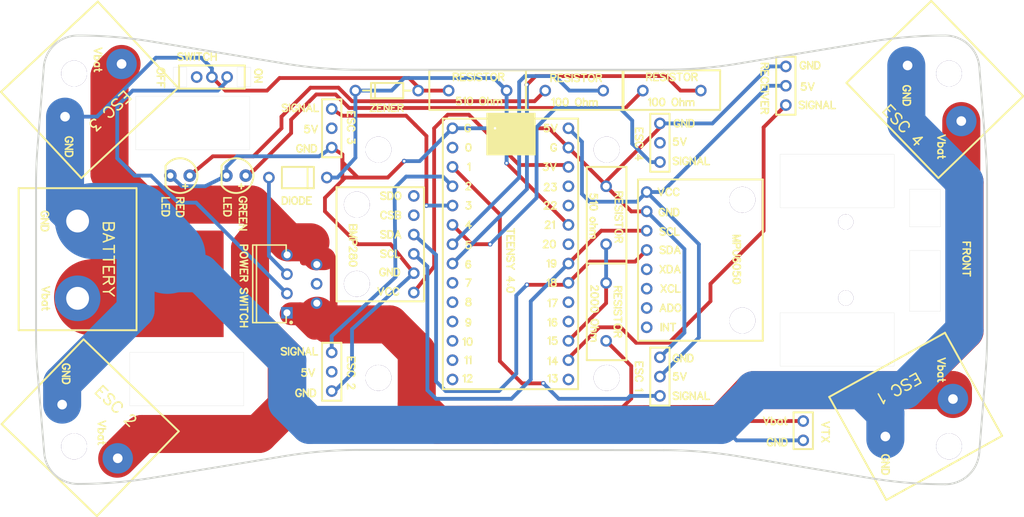
<source format=kicad_pcb>
(kicad_pcb (version 20241229) (generator "pcbnew") (generator_version "9.0")
  (layers (0 "F.Cu" signal) (2 "B.Cu" signal) (13 "F.Paste" user) (15 "B.Paste" user) (5 "F.SilkS" user "F.Silkscreen") (7 "B.SilkS" user "B.Silkscreen") (1 "F.Mask" user) (3 "B.Mask" user) (25 "Edge.Cuts" user))
  (net 0 "")
  (gr_circle (center 161.87975 106.08646) (end 162.64175 106.08646) (fill yes) (layer "F.Cu"))
  (gr_poly (pts (xy 113.61644 96.94246) (xy 112.09244 96.94246) (xy 112.09244 98.46646) (xy 113.61644 98.46646)) (fill yes) (layer "F.Cu"))
  (gr_circle (center 201.4913 72.50105) (end 203.4913 72.50105) (fill yes) (layer "F.Cu"))
  (gr_circle (center 116.75461 93.89446) (end 117.51661 93.89446) (fill yes) (layer "F.Cu"))
  (gr_circle (center 91.12017 64.99433) (end 93.12017 64.99433) (fill yes) (layer "F.Cu"))
  (gr_circle (center 112.85444 95.16446) (end 113.61644 95.16446) (fill yes) (layer "F.Cu"))
  (gr_circle (center 161.87975 108.62646) (end 162.64175 108.62646) (fill yes) (layer "F.Cu"))
  (gr_circle (center 129.53056 89.95746) (end 130.29256 89.95746) (fill yes) (layer "F.Cu"))
  (gr_poly (pts (xy 104.53266 86.89446) (xy 90.53266 86.89446) (xy 90.53266 100.89446) (xy 104.53266 100.89446)) (fill yes) (layer "F.Cu"))
  (gr_circle (center 116.75461 91.35446) (end 117.51661 91.35446) (fill yes) (layer "F.Cu"))
  (gr_circle (center 129.53056 82.33746) (end 130.29256 82.33746) (fill yes) (layer "F.Cu"))
  (gr_circle (center 161.87975 72.81246) (end 162.64175 72.81246) (fill yes) (layer "F.Cu"))
  (gr_circle (center 129.53056 87.41746) (end 130.29256 87.41746) (fill yes) (layer "F.Cu"))
  (gr_circle (center 161.87975 103.54646) (end 162.64175 103.54646) (fill yes) (layer "F.Cu"))
  (gr_circle (center 112.85444 90.08446) (end 113.61644 90.08446) (fill yes) (layer "F.Cu"))
  (gr_circle (center 116.75461 96.43446) (end 117.51661 96.43446) (fill yes) (layer "F.Cu"))
  (gr_circle (center 200.39884 109.03489) (end 202.39884 109.03489) (fill yes) (layer "F.Cu"))
  (gr_circle (center 161.87975 75.35246) (end 162.64175 75.35246) (fill yes) (layer "F.Cu"))
  (gr_circle (center 90.61725 116.8271) (end 92.61725 116.8271) (fill yes) (layer "F.Cu"))
  (gr_circle (center 121.8557 68.49446) (end 122.6177 68.49446) (fill yes) (layer "F.Cu"))
  (gr_circle (center 161.87975 77.89246) (end 162.64175 77.89246) (fill yes) (layer "F.Cu"))
  (gr_circle (center 130.10561 68.49446) (end 130.86761 68.49446) (fill yes) (layer "F.Cu"))
  (gr_circle (center 112.85444 92.62446) (end 113.61644 92.62446) (fill yes) (layer "F.Cu"))
  (gr_circle (center 129.53056 95.03746) (end 130.29256 95.03746) (fill yes) (layer "F.Cu"))
  (gr_circle (center 129.53056 84.87746) (end 130.29256 84.87746) (fill yes) (layer "F.Cu"))
  (gr_circle (center 104.99365 66.71646) (end 105.75565 66.71646) (fill yes) (layer "F.Cu"))
  (gr_circle (center 129.53056 92.49746) (end 130.29256 92.49746) (fill yes) (layer "F.Cu"))
  (gr_circle (center 129.53056 89.95746) (end 130.29256 89.95746) (fill yes) (layer "B.Cu"))
  (gr_circle (center 112.85444 92.62446) (end 113.61644 92.62446) (fill yes) (layer "B.Cu"))
  (gr_circle (center 90.61725 116.8271) (end 92.61725 116.8271) (fill yes) (layer "B.Cu"))
  (gr_circle (center 161.87975 75.35246) (end 162.64175 75.35246) (fill yes) (layer "B.Cu"))
  (gr_poly (pts (xy 113.61644 96.94246) (xy 112.09244 96.94246) (xy 112.09244 98.46646) (xy 113.61644 98.46646)) (fill yes) (layer "B.Cu"))
  (gr_circle (center 129.53056 84.87746) (end 130.29256 84.87746) (fill yes) (layer "B.Cu"))
  (gr_circle (center 161.87975 106.08646) (end 162.64175 106.08646) (fill yes) (layer "B.Cu"))
  (gr_circle (center 129.53056 82.33746) (end 130.29256 82.33746) (fill yes) (layer "B.Cu"))
  (gr_circle (center 161.87975 77.89246) (end 162.64175 77.89246) (fill yes) (layer "B.Cu"))
  (gr_circle (center 161.87975 103.54646) (end 162.64175 103.54646) (fill yes) (layer "B.Cu"))
  (gr_circle (center 130.10561 68.49446) (end 130.86761 68.49446) (fill yes) (layer "B.Cu"))
  (gr_circle (center 200.39884 109.03489) (end 202.39884 109.03489) (fill yes) (layer "B.Cu"))
  (gr_circle (center 121.8557 68.49446) (end 122.6177 68.49446) (fill yes) (layer "B.Cu"))
  (gr_circle (center 116.75461 93.89446) (end 117.51661 93.89446) (fill yes) (layer "B.Cu"))
  (gr_circle (center 129.53056 92.49746) (end 130.29256 92.49746) (fill yes) (layer "B.Cu"))
  (gr_circle (center 91.12017 64.99433) (end 93.12017 64.99433) (fill yes) (layer "B.Cu"))
  (gr_circle (center 116.75461 96.43446) (end 117.51661 96.43446) (fill yes) (layer "B.Cu"))
  (gr_circle (center 201.4913 72.50105) (end 203.4913 72.50105) (fill yes) (layer "B.Cu"))
  (gr_circle (center 104.99365 66.71646) (end 105.75565 66.71646) (fill yes) (layer "B.Cu"))
  (gr_circle (center 112.85444 95.16446) (end 113.61644 95.16446) (fill yes) (layer "B.Cu"))
  (gr_circle (center 129.53056 95.03746) (end 130.29256 95.03746) (fill yes) (layer "B.Cu"))
  (gr_circle (center 116.75461 91.35446) (end 117.51661 91.35446) (fill yes) (layer "B.Cu"))
  (gr_circle (center 161.87975 72.81246) (end 162.64175 72.81246) (fill yes) (layer "B.Cu"))
  (gr_circle (center 161.87975 108.62646) (end 162.64175 108.62646) (fill yes) (layer "B.Cu"))
  (gr_circle (center 129.53056 87.41746) (end 130.29256 87.41746) (fill yes) (layer "B.Cu"))
  (gr_circle (center 112.85444 90.08446) (end 113.61644 90.08446) (fill yes) (layer "B.Cu"))
  (gr_line (start 121.75826 86.785) (end 121.66682 86.73927) (stroke (width 0.203)) (layer "F.SilkS"))
  (gr_line (start 125.8502 84.51169) (end 125.75876 84.4228) (stroke (width 0.203)) (layer "F.SilkS"))
  (gr_line (start 121.48648 90.57467) (end 121.39504 90.6204) (stroke (width 0.203)) (layer "F.SilkS"))
  (gr_line (start 121.6211 90.34861) (end 121.57538 90.48324) (stroke (width 0.203)) (layer "F.SilkS"))
  (gr_line (start 199.06154 106.39125) (end 199.06154 106.70875) (stroke (width 0.2032)) (layer "F.SilkS"))
  (gr_line (start 131.56866 65.82746) (end 144.26866 65.82746) (stroke (width 0.254)) (layer "F.SilkS"))
  (gr_line (start 136.44038 83.97067) (end 136.39466 83.87924) (stroke (width 0.2032)) (layer "F.SilkS"))
  (gr_line (start 142.73704 89.37325) (end 141.782 89.37325) (stroke (width 0.203)) (layer "F.SilkS"))
  (gr_line (start 107.23038 93.19596) (end 106.73 93.51346) (stroke (width 0.203)) (layer "F.SilkS"))
  (gr_line (start 184.13904 113.08161) (end 184.13904 113.71916) (stroke (width 0.203)) (layer "F.SilkS"))
  (gr_line (start 98.348 84.73775) (end 98.348 84.41772) (stroke (width 0.203)) (layer "F.SilkS"))
  (gr_line (start 117.47166 101.64146) (end 120.01166 101.64146) (stroke (width 0.254)) (layer "F.SilkS"))
  (gr_line (start 136.98647 89.13196) (end 136.89504 89.2234) (stroke (width 0.2032)) (layer "F.SilkS"))
  (gr_line (start 137.0322 96.57924) (end 136.98647 96.67067) (stroke (width 0.2032)) (layer "F.SilkS"))
  (gr_line (start 84.10876 77.14569) (end 83.9716 77.09998) (stroke (width 0.2032)) (layer "F.SilkS"))
  (gr_line (start 146.72738 73.35601) (end 146.77309 73.3103) (stroke (width 0.2032)) (layer "F.SilkS"))
  (gr_line (start 81.65003 95.30161) (end 80.695 95.30161) (stroke (width 0.2032)) (layer "F.SilkS"))
  (gr_line (start 148.26154 100.88708) (end 147.80688 100.88708) (stroke (width 0.2032)) (layer "F.SilkS"))
  (gr_line (start 136.10509 105.97469) (end 136.23972 105.84008) (stroke (width 0.2032)) (layer "F.SilkS"))
  (gr_line (start 126.60458 81.8828) (end 126.69348 81.97169) (stroke (width 0.203)) (layer "F.SilkS"))
  (gr_line (start 136.98647 83.92496) (end 136.89504 84.0164) (stroke (width 0.2032)) (layer "F.SilkS"))
  (gr_line (start 107.68504 93.2874) (end 107.63931 93.42456) (stroke (width 0.203)) (layer "F.SilkS"))
  (gr_line (start 88.10671 113.04606) (end 88.19816 112.95461) (stroke (width 0.2032)) (layer "F.SilkS"))
  (gr_line (start 171.95466 88.97956) (end 171.95466 88.57061) (stroke (width 0.203)) (layer "F.SilkS"))
  (gr_line (start 148.21581 101.2503) (end 148.30725 101.34174) (stroke (width 0.2032)) (layer "F.SilkS"))
  (gr_line (start 128.02276 70.3258) (end 128.06594 70.37151) (stroke (width 0.2032)) (layer "F.SilkS"))
  (gr_line (start 88.72394 86.50814) (end 88.72394 85.89346) (stroke (width 0.2032)) (layer "F.SilkS"))
  (gr_line (start 148.34536 72.94708) (end 147.98213 73.90211) (stroke (width 0.2032)) (layer "F.SilkS"))
  (gr_line (start 89.47323 85.89346) (end 89.47323 86.50814) (stroke (width 0.2032)) (layer "F.SilkS"))
  (gr_line (start 182.84618 65.41851) (end 182.80045 65.50996) (stroke (width 0.2032)) (layer "F.SilkS"))
  (gr_line (start 151.82516 69.51808) (end 151.82516 70.47311) (stroke (width 0.2032)) (layer "F.SilkS"))
  (gr_line (start 136.84931 99.3834) (end 136.71216 99.42911) (stroke (width 0.2032)) (layer "F.SilkS"))
  (gr_line (start 141.782 87.59272) (end 141.782 88.182) (stroke (width 0.203)) (layer "F.SilkS"))
  (gr_line (start 90.1565 85.89346) (end 88.72394 85.89346) (stroke (width 0.2032)) (layer "F.SilkS"))
  (gr_line (start 116.40486 76.56911) (end 116.08736 76.56911) (stroke (width 0.2032)) (layer "F.SilkS"))
  (gr_line (start 180.88275 65.6014) (end 180.9742 65.50996) (stroke (width 0.2032)) (layer "F.SilkS"))
  (gr_line (start 163.8837 78.22011) (end 163.74908 78.1744) (stroke (width 0.2032)) (layer "F.SilkS"))
  (gr_line (start 182.57186 65.64711) (end 182.25436 65.64711) (stroke (width 0.2032)) (layer "F.SilkS"))
  (gr_line (start 191.058 116.64524) (end 191.058 116.82811) (stroke (width 0.2032)) (layer "F.SilkS"))
  (gr_line (start 180.30109 70.8084) (end 180.20966 70.71696) (stroke (width 0.2032)) (layer "F.SilkS"))
  (gr_line (start 127.5393 84.37708) (end 127.67646 84.4228) (stroke (width 0.203)) (layer "F.SilkS"))
  (gr_line (start 127.8856 70.28008) (end 128.02276 70.3258) (stroke (width 0.2032)) (layer "F.SilkS"))
  (gr_line (start 127.17608 81.97169) (end 127.13036 82.06314) (stroke (width 0.203)) (layer "F.SilkS"))
  (gr_line (start 88.20374 107.77487) (end 88.59655 108.15424) (stroke (width 0.2032)) (layer "F.SilkS"))
  (gr_line (start 126.33026 89.5028) (end 126.23882 89.59169) (stroke (width 0.203)) (layer "F.SilkS"))
  (gr_line (start 175.86625 65.576) (end 175.77481 65.53027) (stroke (width 0.203)) (layer "F.SilkS"))
  (gr_line (start 161.99786 69.5638) (end 161.90641 69.69841) (stroke (width 0.2032)) (layer "F.SilkS"))
  (gr_line (start 147.86275 91.31635) (end 147.72559 91.27064) (stroke (width 0.2032)) (layer "F.SilkS"))
  (gr_line (start 136.71216 91.80911) (end 136.84931 91.7634) (stroke (width 0.2032)) (layer "F.SilkS"))
  (gr_line (start 138.44443 66.35069) (end 138.353 66.2618) (stroke (width 0.203)) (layer "F.SilkS"))
  (gr_line (start 125.76638 92.59651) (end 125.76638 92.45935) (stroke (width 0.203)) (layer "F.SilkS"))
  (gr_line (start 136.95091 105.84008) (end 137.03981 105.8858) (stroke (width 0.2032)) (layer "F.SilkS"))
  (gr_line (start 136.94075 99.24624) (end 136.84931 99.3834) (stroke (width 0.2032)) (layer "F.SilkS"))
  (gr_line (start 156.96106 88.20237) (end 156.91534 88.33953) (stroke (width 0.2032)) (layer "F.SilkS"))
  (gr_line (start 193.90536 73.87453) (end 194.04984 73.83036) (stroke (width 0.2032)) (layer "F.SilkS"))
  (gr_line (start 163.53963 86.76214) (end 163.49391 86.67069) (stroke (width 0.203)) (layer "F.SilkS"))
  (gr_line (start 163.84052 77.67401) (end 164.1123 77.76546) (stroke (width 0.2032)) (layer "F.SilkS"))
  (gr_line (start 179.44766 110.78546) (end 181.98766 110.78546) (stroke (width 0.254)) (layer "F.SilkS"))
  (gr_line (start 161.19775 69.51808) (end 161.06059 69.5638) (stroke (width 0.2032)) (layer "F.SilkS"))
  (gr_line (start 139.77031 67.03396) (end 139.86175 67.1254) (stroke (width 0.203)) (layer "F.SilkS"))
  (gr_line (start 152.85131 69.83558) (end 152.98847 69.83558) (stroke (width 0.2032)) (layer "F.SilkS"))
  (gr_line (start 88.56137 114.34653) (end 88.65281 114.25509) (stroke (width 0.2032)) (layer "F.SilkS"))
  (gr_line (start 138.90672 69.61714) (end 138.861 69.52569) (stroke (width 0.2032)) (layer "F.SilkS"))
  (gr_line (start 150.72534 67.2524) (end 150.6339 67.16096) (stroke (width 0.2032)) (layer "F.SilkS"))
  (gr_line (start 153.26025 69.8813) (end 153.3517 69.83558) (stroke (width 0.2032)) (layer "F.SilkS"))
  (gr_line (start 153.25009 83.5465) (end 153.11547 83.5465) (stroke (width 0.2032)) (layer "F.SilkS"))
  (gr_line (start 163.31357 89.8584) (end 163.17641 89.90411) (stroke (width 0.203)) (layer "F.SilkS"))
  (gr_line (start 147.61638 76.21351) (end 147.66209 76.30496) (stroke (width 0.2032)) (layer "F.SilkS"))
  (gr_line (start 152.88688 84.13832) (end 153.11547 84.18403) (stroke (width 0.2032)) (layer "F.SilkS"))
  (gr_line (start 146.85438 85.82741) (end 146.90009 85.73851) (stroke (width 0.2032)) (layer "F.SilkS"))
  (gr_line (start 89.28027 109.76079) (end 89.08644 109.66897) (stroke (width 0.2032)) (layer "F.SilkS"))
  (gr_line (start 156.69941 99.84822) (end 156.78831 99.75677) (stroke (width 0.203)) (layer "F.SilkS"))
  (gr_line (start 156.47081 100.83119) (end 156.42509 100.78548) (stroke (width 0.203)) (layer "F.SilkS"))
  (gr_line (start 166.74257 66.39641) (end 166.74257 66.48785) (stroke (width 0.2032)) (layer "F.SilkS"))
  (gr_line (start 112.68375 103.1934) (end 112.54659 103.23911) (stroke (width 0.2032)) (layer "F.SilkS"))
  (gr_line (start 183.72756 69.89908) (end 184.09077 70.85411) (stroke (width 0.2032)) (layer "F.SilkS"))
  (gr_line (start 114.08838 107.97114) (end 114.04266 108.1083) (stroke (width 0.2032)) (layer "F.SilkS"))
  (gr_line (start 148.30725 105.84008) (end 148.03547 106.2033) (stroke (width 0.2032)) (layer "F.SilkS"))
  (gr_line (start 107.23038 98.87793) (end 107.23038 99.51548) (stroke (width 0.203)) (layer "F.SilkS"))
  (gr_line (start 136.44038 98.60869) (end 136.53181 98.5198) (stroke (width 0.2032)) (layer "F.SilkS"))
  (gr_line (start 121.98432 88.65698) (end 121.9386 88.70269) (stroke (width 0.203)) (layer "F.SilkS"))
  (gr_line (start 164.15686 91.48908) (end 164.52261 92.44411) (stroke (width 0.203)) (layer "F.SilkS"))
  (gr_line (start 147.59097 93.90208) (end 147.63416 93.81064) (stroke (width 0.2032)) (layer "F.SilkS"))
  (gr_line (start 83.78871 74.77333) (end 83.743 74.86224) (stroke (width 0.2032)) (layer "F.SilkS"))
  (gr_line (start 147.22775 81.0573) (end 147.13631 81.19446) (stroke (width 0.2032)) (layer "F.SilkS"))
  (gr_line (start 136.81375 72.9928) (end 136.72231 72.94708) (stroke (width 0.2032)) (layer "F.SilkS"))
  (gr_line (start 165.53354 66.21608) (end 165.3532 66.21608) (stroke (width 0.2032)) (layer "F.SilkS"))
  (gr_line (start 149.39691 66.47769) (end 149.39691 66.56914) (stroke (width 0.2032)) (layer "F.SilkS"))
  (gr_line (start 152.87672 98.77633) (end 152.831 98.86777) (stroke (width 0.2032)) (layer "F.SilkS"))
  (gr_line (start 149.43502 70.47311) (end 149.52391 70.47311) (stroke (width 0.2032)) (layer "F.SilkS"))
  (gr_line (start 148.04563 91.6364) (end 147.90847 91.68211) (stroke (width 0.2032)) (layer "F.SilkS"))
  (gr_line (start 114.21538 76.34051) (end 114.26109 76.43196) (stroke (width 0.2032)) (layer "F.SilkS"))
  (gr_line (start 125.48444 85.33211) (end 125.66732 85.33211) (stroke (width 0.203)) (layer "F.SilkS"))
  (gr_line (start 120.87272 73.29759) (end 120.827 73.38903) (stroke (width 0.203)) (layer "F.SilkS"))
  (gr_line (start 159.62804 74.74793) (end 159.62804 74.56506) (stroke (width 0.203)) (layer "F.SilkS"))
  (gr_line (start 90.1565 89.31738) (end 88.72394 89.31738) (stroke (width 0.2032)) (layer "F.SilkS"))
  (gr_line (start 162.46775 87.07964) (end 162.51347 87.12535) (stroke (width 0.203)) (layer "F.SilkS"))
  (gr_line (start 142.5567 94.3923) (end 142.32809 94.34658) (stroke (width 0.203)) (layer "F.SilkS"))
  (gr_line (start 136.9052 73.08169) (end 136.81375 72.9928) (stroke (width 0.2032)) (layer "F.SilkS"))
  (gr_line (start 112.7752 102.9648) (end 112.7752 103.10196) (stroke (width 0.2032)) (layer "F.SilkS"))
  (gr_line (start 127.13036 82.56351) (end 127.17608 82.65496) (stroke (width 0.203)) (layer "F.SilkS"))
  (gr_line (start 162.37631 87.03646) (end 162.46775 87.07964) (stroke (width 0.203)) (layer "F.SilkS"))
  (gr_line (start 160.14366 66.21608) (end 160.55259 66.21608) (stroke (width 0.2032)) (layer "F.SilkS"))
  (gr_line (start 159.49341 106.64525) (end 159.58231 106.55382) (stroke (width 0.203)) (layer "F.SilkS"))
  (gr_line (start 162.5592 87.35396) (end 162.46775 87.4454) (stroke (width 0.203)) (layer "F.SilkS"))
  (gr_line (start 148.2082 83.28741) (end 148.2082 83.37885) (stroke (width 0.2032)) (layer "F.SilkS"))
  (gr_line (start 172.45504 88.97956) (end 172.40931 89.11672) (stroke (width 0.203)) (layer "F.SilkS"))
  (gr_line (start 163.40247 96.6148) (end 163.49391 96.70369) (stroke (width 0.203)) (layer "F.SilkS"))
  (gr_line (start 149.94302 67.2524) (end 149.80586 67.29811) (stroke (width 0.2032)) (layer "F.SilkS"))
  (gr_line (start 172.45504 89.50788) (end 171.77431 89.50788) (stroke (width 0.203)) (layer "F.SilkS"))
  (gr_line (start 171.63716 90.09969) (end 171.77431 90.14541) (stroke (width 0.203)) (layer "F.SilkS"))
  (gr_line (start 193.37803 73.62462) (end 193.56858 73.82195) (stroke (width 0.2032)) (layer "F.SilkS"))
  (gr_line (start 114.18236 83.19851) (end 114.22807 83.06135) (stroke (width 0.2032)) (layer "F.SilkS"))
  (gr_line (start 125.1771 92.00469) (end 125.13138 92.09614) (stroke (width 0.203)) (layer "F.SilkS"))
  (gr_line (start 136.53181 90.8998) (end 136.44038 91.03441) (stroke (width 0.2032)) (layer "F.SilkS"))
  (gr_line (start 151.07077 70.47311) (end 151.25111 70.47311) (stroke (width 0.2032)) (layer "F.SilkS"))
  (gr_line (start 171.54572 92.36283) (end 171.59143 92.31711) (stroke (width 0.203)) (layer "F.SilkS"))
  (gr_line (start 164.29518 75.4058) (end 164.24946 75.54296) (stroke (width 0.2032)) (layer "F.SilkS"))
  (gr_line (start 148.17263 98.88301) (end 148.03547 98.8373) (stroke (width 0.2032)) (layer "F.SilkS"))
  (gr_line (start 148.50791 66.34308) (end 149.0972 66.34308) (stroke (width 0.2032)) (layer "F.SilkS"))
  (gr_line (start 152.831 96.38366) (end 152.87672 96.52082) (stroke (width 0.2032)) (layer "F.SilkS"))
  (gr_line (start 92.34209 69.60162) (end 91.69378 70.20616) (stroke (width 0.2032)) (layer "F.SilkS"))
  (gr_line (start 125.39554 84.4228) (end 125.3041 84.51169) (stroke (width 0.203)) (layer "F.SilkS"))
  (gr_line (start 137.0322 75.89601) (end 136.98647 75.66741) (stroke (width 0.2032)) (layer "F.SilkS"))
  (gr_line (start 156.05174 84.98419) (end 156.14318 84.89275) (stroke (width 0.2032)) (layer "F.SilkS"))
  (gr_line (start 161.88609 84.81396) (end 161.97754 84.9054) (stroke (width 0.203)) (layer "F.SilkS"))
  (gr_line (start 156.37938 95.21272) (end 156.37938 95.57593) (stroke (width 0.203)) (layer "F.SilkS"))
  (gr_line (start 148.18025 93.49314) (end 148.18025 93.40169) (stroke (width 0.2032)) (layer "F.SilkS"))
  (gr_line (start 159.62804 106.28203) (end 159.58231 106.19059) (stroke (width 0.203)) (layer "F.SilkS"))
  (gr_line (start 175.40067 80.17846) (end 175.40067 101.37857) (stroke (width 0.254)) (layer "F.SilkS"))
  (gr_line (start 136.48609 99.3834) (end 136.44038 99.29196) (stroke (width 0.2032)) (layer "F.SilkS"))
  (gr_line (start 107.28625 84.08243) (end 107.19481 84.03672) (stroke (width 0.203)) (layer "F.SilkS"))
  (gr_line (start 198.92438 105.2) (end 198.78975 105.24572) (stroke (width 0.2032)) (layer "F.SilkS"))
  (gr_line (start 121.64741 106.01025) (end 121.73631 105.91882) (stroke (width 0.203)) (layer "F.SilkS"))
  (gr_line (start 136.06191 69.57141) (end 136.15081 69.52569) (stroke (width 0.2032)) (layer "F.SilkS"))
  (gr_line (start 147.80688 100.88708) (end 147.76116 101.29601) (stroke (width 0.2032)) (layer "F.SilkS"))
  (gr_line (start 147.09059 83.10708) (end 147.18204 83.1528) (stroke (width 0.2032)) (layer "F.SilkS"))
  (gr_line (start 80.7966 85.05017) (end 80.93376 85.05017) (stroke (width 0.2032)) (layer "F.SilkS"))
  (gr_line (start 137.11602 67.1254) (end 136.97886 67.17111) (stroke (width 0.203)) (layer "F.SilkS"))
  (gr_line (start 171.5 93.57188) (end 171.54572 93.70903) (stroke (width 0.203)) (layer "F.SilkS"))
  (gr_line (start 159.58231 106.55382) (end 159.62804 106.46238) (stroke (width 0.203)) (layer "F.SilkS"))
  (gr_line (start 164.52516 70.01846) (end 164.66231 69.8813) (stroke (width 0.2032)) (layer "F.SilkS"))
  (gr_line (start 113.20191 82.47208) (end 113.20191 83.42711) (stroke (width 0.2032)) (layer "F.SilkS"))
  (gr_line (start 148.30725 106.65796) (end 148.21581 106.7494) (stroke (width 0.2032)) (layer "F.SilkS"))
  (gr_line (start 80.695 95.62166) (end 80.695 95.4845) (stroke (width 0.2032)) (layer "F.SilkS"))
  (gr_line (start 156.14318 86.85617) (end 156.05174 86.94761) (stroke (width 0.2032)) (layer "F.SilkS"))
  (gr_line (start 147.84243 75.48708) (end 147.75354 75.5328) (stroke (width 0.2032)) (layer "F.SilkS"))
  (gr_line (start 163.8837 77.26508) (end 163.74908 77.3108) (stroke (width 0.2032)) (layer "F.SilkS"))
  (gr_line (start 141.05302 69.89146) (end 141.05302 70.34611) (stroke (width 0.2032)) (layer "F.SilkS"))
  (gr_line (start 112.26466 82.47208) (end 112.26466 83.42711) (stroke (width 0.2032)) (layer "F.SilkS"))
  (gr_line (start 198.56116 105.2) (end 198.46972 105.10856) (stroke (width 0.2032)) (layer "F.SilkS"))
  (gr_line (start 77.59366 99.99046) (end 77.59366 81.32146) (stroke (width 0.254)) (layer "F.SilkS"))
  (gr_line (start 142.19347 94.98158) (end 142.32809 94.98158) (stroke (width 0.203)) (layer "F.SilkS"))
  (gr_line (start 146.60038 78.89067) (end 146.55466 78.79924) (stroke (width 0.2032)) (layer "F.SilkS"))
  (gr_line (start 114.18236 82.69814) (end 114.13663 82.60669) (stroke (width 0.2032)) (layer "F.SilkS"))
  (gr_line (start 163.03925 86.5818) (end 162.94781 86.67069) (stroke (width 0.203)) (layer "F.SilkS"))
  (gr_line (start 156.96106 85.12135) (end 156.91534 84.98419) (stroke (width 0.2032)) (layer "F.SilkS"))
  (gr_line (start 121.98432 89.54851) (end 121.9386 89.59169) (stroke (width 0.203)) (layer "F.SilkS"))
  (gr_line (start 176.29043 114.22208) (end 176.20154 114.2678) (stroke (width 0.2032)) (layer "F.SilkS"))
  (gr_line (start 180.20966 70.12514) (end 180.25538 70.21658) (stroke (width 0.2032)) (layer "F.SilkS"))
  (gr_line (start 114.35254 76.5234) (end 114.44143 76.56911) (stroke (width 0.2032)) (layer "F.SilkS"))
  (gr_line (start 141.91916 90.94551) (end 141.82772 90.85661) (stroke (width 0.203)) (layer "F.SilkS"))
  (gr_line (start 121.80398 89.09385) (end 121.8497 89.09385) (stroke (width 0.203)) (layer "F.SilkS"))
  (gr_line (start 80.96931 95.84772) (end 80.83216 95.802) (stroke (width 0.2032)) (layer "F.SilkS"))
  (gr_line (start 149.43502 69.51808) (end 149.29786 69.5638) (stroke (width 0.2032)) (layer "F.SilkS"))
  (gr_line (start 89.01603 111.92846) (end 88.061 112.29167) (stroke (width 0.2032)) (layer "F.SilkS"))
  (gr_line (start 121.8497 86.785) (end 121.75826 86.785) (stroke (width 0.203)) (layer "F.SilkS"))
  (gr_line (start 140.41547 69.70858) (end 140.50691 69.7543) (stroke (width 0.2032)) (layer "F.SilkS"))
  (gr_line (start 115.41172 74.02911) (end 115.27709 73.9834) (stroke (width 0.2032)) (layer "F.SilkS"))
  (gr_line (start 153.4787 83.59222) (end 153.25009 83.5465) (stroke (width 0.2032)) (layer "F.SilkS"))
  (gr_line (start 108.86359 65.74617) (end 108.77216 65.7919) (stroke (width 0.2032)) (layer "F.SilkS"))
  (gr_line (start 136.75788 76.44211) (end 136.89504 76.3964) (stroke (width 0.2032)) (layer "F.SilkS"))
  (gr_line (start 113.64641 102.28408) (end 113.55497 102.3298) (stroke (width 0.2032)) (layer "F.SilkS"))
  (gr_line (start 198.48648 79.99306) (end 186.40012 67.47726) (stroke (width 0.254)) (layer "F.SilkS"))
  (gr_line (start 191.10372 116.55633) (end 191.058 116.64524) (stroke (width 0.2032)) (layer "F.SilkS"))
  (gr_line (start 156.96106 82.23845) (end 156.91534 82.37561) (stroke (width 0.2032)) (layer "F.SilkS"))
  (gr_line (start 153.25009 82.12917) (end 153.29581 82.1749) (stroke (width 0.2032)) (layer "F.SilkS"))
  (gr_line (start 122.03004 86.14746) (end 121.075 86.14746) (stroke (width 0.203)) (layer "F.SilkS"))
  (gr_line (start 146.72738 80.87441) (end 146.77309 80.78551) (stroke (width 0.2032)) (layer "F.SilkS"))
  (gr_line (start 192.35487 107.62026) (end 192.36361 107.77223) (stroke (width 0.2032)) (layer "F.SilkS"))
  (gr_line (start 89.47323 94.93332) (end 88.72394 94.93332) (stroke (width 0.2032)) (layer "F.SilkS"))
  (gr_line (start 181.31963 64.69208) (end 181.95463 65.64711) (stroke (width 0.2032)) (layer "F.SilkS"))
  (gr_line (start 164.29518 75.31435) (end 164.29518 75.4058) (stroke (width 0.2032)) (layer "F.SilkS"))
  (gr_line (start 126.58512 70.28008) (end 127.17694 70.28008) (stroke (width 0.2032)) (layer "F.SilkS"))
  (gr_line (start 136.94075 96.12458) (end 136.98647 96.03314) (stroke (width 0.2032)) (layer "F.SilkS"))
  (gr_line (start 120.87272 105.55559) (end 120.827 105.64703) (stroke (width 0.203)) (layer "F.SilkS"))
  (gr_line (start 136.53181 98.5198) (end 136.66643 98.47408) (stroke (width 0.2032)) (layer "F.SilkS"))
  (gr_line (start 172.40931 91.4713) (end 172.2747 91.37985) (stroke (width 0.203)) (layer "F.SilkS"))
  (gr_line (start 198.424 76.57166) (end 198.46972 76.66309) (stroke (width 0.2032)) (layer "F.SilkS"))
  (gr_line (start 106.96875 82.46446) (end 106.83159 82.51017) (stroke (width 0.203)) (layer "F.SilkS"))
  (gr_line (start 152.50588 66.7063) (end 152.50588 66.93235) (stroke (width 0.2032)) (layer "F.SilkS"))
  (gr_line (start 126.7392 84.92064) (end 126.78492 84.96635) (stroke (width 0.203)) (layer "F.SilkS"))
  (gr_line (start 163.85968 82.2384) (end 163.94857 82.28411) (stroke (width 0.203)) (layer "F.SilkS"))
  (gr_line (start 138.3149 70.20896) (end 138.40634 70.3004) (stroke (width 0.2032)) (layer "F.SilkS"))
  (gr_line (start 180.88275 64.7378) (end 180.79131 64.69208) (stroke (width 0.2032)) (layer "F.SilkS"))
  (gr_line (start 112.32054 102.69301) (end 112.59231 102.78446) (stroke (width 0.2032)) (layer "F.SilkS"))
  (gr_line (start 150.6339 66.47769) (end 150.6339 66.56914) (stroke (width 0.2032)) (layer "F.SilkS"))
  (gr_line (start 135.35072 70.34611) (end 135.21609 70.3004) (stroke (width 0.2032)) (layer "F.SilkS"))
  (gr_line (start 153.15866 87.37427) (end 152.704 87.37427) (stroke (width 0.2032)) (layer "F.SilkS"))
  (gr_line (start 151.18 66.88664) (end 151.22572 66.93235) (stroke (width 0.2032)) (layer "F.SilkS"))
  (gr_line (start 147.10075 88.27851) (end 147.14647 88.36741) (stroke (width 0.2032)) (layer "F.SilkS"))
  (gr_line (start 153.78604 97.22948) (end 153.74031 97.09485) (stroke (width 0.2032)) (layer "F.SilkS"))
  (gr_line (start 114.04266 108.1083) (end 114.04266 108.33435) (stroke (width 0.2032)) (layer "F.SilkS"))
  (gr_line (start 146.81881 83.1528) (end 146.90772 83.10708) (stroke (width 0.2032)) (layer "F.SilkS"))
  (gr_line (start 121.6211 90.25717) (end 121.66682 90.43751) (stroke (width 0.203)) (layer "F.SilkS"))
  (gr_line (start 147.53763 88.36741) (end 147.49191 88.59601) (stroke (width 0.2032)) (layer "F.SilkS"))
  (gr_line (start 125.80448 90.04635) (end 125.8502 90.1378) (stroke (width 0.203)) (layer "F.SilkS"))
  (gr_line (start 87.82731 64.47872) (end 87.69016 64.433) (stroke (width 0.2032)) (layer "F.SilkS"))
  (gr_line (start 156.735 86.81045) (end 156.59784 86.76473) (stroke (width 0.2032)) (layer "F.SilkS"))
  (gr_line (start 99.09476 64.09264) (end 99.14047 64.13835) (stroke (width 0.2032)) (layer "F.SilkS"))
  (gr_line (start 115.27709 73.07408) (end 115.23138 73.48301) (stroke (width 0.2032)) (layer "F.SilkS"))
  (gr_line (start 156.69941 96.10172) (end 156.60797 96.10172) (stroke (width 0.203)) (layer "F.SilkS"))
  (gr_line (start 159.26481 105.16443) (end 159.21909 105.25333) (stroke (width 0.203)) (layer "F.SilkS"))
  (gr_line (start 199.01581 75.77156) (end 198.92438 75.863) (stroke (width 0.2032)) (layer "F.SilkS"))
  (gr_line (start 153.37709 97.59269) (end 153.6057 97.54951) (stroke (width 0.2032)) (layer "F.SilkS"))
  (gr_line (start 162.36107 69.5638) (end 162.22391 69.51808) (stroke (width 0.2032)) (layer "F.SilkS"))
  (gr_line (start 84.31703 105.41843) (end 83.362 105.41843) (stroke (width 0.2032)) (layer "F.SilkS"))
  (gr_line (start 142.73704 91.97422) (end 142.28238 91.611) (stroke (width 0.203)) (layer "F.SilkS"))
  (gr_line (start 121.19275 105.37272) (end 121.05559 105.41843) (stroke (width 0.203)) (layer "F.SilkS"))
  (gr_line (start 81.33253 96.37603) (end 81.28681 96.28459) (stroke (width 0.2032)) (layer "F.SilkS"))
  (gr_line (start 137.03981 101.9234) (end 137.13125 101.78624) (stroke (width 0.2032)) (layer "F.SilkS"))
  (gr_line (start 172.2747 91.37985) (end 172.04609 91.33414) (stroke (width 0.203)) (layer "F.SilkS"))
  (gr_line (start 106.77572 98.44106) (end 106.86716 98.5325) (stroke (width 0.203)) (layer "F.SilkS"))
  (gr_line (start 126.31248 94.41008) (end 126.13214 94.41008) (stroke (width 0.203)) (layer "F.SilkS"))
  (gr_line (start 163.49645 69.8813) (end 163.49645 70.10735) (stroke (width 0.2032)) (layer "F.SilkS"))
  (gr_line (start 153.24247 96.02043) (end 153.01388 96.06616) (stroke (width 0.2032)) (layer "F.SilkS"))
  (gr_line (start 156.05174 85.43885) (end 156.00602 85.30169) (stroke (width 0.2032)) (layer "F.SilkS"))
  (gr_line (start 114.04774 82.5178) (end 113.95629 82.47208) (stroke (width 0.2032)) (layer "F.SilkS"))
  (gr_line (start 162.42457 66.71646) (end 162.51602 66.75964) (stroke (width 0.2032)) (layer "F.SilkS"))
  (gr_line (start 176.01866 114.5853) (end 176.01866 114.81135) (stroke (width 0.2032)) (layer "F.SilkS"))
  (gr_line (start 156.83404 96.33032) (end 156.78831 96.19316) (stroke (width 0.203)) (layer "F.SilkS"))
  (gr_line (start 127.72218 82.65496) (end 127.7679 82.56351) (stroke (width 0.203)) (layer "F.SilkS"))
  (gr_line (start 125.3041 86.9628) (end 125.21266 87.05169) (stroke (width 0.203)) (layer "F.SilkS"))
  (gr_line (start 115.4295 102.91908) (end 115.88416 102.91908) (stroke (width 0.2032)) (layer "F.SilkS"))
  (gr_line (start 90.91542 70.93199) (end 91.11606 70.74492) (stroke (width 0.2032)) (layer "F.SilkS"))
  (gr_line (start 136.66643 75.48708) (end 136.53181 75.5328) (stroke (width 0.2032)) (layer "F.SilkS"))
  (gr_line (start 177.42836 111.88274) (end 177.38263 112.01735) (stroke (width 0.2032)) (layer "F.SilkS"))
  (gr_line (start 164.24946 108.71535) (end 164.29518 108.8068) (stroke (width 0.2032)) (layer "F.SilkS"))
  (gr_line (start 84.69803 75.57343) (end 83.743 76.20843) (stroke (width 0.2032)) (layer "F.SilkS"))
  (gr_line (start 136.81375 73.8564) (end 136.9052 73.76496) (stroke (width 0.2032)) (layer "F.SilkS"))
  (gr_line (start 84.18242 105.073) (end 84.27131 104.98156) (stroke (width 0.2032)) (layer "F.SilkS"))
  (gr_line (start 198.46972 106.00009) (end 198.56116 106.09153) (stroke (width 0.2032)) (layer "F.SilkS"))
  (gr_line (start 137.22524 69.80001) (end 137.17952 69.57141) (stroke (width 0.2032)) (layer "F.SilkS"))
  (gr_line (start 153.11547 84.18403) (end 153.25009 84.18403) (stroke (width 0.2032)) (layer "F.SilkS"))
  (gr_line (start 151.25111 70.47311) (end 151.34256 70.4274) (stroke (width 0.2032)) (layer "F.SilkS"))
  (gr_line (start 114.13409 108.56296) (end 114.22554 108.6544) (stroke (width 0.2032)) (layer "F.SilkS"))
  (gr_line (start 108.77216 65.7919) (end 108.68072 65.88333) (stroke (width 0.2032)) (layer "F.SilkS"))
  (gr_line (start 136.89504 84.0164) (end 136.75788 84.06211) (stroke (width 0.2032)) (layer "F.SilkS"))
  (gr_line (start 136.79852 67.17111) (end 136.66136 67.1254) (stroke (width 0.203)) (layer "F.SilkS"))
  (gr_line (start 125.13138 92.59651) (end 125.1771 92.68796) (stroke (width 0.203)) (layer "F.SilkS"))
  (gr_line (start 167.17554 77.26508) (end 166.81232 78.22011) (stroke (width 0.2032)) (layer "F.SilkS"))
  (gr_line (start 121.55597 73.16043) (end 121.41881 73.11472) (stroke (width 0.203)) (layer "F.SilkS"))
  (gr_line (start 148.07357 83.60746) (end 147.61891 84.06211) (stroke (width 0.2032)) (layer "F.SilkS"))
  (gr_line (start 88.19053 65.62425) (end 88.19053 65.94175) (stroke (width 0.2032)) (layer "F.SilkS"))
  (gr_line (start 202.68104 88.43346) (end 202.68104 89.02527) (stroke (width 0.203)) (layer "F.SilkS"))
  (gr_line (start 142.73704 94.61835) (end 142.69131 94.48374) (stroke (width 0.203)) (layer "F.SilkS"))
  (gr_line (start 156.96106 84.59303) (end 156.00602 84.59303) (stroke (width 0.2032)) (layer "F.SilkS"))
  (gr_line (start 80.74071 96.28459) (end 80.695 96.37603) (stroke (width 0.2032)) (layer "F.SilkS"))
  (gr_line (start 114.8072 76.43196) (end 114.85038 76.34051) (stroke (width 0.2032)) (layer "F.SilkS"))
  (gr_line (start 147.22775 83.4703) (end 147.13631 83.60746) (stroke (width 0.2032)) (layer "F.SilkS"))
  (gr_line (start 126.69348 87.73496) (end 126.60458 87.8264) (stroke (width 0.203)) (layer "F.SilkS"))
  (gr_line (start 136.66643 96.21601) (end 136.84931 96.1703) (stroke (width 0.2032)) (layer "F.SilkS"))
  (gr_line (start 114.16966 75.9773) (end 114.16966 76.20335) (stroke (width 0.2032)) (layer "F.SilkS"))
  (gr_line (start 163.8837 109.08111) (end 163.74908 109.0354) (stroke (width 0.2032)) (layer "F.SilkS"))
  (gr_line (start 176.56475 115.1314) (end 176.6562 115.03996) (stroke (width 0.2032)) (layer "F.SilkS"))
  (gr_line (start 87.09648 73.09358) (end 87.00806 72.89821) (stroke (width 0.2032)) (layer "F.SilkS"))
  (gr_line (start 121.78204 105.82738) (end 121.78204 105.64703) (stroke (width 0.203)) (layer "F.SilkS"))
  (gr_line (start 117.47166 69.63746) (end 120.01166 69.63746) (stroke (width 0.254)) (layer "F.SilkS"))
  (gr_line (start 136.64866 78.20741) (end 136.74009 78.16169) (stroke (width 0.2032)) (layer "F.SilkS"))
  (gr_line (start 171.82004 90.44514) (end 171.63716 90.49085) (stroke (width 0.203)) (layer "F.SilkS"))
  (gr_line (start 99.30304 83.0004) (end 99.25731 83.13756) (stroke (width 0.203)) (layer "F.SilkS"))
  (gr_line (start 126.19564 84.60314) (end 126.23882 84.69458) (stroke (width 0.203)) (layer "F.SilkS"))
  (gr_line (start 163.71236 83.99608) (end 163.71236 84.95111) (stroke (width 0.203)) (layer "F.SilkS"))
  (gr_line (start 164.20374 78.1744) (end 164.06658 78.22011) (stroke (width 0.2032)) (layer "F.SilkS"))
  (gr_line (start 107.32181 94.60566) (end 107.27609 94.69709) (stroke (width 0.203)) (layer "F.SilkS"))
  (gr_line (start 176.00341 66.85616) (end 175.91197 66.81043) (stroke (width 0.203)) (layer "F.SilkS"))
  (gr_line (start 96.9002 78.40251) (end 96.89486 80.95039) (stroke (width 0.254)) (layer "F.SilkS"))
  (gr_line (start 158.81016 75.36516) (end 158.71872 75.45659) (stroke (width 0.203)) (layer "F.SilkS"))
  (gr_line (start 97.39803 84.32882) (end 97.39803 84.64632) (stroke (width 0.203)) (layer "F.SilkS"))
  (gr_line (start 153.34154 87.7375) (end 153.29581 87.82893) (stroke (width 0.2032)) (layer "F.SilkS"))
  (gr_line (start 201.95459 90.30543) (end 201.86316 90.35116) (stroke (width 0.203)) (layer "F.SilkS"))
  (gr_line (start 163.8837 75.04258) (end 164.02086 75.04258) (stroke (width 0.2032)) (layer "F.SilkS"))
  (gr_line (start 88.50803 65.76141) (end 87.73587 65.76141) (stroke (width 0.2032)) (layer "F.SilkS"))
  (gr_line (start 164.33836 103.89951) (end 164.33836 103.76235) (stroke (width 0.2032)) (layer "F.SilkS"))
  (gr_line (start 160.92597 70.06164) (end 160.96916 70.29024) (stroke (width 0.2032)) (layer "F.SilkS"))
  (gr_line (start 153.37709 95.72072) (end 153.6057 95.675) (stroke (width 0.2032)) (layer "F.SilkS"))
  (gr_line (start 136.98647 91.48908) (end 136.94075 91.35446) (stroke (width 0.2032)) (layer "F.SilkS"))
  (gr_line (start 193.98916 68.497) (end 194.08059 68.54017) (stroke (width 0.2032)) (layer "F.SilkS"))
  (gr_line (start 139.67888 66.80535) (end 139.72459 66.94251) (stroke (width 0.203)) (layer "F.SilkS"))
  (gr_line (start 99.21159 83.18327) (end 99.1227 83.229) (stroke (width 0.203)) (layer "F.SilkS"))
  (gr_line (start 108.77216 66.338) (end 108.86359 66.38117) (stroke (width 0.2032)) (layer "F.SilkS"))
  (gr_line (start 136.75788 75.48708) (end 136.66643 75.48708) (stroke (width 0.2032)) (layer "F.SilkS"))
  (gr_line (start 136.67659 101.0598) (end 136.58516 101.19441) (stroke (width 0.2032)) (layer "F.SilkS"))
  (gr_line (start 89.66132 109.46491) (end 89.61537 109.61124) (stroke (width 0.2032)) (layer "F.SilkS"))
  (gr_line (start 96.76303 65.84524) (end 96.71731 65.75633) (stroke (width 0.2032)) (layer "F.SilkS"))
  (gr_line (start 125.6216 89.45708) (end 125.43872 89.45708) (stroke (width 0.203)) (layer "F.SilkS"))
  (gr_line (start 136.35909 73.76496) (end 136.45054 73.8564) (stroke (width 0.2032)) (layer "F.SilkS"))
  (gr_line (start 92.95723 111.6061) (end 92.91306 111.75058) (stroke (width 0.2032)) (layer "F.SilkS"))
  (gr_line (start 162.94781 87.35396) (end 163.03925 87.4454) (stroke (width 0.203)) (layer "F.SilkS"))
  (gr_line (start 142.41954 90.35624) (end 142.37381 90.40196) (stroke (width 0.203)) (layer "F.SilkS"))
  (gr_line (start 163.40247 92.30696) (end 163.31357 92.3984) (stroke (width 0.203)) (layer "F.SilkS"))
  (gr_line (start 107.68504 91.98691) (end 106.73 91.98691) (stroke (width 0.203)) (layer "F.SilkS"))
  (gr_line (start 125.21266 87.05169) (end 125.21266 87.14314) (stroke (width 0.203)) (layer "F.SilkS"))
  (gr_line (start 163.72252 81.55514) (end 163.67679 81.6923) (stroke (width 0.203)) (layer "F.SilkS"))
  (gr_line (start 96.71731 66.11956) (end 96.76303 66.02811) (stroke (width 0.2032)) (layer "F.SilkS"))
  (gr_line (start 192.01304 117.35643) (end 191.058 117.99143) (stroke (width 0.2032)) (layer "F.SilkS"))
  (gr_line (start 194.05481 107.22394) (end 193.9016 107.23045) (stroke (width 0.2032)) (layer "F.SilkS"))
  (gr_line (start 156.59784 84.98419) (end 156.55212 85.07563) (stroke (width 0.2032)) (layer "F.SilkS"))
  (gr_line (start 180.50938 68.34967) (end 180.46366 68.25824) (stroke (width 0.2032)) (layer "F.SilkS"))
  (gr_line (start 120.01166 77.25746) (end 117.47166 77.25746) (stroke (width 0.254)) (layer "F.SilkS"))
  (gr_line (start 90.1565 95.47941) (end 89.47323 94.93332) (stroke (width 0.2032)) (layer "F.SilkS"))
  (gr_line (start 191.72911 70.83849) (end 192.10849 71.23131) (stroke (width 0.2032)) (layer "F.SilkS"))
  (gr_line (start 88.061 114.92058) (end 88.061 115.00948) (stroke (width 0.2032)) (layer "F.SilkS"))
  (gr_line (start 153.34154 85.54801) (end 153.34154 85.41085) (stroke (width 0.2032)) (layer "F.SilkS"))
  (gr_line (start 122.03004 88.51982) (end 121.98432 88.65698) (stroke (width 0.203)) (layer "F.SilkS"))
  (gr_line (start 164.89462 77.6283) (end 164.89462 77.85435) (stroke (width 0.2032)) (layer "F.SilkS"))
  (gr_line (start 90.72004 71.02041) (end 90.91542 70.93199) (stroke (width 0.2032)) (layer "F.SilkS"))
  (gr_line (start 140.36213 66.94251) (end 140.40786 66.80535) (stroke (width 0.203)) (layer "F.SilkS"))
  (gr_line (start 83.5906 106.94498) (end 83.49916 106.89925) (stroke (width 0.2032)) (layer "F.SilkS"))
  (gr_line (start 163.53963 97.29551) (end 163.49391 97.38696) (stroke (width 0.203)) (layer "F.SilkS"))
  (gr_line (start 136.66643 91.2173) (end 136.53181 91.26301) (stroke (width 0.2032)) (layer "F.SilkS"))
  (gr_line (start 156.78831 97.43014) (end 156.69941 97.33869) (stroke (width 0.203)) (layer "F.SilkS"))
  (gr_line (start 148.0812 98.47408) (end 147.98975 98.47408) (stroke (width 0.2032)) (layer "F.SilkS"))
  (gr_line (start 164.24946 75.54296) (end 164.15802 75.6344) (stroke (width 0.2032)) (layer "F.SilkS"))
  (gr_line (start 139.72459 66.94251) (end 139.77031 67.03396) (stroke (width 0.203)) (layer "F.SilkS"))
  (gr_line (start 107.55041 89.84061) (end 107.45897 89.79743) (stroke (width 0.203)) (layer "F.SilkS"))
  (gr_line (start 163.753 67.1254) (end 163.61584 67.17111) (stroke (width 0.2032)) (layer "F.SilkS"))
  (gr_line (start 165.32525 70.01846) (end 165.46241 69.8813) (stroke (width 0.2032)) (layer "F.SilkS"))
  (gr_line (start 176.85686 112.38311) (end 176.7197 112.38311) (stroke (width 0.2032)) (layer "F.SilkS"))
  (gr_line (start 88.061 113.1375) (end 88.10671 113.04606) (stroke (width 0.2032)) (layer "F.SilkS"))
  (gr_line (start 112.75462 97.57746) (end 112.75462 98.99455) (stroke (width 0.1999)) (layer "F.SilkS"))
  (gr_line (start 156.91534 84.98419) (end 156.82644 84.89275) (stroke (width 0.2032)) (layer "F.SilkS"))
  (gr_line (start 201.726 90.71438) (end 201.77172 90.80582) (stroke (width 0.203)) (layer "F.SilkS"))
  (gr_line (start 176.09231 71.40275) (end 176.04659 71.44848) (stroke (width 0.203)) (layer "F.SilkS"))
  (gr_line (start 198.46972 104.79106) (end 198.56116 104.69961) (stroke (width 0.2032)) (layer "F.SilkS"))
  (gr_line (start 107.27609 89.40627) (end 107.23038 89.36056) (stroke (width 0.203)) (layer "F.SilkS"))
  (gr_line (start 148.2082 81.14874) (end 148.25391 81.28335) (stroke (width 0.2032)) (layer "F.SilkS"))
  (gr_line (start 153.78604 99.62216) (end 152.831 99.62216) (stroke (width 0.2032)) (layer "F.SilkS"))
  (gr_line (start 116.7249 75.9773) (end 116.7249 76.20335) (stroke (width 0.2032)) (layer "F.SilkS"))
  (gr_line (start 153.46854 101.28585) (end 153.42281 101.37475) (stroke (width 0.2032)) (layer "F.SilkS"))
  (gr_line (start 125.90354 94.63614) (end 125.85782 94.7733) (stroke (width 0.203)) (layer "F.SilkS"))
  (gr_line (start 147.75354 83.1528) (end 147.84497 83.10708) (stroke (width 0.2032)) (layer "F.SilkS"))
  (gr_line (start 133.34666 72.17746) (end 151.12666 72.17746) (stroke (width 0.254)) (layer "F.SilkS"))
  (gr_line (start 136.39466 98.74585) (end 136.44038 98.60869) (stroke (width 0.2032)) (layer "F.SilkS"))
  (gr_line (start 177.38263 112.01735) (end 177.38263 112.1088) (stroke (width 0.2032)) (layer "F.SilkS"))
  (gr_line (start 106.86716 98.5325) (end 106.95859 98.57822) (stroke (width 0.203)) (layer "F.SilkS"))
  (gr_line (start 92.91306 111.75058) (end 92.81778 111.84926) (stroke (width 0.2032)) (layer "F.SilkS"))
  (gr_line (start 121.32738 103.54646) (end 121.32738 103.90967) (stroke (width 0.203)) (layer "F.SilkS"))
  (gr_line (start 148.13454 93.3128) (end 147.99991 93.26708) (stroke (width 0.2032)) (layer "F.SilkS"))
  (gr_line (start 107.55041 98.5325) (end 107.63931 98.44106) (stroke (width 0.203)) (layer "F.SilkS"))
  (gr_line (start 181.49236 70.12514) (end 181.44663 70.2623) (stroke (width 0.2032)) (layer "F.SilkS"))
  (gr_line (start 136.98647 76.25924) (end 137.0322 76.03064) (stroke (width 0.2032)) (layer "F.SilkS"))
  (gr_line (start 164.5949 108.12608) (end 164.5949 109.08111) (stroke (width 0.2032)) (layer "F.SilkS"))
  (gr_line (start 153.74031 98.77633) (end 153.65141 98.6849) (stroke (width 0.2032)) (layer "F.SilkS"))
  (gr_line (start 107.55804 85.27369) (end 107.55804 85.86551) (stroke (width 0.203)) (layer "F.SilkS"))
  (gr_line (start 125.39554 89.86601) (end 125.66732 89.95746) (stroke (width 0.203)) (layer "F.SilkS"))
  (gr_line (start 163.74908 109.0354) (end 163.65764 108.94396) (stroke (width 0.2032)) (layer "F.SilkS"))
  (gr_line (start 166.03 104.0824) (end 165.89284 104.12811) (stroke (width 0.2032)) (layer "F.SilkS"))
  (gr_line (start 113.95629 70.86935) (end 114.18236 70.86935) (stroke (width 0.2032)) (layer "F.SilkS"))
  (gr_line (start 87.77138 73.11715) (end 87.62091 73.25746) (stroke (width 0.2032)) (layer "F.SilkS"))
  (gr_line (start 125.13138 92.09614) (end 125.08566 92.2333) (stroke (width 0.203)) (layer "F.SilkS"))
  (gr_line (start 166.94948 77.90008) (end 167.40414 77.90008) (stroke (width 0.2032)) (layer "F.SilkS"))
  (gr_line (start 147.98975 98.8373) (end 147.85259 98.88301) (stroke (width 0.2032)) (layer "F.SilkS"))
  (gr_line (start 90.03404 109.82488) (end 89.94047 110.02051) (stroke (width 0.2032)) (layer "F.SilkS"))
  (gr_line (start 194.58097 67.90517) (end 194.44381 67.85946) (stroke (width 0.2032)) (layer "F.SilkS"))
  (gr_line (start 88.50803 63.93261) (end 87.553 63.93261) (stroke (width 0.2032)) (layer "F.SilkS"))
  (gr_line (start 178.39102 114.2678) (end 178.48245 114.35669) (stroke (width 0.2032)) (layer "F.SilkS"))
  (gr_line (start 115.15263 75.61408) (end 115.78763 76.56911) (stroke (width 0.2032)) (layer "F.SilkS"))
  (gr_line (start 107.55804 86.80024) (end 106.603 86.80024) (stroke (width 0.203)) (layer "F.SilkS"))
  (gr_line (start 92.56452 111.13153) (end 92.71082 111.1775) (stroke (width 0.2032)) (layer "F.SilkS"))
  (gr_line (start 121.64741 73.75225) (end 121.73631 73.66082) (stroke (width 0.203)) (layer "F.SilkS"))
  (gr_line (start 93.08766 99.99046) (end 77.59366 99.99046) (stroke (width 0.254)) (layer "F.SilkS"))
  (gr_line (start 141.782 94.7098) (end 141.82772 94.84696) (stroke (width 0.203)) (layer "F.SilkS"))
  (gr_line (start 107.63931 93.42456) (end 107.59359 93.46774) (stroke (width 0.203)) (layer "F.SilkS"))
  (gr_line (start 92.67315 111.90026) (end 92.43515 111.95292) (stroke (width 0.2032)) (layer "F.SilkS"))
  (gr_line (start 149.75252 69.69841) (end 149.66107 69.5638) (stroke (width 0.2032)) (layer "F.SilkS"))
  (gr_line (start 180.30109 70.2623) (end 180.39254 70.30801) (stroke (width 0.2032)) (layer "F.SilkS"))
  (gr_line (start 88.061 113.27466) (end 88.061 113.1375) (stroke (width 0.2032)) (layer "F.SilkS"))
  (gr_line (start 193.38641 73.14337) (end 193.33721 73.28622) (stroke (width 0.2032)) (layer "F.SilkS"))
  (gr_line (start 162.60745 66.35069) (end 162.51602 66.2618) (stroke (width 0.2032)) (layer "F.SilkS"))
  (gr_line (start 125.66732 85.33211) (end 125.75876 85.2864) (stroke (width 0.203)) (layer "F.SilkS"))
  (gr_line (start 113.92074 102.3298) (end 113.82929 102.28408) (stroke (width 0.2032)) (layer "F.SilkS"))
  (gr_line (start 88.10671 113.93759) (end 88.061 114.02903) (stroke (width 0.2032)) (layer "F.SilkS"))
  (gr_line (start 194.23566 106.42379) (end 194.41867 106.47627) (stroke (width 0.2032)) (layer "F.SilkS"))
  (gr_line (start 165.07496 108.1718) (end 164.98606 108.26069) (stroke (width 0.2032)) (layer "F.SilkS"))
  (gr_line (start 149.85157 66.84346) (end 149.94302 66.88664) (stroke (width 0.2032)) (layer "F.SilkS"))
  (gr_line (start 121.32738 75.38801) (end 121.19275 75.43374) (stroke (width 0.203)) (layer "F.SilkS"))
  (gr_line (start 166.5126 77.26508) (end 166.5126 78.22011) (stroke (width 0.2032)) (layer "F.SilkS"))
  (gr_line (start 107.55804 83.44743) (end 106.603 83.44743) (stroke (width 0.203)) (layer "F.SilkS"))
  (gr_line (start 154.16957 66.52341) (end 154.16957 66.61485) (stroke (width 0.2032)) (layer "F.SilkS"))
  (gr_line (start 147.57066 76.07635) (end 147.61638 76.21351) (stroke (width 0.2032)) (layer "F.SilkS"))
  (gr_line (start 164.25845 84.81396) (end 164.16702 84.9054) (stroke (width 0.203)) (layer "F.SilkS"))
  (gr_line (start 83.49916 104.5269) (end 83.40771 104.61833) (stroke (width 0.2032)) (layer "F.SilkS"))
  (gr_line (start 166.65368 66.2618) (end 166.6994 66.30751) (stroke (width 0.2032)) (layer "F.SilkS"))
  (gr_line (start 194.08059 67.90517) (end 193.98916 67.9509) (stroke (width 0.2032)) (layer "F.SilkS"))
  (gr_line (start 147.61891 84.06211) (end 148.25391 84.06211) (stroke (width 0.2032)) (layer "F.SilkS"))
  (gr_line (start 141.96488 94.04685) (end 142.01059 94.00114) (stroke (width 0.203)) (layer "F.SilkS"))
  (gr_line (start 172.45504 92.8175) (end 172.45504 92.36283) (stroke (width 0.203)) (layer "F.SilkS"))
  (gr_line (start 156.83404 95.21272) (end 155.879 95.21272) (stroke (width 0.203)) (layer "F.SilkS"))
  (gr_line (start 198.46972 75.77156) (end 198.424 75.68266) (stroke (width 0.2032)) (layer "F.SilkS"))
  (gr_line (start 136.39466 98.79158) (end 136.39466 98.74585) (stroke (width 0.2032)) (layer "F.SilkS"))
  (gr_line (start 153.42281 94.69456) (end 153.28566 94.60311) (stroke (width 0.2032)) (layer "F.SilkS"))
  (gr_line (start 112.18338 102.60158) (end 112.22909 102.6473) (stroke (width 0.2032)) (layer "F.SilkS"))
  (gr_line (start 162.06136 67.1254) (end 161.96991 67.03396) (stroke (width 0.2032)) (layer "F.SilkS"))
  (gr_line (start 181.44663 70.48835) (end 181.49236 70.62551) (stroke (width 0.2032)) (layer "F.SilkS"))
  (gr_line (start 100.69495 63.54908) (end 100.69495 64.50411) (stroke (width 0.2032)) (layer "F.SilkS"))
  (gr_line (start 87.4757 73.29912) (end 87.37878 73.29574) (stroke (width 0.2032)) (layer "F.SilkS"))
  (gr_line (start 115.96036 107.74508) (end 115.96036 108.70011) (stroke (width 0.2032)) (layer "F.SilkS"))
  (gr_line (start 160.96916 69.69841) (end 160.92597 69.92701) (stroke (width 0.2032)) (layer "F.SilkS"))
  (gr_line (start 165.44072 78.1744) (end 165.52962 78.08296) (stroke (width 0.2032)) (layer "F.SilkS"))
  (gr_line (start 178.50277 112.38311) (end 178.59168 112.38311) (stroke (width 0.2032)) (layer "F.SilkS"))
  (gr_line (start 90.89223 70.20692) (end 90.74699 70.24858) (stroke (width 0.2032)) (layer "F.SilkS"))
  (gr_line (start 155.879 99.66533) (end 155.92472 99.75677) (stroke (width 0.203)) (layer "F.SilkS"))
  (gr_line (start 156.55212 85.07563) (end 156.46068 85.34741) (stroke (width 0.2032)) (layer "F.SilkS"))
  (gr_line (start 137.13125 101.78624) (end 137.17697 101.55764) (stroke (width 0.2032)) (layer "F.SilkS"))
  (gr_line (start 136.48609 80.65851) (end 136.53181 80.6128) (stroke (width 0.2032)) (layer "F.SilkS"))
  (gr_line (start 163.62091 94.84696) (end 163.66663 94.75551) (stroke (width 0.203)) (layer "F.SilkS"))
  (gr_line (start 163.753 66.2618) (end 163.61584 66.21608) (stroke (width 0.2032)) (layer "F.SilkS"))
  (gr_line (start 131.56866 71.03446) (end 131.56866 65.82746) (stroke (width 0.254)) (layer "F.SilkS"))
  (gr_line (start 136.86202 70.34611) (end 136.95091 70.34611) (stroke (width 0.2032)) (layer "F.SilkS"))
  (gr_line (start 99.1862 64.2298) (end 99.1862 64.36696) (stroke (width 0.2032)) (layer "F.SilkS"))
  (gr_line (start 147.76116 98.97446) (end 147.71797 99.10908) (stroke (width 0.2032)) (layer "F.SilkS"))
  (gr_line (start 136.95091 70.34611) (end 137.08807 70.3004) (stroke (width 0.2032)) (layer "F.SilkS"))
  (gr_line (start 154.16957 66.61485) (end 154.1264 66.7063) (stroke (width 0.2032)) (layer "F.SilkS"))
  (gr_line (start 138.861 69.52569) (end 138.76956 69.4368) (stroke (width 0.2032)) (layer "F.SilkS"))
  (gr_line (start 115.11961 70.28008) (end 115.11961 71.23511) (stroke (width 0.2032)) (layer "F.SilkS"))
  (gr_line (start 164.15686 96.56908) (end 164.06795 96.6148) (stroke (width 0.203)) (layer "F.SilkS"))
  (gr_line (start 152.68875 67.2524) (end 152.7802 67.29811) (stroke (width 0.2032)) (layer "F.SilkS"))
  (gr_line (start 166.10757 66.21608) (end 166.51652 66.21608) (stroke (width 0.2032)) (layer "F.SilkS"))
  (gr_line (start 98.348 83.52872) (end 98.348 84.118) (stroke (width 0.203)) (layer "F.SilkS"))
  (gr_line (start 147.94404 106.79511) (end 147.80688 106.7494) (stroke (width 0.2032)) (layer "F.SilkS"))
  (gr_line (start 106.603 82.73624) (end 106.603 82.91911) (stroke (width 0.203)) (layer "F.SilkS"))
  (gr_line (start 201.77172 90.44259) (end 201.726 90.53403) (stroke (width 0.203)) (layer "F.SilkS"))
  (gr_line (start 159.40197 75.95698) (end 159.49341 75.91125) (stroke (width 0.203)) (layer "F.SilkS"))
  (gr_line (start 138.861 70.20896) (end 138.90672 70.11751) (stroke (width 0.2032)) (layer "F.SilkS"))
  (gr_line (start 116.39647 81.3245) (end 112.19658 81.3245) (stroke (width 0.254)) (layer "F.SilkS"))
  (gr_line (start 135.21609 70.3004) (end 135.17038 70.25467) (stroke (width 0.2032)) (layer "F.SilkS"))
  (gr_line (start 147.76116 99.29196) (end 147.85259 99.3834) (stroke (width 0.2032)) (layer "F.SilkS"))
  (gr_line (start 164.15802 75.6344) (end 164.02086 75.68011) (stroke (width 0.2032)) (layer "F.SilkS"))
  (gr_line (start 153.06975 85.77408) (end 153.20438 85.72835) (stroke (width 0.2032)) (layer "F.SilkS"))
  (gr_line (start 120.827 104.84693) (end 120.827 104.66406) (stroke (width 0.203)) (layer "F.SilkS"))
  (gr_line (start 102.61266 63.77514) (end 102.56693 63.68369) (stroke (width 0.2032)) (layer "F.SilkS"))
  (gr_line (start 121.10131 72.815) (end 120.96416 72.815) (stroke (width 0.203)) (layer "F.SilkS"))
  (gr_line (start 171.54572 89.64503) (end 171.5 89.77966) (stroke (width 0.203)) (layer "F.SilkS"))
  (gr_line (start 121.28166 107.50885) (end 120.827 107.05674) (stroke (width 0.203)) (layer "F.SilkS"))
  (gr_line (start 158.94731 105.708) (end 158.81016 105.708) (stroke (width 0.203)) (layer "F.SilkS"))
  (gr_line (start 165.12459 66.94251) (end 165.17031 67.03396) (stroke (width 0.2032)) (layer "F.SilkS"))
  (gr_line (start 163.70336 77.58258) (end 163.74908 77.6283) (stroke (width 0.2032)) (layer "F.SilkS"))
  (gr_line (start 176.7197 111.74558) (end 176.85686 111.74558) (stroke (width 0.2032)) (layer "F.SilkS"))
  (gr_line (start 136.31338 73.17314) (end 136.26766 73.3103) (stroke (width 0.2032)) (layer "F.SilkS"))
  (gr_line (start 156.96106 87.79343) (end 156.00602 87.79343) (stroke (width 0.2032)) (layer "F.SilkS"))
  (gr_line (start 149.75252 70.29024) (end 149.79824 70.06164) (stroke (width 0.2032)) (layer "F.SilkS"))
  (gr_line (start 136.72231 72.94708) (end 136.53943 72.94708) (stroke (width 0.2032)) (layer "F.SilkS"))
  (gr_line (start 125.21266 87.14314) (end 125.25838 87.23458) (stroke (width 0.203)) (layer "F.SilkS"))
  (gr_line (start 113.77341 82.47208) (end 113.68197 82.5178) (stroke (width 0.2032)) (layer "F.SilkS"))
  (gr_line (start 112.68375 102.3298) (end 112.54659 102.28408) (stroke (width 0.2032)) (layer "F.SilkS"))
  (gr_line (start 137.0322 88.90335) (end 137.0322 88.9948) (stroke (width 0.2032)) (layer "F.SilkS"))
  (gr_line (start 147.35475 85.73851) (end 147.40047 85.82741) (stroke (width 0.2032)) (layer "F.SilkS"))
  (gr_line (start 163.60313 99.10908) (end 163.60313 100.06411) (stroke (width 0.203)) (layer "F.SilkS"))
  (gr_line (start 163.87608 72.44669) (end 163.83036 72.53814) (stroke (width 0.2032)) (layer "F.SilkS"))
  (gr_line (start 156.96106 81.82951) (end 156.96106 82.23845) (stroke (width 0.2032)) (layer "F.SilkS"))
  (gr_line (start 163.65764 77.49114) (end 163.70336 77.58258) (stroke (width 0.2032)) (layer "F.SilkS"))
  (gr_line (start 175.32016 67.40225) (end 175.41159 67.44798) (stroke (width 0.203)) (layer "F.SilkS"))
  (gr_line (start 88.56137 112.95461) (end 88.65281 113.04606) (stroke (width 0.2032)) (layer "F.SilkS"))
  (gr_line (start 113.50163 70.6433) (end 113.50163 70.86935) (stroke (width 0.2032)) (layer "F.SilkS"))
  (gr_line (start 88.56137 113.84616) (end 88.42676 113.80043) (stroke (width 0.2032)) (layer "F.SilkS"))
  (gr_line (start 160.7812 66.39641) (end 160.7812 66.48785) (stroke (width 0.2032)) (layer "F.SilkS"))
  (gr_line (start 90.03861 71.74962) (end 90.09216 71.60593) (stroke (width 0.2032)) (layer "F.SilkS"))
  (gr_line (start 165.07496 77.3108) (end 164.98606 77.39969) (stroke (width 0.2032)) (layer "F.SilkS"))
  (gr_line (start 199.37904 104.3999) (end 198.424 104.03667) (stroke (width 0.2032)) (layer "F.SilkS"))
  (gr_line (start 163.95111 69.51808) (end 163.77077 69.51808) (stroke (width 0.2032)) (layer "F.SilkS"))
  (gr_line (start 102.91238 64.00374) (end 103.54991 64.00374) (stroke (width 0.2032)) (layer "F.SilkS"))
  (gr_line (start 153.6057 96.61225) (end 153.74031 96.52082) (stroke (width 0.2032)) (layer "F.SilkS"))
  (gr_line (start 159.03875 75.27372) (end 158.90159 75.31943) (stroke (width 0.203)) (layer "F.SilkS"))
  (gr_line (start 122.03004 89.27419) (end 122.03004 89.45708) (stroke (width 0.203)) (layer "F.SilkS"))
  (gr_line (start 163.83036 72.53814) (end 163.78464 72.6753) (stroke (width 0.2032)) (layer "F.SilkS"))
  (gr_line (start 147.80688 101.2503) (end 147.94404 101.20458) (stroke (width 0.2032)) (layer "F.SilkS"))
  (gr_line (start 107.09575 90.47816) (end 107.32181 90.47816) (stroke (width 0.203)) (layer "F.SilkS"))
  (gr_line (start 127.7679 85.14924) (end 127.72218 85.24067) (stroke (width 0.203)) (layer "F.SilkS"))
  (gr_line (start 165.02554 70.01846) (end 165.02554 70.47311) (stroke (width 0.2032)) (layer "F.SilkS"))
  (gr_line (start 126.83064 84.51169) (end 126.7392 84.4228) (stroke (width 0.203)) (layer "F.SilkS"))
  (gr_line (start 81.52303 84.64124) (end 81.47731 84.55233) (stroke (width 0.2032)) (layer "F.SilkS"))
  (gr_line (start 136.84931 91.7634) (end 136.94075 91.67196) (stroke (width 0.2032)) (layer "F.SilkS"))
  (gr_line (start 125.80448 82.42635) (end 125.8502 82.5178) (stroke (width 0.203)) (layer "F.SilkS"))
  (gr_line (start 192.35464 72.56491) (end 192.26282 72.37108) (stroke (width 0.2032)) (layer "F.SilkS"))
  (gr_line (start 142.69131 90.40196) (end 142.60241 90.31051) (stroke (width 0.203)) (layer "F.SilkS"))
  (gr_line (start 114.72338 108.47151) (end 114.72338 108.33435) (stroke (width 0.2032)) (layer "F.SilkS"))
  (gr_line (start 107.41325 93.51346) (end 107.32181 93.46774) (stroke (width 0.203)) (layer "F.SilkS"))
  (gr_line (start 84.10876 75.04511) (end 84.10876 75.27117) (stroke (width 0.2032)) (layer "F.SilkS"))
  (gr_line (start 147.28109 101.02169) (end 147.41572 100.88708) (stroke (width 0.2032)) (layer "F.SilkS"))
  (gr_line (start 153.15866 86.8739) (end 153.29581 87.01106) (stroke (width 0.2032)) (layer "F.SilkS"))
  (gr_line (start 142.01059 94.00114) (end 141.96488 93.95541) (stroke (width 0.203)) (layer "F.SilkS"))
  (gr_line (start 164.66231 69.8813) (end 164.75122 69.83558) (stroke (width 0.2032)) (layer "F.SilkS"))
  (gr_line (start 191.64039 122.31159) (end 184.12875 108.76024) (stroke (width 0.254)) (layer "F.SilkS"))
  (gr_line (start 147.57066 66.34308) (end 147.97959 66.34308) (stroke (width 0.2032)) (layer "F.SilkS"))
  (gr_line (start 159.58231 74.43043) (end 159.49341 74.339) (stroke (width 0.203)) (layer "F.SilkS"))
  (gr_line (start 125.39554 82.24601) (end 125.66732 82.33746) (stroke (width 0.203)) (layer "F.SilkS"))
  (gr_line (start 141.82772 90.85661) (end 141.782 90.71946) (stroke (width 0.203)) (layer "F.SilkS"))
  (gr_line (start 191.78697 118.88298) (end 191.64981 118.92869) (stroke (width 0.2032)) (layer "F.SilkS"))
  (gr_line (start 165.44072 108.1718) (end 165.34928 108.12608) (stroke (width 0.2032)) (layer "F.SilkS"))
  (gr_line (start 163.61584 67.17111) (end 163.4355 67.17111) (stroke (width 0.2032)) (layer "F.SilkS"))
  (gr_line (start 150.8879 69.65269) (end 150.84218 69.74414) (stroke (width 0.2032)) (layer "F.SilkS"))
  (gr_line (start 83.49916 106.89925) (end 83.40771 106.80782) (stroke (width 0.2032)) (layer "F.SilkS"))
  (gr_line (start 113.55497 103.1934) (end 113.64641 103.23911) (stroke (width 0.2032)) (layer "F.SilkS"))
  (gr_line (start 126.69348 81.97169) (end 126.7392 82.06314) (stroke (width 0.203)) (layer "F.SilkS"))
  (gr_line (start 147.30904 85.6928) (end 147.35475 85.73851) (stroke (width 0.2032)) (layer "F.SilkS"))
  (gr_line (start 121.66682 90.16574) (end 121.6211 90.34861) (stroke (width 0.203)) (layer "F.SilkS"))
  (gr_line (start 115.74191 105.07808) (end 116.10513 106.03311) (stroke (width 0.2032)) (layer "F.SilkS"))
  (gr_line (start 162.98591 94.3923) (end 162.98591 94.61835) (stroke (width 0.203)) (layer "F.SilkS"))
  (gr_line (start 127.63074 81.8828) (end 127.5393 81.83708) (stroke (width 0.203)) (layer "F.SilkS"))
  (gr_line (start 115.39647 105.89596) (end 115.30504 105.9874) (stroke (width 0.2032)) (layer "F.SilkS"))
  (gr_line (start 91.14133 109.66184) (end 90.944 109.47128) (stroke (width 0.2032)) (layer "F.SilkS"))
  (gr_line (start 171.54572 90.8998) (end 171.63716 90.98869) (stroke (width 0.203)) (layer "F.SilkS"))
  (gr_line (start 156.14318 85.53029) (end 156.05174 85.43885) (stroke (width 0.2032)) (layer "F.SilkS"))
  (gr_line (start 113.55497 102.3298) (end 113.46607 102.41869) (stroke (width 0.2032)) (layer "F.SilkS"))
  (gr_line (start 201.86316 90.89725) (end 201.95459 90.94298) (stroke (width 0.203)) (layer "F.SilkS"))
  (gr_line (start 120.96416 106.01025) (end 121.05559 106.05598) (stroke (width 0.203)) (layer "F.SilkS"))
  (gr_line (start 153.20438 82.67527) (end 153.06975 82.721) (stroke (width 0.2032)) (layer "F.SilkS"))
  (gr_line (start 163.93079 97.29551) (end 163.97652 97.38696) (stroke (width 0.203)) (layer "F.SilkS"))
  (gr_line (start 194.4793 107.84828) (end 194.71699 107.7165) (stroke (width 0.2032)) (layer "F.SilkS"))
  (gr_line (start 113.54736 82.69814) (end 113.50163 82.8353) (stroke (width 0.2032)) (layer "F.SilkS"))
  (gr_line (start 127.6409 92.2333) (end 127.6409 92.45935) (stroke (width 0.203)) (layer "F.SilkS"))
  (gr_line (start 147.04488 73.90211) (end 146.90772 73.90211) (stroke (width 0.2032)) (layer "F.SilkS"))
  (gr_line (start 193.92726 72.62109) (end 193.7316 72.71466) (stroke (width 0.2032)) (layer "F.SilkS"))
  (gr_line (start 107.55804 86.16524) (end 106.603 86.80024) (stroke (width 0.203)) (layer "F.SilkS"))
  (gr_line (start 115.54888 74.02911) (end 115.41172 74.02911) (stroke (width 0.2032)) (layer "F.SilkS"))
  (gr_line (start 172.40931 89.11672) (end 172.36359 89.16243) (stroke (width 0.203)) (layer "F.SilkS"))
  (gr_line (start 107.68504 98.16927) (end 107.63931 98.07783) (stroke (width 0.203)) (layer "F.SilkS"))
  (gr_line (start 140.55263 69.89146) (end 140.55263 70.34611) (stroke (width 0.2032)) (layer "F.SilkS"))
  (gr_line (start 121.41881 107.6003) (end 121.28166 107.50885) (stroke (width 0.203)) (layer "F.SilkS"))
  (gr_line (start 107.55804 86.16524) (end 106.603 86.16524) (stroke (width 0.203)) (layer "F.SilkS"))
  (gr_line (start 136.48609 96.12458) (end 136.57754 96.1703) (stroke (width 0.2032)) (layer "F.SilkS"))
  (gr_line (start 125.6216 82.79211) (end 125.43872 82.79211) (stroke (width 0.203)) (layer "F.SilkS"))
  (gr_line (start 138.22345 69.7543) (end 138.22345 69.98035) (stroke (width 0.2032)) (layer "F.SilkS"))
  (gr_line (start 112.13766 102.41869) (end 112.13766 102.51014) (stroke (width 0.2032)) (layer "F.SilkS"))
  (gr_line (start 171.54572 91.4713) (end 171.5 91.60846) (stroke (width 0.203)) (layer "F.SilkS"))
  (gr_line (start 177.63663 114.22208) (end 177.63663 115.17711) (stroke (width 0.2032)) (layer "F.SilkS"))
  (gr_line (start 90.1565 91.64909) (end 90.1565 92.53556) (stroke (width 0.2032)) (layer "F.SilkS"))
  (gr_line (start 89.88471 86.8485) (end 89.74755 86.8485) (stroke (width 0.2032)) (layer "F.SilkS"))
  (gr_line (start 162.01309 88.9948) (end 161.92166 89.08369) (stroke (width 0.203)) (layer "F.SilkS"))
  (gr_line (start 113.82929 103.23911) (end 113.92074 103.1934) (stroke (width 0.2032)) (layer "F.SilkS"))
  (gr_line (start 156.78831 97.8848) (end 156.83404 97.74764) (stroke (width 0.203)) (layer "F.SilkS"))
  (gr_line (start 116.41502 107.7908) (end 116.50645 107.87969) (stroke (width 0.2032)) (layer "F.SilkS"))
  (gr_line (start 164.24946 75.17974) (end 164.29518 75.31435) (stroke (width 0.2032)) (layer "F.SilkS"))
  (gr_line (start 127.63074 82.7464) (end 127.72218 82.65496) (stroke (width 0.203)) (layer "F.SilkS"))
  (gr_line (start 165.53354 67.17111) (end 165.62497 67.1254) (stroke (width 0.2032)) (layer "F.SilkS"))
  (gr_line (start 136.58516 101.19441) (end 136.54197 101.42301) (stroke (width 0.2032)) (layer "F.SilkS"))
  (gr_line (start 151.22572 66.93235) (end 151.27143 67.0238) (stroke (width 0.2032)) (layer "F.SilkS"))
  (gr_line (start 125.64786 70.28008) (end 126.2854 71.23511) (stroke (width 0.2032)) (layer "F.SilkS"))
  (gr_line (start 202.09175 90.25972) (end 201.95459 90.30543) (stroke (width 0.203)) (layer "F.SilkS"))
  (gr_line (start 80.96931 96.14743) (end 80.83216 96.19316) (stroke (width 0.2032)) (layer "F.SilkS"))
  (gr_line (start 96.30837 67.49116) (end 96.30837 67.85438) (stroke (width 0.2032)) (layer "F.SilkS"))
  (gr_line (start 193.0758 72.723) (end 192.92964 72.86414) (stroke (width 0.2032)) (layer "F.SilkS"))
  (gr_line (start 175.72909 71.40275) (end 175.68338 71.26559) (stroke (width 0.203)) (layer "F.SilkS"))
  (gr_line (start 127.72218 84.46851) (end 127.7679 84.55741) (stroke (width 0.203)) (layer "F.SilkS"))
  (gr_line (start 115.46506 82.47208) (end 116.05434 82.47208) (stroke (width 0.2032)) (layer "F.SilkS"))
  (gr_line (start 153.55997 94.19417) (end 153.6057 94.19417) (stroke (width 0.2032)) (layer "F.SilkS"))
  (gr_line (start 89.61039 93.87159) (end 89.54181 93.80301) (stroke (width 0.2032)) (layer "F.SilkS"))
  (gr_line (start 120.87272 105.91882) (end 120.96416 106.01025) (stroke (width 0.203)) (layer "F.SilkS"))
  (gr_line (start 151.08856 66.84346) (end 151.18 66.88664) (stroke (width 0.2032)) (layer "F.SilkS"))
  (gr_line (start 166.32602 70.01846) (end 166.32602 70.47311) (stroke (width 0.2032)) (layer "F.SilkS"))
  (gr_line (start 107.55041 95.15175) (end 107.63931 95.06032) (stroke (width 0.203)) (layer "F.SilkS"))
  (gr_line (start 153.42281 99.75677) (end 153.46854 99.84822) (stroke (width 0.2032)) (layer "F.SilkS"))
  (gr_line (start 163.76824 81.46369) (end 163.72252 81.55514) (stroke (width 0.203)) (layer "F.SilkS"))
  (gr_line (start 162.51602 66.2618) (end 162.37886 66.21608) (stroke (width 0.2032)) (layer "F.SilkS"))
  (gr_line (start 121.6211 91.55766) (end 121.8497 91.51193) (stroke (width 0.203)) (layer "F.SilkS"))
  (gr_line (start 167.17554 77.26508) (end 167.53876 78.22011) (stroke (width 0.2032)) (layer "F.SilkS"))
  (gr_line (start 164.24946 77.85435) (end 164.29518 77.9458) (stroke (width 0.2032)) (layer "F.SilkS"))
  (gr_line (start 164.97981 69.8813) (end 165.02554 70.01846) (stroke (width 0.2032)) (layer "F.SilkS"))
  (gr_line (start 126.06864 91.87008) (end 126.70364 92.82511) (stroke (width 0.203)) (layer "F.SilkS"))
  (gr_line (start 198.92438 75.36261) (end 199.01581 75.45406) (stroke (width 0.2032)) (layer "F.SilkS"))
  (gr_line (start 152.74972 85.63691) (end 152.84116 85.72835) (stroke (width 0.2032)) (layer "F.SilkS"))
  (gr_line (start 159.49341 74.339) (end 159.40197 74.339) (stroke (width 0.203)) (layer "F.SilkS"))
  (gr_line (start 126.7392 85.2864) (end 126.60458 85.33211) (stroke (width 0.203)) (layer "F.SilkS"))
  (gr_line (start 162.47538 84.22214) (end 162.4322 84.13069) (stroke (width 0.203)) (layer "F.SilkS"))
  (gr_line (start 151.12666 107.73746) (end 133.34666 107.73746) (stroke (width 0.254)) (layer "F.SilkS"))
  (gr_line (start 127.2218 87.55208) (end 127.67646 87.55208) (stroke (width 0.203)) (layer "F.SilkS"))
  (gr_line (start 163.49391 92.07835) (end 163.4482 92.21551) (stroke (width 0.203)) (layer "F.SilkS"))
  (gr_line (start 114.98245 82.5178) (end 115.0739 82.60669) (stroke (width 0.2032)) (layer "F.SilkS"))
  (gr_line (start 136.66643 98.47408) (end 136.71216 98.47408) (stroke (width 0.2032)) (layer "F.SilkS"))
  (gr_line (start 107.55804 83.44743) (end 107.55804 83.85638) (stroke (width 0.203)) (layer "F.SilkS"))
  (gr_line (start 166.65368 66.62501) (end 166.51652 66.67074) (stroke (width 0.2032)) (layer "F.SilkS"))
  (gr_line (start 148.0812 101.20458) (end 148.21581 101.2503) (stroke (width 0.2032)) (layer "F.SilkS"))
  (gr_line (start 163.84052 103.2188) (end 163.74908 103.30769) (stroke (width 0.2032)) (layer "F.SilkS"))
  (gr_line (start 181.01738 65.41851) (end 181.01738 65.28135) (stroke (width 0.2032)) (layer "F.SilkS"))
  (gr_line (start 116.55218 107.97114) (end 116.5979 108.1083) (stroke (width 0.2032)) (layer "F.SilkS"))
  (gr_line (start 147.72559 90.7728) (end 147.86275 90.72708) (stroke (width 0.2032)) (layer "F.SilkS"))
  (gr_line (start 153.20438 85.22798) (end 153.06975 85.18225) (stroke (width 0.2032)) (layer "F.SilkS"))
  (gr_line (start 163.40247 89.08369) (end 163.4482 89.17514) (stroke (width 0.203)) (layer "F.SilkS"))
  (gr_line (start 165.17031 67.03396) (end 165.26175 67.1254) (stroke (width 0.2032)) (layer "F.SilkS"))
  (gr_line (start 193.98916 67.9509) (end 193.89772 68.04233) (stroke (width 0.2032)) (layer "F.SilkS"))
  (gr_line (start 162.28488 96.56908) (end 162.64809 97.52411) (stroke (width 0.203)) (layer "F.SilkS"))
  (gr_line (start 162.28488 96.56908) (end 161.92166 97.52411) (stroke (width 0.203)) (layer "F.SilkS"))
  (gr_line (start 136.98647 99.01764) (end 136.94075 99.24624) (stroke (width 0.2032)) (layer "F.SilkS"))
  (gr_line (start 107.14909 83.991) (end 107.10338 83.85638) (stroke (width 0.203)) (layer "F.SilkS"))
  (gr_line (start 159.26481 75.27372) (end 159.03875 75.27372) (stroke (width 0.203)) (layer "F.SilkS"))
  (gr_line (start 125.85782 94.99935) (end 125.90354 95.13651) (stroke (width 0.203)) (layer "F.SilkS"))
  (gr_line (start 121.075 91.28333) (end 121.12072 91.4205) (stroke (width 0.203)) (layer "F.SilkS"))
  (gr_line (start 112.58216 83.42711) (end 112.26466 83.42711) (stroke (width 0.2032)) (layer "F.SilkS"))
  (gr_line (start 163.96636 94.98411) (end 164.51245 94.98411) (stroke (width 0.203)) (layer "F.SilkS"))
  (gr_line (start 88.05337 64.82416) (end 87.91876 64.77843) (stroke (width 0.2032)) (layer "F.SilkS"))
  (gr_line (start 192.01304 116.64524) (end 191.96731 116.55633) (stroke (width 0.2032)) (layer "F.SilkS"))
  (gr_line (start 136.67659 105.8858) (end 136.76804 105.84008) (stroke (width 0.2032)) (layer "F.SilkS"))
  (gr_line (start 193.38514 71.56976) (end 193.19467 71.47123) (stroke (width 0.2032)) (layer "F.SilkS"))
  (gr_line (start 153.65141 99.231) (end 153.74031 99.13956) (stroke (width 0.2032)) (layer "F.SilkS"))
  (gr_line (start 137.11602 66.75964) (end 137.16174 66.80535) (stroke (width 0.203)) (layer "F.SilkS"))
  (gr_line (start 121.41881 104.52943) (end 121.37309 104.61833) (stroke (width 0.203)) (layer "F.SilkS"))
  (gr_line (start 114.04774 71.1894) (end 114.13663 71.09796) (stroke (width 0.2032)) (layer "F.SilkS"))
  (gr_line (start 156.96106 87.21939) (end 156.96106 87.03905) (stroke (width 0.2032)) (layer "F.SilkS"))
  (gr_line (start 109.45541 66.338) (end 109.54431 66.24656) (stroke (width 0.2032)) (layer "F.SilkS"))
  (gr_line (start 156.47081 94.86727) (end 156.42509 94.82156) (stroke (width 0.203)) (layer "F.SilkS"))
  (gr_line (start 177.61124 112.38311) (end 177.74586 112.38311) (stroke (width 0.2032)) (layer "F.SilkS"))
  (gr_line (start 120.827 72.58893) (end 120.827 72.40606) (stroke (width 0.203)) (layer "F.SilkS"))
  (gr_line (start 136.84931 83.4703) (end 136.94075 83.51601) (stroke (width 0.2032)) (layer "F.SilkS"))
  (gr_line (start 146.77309 83.19851) (end 146.81881 83.1528) (stroke (width 0.2032)) (layer "F.SilkS"))
  (gr_line (start 158.673 74.74793) (end 158.673 74.56506) (stroke (width 0.203)) (layer "F.SilkS"))
  (gr_line (start 172.09181 92.36283) (end 172.13754 92.5) (stroke (width 0.203)) (layer "F.SilkS"))
  (gr_line (start 126.58512 71.23511) (end 127.17694 71.23511) (stroke (width 0.2032)) (layer "F.SilkS"))
  (gr_line (start 162.33059 86.53608) (end 162.14772 86.53608) (stroke (width 0.203)) (layer "F.SilkS"))
  (gr_line (start 136.01366 101.19441) (end 136.10509 101.14869) (stroke (width 0.2032)) (layer "F.SilkS"))
  (gr_line (start 125.43872 86.91708) (end 125.3041 86.9628) (stroke (width 0.203)) (layer "F.SilkS"))
  (gr_line (start 152.74972 84.04688) (end 152.88688 84.13832) (stroke (width 0.2032)) (layer "F.SilkS"))
  (gr_line (start 125.3041 82.7464) (end 125.21266 82.65496) (stroke (width 0.203)) (layer "F.SilkS"))
  (gr_line (start 147.57066 66.34308) (end 147.57066 67.29811) (stroke (width 0.2032)) (layer "F.SilkS"))
  (gr_line (start 166.21288 103.76235) (end 166.16716 103.89951) (stroke (width 0.2032)) (layer "F.SilkS"))
  (gr_line (start 198.46972 77.23714) (end 198.424 77.32858) (stroke (width 0.2032)) (layer "F.SilkS"))
  (gr_line (start 199.06154 76.57166) (end 199.06154 76.43703) (stroke (width 0.2032)) (layer "F.SilkS"))
  (gr_line (start 140.7787 69.70858) (end 140.91586 69.70858) (stroke (width 0.2032)) (layer "F.SilkS"))
  (gr_line (start 83.9716 77.09998) (end 83.88016 77.05425) (stroke (width 0.2032)) (layer "F.SilkS"))
  (gr_line (start 161.08091 66.21608) (end 161.08091 67.17111) (stroke (width 0.2032)) (layer "F.SilkS"))
  (gr_line (start 156.83404 99.66533) (end 156.83404 99.485) (stroke (width 0.203)) (layer "F.SilkS"))
  (gr_line (start 156.05174 84.20187) (end 156.00602 84.06471) (stroke (width 0.2032)) (layer "F.SilkS"))
  (gr_line (start 107.18466 89.2234) (end 107.18466 88.81446) (stroke (width 0.203)) (layer "F.SilkS"))
  (gr_line (start 147.22775 72.94708) (end 146.77309 72.94708) (stroke (width 0.2032)) (layer "F.SilkS"))
  (gr_line (start 115.73175 73.07408) (end 115.27709 73.07408) (stroke (width 0.2032)) (layer "F.SilkS"))
  (gr_line (start 166.29416 72.53814) (end 166.33988 72.6753) (stroke (width 0.2032)) (layer "F.SilkS"))
  (gr_line (start 107.55804 82.73624) (end 107.51231 82.64733) (stroke (width 0.203)) (layer "F.SilkS"))
  (gr_line (start 152.704 82.30951) (end 152.74972 82.1749) (stroke (width 0.2032)) (layer "F.SilkS"))
  (gr_line (start 175.91197 66.81043) (end 175.77481 66.76472) (stroke (width 0.203)) (layer "F.SilkS"))
  (gr_line (start 126.70364 91.87008) (end 126.70364 92.82511) (stroke (width 0.203)) (layer "F.SilkS"))
  (gr_line (start 193.35642 107.45714) (end 193.19668 107.31046) (stroke (width 0.2032)) (layer "F.SilkS"))
  (gr_line (start 101.97511 64.27551) (end 102.02084 64.36696) (stroke (width 0.2032)) (layer "F.SilkS"))
  (gr_line (start 163.8837 108.12608) (end 163.74908 108.1718) (stroke (width 0.2032)) (layer "F.SilkS"))
  (gr_line (start 88.67837 107.2834) (end 87.68322 108.31388) (stroke (width 0.2032)) (layer "F.SilkS"))
  (gr_line (start 126.2854 70.28008) (end 126.2854 71.23511) (stroke (width 0.2032)) (layer "F.SilkS"))
  (gr_line (start 135.3812 66.39641) (end 135.3812 66.48785) (stroke (width 0.203)) (layer "F.SilkS"))
  (gr_line (start 89.49891 71.97159) (end 89.69277 71.97837) (stroke (width 0.2032)) (layer "F.SilkS"))
  (gr_line (start 136.39466 96.44208) (end 136.44038 96.35064) (stroke (width 0.2032)) (layer "F.SilkS"))
  (gr_line (start 184.3905 69.89908) (end 184.3905 70.85411) (stroke (width 0.2032)) (layer "F.SilkS"))
  (gr_line (start 138.26918 69.61714) (end 138.22345 69.7543) (stroke (width 0.2032)) (layer "F.SilkS"))
  (gr_line (start 163.49391 91.8523) (end 163.49391 92.07835) (stroke (width 0.203)) (layer "F.SilkS"))
  (gr_line (start 125.63176 92.7794) (end 125.7232 92.68796) (stroke (width 0.203)) (layer "F.SilkS"))
  (gr_line (start 172.13754 92.63461) (end 172.09181 92.77177) (stroke (width 0.203)) (layer "F.SilkS"))
  (gr_line (start 121.6017 107.09991) (end 121.69059 107.14564) (stroke (width 0.203)) (layer "F.SilkS"))
  (gr_line (start 156.6537 94.913) (end 156.56225 94.913) (stroke (width 0.203)) (layer "F.SilkS"))
  (gr_line (start 176.13804 64.93846) (end 175.183 64.93846) (stroke (width 0.203)) (layer "F.SilkS"))
  (gr_line (start 102.4755 64.4584) (end 102.56693 64.36696) (stroke (width 0.2032)) (layer "F.SilkS"))
  (gr_line (start 122.03004 87.81116) (end 121.075 87.44793) (stroke (width 0.203)) (layer "F.SilkS"))
  (gr_line (start 125.80448 87.50635) (end 125.8502 87.5978) (stroke (width 0.203)) (layer "F.SilkS"))
  (gr_line (start 164.29518 78.08296) (end 164.20374 78.1744) (stroke (width 0.2032)) (layer "F.SilkS"))
  (gr_poly (pts (xy 139.06166 71.41546) (xy 145.53866 71.41546) (xy 145.53866 77.00346) (xy 139.06166 77.00346)) (fill yes) (layer "F.SilkS"))
  (gr_line (start 198.424 105.77403) (end 198.424 105.90866) (stroke (width 0.2032)) (layer "F.SilkS"))
  (gr_line (start 164.31434 81.46369) (end 164.2229 81.3748) (stroke (width 0.203)) (layer "F.SilkS"))
  (gr_line (start 148.35297 101.5678) (end 148.30725 101.70496) (stroke (width 0.2032)) (layer "F.SilkS"))
  (gr_line (start 147.28109 103.68869) (end 147.41572 103.55408) (stroke (width 0.2032)) (layer "F.SilkS"))
  (gr_line (start 165.57534 77.49114) (end 165.52962 77.39969) (stroke (width 0.2032)) (layer "F.SilkS"))
  (gr_line (start 172.2747 93.25438) (end 172.04609 93.20866) (stroke (width 0.203)) (layer "F.SilkS"))
  (gr_line (start 135.68091 66.21608) (end 135.68091 67.17111) (stroke (width 0.203)) (layer "F.SilkS"))
  (gr_line (start 114.49731 107.74508) (end 114.31443 107.74508) (stroke (width 0.2032)) (layer "F.SilkS"))
  (gr_line (start 150.79645 70.10735) (end 150.84218 70.24451) (stroke (width 0.2032)) (layer "F.SilkS"))
  (gr_line (start 163.1307 86.53608) (end 163.03925 86.5818) (stroke (width 0.203)) (layer "F.SilkS"))
  (gr_line (start 153.94352 66.34308) (end 154.08068 66.3888) (stroke (width 0.2032)) (layer "F.SilkS"))
  (gr_line (start 191.42375 118.92869) (end 191.28659 118.88298) (stroke (width 0.2032)) (layer "F.SilkS"))
  (gr_line (start 136.98647 80.83885) (end 136.94075 80.9303) (stroke (width 0.2032)) (layer "F.SilkS"))
  (gr_line (start 158.81016 105.708) (end 158.71872 105.61656) (stroke (width 0.203)) (layer "F.SilkS"))
  (gr_line (start 163.4355 67.17111) (end 163.29834 67.1254) (stroke (width 0.2032)) (layer "F.SilkS"))
  (gr_line (start 163.92942 104.12811) (end 164.1123 104.12811) (stroke (width 0.2032)) (layer "F.SilkS"))
  (gr_line (start 135.68091 66.67074) (end 136.04413 66.67074) (stroke (width 0.203)) (layer "F.SilkS"))
  (gr_line (start 153.6057 94.74027) (end 153.51425 94.74027) (stroke (width 0.2032)) (layer "F.SilkS"))
  (gr_line (start 142.73704 94.7098) (end 142.73704 94.61835) (stroke (width 0.203)) (layer "F.SilkS"))
  (gr_line (start 162.46775 86.5818) (end 162.33059 86.53608) (stroke (width 0.203)) (layer "F.SilkS"))
  (gr_line (start 142.32809 94.34658) (end 142.19347 94.34658) (stroke (width 0.203)) (layer "F.SilkS"))
  (gr_line (start 156.78831 96.64782) (end 156.83404 96.51066) (stroke (width 0.203)) (layer "F.SilkS"))
  (gr_line (start 149.20641 69.69841) (end 149.1607 69.92701) (stroke (width 0.2032)) (layer "F.SilkS"))
  (gr_line (start 89.69277 71.97837) (end 89.838 71.93671) (stroke (width 0.2032)) (layer "F.SilkS"))
  (gr_line (start 171.5 92.63461) (end 171.5 92.5) (stroke (width 0.203)) (layer "F.SilkS"))
  (gr_line (start 162.73954 81.55514) (end 162.69381 81.6923) (stroke (width 0.203)) (layer "F.SilkS"))
  (gr_line (start 156.56225 94.913) (end 156.47081 94.86727) (stroke (width 0.203)) (layer "F.SilkS"))
  (gr_line (start 139.9532 67.17111) (end 140.13354 67.17111) (stroke (width 0.203)) (layer "F.SilkS"))
  (gr_line (start 162.60745 67.03396) (end 162.51602 67.1254) (stroke (width 0.2032)) (layer "F.SilkS"))
  (gr_line (start 92.43515 111.95292) (end 91.46901 111.96978) (stroke (width 0.2032)) (layer "F.SilkS"))
  (gr_line (start 148.12691 88.73064) (end 148.12691 88.59601) (stroke (width 0.2032)) (layer "F.SilkS"))
  (gr_line (start 125.3041 89.5028) (end 125.21266 89.59169) (stroke (width 0.203)) (layer "F.SilkS"))
  (gr_line (start 138.49777 70.34611) (end 138.67811 70.34611) (stroke (width 0.2032)) (layer "F.SilkS"))
  (gr_line (start 87.553 64.25266) (end 87.553 64.1155) (stroke (width 0.2032)) (layer "F.SilkS"))
  (gr_line (start 191.058 116.82811) (end 191.10372 116.91956) (stroke (width 0.2032)) (layer "F.SilkS"))
  (gr_line (start 202.31781 90.98869) (end 202.45497 90.94298) (stroke (width 0.203)) (layer "F.SilkS"))
  (gr_line (start 102.4755 63.5948) (end 102.38406 63.54908) (stroke (width 0.2032)) (layer "F.SilkS"))
  (gr_line (start 90.08792 93.80301) (end 90.01934 93.87159) (stroke (width 0.2032)) (layer "F.SilkS"))
  (gr_line (start 164.29518 106.17535) (end 164.29518 106.2668) (stroke (width 0.2032)) (layer "F.SilkS"))
  (gr_line (start 182.12736 67.48608) (end 181.76413 68.44111) (stroke (width 0.2032)) (layer "F.SilkS"))
  (gr_line (start 176.01866 114.81135) (end 176.06438 114.94851) (stroke (width 0.2032)) (layer "F.SilkS"))
  (gr_line (start 198.424 76.43703) (end 198.424 76.57166) (stroke (width 0.2032)) (layer "F.SilkS"))
  (gr_line (start 164.04256 70.4274) (end 164.134 70.33596) (stroke (width 0.2032)) (layer "F.SilkS"))
  (gr_line (start 198.424 75.68266) (end 198.424 75.5455) (stroke (width 0.2032)) (layer "F.SilkS"))
  (gr_line (start 149.94302 66.88664) (end 149.98874 66.93235) (stroke (width 0.2032)) (layer "F.SilkS"))
  (gr_line (start 96.76303 66.02811) (end 96.76303 65.84524) (stroke (width 0.2032)) (layer "F.SilkS"))
  (gr_line (start 167.83848 109.08111) (end 168.38458 109.08111) (stroke (width 0.2032)) (layer "F.SilkS"))
  (gr_line (start 114.13409 107.87969) (end 114.08838 107.97114) (stroke (width 0.2032)) (layer "F.SilkS"))
  (gr_line (start 136.44038 96.03314) (end 136.48609 96.12458) (stroke (width 0.2032)) (layer "F.SilkS"))
  (gr_line (start 87.11667 72.51561) (end 87.26529 72.37702) (stroke (width 0.2032)) (layer "F.SilkS"))
  (gr_line (start 115.77747 73.52874) (end 115.8232 73.66335) (stroke (width 0.2032)) (layer "F.SilkS"))
  (gr_line (start 136.53943 72.94708) (end 136.45054 72.9928) (stroke (width 0.2032)) (layer "F.SilkS"))
  (gr_line (start 148.0812 88.95924) (end 148.12691 88.73064) (stroke (width 0.2032)) (layer "F.SilkS"))
  (gr_line (start 120.827 73.38903) (end 120.827 73.56938) (stroke (width 0.203)) (layer "F.SilkS"))
  (gr_line (start 83.743 74.86224) (end 83.743 75.04511) (stroke (width 0.2032)) (layer "F.SilkS"))
  (gr_line (start 151.96231 69.8813) (end 152.05122 69.83558) (stroke (width 0.2032)) (layer "F.SilkS"))
  (gr_line (start 175.68338 65.87572) (end 175.68338 66.23893) (stroke (width 0.203)) (layer "F.SilkS"))
  (gr_line (start 192.90389 71.56135) (end 192.85286 71.70595) (stroke (width 0.2032)) (layer "F.SilkS"))
  (gr_line (start 125.7232 92.68796) (end 125.76638 92.59651) (stroke (width 0.203)) (layer "F.SilkS"))
  (gr_line (start 89.61537 109.61124) (end 89.4742 109.75739) (stroke (width 0.2032)) (layer "F.SilkS"))
  (gr_line (start 182.80045 64.82669) (end 182.84618 64.91814) (stroke (width 0.2032)) (layer "F.SilkS"))
  (gr_line (start 89.01603 112.6549) (end 88.061 112.29167) (stroke (width 0.2032)) (layer "F.SilkS"))
  (gr_line (start 159.62804 104.18146) (end 159.62804 104.77327) (stroke (width 0.203)) (layer "F.SilkS"))
  (gr_line (start 105.48031 84.78348) (end 105.39141 84.87238) (stroke (width 0.203)) (layer "F.SilkS"))
  (gr_line (start 148.26154 106.24901) (end 148.30725 106.29474) (stroke (width 0.2032)) (layer "F.SilkS"))
  (gr_line (start 157.09566 65.82746) (end 169.79566 65.82746) (stroke (width 0.254)) (layer "F.SilkS"))
  (gr_line (start 125.66732 82.33746) (end 125.75876 82.38064) (stroke (width 0.203)) (layer "F.SilkS"))
  (gr_line (start 149.1607 70.06164) (end 149.20641 70.29024) (stroke (width 0.2032)) (layer "F.SilkS"))
  (gr_line (start 202.68104 89.325) (end 201.726 89.325) (stroke (width 0.203)) (layer "F.SilkS"))
  (gr_line (start 98.9576 63.54908) (end 98.77471 63.54908) (stroke (width 0.2032)) (layer "F.SilkS"))
  (gr_line (start 163.2069 66.35069) (end 163.2069 66.44214) (stroke (width 0.2032)) (layer "F.SilkS"))
  (gr_line (start 153.74031 94.28561) (end 153.78604 94.37451) (stroke (width 0.2032)) (layer "F.SilkS"))
  (gr_line (start 106.77572 90.29527) (end 106.86716 90.38672) (stroke (width 0.203)) (layer "F.SilkS"))
  (gr_line (start 138.67811 70.34611) (end 138.76956 70.3004) (stroke (width 0.2032)) (layer "F.SilkS"))
  (gr_line (start 176.09231 65.48456) (end 176.04659 65.53027) (stroke (width 0.203)) (layer "F.SilkS"))
  (gr_line (start 153.42281 101.37475) (end 153.28566 101.42048) (stroke (width 0.2032)) (layer "F.SilkS"))
  (gr_line (start 112.71931 83.3814) (end 112.58216 83.42711) (stroke (width 0.2032)) (layer "F.SilkS"))
  (gr_line (start 147.18966 101.06741) (end 147.28109 101.02169) (stroke (width 0.2032)) (layer "F.SilkS"))
  (gr_line (start 166.24844 73.12996) (end 166.157 73.2214) (stroke (width 0.2032)) (layer "F.SilkS"))
  (gr_line (start 136.94838 73.17314) (end 136.9052 73.08169) (stroke (width 0.2032)) (layer "F.SilkS"))
  (gr_line (start 163.2577 94.02908) (end 163.16625 94.0748) (stroke (width 0.203)) (layer "F.SilkS"))
  (gr_line (start 84.69803 76.50816) (end 83.743 76.50816) (stroke (width 0.2032)) (layer "F.SilkS"))
  (gr_line (start 108.635 66.15511) (end 108.68072 66.24656) (stroke (width 0.2032)) (layer "F.SilkS"))
  (gr_line (start 137.85261 66.53358) (end 137.89834 66.5793) (stroke (width 0.203)) (layer "F.SilkS"))
  (gr_line (start 125.8502 89.59169) (end 125.75876 89.5028) (stroke (width 0.203)) (layer "F.SilkS"))
  (gr_line (start 107.68504 88.81446) (end 106.73 88.81446) (stroke (width 0.203)) (layer "F.SilkS"))
  (gr_line (start 136.94075 95.8528) (end 136.80359 95.80708) (stroke (width 0.2032)) (layer "F.SilkS"))
  (gr_line (start 137.08554 105.93151) (end 137.13125 106.02041) (stroke (width 0.2032)) (layer "F.SilkS"))
  (gr_line (start 176.94575 112.3374) (end 176.85686 112.38311) (stroke (width 0.2032)) (layer "F.SilkS"))
  (gr_line (start 119.37066 96.19442) (end 119.37066 81.19446) (stroke (width 0.254)) (layer "F.SilkS"))
  (gr_line (start 88.10671 114.25509) (end 88.19816 114.34653) (stroke (width 0.2032)) (layer "F.SilkS"))
  (gr_line (start 126.8408 94.99935) (end 126.88652 95.13651) (stroke (width 0.203)) (layer "F.SilkS"))
  (gr_line (start 153.01388 95.13143) (end 152.87672 95.22033) (stroke (width 0.2032)) (layer "F.SilkS"))
  (gr_line (start 146.72738 83.33314) (end 146.72738 83.28741) (stroke (width 0.2032)) (layer "F.SilkS"))
  (gr_line (start 199.01581 106.00009) (end 199.06154 105.90866) (stroke (width 0.2032)) (layer "F.SilkS"))
  (gr_line (start 107.63931 98.07783) (end 107.55041 97.9864) (stroke (width 0.203)) (layer "F.SilkS"))
  (gr_line (start 191.19013 71.35899) (end 191.8059 71.99666) (stroke (width 0.2032)) (layer "F.SilkS"))
  (gr_line (start 80.83216 95.802) (end 80.74071 95.71056) (stroke (width 0.2032)) (layer "F.SilkS"))
  (gr_line (start 98.77471 63.54908) (end 98.6401 63.5948) (stroke (width 0.2032)) (layer "F.SilkS"))
  (gr_line (start 176.6562 114.35669) (end 176.56475 114.2678) (stroke (width 0.2032)) (layer "F.SilkS"))
  (gr_line (start 172.45504 93.57188) (end 172.45504 93.48043) (stroke (width 0.203)) (layer "F.SilkS"))
  (gr_line (start 120.827 75.16196) (end 120.827 75.0248) (stroke (width 0.203)) (layer "F.SilkS"))
  (gr_line (start 156.15331 97.97624) (end 156.01616 97.97624) (stroke (width 0.203)) (layer "F.SilkS"))
  (gr_line (start 153.74031 94.64883) (end 153.69459 94.69456) (stroke (width 0.2032)) (layer "F.SilkS"))
  (gr_line (start 164.20374 77.80864) (end 164.24946 77.85435) (stroke (width 0.2032)) (layer "F.SilkS"))
  (gr_line (start 87.91876 64.77843) (end 87.82731 64.77843) (stroke (width 0.2032)) (layer "F.SilkS"))
  (gr_line (start 162.60745 66.8968) (end 162.60745 67.03396) (stroke (width 0.2032)) (layer "F.SilkS"))
  (gr_line (start 121.25788 89.98285) (end 121.39504 89.98285) (stroke (width 0.203)) (layer "F.SilkS"))
  (gr_line (start 99.30304 84.73775) (end 99.25731 84.87238) (stroke (width 0.203)) (layer "F.SilkS"))
  (gr_line (start 152.84116 85.22798) (end 152.74972 85.31941) (stroke (width 0.2032)) (layer "F.SilkS"))
  (gr_line (start 126.23882 90.27496) (end 126.33026 90.3664) (stroke (width 0.203)) (layer "F.SilkS"))
  (gr_line (start 194.67241 70.32325) (end 194.58097 70.36898) (stroke (width 0.2032)) (layer "F.SilkS"))
  (gr_line (start 161.90641 70.29024) (end 161.99786 70.4274) (stroke (width 0.2032)) (layer "F.SilkS"))
  (gr_line (start 121.37309 72.36033) (end 121.28166 72.63466) (stroke (width 0.203)) (layer "F.SilkS"))
  (gr_line (start 171.54572 90.57975) (end 171.5 90.71691) (stroke (width 0.203)) (layer "F.SilkS"))
  (gr_line (start 88.69853 114.02903) (end 88.65281 113.93759) (stroke (width 0.2032)) (layer "F.SilkS"))
  (gr_line (start 164.20374 108.1718) (end 164.06658 108.12608) (stroke (width 0.2032)) (layer "F.SilkS"))
  (gr_line (start 125.3041 89.8203) (end 125.39554 89.86601) (stroke (width 0.203)) (layer "F.SilkS"))
  (gr_line (start 161.92166 89.17514) (end 161.96738 89.26658) (stroke (width 0.203)) (layer "F.SilkS"))
  (gr_line (start 96.39981 66.2999) (end 96.53697 66.25417) (stroke (width 0.2032)) (layer "F.SilkS"))
  (gr_line (start 176.6562 115.03996) (end 176.69938 114.94851) (stroke (width 0.2032)) (layer "F.SilkS"))
  (gr_line (start 113.50163 83.06135) (end 113.54736 83.19851) (stroke (width 0.2032)) (layer "F.SilkS"))
  (gr_line (start 126.58512 70.28008) (end 126.58512 71.23511) (stroke (width 0.2032)) (layer "F.SilkS"))
  (gr_line (start 150.6339 66.56914) (end 150.67961 66.66058) (stroke (width 0.2032)) (layer "F.SilkS"))
  (gr_line (start 126.78492 90.27496) (end 126.83064 90.18351) (stroke (width 0.203)) (layer "F.SilkS"))
  (gr_line (start 152.62525 69.83558) (end 152.62525 70.47311) (stroke (width 0.2032)) (layer "F.SilkS"))
  (gr_line (start 75.26705 68.66405) (end 87.99186 56.79797) (stroke (width 0.254)) (layer "F.SilkS"))
  (gr_line (start 138.67811 69.39108) (end 138.49777 69.39108) (stroke (width 0.2032)) (layer "F.SilkS"))
  (gr_line (start 147.28109 105.97469) (end 147.41572 105.84008) (stroke (width 0.2032)) (layer "F.SilkS"))
  (gr_line (start 135.67075 69.39108) (end 135.21609 69.39108) (stroke (width 0.2032)) (layer "F.SilkS"))
  (gr_line (start 134.74366 66.21608) (end 135.15259 66.21608) (stroke (width 0.203)) (layer "F.SilkS"))
  (gr_line (start 165.52962 108.26069) (end 165.44072 108.1718) (stroke (width 0.2032)) (layer "F.SilkS"))
  (gr_line (start 147.49191 78.02708) (end 147.85513 78.98211) (stroke (width 0.2032)) (layer "F.SilkS"))
  (gr_line (start 136.71216 91.2173) (end 136.66643 91.2173) (stroke (width 0.2032)) (layer "F.SilkS"))
  (gr_line (start 146.64609 78.9364) (end 146.60038 78.89067) (stroke (width 0.2032)) (layer "F.SilkS"))
  (gr_line (start 192.01304 117.99143) (end 191.058 117.99143) (stroke (width 0.2032)) (layer "F.SilkS"))
  (gr_line (start 156.29047 97.8848) (end 156.24475 97.93051) (stroke (width 0.203)) (layer "F.SilkS"))
  (gr_line (start 112.35609 70.6433) (end 112.44754 70.68901) (stroke (width 0.2032)) (layer "F.SilkS"))
  (gr_line (start 114.85038 105.48701) (end 114.89609 105.4413) (stroke (width 0.2032)) (layer "F.SilkS"))
  (gr_line (start 152.831 95.3575) (end 152.831 95.44893) (stroke (width 0.2032)) (layer "F.SilkS"))
  (gr_line (start 156.42509 97.52158) (end 156.33366 97.79335) (stroke (width 0.203)) (layer "F.SilkS"))
  (gr_line (start 148.16247 83.4703) (end 148.07357 83.60746) (stroke (width 0.2032)) (layer "F.SilkS"))
  (gr_line (start 126.8408 94.7733) (end 126.8408 94.99935) (stroke (width 0.203)) (layer "F.SilkS"))
  (gr_line (start 162.04866 99.10908) (end 162.04866 100.06411) (stroke (width 0.203)) (layer "F.SilkS"))
  (gr_line (start 198.60688 106.52841) (end 198.46972 106.57414) (stroke (width 0.2032)) (layer "F.SilkS"))
  (gr_line (start 171.54572 90.00825) (end 171.63716 90.09969) (stroke (width 0.203)) (layer "F.SilkS"))
  (gr_line (start 121.19275 75.43374) (end 121.10131 75.43374) (stroke (width 0.203)) (layer "F.SilkS"))
  (gr_line (start 147.86275 90.72708) (end 147.90847 90.72708) (stroke (width 0.2032)) (layer "F.SilkS"))
  (gr_line (start 163.753 66.75964) (end 163.79872 66.80535) (stroke (width 0.2032)) (layer "F.SilkS"))
  (gr_line (start 147.28872 90.72708) (end 147.28872 91.68211) (stroke (width 0.2032)) (layer "F.SilkS"))
  (gr_line (start 163.74908 75.0883) (end 163.8837 75.04258) (stroke (width 0.2032)) (layer "F.SilkS"))
  (gr_line (start 181.99274 70.8084) (end 182.08163 70.71696) (stroke (width 0.2032)) (layer "F.SilkS"))
  (gr_line (start 81.33253 96.69353) (end 80.695 96.69353) (stroke (width 0.2032)) (layer "F.SilkS"))
  (gr_line (start 141.25368 66.62501) (end 141.11652 66.67074) (stroke (width 0.203)) (layer "F.SilkS"))
  (gr_line (start 166.5126 108.12608) (end 166.5126 109.08111) (stroke (width 0.2032)) (layer "F.SilkS"))
  (gr_line (start 165.70234 72.31208) (end 165.70234 73.26711) (stroke (width 0.2032)) (layer "F.SilkS"))
  (gr_line (start 121.10131 75.43374) (end 120.96416 75.38801) (stroke (width 0.203)) (layer "F.SilkS"))
  (gr_line (start 155.879 96.51066) (end 155.879 96.33032) (stroke (width 0.203)) (layer "F.SilkS"))
  (gr_line (start 164.56834 96.79514) (end 164.52261 96.70369) (stroke (width 0.203)) (layer "F.SilkS"))
  (gr_line (start 89.93841 69.88429) (end 90.13905 69.6972) (stroke (width 0.2032)) (layer "F.SilkS"))
  (gr_line (start 137.0322 93.26708) (end 136.57754 94.22211) (stroke (width 0.2032)) (layer "F.SilkS"))
  (gr_line (start 147.21759 85.64708) (end 147.30904 85.6928) (stroke (width 0.2032)) (layer "F.SilkS"))
  (gr_line (start 164.15802 75.0883) (end 164.24946 75.17974) (stroke (width 0.2032)) (layer "F.SilkS"))
  (gr_line (start 83.5906 104.48117) (end 83.49916 104.5269) (stroke (width 0.2032)) (layer "F.SilkS"))
  (gr_line (start 153.4787 84.13832) (end 153.61331 84.04688) (stroke (width 0.2032)) (layer "F.SilkS"))
  (gr_line (start 149.39691 66.56914) (end 149.44263 66.66058) (stroke (width 0.2032)) (layer "F.SilkS"))
  (gr_line (start 136.72231 73.90211) (end 136.81375 73.8564) (stroke (width 0.2032)) (layer "F.SilkS"))
  (gr_line (start 147.7637 89.14211) (end 147.85513 89.14211) (stroke (width 0.2032)) (layer "F.SilkS"))
  (gr_line (start 96.76303 67.49116) (end 96.76303 68.08298) (stroke (width 0.2032)) (layer "F.SilkS"))
  (gr_line (start 141.11652 66.21608) (end 141.25368 66.2618) (stroke (width 0.203)) (layer "F.SilkS"))
  (gr_line (start 195.48869 105.65082) (end 194.71339 106.08059) (stroke (width 0.2032)) (layer "F.SilkS"))
  (gr_line (start 114.6802 107.87969) (end 114.58875 107.7908) (stroke (width 0.2032)) (layer "F.SilkS"))
  (gr_line (start 156.96106 84.06471) (end 156.96106 83.88437) (stroke (width 0.2032)) (layer "F.SilkS"))
  (gr_line (start 114.04774 70.3258) (end 113.95629 70.28008) (stroke (width 0.2032)) (layer "F.SilkS"))
  (gr_line (start 152.88688 83.59222) (end 152.74972 83.68366) (stroke (width 0.2032)) (layer "F.SilkS"))
  (gr_line (start 156.01616 99.30211) (end 155.92472 99.39356) (stroke (width 0.203)) (layer "F.SilkS"))
  (gr_line (start 98.9576 64.50411) (end 98.77471 64.50411) (stroke (width 0.2032)) (layer "F.SilkS"))
  (gr_line (start 107.23038 93.2874) (end 107.23038 92.87846) (stroke (width 0.203)) (layer "F.SilkS"))
  (gr_line (start 156.96106 82.76677) (end 156.96106 83.35605) (stroke (width 0.2032)) (layer "F.SilkS"))
  (gr_line (start 75.35979 112.33323) (end 86.1228 101.18779) (stroke (width 0.254)) (layer "F.SilkS"))
  (gr_line (start 125.21266 82.06314) (end 125.25838 82.15458) (stroke (width 0.203)) (layer "F.SilkS"))
  (gr_line (start 98.93981 85.05525) (end 98.71376 85.05525) (stroke (width 0.203)) (layer "F.SilkS"))
  (gr_line (start 121.23847 72.72356) (end 121.19275 72.76927) (stroke (width 0.203)) (layer "F.SilkS"))
  (gr_line (start 163.85968 81.3748) (end 163.76824 81.46369) (stroke (width 0.203)) (layer "F.SilkS"))
  (gr_line (start 158.81016 106.09916) (end 158.71872 106.19059) (stroke (width 0.203)) (layer "F.SilkS"))
  (gr_line (start 161.08091 66.67074) (end 161.44413 66.67074) (stroke (width 0.2032)) (layer "F.SilkS"))
  (gr_line (start 80.70516 86.83325) (end 80.61371 86.74182) (stroke (width 0.2032)) (layer "F.SilkS"))
  (gr_line (start 164.15686 88.94908) (end 163.79363 89.90411) (stroke (width 0.203)) (layer "F.SilkS"))
  (gr_line (start 171.5 90.71691) (end 171.5 90.76264) (stroke (width 0.203)) (layer "F.SilkS"))
  (gr_line (start 181.90129 70.48835) (end 182.12736 70.48835) (stroke (width 0.2032)) (layer "F.SilkS"))
  (gr_line (start 156.91534 87.31083) (end 156.96106 87.21939) (stroke (width 0.2032)) (layer "F.SilkS"))
  (gr_line (start 156.00602 82.76677) (end 156.00602 83.35605) (stroke (width 0.2032)) (layer "F.SilkS"))
  (gr_line (start 148.22597 69.92701) (end 148.22597 70.06164) (stroke (width 0.2032)) (layer "F.SilkS"))
  (gr_line (start 83.49916 105.073) (end 83.5906 105.11617) (stroke (width 0.2032)) (layer "F.SilkS"))
  (gr_line (start 101.9294 64.13835) (end 101.97511 64.27551) (stroke (width 0.2032)) (layer "F.SilkS"))
  (gr_line (start 104.93675 84.96382) (end 104.79959 84.91809) (stroke (width 0.203)) (layer "F.SilkS"))
  (gr_line (start 98.84837 83.52872) (end 98.84837 83.89193) (stroke (width 0.203)) (layer "F.SilkS"))
  (gr_line (start 99.09476 64.4584) (end 98.9576 64.50411) (stroke (width 0.2032)) (layer "F.SilkS"))
  (gr_line (start 138.44443 67.03396) (end 138.353 67.1254) (stroke (width 0.203)) (layer "F.SilkS"))
  (gr_line (start 115.54888 73.39158) (end 115.68604 73.4373) (stroke (width 0.2032)) (layer "F.SilkS"))
  (gr_line (start 88.67837 107.2834) (end 89.31603 107.89918) (stroke (width 0.2032)) (layer "F.SilkS"))
  (gr_line (start 127.44786 86.91708) (end 127.08464 87.87211) (stroke (width 0.203)) (layer "F.SilkS"))
  (gr_line (start 135.17038 70.25467) (end 135.12466 70.16324) (stroke (width 0.2032)) (layer "F.SilkS"))
  (gr_line (start 178.39102 115.1314) (end 178.25386 115.17711) (stroke (width 0.2032)) (layer "F.SilkS"))
  (gr_line (start 115.35075 105.07808) (end 114.89609 105.07808) (stroke (width 0.2032)) (layer "F.SilkS"))
  (gr_line (start 112.36372 102.28408) (end 112.22909 102.3298) (stroke (width 0.2032)) (layer "F.SilkS"))
  (gr_line (start 128.11166 70.46041) (end 128.11166 70.55185) (stroke (width 0.2032)) (layer "F.SilkS"))
  (gr_line (start 177.51979 111.7913) (end 177.42836 111.88274) (stroke (width 0.2032)) (layer "F.SilkS"))
  (gr_line (start 107.10338 83.85638) (end 107.10338 83.44743) (stroke (width 0.203)) (layer "F.SilkS"))
  (gr_line (start 107.68504 94.92316) (end 107.68504 94.74282) (stroke (width 0.203)) (layer "F.SilkS"))
  (gr_line (start 193.89772 68.04233) (end 193.852 68.13124) (stroke (width 0.2032)) (layer "F.SilkS"))
  (gr_line (start 107.09575 95.10603) (end 107.00431 95.15175) (stroke (width 0.203)) (layer "F.SilkS"))
  (gr_line (start 176.23709 111.42808) (end 175.87388 112.38311) (stroke (width 0.2032)) (layer "F.SilkS"))
  (gr_line (start 163.37707 81.55514) (end 163.33136 81.46369) (stroke (width 0.203)) (layer "F.SilkS"))
  (gr_line (start 181.53807 70.03369) (end 181.49236 70.12514) (stroke (width 0.2032)) (layer "F.SilkS"))
  (gr_line (start 136.98647 96.67067) (end 136.94075 96.7164) (stroke (width 0.2032)) (layer "F.SilkS"))
  (gr_line (start 122.03004 87.08472) (end 121.075 87.44793) (stroke (width 0.203)) (layer "F.SilkS"))
  (gr_line (start 147.80688 105.84008) (end 148.30725 105.84008) (stroke (width 0.2032)) (layer "F.SilkS"))
  (gr_line (start 121.57538 90.48324) (end 121.48648 90.57467) (stroke (width 0.203)) (layer "F.SilkS"))
  (gr_line (start 135.28975 66.2618) (end 135.33547 66.30751) (stroke (width 0.203)) (layer "F.SilkS"))
  (gr_line (start 163.40247 89.76696) (end 163.31357 89.8584) (stroke (width 0.203)) (layer "F.SilkS"))
  (gr_line (start 98.77471 64.50411) (end 98.6401 64.4584) (stroke (width 0.2032)) (layer "F.SilkS"))
  (gr_line (start 159.49341 74.974) (end 159.58231 74.88256) (stroke (width 0.203)) (layer "F.SilkS"))
  (gr_line (start 194.80704 68.84243) (end 193.852 69.47743) (stroke (width 0.2032)) (layer "F.SilkS"))
  (gr_line (start 148.25391 81.3748) (end 148.2082 81.51196) (stroke (width 0.2032)) (layer "F.SilkS"))
  (gr_line (start 166.42507 66.67074) (end 166.74257 67.17111) (stroke (width 0.2032)) (layer "F.SilkS"))
  (gr_line (start 104.571 83.43727) (end 104.571 84.02656) (stroke (width 0.203)) (layer "F.SilkS"))
  (gr_line (start 141.782 90.71946) (end 141.782 90.53658) (stroke (width 0.203)) (layer "F.SilkS"))
  (gr_line (start 194.59909 72.82681) (end 194.40851 72.62947) (stroke (width 0.2032)) (layer "F.SilkS"))
  (gr_line (start 162.5592 87.2168) (end 162.5592 87.35396) (stroke (width 0.203)) (layer "F.SilkS"))
  (gr_line (start 199.01581 75.45406) (end 199.06154 75.5455) (stroke (width 0.2032)) (layer "F.SilkS"))
  (gr_line (start 98.6401 64.4584) (end 98.54866 64.36696) (stroke (width 0.2032)) (layer "F.SilkS"))
  (gr_line (start 171.95466 90.49085) (end 171.82004 90.44514) (stroke (width 0.203)) (layer "F.SilkS"))
  (gr_line (start 147.66209 75.62169) (end 147.61638 75.71314) (stroke (width 0.2032)) (layer "F.SilkS"))
  (gr_line (start 106.73 91.98691) (end 106.73 92.57874) (stroke (width 0.203)) (layer "F.SilkS"))
  (gr_line (start 136.63341 69.57141) (end 136.5877 69.80001) (stroke (width 0.2032)) (layer "F.SilkS"))
  (gr_line (start 160.7812 66.48785) (end 160.73547 66.5793) (stroke (width 0.2032)) (layer "F.SilkS"))
  (gr_line (start 114.08838 108.47151) (end 114.13409 108.56296) (stroke (width 0.2032)) (layer "F.SilkS"))
  (gr_line (start 114.35507 102.28408) (end 114.35507 103.23911) (stroke (width 0.2032)) (layer "F.SilkS"))
  (gr_line (start 125.8502 82.5178) (end 125.8502 82.65496) (stroke (width 0.203)) (layer "F.SilkS"))
  (gr_line (start 92.32469 111.18243) (end 92.46756 111.13323) (stroke (width 0.2032)) (layer "F.SilkS"))
  (gr_line (start 115.23138 73.48301) (end 115.27709 73.4373) (stroke (width 0.2032)) (layer "F.SilkS"))
  (gr_line (start 165.87506 108.12608) (end 166.5126 109.08111) (stroke (width 0.2032)) (layer "F.SilkS"))
  (gr_line (start 147.76116 101.75067) (end 147.71797 101.65924) (stroke (width 0.2032)) (layer "F.SilkS"))
  (gr_line (start 121.41881 105.37272) (end 121.19275 105.37272) (stroke (width 0.203)) (layer "F.SilkS"))
  (gr_line (start 180.51954 64.7378) (end 180.42809 64.82669) (stroke (width 0.2032)) (layer "F.SilkS"))
  (gr_line (start 153.20438 85.72835) (end 153.29581 85.63691) (stroke (width 0.2032)) (layer "F.SilkS"))
  (gr_line (start 156.47081 97.43014) (end 156.42509 97.52158) (stroke (width 0.203)) (layer "F.SilkS"))
  (gr_line (start 149.66107 69.5638) (end 149.52391 69.51808) (stroke (width 0.2032)) (layer "F.SilkS"))
  (gr_line (start 112.75462 88.79436) (end 112.75462 90.21146) (stroke (width 0.1999)) (layer "F.SilkS"))
  (gr_line (start 90.1565 87.84417) (end 88.72394 87.29808) (stroke (width 0.2032)) (layer "F.SilkS"))
  (gr_line (start 141.2994 66.30751) (end 141.34257 66.39641) (stroke (width 0.203)) (layer "F.SilkS"))
  (gr_line (start 136.75788 90.85408) (end 136.66643 90.85408) (stroke (width 0.2032)) (layer "F.SilkS"))
  (gr_line (start 199.37904 106.52841) (end 198.60688 106.52841) (stroke (width 0.2032)) (layer "F.SilkS"))
  (gr_line (start 97.39803 84.64632) (end 97.35231 84.78348) (stroke (width 0.203)) (layer "F.SilkS"))
  (gr_line (start 114.52779 82.47208) (end 114.84529 82.47208) (stroke (width 0.2032)) (layer "F.SilkS"))
  (gr_line (start 121.71254 90.0743) (end 121.66682 90.16574) (stroke (width 0.203)) (layer "F.SilkS"))
  (gr_line (start 159.40197 105.073) (end 159.31054 105.11872) (stroke (width 0.203)) (layer "F.SilkS"))
  (gr_line (start 148.25391 81.28335) (end 148.25391 81.3748) (stroke (width 0.2032)) (layer "F.SilkS"))
  (gr_line (start 89.40793 108.84246) (end 89.61042 109.22513) (stroke (width 0.2032)) (layer "F.SilkS"))
  (gr_line (start 109.36397 65.74617) (end 109.22681 65.70046) (stroke (width 0.2032)) (layer "F.SilkS"))
  (gr_line (start 194.80704 68.31411) (end 194.80704 68.13124) (stroke (width 0.2032)) (layer "F.SilkS"))
  (gr_line (start 149.29786 70.4274) (end 149.43502 70.47311) (stroke (width 0.2032)) (layer "F.SilkS"))
  (gr_line (start 101.9294 63.9123) (end 101.9294 64.13835) (stroke (width 0.2032)) (layer "F.SilkS"))
  (gr_line (start 156.82644 87.40227) (end 156.91534 87.31083) (stroke (width 0.2032)) (layer "F.SilkS"))
  (gr_line (start 127.47666 70.28008) (end 127.47666 71.23511) (stroke (width 0.2032)) (layer "F.SilkS"))
  (gr_line (start 152.18838 69.83558) (end 152.27981 69.8813) (stroke (width 0.2032)) (layer "F.SilkS"))
  (gr_line (start 182.8919 65.28135) (end 182.84618 65.41851) (stroke (width 0.2032)) (layer "F.SilkS"))
  (gr_line (start 156.82644 86.85617) (end 156.735 86.81045) (stroke (width 0.2032)) (layer "F.SilkS"))
  (gr_line (start 146.78072 88.18708) (end 146.96359 88.18708) (stroke (width 0.2032)) (layer "F.SilkS"))
  (gr_line (start 147.28109 96.06869) (end 147.41572 95.93408) (stroke (width 0.2032)) (layer "F.SilkS"))
  (gr_line (start 150.8625 66.34308) (end 150.72534 66.3888) (stroke (width 0.2032)) (layer "F.SilkS"))
  (gr_line (start 153.48886 69.83558) (end 153.58029 69.8813) (stroke (width 0.2032)) (layer "F.SilkS"))
  (gr_line (start 172.2747 89.20816) (end 172.13754 89.20816) (stroke (width 0.203)) (layer "F.SilkS"))
  (gr_line (start 114.18236 70.50614) (end 114.13663 70.41469) (stroke (width 0.2032)) (layer "F.SilkS"))
  (gr_line (start 164.5949 74.72508) (end 164.95812 75.68011) (stroke (width 0.2032)) (layer "F.SilkS"))
  (gr_line (start 136.94075 91.35446) (end 136.84931 91.26301) (stroke (width 0.2032)) (layer "F.SilkS"))
  (gr_line (start 172.13754 89.20816) (end 172.04609 89.16243) (stroke (width 0.203)) (layer "F.SilkS"))
  (gr_line (start 147.67988 93.3128) (end 147.63416 93.40169) (stroke (width 0.2032)) (layer "F.SilkS"))
  (gr_line (start 125.3041 90.3664) (end 125.21266 90.27496) (stroke (width 0.203)) (layer "F.SilkS"))
  (gr_line (start 172.45504 88.2709) (end 171.5 87.90767) (stroke (width 0.203)) (layer "F.SilkS"))
  (gr_line (start 165.34928 77.85435) (end 165.57534 77.85435) (stroke (width 0.2032)) (layer "F.SilkS"))
  (gr_line (start 97.03481 84.96382) (end 96.80876 84.96382) (stroke (width 0.203)) (layer "F.SilkS"))
  (gr_line (start 126.23882 89.59169) (end 126.19564 89.68314) (stroke (width 0.203)) (layer "F.SilkS"))
  (gr_line (start 153.6057 95.13143) (end 153.37709 95.08572) (stroke (width 0.2032)) (layer "F.SilkS"))
  (gr_line (start 140.31641 67.03396) (end 140.36213 66.94251) (stroke (width 0.203)) (layer "F.SilkS"))
  (gr_line (start 107.33197 82.51017) (end 107.19481 82.46446) (stroke (width 0.203)) (layer "F.SilkS"))
  (gr_line (start 113.54736 71.00651) (end 113.59307 71.09796) (stroke (width 0.2032)) (layer "F.SilkS"))
  (gr_line (start 125.3041 87.8264) (end 125.21266 87.73496) (stroke (width 0.203)) (layer "F.SilkS"))
  (gr_line (start 148.2082 66.61485) (end 148.16247 66.7063) (stroke (width 0.2032)) (layer "F.SilkS"))
  (gr_line (start 114.49731 108.33435) (end 114.72338 108.33435) (stroke (width 0.2032)) (layer "F.SilkS"))
  (gr_line (start 114.35254 75.6598) (end 114.26109 75.74869) (stroke (width 0.2032)) (layer "F.SilkS"))
  (gr_line (start 147.81704 94.22211) (end 147.67988 94.1764) (stroke (width 0.2032)) (layer "F.SilkS"))
  (gr_line (start 177.51979 112.3374) (end 177.61124 112.38311) (stroke (width 0.2032)) (layer "F.SilkS"))
  (gr_line (start 202.68104 88.43346) (end 201.726 88.43346) (stroke (width 0.203)) (layer "F.SilkS"))
  (gr_line (start 181.98766 115.61146) (end 179.44766 115.61146) (stroke (width 0.254)) (layer "F.SilkS"))
  (gr_line (start 159.62804 74.56506) (end 159.58231 74.43043) (stroke (width 0.203)) (layer "F.SilkS"))
  (gr_line (start 148.03547 98.8373) (end 147.98975 98.8373) (stroke (width 0.2032)) (layer "F.SilkS"))
  (gr_line (start 180.82688 68.44111) (end 180.68972 68.44111) (stroke (width 0.2032)) (layer "F.SilkS"))
  (gr_line (start 147.84243 76.44211) (end 148.02531 76.44211) (stroke (width 0.2032)) (layer "F.SilkS"))
  (gr_line (start 156.05174 87.31083) (end 156.14318 87.40227) (stroke (width 0.2032)) (layer "F.SilkS"))
  (gr_line (start 163.74908 105.58608) (end 163.70336 105.99501) (stroke (width 0.2032)) (layer "F.SilkS"))
  (gr_line (start 113.68197 82.5178) (end 113.59307 82.60669) (stroke (width 0.2032)) (layer "F.SilkS"))
  (gr_line (start 152.96816 98.6849) (end 152.87672 98.77633) (stroke (width 0.2032)) (layer "F.SilkS"))
  (gr_line (start 121.98432 89.18275) (end 122.03004 89.27419) (stroke (width 0.203)) (layer "F.SilkS"))
  (gr_line (start 193.03759 108.569) (end 193.19081 108.56247) (stroke (width 0.2032)) (layer "F.SilkS"))
  (gr_line (start 113.07491 102.28408) (end 113.07491 103.23911) (stroke (width 0.2032)) (layer "F.SilkS"))
  (gr_line (start 139.70681 69.7543) (end 139.75254 69.89146) (stroke (width 0.2032)) (layer "F.SilkS"))
  (gr_line (start 171.91147 93.84366) (end 172.04609 93.84366) (stroke (width 0.203)) (layer "F.SilkS"))
  (gr_line (start 186.40012 67.47726) (end 197.54559 56.71425) (stroke (width 0.254)) (layer "F.SilkS"))
  (gr_line (start 163.97652 96.70369) (end 163.93079 96.79514) (stroke (width 0.203)) (layer "F.SilkS"))
  (gr_line (start 81.52303 85.98743) (end 80.568 85.98743) (stroke (width 0.2032)) (layer "F.SilkS"))
  (gr_line (start 136.48609 84.0164) (end 136.44038 83.97067) (stroke (width 0.2032)) (layer "F.SilkS"))
  (gr_line (start 163.61584 66.21608) (end 163.4355 66.21608) (stroke (width 0.2032)) (layer "F.SilkS"))
  (gr_line (start 80.61371 86.74182) (end 80.568 86.60466) (stroke (width 0.2032)) (layer "F.SilkS"))
  (gr_line (start 152.74972 85.31941) (end 152.704 85.41085) (stroke (width 0.2032)) (layer "F.SilkS"))
  (gr_line (start 175.41159 66.81043) (end 175.32016 66.85616) (stroke (width 0.203)) (layer "F.SilkS"))
  (gr_line (start 107.31166 68.24046) (end 98.67566 68.24046) (stroke (width 0.254)) (layer "F.SilkS"))
  (gr_line (start 181.71841 69.89908) (end 181.62697 69.9448) (stroke (width 0.2032)) (layer "F.SilkS"))
  (gr_line (start 171.63716 89.55359) (end 171.54572 89.64503) (stroke (width 0.203)) (layer "F.SilkS"))
  (gr_line (start 162.01309 89.8584) (end 161.92166 89.76696) (stroke (width 0.203)) (layer "F.SilkS"))
  (gr_line (start 136.5877 69.93464) (end 136.63341 70.16324) (stroke (width 0.2032)) (layer "F.SilkS"))
  (gr_line (start 178.48245 115.03996) (end 178.39102 115.1314) (stroke (width 0.2032)) (layer "F.SilkS"))
  (gr_line (start 156.37178 87.49371) (end 156.59784 87.49371) (stroke (width 0.2032)) (layer "F.SilkS"))
  (gr_line (start 193.89772 68.40556) (end 193.98916 68.497) (stroke (width 0.2032)) (layer "F.SilkS"))
  (gr_line (start 84.69803 75.57343) (end 83.743 75.57343) (stroke (width 0.2032)) (layer "F.SilkS"))
  (gr_line (start 136.66136 66.2618) (end 136.56991 66.35069) (stroke (width 0.203)) (layer "F.SilkS"))
  (gr_line (start 121.51025 107.64601) (end 121.41881 107.6003) (stroke (width 0.203)) (layer "F.SilkS"))
  (gr_line (start 149.48836 66.7063) (end 149.57979 66.75201) (stroke (width 0.2032)) (layer "F.SilkS"))
  (gr_line (start 151.34256 69.5638) (end 151.25111 69.51808) (stroke (width 0.2032)) (layer "F.SilkS"))
  (gr_line (start 121.55597 106.05598) (end 121.64741 106.01025) (stroke (width 0.203)) (layer "F.SilkS"))
  (gr_line (start 191.87841 118.83725) (end 191.78697 118.88298) (stroke (width 0.2032)) (layer "F.SilkS"))
  (gr_line (start 165.32525 69.83558) (end 165.32525 70.47311) (stroke (width 0.2032)) (layer "F.SilkS"))
  (gr_line (start 125.6216 87.87211) (end 125.43872 87.87211) (stroke (width 0.203)) (layer "F.SilkS"))
  (gr_line (start 198.424 104.8825) (end 198.46972 104.79106) (stroke (width 0.2032)) (layer "F.SilkS"))
  (gr_arc (start 113.31114 98.89267) (mid 113.522788 99.018101) (end 113.28066 98.97446) (stroke (width 0.2499)) (layer "F.SilkS"))
  (gr_line (start 136.54197 101.42301) (end 136.54197 101.55764) (stroke (width 0.2032)) (layer "F.SilkS"))
  (gr_line (start 87.62091 73.25746) (end 87.4757 73.29912) (stroke (width 0.2032)) (layer "F.SilkS"))
  (gr_line (start 180.66431 70.39946) (end 180.75575 70.44264) (stroke (width 0.2032)) (layer "F.SilkS"))
  (gr_line (start 152.831 99.04811) (end 152.87672 99.13956) (stroke (width 0.2032)) (layer "F.SilkS"))
  (gr_line (start 106.74016 82.5559) (end 106.64872 82.64733) (stroke (width 0.203)) (layer "F.SilkS"))
  (gr_line (start 136.39466 75.89601) (end 136.39466 76.03064) (stroke (width 0.2032)) (layer "F.SilkS"))
  (gr_line (start 80.74071 95.39306) (end 80.83216 95.30161) (stroke (width 0.2032)) (layer "F.SilkS"))
  (gr_line (start 156.96866 71.03446) (end 144.26866 71.03446) (stroke (width 0.254)) (layer "F.SilkS"))
  (gr_line (start 126.7392 82.56351) (end 126.69348 82.65496) (stroke (width 0.203)) (layer "F.SilkS"))
  (gr_line (start 126.83064 85.0578) (end 126.83064 85.19496) (stroke (width 0.203)) (layer "F.SilkS"))
  (gr_line (start 163.4482 92.21551) (end 163.40247 92.30696) (stroke (width 0.203)) (layer "F.SilkS"))
  (gr_line (start 159.58231 105.61656) (end 159.62804 105.48193) (stroke (width 0.203)) (layer "F.SilkS"))
  (gr_line (start 193.7316 72.71466) (end 193.48677 72.95111) (stroke (width 0.2032)) (layer "F.SilkS"))
  (gr_line (start 138.353 66.2618) (end 138.21584 66.21608) (stroke (width 0.203)) (layer "F.SilkS"))
  (gr_line (start 165.77991 69.8813) (end 165.82563 70.01846) (stroke (width 0.2032)) (layer "F.SilkS"))
  (gr_line (start 115.23138 73.93767) (end 115.18566 73.84624) (stroke (width 0.2032)) (layer "F.SilkS"))
  (gr_line (start 146.72738 83.28741) (end 146.77309 83.19851) (stroke (width 0.2032)) (layer "F.SilkS"))
  (gr_line (start 155.92472 96.19316) (end 156.01616 96.10172) (stroke (width 0.203)) (layer "F.SilkS"))
  (gr_line (start 89.88426 108.44789) (end 89.69046 108.35607) (stroke (width 0.2032)) (layer "F.SilkS"))
  (gr_line (start 83.40771 106.80782) (end 83.362 106.67066) (stroke (width 0.2032)) (layer "F.SilkS"))
  (gr_line (start 127.67646 84.4228) (end 127.72218 84.46851) (stroke (width 0.203)) (layer "F.SilkS"))
  (gr_line (start 182.25436 64.69208) (end 182.25436 65.64711) (stroke (width 0.2032)) (layer "F.SilkS"))
  (gr_line (start 87.59871 65.80714) (end 87.553 65.89858) (stroke (width 0.2032)) (layer "F.SilkS"))
  (gr_line (start 202.09175 90.98869) (end 202.31781 90.98869) (stroke (width 0.203)) (layer "F.SilkS"))
  (gr_line (start 147.80688 101.7964) (end 147.76116 101.75067) (stroke (width 0.2032)) (layer "F.SilkS"))
  (gr_line (start 156.82644 84.29331) (end 156.91534 84.20187) (stroke (width 0.2032)) (layer "F.SilkS"))
  (gr_line (start 106.86716 89.84061) (end 106.77572 89.93206) (stroke (width 0.203)) (layer "F.SilkS"))
  (gr_line (start 194.91493 107.37154) (end 194.84844 107.25158) (stroke (width 0.2032)) (layer "F.SilkS"))
  (gr_line (start 162.37631 89.44946) (end 162.46775 89.49264) (stroke (width 0.203)) (layer "F.SilkS"))
  (gr_line (start 156.78831 94.82156) (end 156.74259 94.86727) (stroke (width 0.203)) (layer "F.SilkS"))
  (gr_line (start 153.61331 84.04688) (end 153.65904 83.90972) (stroke (width 0.2032)) (layer "F.SilkS"))
  (gr_line (start 96.30837 66.59961) (end 96.30837 66.96538) (stroke (width 0.2032)) (layer "F.SilkS"))
  (gr_line (start 163.31357 88.9948) (end 163.40247 89.08369) (stroke (width 0.203)) (layer "F.SilkS"))
  (gr_line (start 127.67646 84.78601) (end 127.5393 84.83174) (stroke (width 0.203)) (layer "F.SilkS"))
  (gr_line (start 156.24475 96.69353) (end 156.15331 96.73925) (stroke (width 0.203)) (layer "F.SilkS"))
  (gr_line (start 161.79466 84.3593) (end 161.79466 84.58535) (stroke (width 0.203)) (layer "F.SilkS"))
  (gr_line (start 89.47323 93.59727) (end 89.47323 92.98514) (stroke (width 0.2032)) (layer "F.SilkS"))
  (gr_line (start 84.27131 104.98156) (end 84.31703 104.89011) (stroke (width 0.2032)) (layer "F.SilkS"))
  (gr_line (start 153.28566 101.42048) (end 152.831 101.42048) (stroke (width 0.2032)) (layer "F.SilkS"))
  (gr_line (start 148.26154 98.97446) (end 148.17263 98.88301) (stroke (width 0.2032)) (layer "F.SilkS"))
  (gr_line (start 172.04609 91.97167) (end 172.2747 91.92596) (stroke (width 0.203)) (layer "F.SilkS"))
  (gr_line (start 153.34154 86.43701) (end 153.29581 86.52846) (stroke (width 0.2032)) (layer "F.SilkS"))
  (gr_line (start 114.26109 76.43196) (end 114.35254 76.5234) (stroke (width 0.2032)) (layer "F.SilkS"))
  (gr_line (start 113.64641 103.23911) (end 113.82929 103.23911) (stroke (width 0.2032)) (layer "F.SilkS"))
  (gr_line (start 109.54431 65.88333) (end 109.45541 65.7919) (stroke (width 0.2032)) (layer "F.SilkS"))
  (gr_line (start 202.68104 90.71438) (end 202.68104 90.53403) (stroke (width 0.203)) (layer "F.SilkS"))
  (gr_line (start 161.8607 70.06164) (end 161.90641 70.29024) (stroke (width 0.2032)) (layer "F.SilkS"))
  (gr_line (start 159.62804 107.9178) (end 158.673 107.9178) (stroke (width 0.203)) (layer "F.SilkS"))
  (gr_line (start 159.00066 101.37857) (end 159.00066 80.17846) (stroke (width 0.254)) (layer "F.SilkS"))
  (gr_line (start 182.84618 64.91814) (end 182.8919 65.0553) (stroke (width 0.2032)) (layer "F.SilkS"))
  (gr_line (start 125.3041 82.2003) (end 125.39554 82.24601) (stroke (width 0.203)) (layer "F.SilkS"))
  (gr_line (start 121.8497 90.96583) (end 121.6211 90.92011) (stroke (width 0.203)) (layer "F.SilkS"))
  (gr_line (start 140.05225 69.89146) (end 140.18941 69.7543) (stroke (width 0.2032)) (layer "F.SilkS"))
  (gr_line (start 148.02531 75.48708) (end 147.84243 75.48708) (stroke (width 0.2032)) (layer "F.SilkS"))
  (gr_line (start 175.40067 101.37857) (end 159.00066 101.37857) (stroke (width 0.254)) (layer "F.SilkS"))
  (gr_line (start 152.831 95.44893) (end 152.87672 95.58356) (stroke (width 0.2032)) (layer "F.SilkS"))
  (gr_line (start 84.31703 106.05343) (end 83.362 106.05343) (stroke (width 0.2032)) (layer "F.SilkS"))
  (gr_line (start 88.14481 64.91559) (end 88.05337 64.82416) (stroke (width 0.2032)) (layer "F.SilkS"))
  (gr_line (start 105.29997 84.91809) (end 105.16281 84.96382) (stroke (width 0.203)) (layer "F.SilkS"))
  (gr_line (start 164.16702 84.0418) (end 164.25845 84.13069) (stroke (width 0.203)) (layer "F.SilkS"))
  (gr_line (start 88.50803 63.6329) (end 87.553 63.26967) (stroke (width 0.2032)) (layer "F.SilkS"))
  (gr_line (start 142.73704 91.24524) (end 142.28238 91.611) (stroke (width 0.203)) (layer "F.SilkS"))
  (gr_line (start 148.04563 90.7728) (end 148.13454 90.86169) (stroke (width 0.2032)) (layer "F.SilkS"))
  (gr_line (start 153.28566 99.62216) (end 153.42281 99.75677) (stroke (width 0.2032)) (layer "F.SilkS"))
  (gr_line (start 180.43572 69.89908) (end 180.30109 69.9448) (stroke (width 0.2032)) (layer "F.SilkS"))
  (gr_line (start 121.25788 86.785) (end 121.16644 86.73927) (stroke (width 0.203)) (layer "F.SilkS"))
  (gr_line (start 88.42676 113.50072) (end 88.33531 113.50072) (stroke (width 0.2032)) (layer "F.SilkS"))
  (gr_line (start 136.66643 99.06335) (end 136.53181 99.01764) (stroke (width 0.2032)) (layer "F.SilkS"))
  (gr_line (start 106.77572 98.07783) (end 106.73 98.16927) (stroke (width 0.203)) (layer "F.SilkS"))
  (gr_line (start 89.61042 109.22513) (end 89.65962 109.36796) (stroke (width 0.2032)) (layer "F.SilkS"))
  (gr_line (start 141.91916 94.00114) (end 141.96488 94.04685) (stroke (width 0.203)) (layer "F.SilkS"))
  (gr_line (start 148.22597 93.90208) (end 148.22597 94.03924) (stroke (width 0.2032)) (layer "F.SilkS"))
  (gr_line (start 136.63088 105.93151) (end 136.67659 105.8858) (stroke (width 0.2032)) (layer "F.SilkS"))
  (gr_line (start 99.30304 82.59146) (end 99.30304 83.0004) (stroke (width 0.203)) (layer "F.SilkS"))
  (gr_line (start 165.55131 69.83558) (end 165.68847 69.83558) (stroke (width 0.2032)) (layer "F.SilkS"))
  (gr_line (start 198.92438 76.25416) (end 198.78975 76.20843) (stroke (width 0.2032)) (layer "F.SilkS"))
  (gr_line (start 97.39803 84.32882) (end 96.443 84.32882) (stroke (width 0.203)) (layer "F.SilkS"))
  (gr_line (start 115.77747 73.89196) (end 115.68604 73.9834) (stroke (width 0.2032)) (layer "F.SilkS"))
  (gr_line (start 165.87506 108.12608) (end 165.87506 109.08111) (stroke (width 0.2032)) (layer "F.SilkS"))
  (gr_line (start 146.72738 80.92014) (end 146.72738 80.87441) (stroke (width 0.2032)) (layer "F.SilkS"))
  (gr_line (start 102.91238 63.54908) (end 102.91238 64.50411) (stroke (width 0.2032)) (layer "F.SilkS"))
  (gr_line (start 121.57538 86.14746) (end 121.57538 86.5564) (stroke (width 0.203)) (layer "F.SilkS"))
  (gr_line (start 202.68104 92.54317) (end 201.726 92.54317) (stroke (width 0.203)) (layer "F.SilkS"))
  (gr_line (start 164.30418 84.22214) (end 164.3499 84.3593) (stroke (width 0.203)) (layer "F.SilkS"))
  (gr_line (start 156.59784 87.49371) (end 156.735 87.44799) (stroke (width 0.2032)) (layer "F.SilkS"))
  (gr_line (start 125.8502 85.19496) (end 125.89338 85.10351) (stroke (width 0.203)) (layer "F.SilkS"))
  (gr_line (start 153.15866 86.57417) (end 152.704 86.57417) (stroke (width 0.2032)) (layer "F.SilkS"))
  (gr_line (start 120.96416 105.073) (end 120.87272 104.98156) (stroke (width 0.203)) (layer "F.SilkS"))
  (gr_line (start 156.28034 85.53029) (end 156.14318 85.53029) (stroke (width 0.2032)) (layer "F.SilkS"))
  (gr_line (start 141.82772 90.40196) (end 141.91916 90.31051) (stroke (width 0.203)) (layer "F.SilkS"))
  (gr_line (start 176.13804 71.26559) (end 176.09231 71.40275) (stroke (width 0.203)) (layer "F.SilkS"))
  (gr_line (start 136.98647 80.74741) (end 136.98647 80.83885) (stroke (width 0.2032)) (layer "F.SilkS"))
  (gr_line (start 152.87672 99.13956) (end 152.96816 99.231) (stroke (width 0.2032)) (layer "F.SilkS"))
  (gr_line (start 114.05536 102.51014) (end 114.00963 102.41869) (stroke (width 0.2032)) (layer "F.SilkS"))
  (gr_line (start 182.80045 65.50996) (end 182.70902 65.6014) (stroke (width 0.2032)) (layer "F.SilkS"))
  (gr_line (start 163.28563 99.10908) (end 163.92063 99.10908) (stroke (width 0.203)) (layer "F.SilkS"))
  (gr_line (start 163.88507 97.15835) (end 163.93079 97.29551) (stroke (width 0.203)) (layer "F.SilkS"))
  (gr_line (start 121.78204 104.66406) (end 121.73631 104.52943) (stroke (width 0.203)) (layer "F.SilkS"))
  (gr_line (start 171.54572 93.34327) (end 171.5 93.48043) (stroke (width 0.203)) (layer "F.SilkS"))
  (gr_line (start 120.96416 75.38801) (end 120.87272 75.29658) (stroke (width 0.203)) (layer "F.SilkS"))
  (gr_line (start 202.5007 89.96) (end 202.40925 89.96) (stroke (width 0.203)) (layer "F.SilkS"))
  (gr_line (start 159.40197 74.339) (end 159.31054 74.38472) (stroke (width 0.203)) (layer "F.SilkS"))
  (gr_line (start 135.62504 69.7543) (end 135.71647 69.84574) (stroke (width 0.2032)) (layer "F.SilkS"))
  (gr_line (start 136.44038 75.66741) (end 136.39466 75.89601) (stroke (width 0.2032)) (layer "F.SilkS"))
  (gr_line (start 98.39371 84.87238) (end 98.348 84.73775) (stroke (width 0.203)) (layer "F.SilkS"))
  (gr_line (start 162.96813 81.32908) (end 162.8767 81.3748) (stroke (width 0.203)) (layer "F.SilkS"))
  (gr_line (start 191.96731 118.74582) (end 191.87841 118.83725) (stroke (width 0.2032)) (layer "F.SilkS"))
  (gr_line (start 128.06594 70.37151) (end 128.11166 70.46041) (stroke (width 0.2032)) (layer "F.SilkS"))
  (gr_line (start 158.71872 75.45659) (end 158.673 75.54803) (stroke (width 0.203)) (layer "F.SilkS"))
  (gr_line (start 146.68166 81.64911) (end 147.3192 81.64911) (stroke (width 0.2032)) (layer "F.SilkS"))
  (gr_line (start 141.96488 94.9384) (end 142.19347 94.98158) (stroke (width 0.203)) (layer "F.SilkS"))
  (gr_line (start 176.09231 66.94759) (end 176.00341 66.85616) (stroke (width 0.203)) (layer "F.SilkS"))
  (gr_line (start 193.00071 71.46783) (end 192.90389 71.56135) (stroke (width 0.2032)) (layer "F.SilkS"))
  (gr_line (start 161.96738 89.26658) (end 162.01309 89.3123) (stroke (width 0.203)) (layer "F.SilkS"))
  (gr_line (start 136.95091 69.39108) (end 136.86202 69.39108) (stroke (width 0.2032)) (layer "F.SilkS"))
  (gr_line (start 162.34838 99.10908) (end 162.34838 100.06411) (stroke (width 0.203)) (layer "F.SilkS"))
  (gr_line (start 81.52303 84.82411) (end 81.52303 84.64124) (stroke (width 0.2032)) (layer "F.SilkS"))
  (gr_line (start 147.63416 91.18174) (end 147.59097 91.04458) (stroke (width 0.2032)) (layer "F.SilkS"))
  (gr_line (start 136.44038 91.03441) (end 136.39466 91.26301) (stroke (width 0.2032)) (layer "F.SilkS"))
  (gr_line (start 119.37066 81.19446) (end 130.87076 81.19446) (stroke (width 0.254)) (layer "F.SilkS"))
  (gr_line (start 153.34154 86.8739) (end 152.704 86.8739) (stroke (width 0.2032)) (layer "F.SilkS"))
  (gr_line (start 136.44038 91.67196) (end 136.53181 91.7634) (stroke (width 0.2032)) (layer "F.SilkS"))
  (gr_line (start 91.19053 109.80468) (end 91.14133 109.66184) (stroke (width 0.2032)) (layer "F.SilkS"))
  (gr_line (start 164.02086 106.54111) (end 163.8837 106.54111) (stroke (width 0.2032)) (layer "F.SilkS"))
  (gr_line (start 152.7802 66.34308) (end 152.68875 66.3888) (stroke (width 0.2032)) (layer "F.SilkS"))
  (gr_line (start 163.40247 91.62369) (end 163.4482 91.71514) (stroke (width 0.203)) (layer "F.SilkS"))
  (gr_line (start 126.0407 95.3194) (end 126.13214 95.36511) (stroke (width 0.203)) (layer "F.SilkS"))
  (gr_line (start 121.8497 89.63741) (end 121.75826 89.63741) (stroke (width 0.203)) (layer "F.SilkS"))
  (gr_line (start 163.40247 97.4784) (end 163.26786 97.52411) (stroke (width 0.203)) (layer "F.SilkS"))
  (gr_line (start 77.59366 81.32146) (end 93.08766 81.32146) (stroke (width 0.254)) (layer "F.SilkS"))
  (gr_line (start 83.72776 104.43546) (end 83.5906 104.48117) (stroke (width 0.2032)) (layer "F.SilkS"))
  (gr_line (start 147.7637 88.18708) (end 147.62654 88.2328) (stroke (width 0.2032)) (layer "F.SilkS"))
  (gr_line (start 202.45497 90.94298) (end 202.54641 90.89725) (stroke (width 0.203)) (layer "F.SilkS"))
  (gr_line (start 89.47323 91.64909) (end 89.47323 92.19266) (stroke (width 0.2032)) (layer "F.SilkS"))
  (gr_line (start 160.92597 69.92701) (end 160.92597 70.06164) (stroke (width 0.2032)) (layer "F.SilkS"))
  (gr_line (start 180.96404 67.8493) (end 181.05547 67.94074) (stroke (width 0.2032)) (layer "F.SilkS"))
  (gr_line (start 127.81362 82.2003) (end 127.7679 82.06314) (stroke (width 0.203)) (layer "F.SilkS"))
  (gr_line (start 198.69831 105.54543) (end 198.56116 105.59116) (stroke (width 0.2032)) (layer "F.SilkS"))
  (gr_line (start 90.1565 92.98514) (end 88.72394 92.98514) (stroke (width 0.2032)) (layer "F.SilkS"))
  (gr_line (start 164.64062 103.17308) (end 164.64062 104.12811) (stroke (width 0.2032)) (layer "F.SilkS"))
  (gr_line (start 126.88652 95.13651) (end 126.93224 95.22796) (stroke (width 0.203)) (layer "F.SilkS"))
  (gr_line (start 84.69803 74.86224) (end 84.65231 74.77333) (stroke (width 0.2032)) (layer "F.SilkS"))
  (gr_line (start 107.00431 95.15175) (end 106.86716 95.15175) (stroke (width 0.203)) (layer "F.SilkS"))
  (gr_line (start 88.69853 113.27466) (end 88.65281 113.36356) (stroke (width 0.2032)) (layer "F.SilkS"))
  (gr_line (start 114.31443 108.70011) (end 114.49731 108.70011) (stroke (width 0.2032)) (layer "F.SilkS"))
  (gr_line (start 164.2393 72.90135) (end 164.46536 72.90135) (stroke (width 0.2032)) (layer "F.SilkS"))
  (gr_line (start 164.15686 91.48908) (end 163.79363 92.44411) (stroke (width 0.203)) (layer "F.SilkS"))
  (gr_line (start 139.75254 69.89146) (end 139.75254 70.34611) (stroke (width 0.2032)) (layer "F.SilkS"))
  (gr_line (start 137.08554 106.2033) (end 136.99663 106.34046) (stroke (width 0.2032)) (layer "F.SilkS"))
  (gr_line (start 164.134 69.65269) (end 164.04256 69.5638) (stroke (width 0.2032)) (layer "F.SilkS"))
  (gr_line (start 121.66682 90.43751) (end 121.71254 90.52896) (stroke (width 0.203)) (layer "F.SilkS"))
  (gr_line (start 142.32809 94.98158) (end 142.5567 94.9384) (stroke (width 0.203)) (layer "F.SilkS"))
  (gr_line (start 121.6211 90.92011) (end 121.48648 90.92011) (stroke (width 0.203)) (layer "F.SilkS"))
  (gr_line (start 136.98647 83.56174) (end 137.0322 83.69635) (stroke (width 0.2032)) (layer "F.SilkS"))
  (gr_line (start 84.47197 74.63617) (end 84.33481 74.59046) (stroke (width 0.2032)) (layer "F.SilkS"))
  (gr_line (start 147.18966 98.65441) (end 147.28109 98.60869) (stroke (width 0.2032)) (layer "F.SilkS"))
  (gr_line (start 142.5567 94.9384) (end 142.69131 94.84696) (stroke (width 0.203)) (layer "F.SilkS"))
  (gr_line (start 90.1565 91.64909) (end 88.72394 91.64909) (stroke (width 0.2032)) (layer "F.SilkS"))
  (gr_line (start 105.52604 83.43727) (end 105.52604 84.02656) (stroke (width 0.203)) (layer "F.SilkS"))
  (gr_line (start 116.40486 75.61408) (end 116.54202 75.6598) (stroke (width 0.2032)) (layer "F.SilkS"))
  (gr_line (start 194.21775 70.41469) (end 194.08059 70.36898) (stroke (width 0.2032)) (layer "F.SilkS"))
  (gr_line (start 158.81016 106.64525) (end 158.90159 106.69098) (stroke (width 0.203)) (layer "F.SilkS"))
  (gr_line (start 140.31641 66.35069) (end 140.22497 66.2618) (stroke (width 0.203)) (layer "F.SilkS"))
  (gr_line (start 121.48648 90.02858) (end 121.57538 90.12001) (stroke (width 0.203)) (layer "F.SilkS"))
  (gr_line (start 163.4482 89.17514) (end 163.49391 89.3123) (stroke (width 0.203)) (layer "F.SilkS"))
  (gr_line (start 162.34075 84.0418) (end 162.24931 83.99608) (stroke (width 0.203)) (layer "F.SilkS"))
  (gr_line (start 89.89782 110.35716) (end 89.94885 110.50179) (stroke (width 0.2032)) (layer "F.SilkS"))
  (gr_line (start 136.66136 66.5793) (end 136.75279 66.62501) (stroke (width 0.203)) (layer "F.SilkS"))
  (gr_line (start 164.33074 73.2214) (end 164.42218 73.12996) (stroke (width 0.2032)) (layer "F.SilkS"))
  (gr_line (start 171.77431 89.50788) (end 171.63716 89.55359) (stroke (width 0.203)) (layer "F.SilkS"))
  (gr_line (start 121.78204 71.28846) (end 121.78204 71.88027) (stroke (width 0.203)) (layer "F.SilkS"))
  (gr_line (start 160.60964 79.16246) (end 160.60964 71.54246) (stroke (width 0.254)) (layer "F.SilkS"))
  (gr_line (start 172.45504 91.6999) (end 172.45504 91.60846) (stroke (width 0.203)) (layer "F.SilkS"))
  (gr_line (start 147.14647 88.45885) (end 147.10075 88.5503) (stroke (width 0.2032)) (layer "F.SilkS"))
  (gr_line (start 153.06975 85.18225) (end 152.97831 85.18225) (stroke (width 0.2032)) (layer "F.SilkS"))
  (gr_line (start 98.73153 63.95801) (end 99.00331 64.04946) (stroke (width 0.2032)) (layer "F.SilkS"))
  (gr_line (start 162.01309 89.3123) (end 162.10454 89.35801) (stroke (width 0.203)) (layer "F.SilkS"))
  (gr_line (start 136.66643 91.80911) (end 136.71216 91.80911) (stroke (width 0.2032)) (layer "F.SilkS"))
  (gr_line (start 147.97959 66.34308) (end 148.11675 66.3888) (stroke (width 0.2032)) (layer "F.SilkS"))
  (gr_line (start 157.09566 71.03446) (end 157.09566 65.82746) (stroke (width 0.254)) (layer "F.SilkS"))
  (gr_line (start 153.78604 94.5574) (end 153.74031 94.64883) (stroke (width 0.2032)) (layer "F.SilkS"))
  (gr_line (start 127.13036 84.37708) (end 127.5393 84.37708) (stroke (width 0.203)) (layer "F.SilkS"))
  (gr_line (start 120.827 75.0248) (end 120.87272 74.88764) (stroke (width 0.203)) (layer "F.SilkS"))
  (gr_line (start 164.76762 72.31208) (end 165.40262 73.26711) (stroke (width 0.2032)) (layer "F.SilkS"))
  (gr_line (start 150.84218 70.24451) (end 150.8879 70.33596) (stroke (width 0.2032)) (layer "F.SilkS"))
  (gr_line (start 84.31703 104.70724) (end 84.27131 104.61833) (stroke (width 0.2032)) (layer "F.SilkS"))
  (gr_line (start 159.31054 74.38472) (end 159.26481 74.43043) (stroke (width 0.203)) (layer "F.SilkS"))
  (gr_line (start 159.62804 105.29906) (end 159.58231 105.16443) (stroke (width 0.203)) (layer "F.SilkS"))
  (gr_line (start 81.28681 95.71056) (end 81.19537 95.802) (stroke (width 0.2032)) (layer "F.SilkS"))
  (gr_line (start 136.61563 66.53358) (end 136.66136 66.5793) (stroke (width 0.203)) (layer "F.SilkS"))
  (gr_line (start 191.28659 116.41917) (end 191.19516 116.4649) (stroke (width 0.2032)) (layer "F.SilkS"))
  (gr_line (start 158.673 75.54803) (end 158.673 75.72838) (stroke (width 0.203)) (layer "F.SilkS"))
  (gr_line (start 163.74908 108.4893) (end 163.84052 108.53501) (stroke (width 0.2032)) (layer "F.SilkS"))
  (gr_line (start 180.42809 64.82669) (end 180.38238 64.91814) (stroke (width 0.2032)) (layer "F.SilkS"))
  (gr_line (start 153.78604 99.04811) (end 153.78604 98.86777) (stroke (width 0.2032)) (layer "F.SilkS"))
  (gr_line (start 153.94352 66.79774) (end 153.53457 66.79774) (stroke (width 0.2032)) (layer "F.SilkS"))
  (gr_line (start 98.54866 63.68369) (end 98.54866 63.77514) (stroke (width 0.2032)) (layer "F.SilkS"))
  (gr_line (start 166.16716 103.39914) (end 166.21288 103.5363) (stroke (width 0.2032)) (layer "F.SilkS"))
  (gr_line (start 163.54218 70.24451) (end 163.5879 70.33596) (stroke (width 0.2032)) (layer "F.SilkS"))
  (gr_line (start 153.01388 96.61225) (end 153.24247 96.65798) (stroke (width 0.2032)) (layer "F.SilkS"))
  (gr_line (start 121.25788 90.96583) (end 121.12072 91.05727) (stroke (width 0.203)) (layer "F.SilkS"))
  (gr_line (start 162.5592 86.67069) (end 162.46775 86.5818) (stroke (width 0.203)) (layer "F.SilkS"))
  (gr_line (start 180.68972 67.80358) (end 180.82688 67.80358) (stroke (width 0.2032)) (layer "F.SilkS"))
  (gr_line (start 148.50791 66.34308) (end 148.50791 67.29811) (stroke (width 0.2032)) (layer "F.SilkS"))
  (gr_line (start 115.46506 82.47208) (end 115.46506 83.42711) (stroke (width 0.2032)) (layer "F.SilkS"))
  (gr_line (start 151.47972 69.74414) (end 151.434 69.65269) (stroke (width 0.2032)) (layer "F.SilkS"))
  (gr_line (start 147.66463 81.55767) (end 147.61891 81.46624) (stroke (width 0.2032)) (layer "F.SilkS"))
  (gr_line (start 172.04609 90.8998) (end 172.09181 90.76264) (stroke (width 0.203)) (layer "F.SilkS"))
  (gr_line (start 91.11606 70.74492) (end 91.21788 70.55617) (stroke (width 0.2032)) (layer "F.SilkS"))
  (gr_line (start 163.96636 94.02908) (end 163.96636 94.98411) (stroke (width 0.203)) (layer "F.SilkS"))
  (gr_line (start 175.68338 71.26559) (end 175.68338 70.85666) (stroke (width 0.203)) (layer "F.SilkS"))
  (gr_line (start 162.33059 89.90411) (end 162.14772 89.90411) (stroke (width 0.203)) (layer "F.SilkS"))
  (gr_line (start 164.98606 108.26069) (end 164.94034 108.35214) (stroke (width 0.2032)) (layer "F.SilkS"))
  (gr_line (start 176.13804 68.93896) (end 175.183 69.30217) (stroke (width 0.203)) (layer "F.SilkS"))
  (gr_line (start 180.61859 70.85411) (end 180.43572 70.85411) (stroke (width 0.2032)) (layer "F.SilkS"))
  (gr_line (start 136.75279 66.62501) (end 137.02457 66.71646) (stroke (width 0.203)) (layer "F.SilkS"))
  (gr_line (start 84.27131 104.61833) (end 84.18242 104.5269) (stroke (width 0.2032)) (layer "F.SilkS"))
  (gr_line (start 124.75886 70.28008) (end 124.75886 71.23511) (stroke (width 0.2032)) (layer "F.SilkS"))
  (gr_line (start 109.59004 66.15511) (end 109.59004 65.97224) (stroke (width 0.2032)) (layer "F.SilkS"))
  (gr_line (start 106.74016 83.102) (end 106.83159 83.14517) (stroke (width 0.203)) (layer "F.SilkS"))
  (gr_line (start 141.82772 94.48374) (end 141.782 94.61835) (stroke (width 0.203)) (layer "F.SilkS"))
  (gr_line (start 153.65904 83.24677) (end 152.704 83.24677) (stroke (width 0.2032)) (layer "F.SilkS"))
  (gr_line (start 153.24247 95.08572) (end 153.01388 95.13143) (stroke (width 0.2032)) (layer "F.SilkS"))
  (gr_line (start 136.98647 83.10708) (end 136.71216 83.4703) (stroke (width 0.2032)) (layer "F.SilkS"))
  (gr_line (start 163.67934 69.5638) (end 163.5879 69.65269) (stroke (width 0.2032)) (layer "F.SilkS"))
  (gr_line (start 136.84931 85.64708) (end 136.39466 86.28208) (stroke (width 0.2032)) (layer "F.SilkS"))
  (gr_line (start 198.424 105.90866) (end 198.46972 106.00009) (stroke (width 0.2032)) (layer "F.SilkS"))
  (gr_line (start 114.13663 71.09796) (end 114.18236 71.00651) (stroke (width 0.2032)) (layer "F.SilkS"))
  (gr_line (start 84.65231 74.77333) (end 84.56342 74.6819) (stroke (width 0.2032)) (layer "F.SilkS"))
  (gr_line (start 88.8611 86.77991) (end 88.79252 86.71133) (stroke (width 0.2032)) (layer "F.SilkS"))
  (gr_line (start 107.32181 93.46774) (end 107.27609 93.42456) (stroke (width 0.203)) (layer "F.SilkS"))
  (gr_line (start 149.48836 67.2524) (end 149.39691 67.16096) (stroke (width 0.2032)) (layer "F.SilkS"))
  (gr_line (start 136.54197 101.55764) (end 136.58516 101.78624) (stroke (width 0.2032)) (layer "F.SilkS"))
  (gr_line (start 81.65003 95.0019) (end 80.695 94.63867) (stroke (width 0.2032)) (layer "F.SilkS"))
  (gr_line (start 164.1123 108.62646) (end 164.20374 108.66964) (stroke (width 0.2032)) (layer "F.SilkS"))
  (gr_line (start 109.45541 65.7919) (end 109.36397 65.74617) (stroke (width 0.2032)) (layer "F.SilkS"))
  (gr_line (start 121.69059 107.14564) (end 121.73631 107.19135) (stroke (width 0.203)) (layer "F.SilkS"))
  (gr_line (start 99.16842 84.96382) (end 99.07697 85.00953) (stroke (width 0.203)) (layer "F.SilkS"))
  (gr_line (start 172.2747 90.49085) (end 172.04609 90.44514) (stroke (width 0.203)) (layer "F.SilkS"))
  (gr_line (start 152.84116 85.72835) (end 152.97831 85.77408) (stroke (width 0.2032)) (layer "F.SilkS"))
  (gr_line (start 117.47166 109.26146) (end 117.47166 101.64146) (stroke (width 0.254)) (layer "F.SilkS"))
  (gr_line (start 125.75876 84.4228) (end 125.66732 84.37708) (stroke (width 0.203)) (layer "F.SilkS"))
  (gr_line (start 88.19053 65.14166) (end 88.19053 65.00703) (stroke (width 0.2032)) (layer "F.SilkS"))
  (gr_line (start 148.2082 66.52341) (end 148.2082 66.61485) (stroke (width 0.2032)) (layer "F.SilkS"))
  (gr_line (start 162.4322 84.13069) (end 162.34075 84.0418) (stroke (width 0.203)) (layer "F.SilkS"))
  (gr_line (start 135.21609 69.7543) (end 135.35072 69.70858) (stroke (width 0.2032)) (layer "F.SilkS"))
  (gr_line (start 140.22497 66.2618) (end 140.13354 66.21608) (stroke (width 0.203)) (layer "F.SilkS"))
  (gr_line (start 171.5 91.6999) (end 171.54572 91.83451) (stroke (width 0.203)) (layer "F.SilkS"))
  (gr_line (start 160.55259 66.21608) (end 160.68975 66.2618) (stroke (width 0.2032)) (layer "F.SilkS"))
  (gr_line (start 96.53697 65.61917) (end 96.39981 65.57346) (stroke (width 0.2032)) (layer "F.SilkS"))
  (gr_line (start 88.10671 113.36356) (end 88.061 113.27466) (stroke (width 0.2032)) (layer "F.SilkS"))
  (gr_line (start 156.96106 81.82951) (end 156.00602 81.82951) (stroke (width 0.2032)) (layer "F.SilkS"))
  (gr_line (start 114.62431 75.61408) (end 114.44143 75.61408) (stroke (width 0.2032)) (layer "F.SilkS"))
  (gr_line (start 165.62497 67.1254) (end 165.71641 67.03396) (stroke (width 0.2032)) (layer "F.SilkS"))
  (gr_line (start 81.19537 95.30161) (end 81.28681 95.39306) (stroke (width 0.2032)) (layer "F.SilkS"))
  (gr_line (start 84.47197 77.09998) (end 84.33481 77.14569) (stroke (width 0.2032)) (layer "F.SilkS"))
  (gr_line (start 164.134 70.33596) (end 164.17972 70.24451) (stroke (width 0.2032)) (layer "F.SilkS"))
  (gr_line (start 83.743 76.82566) (end 83.743 76.50816) (stroke (width 0.2032)) (layer "F.SilkS"))
  (gr_line (start 121.28166 104.89266) (end 121.23847 104.98156) (stroke (width 0.203)) (layer "F.SilkS"))
  (gr_line (start 180.80147 70.48835) (end 180.8472 70.5798) (stroke (width 0.2032)) (layer "F.SilkS"))
  (gr_line (start 176.7197 112.38311) (end 176.62825 112.3374) (stroke (width 0.2032)) (layer "F.SilkS"))
  (gr_line (start 181.14691 69.89908) (end 181.14691 70.85411) (stroke (width 0.2032)) (layer "F.SilkS"))
  (gr_line (start 127.5393 82.79211) (end 127.63074 82.7464) (stroke (width 0.203)) (layer "F.SilkS"))
  (gr_line (start 141.782 88.48172) (end 141.782 89.07353) (stroke (width 0.203)) (layer "F.SilkS"))
  (gr_line (start 164.76762 72.31208) (end 164.76762 73.26711) (stroke (width 0.2032)) (layer "F.SilkS"))
  (gr_line (start 156.5064 88.20237) (end 156.5064 87.79343) (stroke (width 0.2032)) (layer "F.SilkS"))
  (gr_line (start 194.02248 106.46357) (end 194.23566 106.42379) (stroke (width 0.2032)) (layer "F.SilkS"))
  (gr_line (start 148.50791 67.29811) (end 149.0972 67.29811) (stroke (width 0.2032)) (layer "F.SilkS"))
  (gr_line (start 114.85038 76.34051) (end 114.85038 76.20335) (stroke (width 0.2032)) (layer "F.SilkS"))
  (gr_line (start 191.87841 116.4649) (end 191.78697 116.41917) (stroke (width 0.2032)) (layer "F.SilkS"))
  (gr_line (start 107.68504 91.23253) (end 106.73 91.00648) (stroke (width 0.203)) (layer "F.SilkS"))
  (gr_line (start 125.66732 87.41746) (end 125.75876 87.46064) (stroke (width 0.203)) (layer "F.SilkS"))
  (gr_line (start 179.70166 64.04946) (end 179.70166 71.66946) (stroke (width 0.254)) (layer "F.SilkS"))
  (gr_line (start 121.6211 86.69356) (end 121.57538 86.5564) (stroke (width 0.203)) (layer "F.SilkS"))
  (gr_line (start 84.56342 75.228) (end 84.65231 75.13656) (stroke (width 0.2032)) (layer "F.SilkS"))
  (gr_line (start 135.21609 69.39108) (end 135.17038 69.80001) (stroke (width 0.2032)) (layer "F.SilkS"))
  (gr_line (start 147.70781 81.6034) (end 147.66463 81.55767) (stroke (width 0.2032)) (layer "F.SilkS"))
  (gr_line (start 136.94075 80.9303) (end 136.84931 81.06746) (stroke (width 0.2032)) (layer "F.SilkS"))
  (gr_line (start 91.46901 111.96978) (end 92.15601 112.6332) (stroke (width 0.2032)) (layer "F.SilkS"))
  (gr_line (start 176.13804 65.3474) (end 176.09231 65.48456) (stroke (width 0.203)) (layer "F.SilkS"))
  (gr_line (start 121.98432 90.52896) (end 122.03004 90.3918) (stroke (width 0.203)) (layer "F.SilkS"))
  (gr_line (start 147.75354 76.3964) (end 147.84243 76.44211) (stroke (width 0.2032)) (layer "F.SilkS"))
  (gr_line (start 163.74908 105.9493) (end 163.8837 105.90358) (stroke (width 0.2032)) (layer "F.SilkS"))
  (gr_line (start 167.83848 108.12608) (end 167.83848 109.08111) (stroke (width 0.2032)) (layer "F.SilkS"))
  (gr_line (start 83.88016 75.228) (end 83.9716 75.27117) (stroke (width 0.2032)) (layer "F.SilkS"))
  (gr_line (start 177.08291 112.1088) (end 177.0372 112.24596) (stroke (width 0.2032)) (layer "F.SilkS"))
  (gr_line (start 115.02563 107.74508) (end 115.02563 108.70011) (stroke (width 0.2032)) (layer "F.SilkS"))
  (gr_line (start 148.16247 83.19851) (end 148.2082 83.28741) (stroke (width 0.2032)) (layer "F.SilkS"))
  (gr_line (start 175.51066 111.42808) (end 175.87388 112.38311) (stroke (width 0.2032)) (layer "F.SilkS"))
  (gr_line (start 184.12875 108.76024) (end 199.34624 100.32505) (stroke (width 0.254)) (layer "F.SilkS"))
  (gr_line (start 128.05566 67.49446) (end 123.90565 67.49446) (stroke (width 0.254)) (layer "F.SilkS"))
  (gr_line (start 158.71872 105.61656) (end 158.673 105.48193) (stroke (width 0.203)) (layer "F.SilkS"))
  (gr_line (start 164.20374 77.3108) (end 164.06658 77.26508) (stroke (width 0.2032)) (layer "F.SilkS"))
  (gr_line (start 136.62072 84.06211) (end 136.48609 84.0164) (stroke (width 0.2032)) (layer "F.SilkS"))
  (gr_line (start 89.96838 70.41548) (end 89.8298 70.26689) (stroke (width 0.2032)) (layer "F.SilkS"))
  (gr_line (start 166.51652 66.67074) (end 166.10757 66.67074) (stroke (width 0.2032)) (layer "F.SilkS"))
  (gr_line (start 159.58231 106.19059) (end 159.49341 106.09916) (stroke (width 0.203)) (layer "F.SilkS"))
  (gr_line (start 107.68504 90.0235) (end 107.63931 89.93206) (stroke (width 0.203)) (layer "F.SilkS"))
  (gr_line (start 180.51954 65.6014) (end 180.60843 65.64711) (stroke (width 0.2032)) (layer "F.SilkS"))
  (gr_line (start 112.54659 103.23911) (end 112.36372 103.23911) (stroke (width 0.2032)) (layer "F.SilkS"))
  (gr_line (start 80.695 96.51066) (end 80.74071 96.60209) (stroke (width 0.2032)) (layer "F.SilkS"))
  (gr_arc (start 104.2662 78.403) (mid 108.454663 79.67046) (end 104.2662 80.93792) (stroke (width 0.254)) (layer "F.SilkS"))
  (gr_line (start 81.06076 96.14743) (end 80.96931 96.14743) (stroke (width 0.2032)) (layer "F.SilkS"))
  (gr_line (start 147.04488 73.26458) (end 147.18204 73.3103) (stroke (width 0.2032)) (layer "F.SilkS"))
  (gr_line (start 152.97831 85.77408) (end 153.06975 85.77408) (stroke (width 0.2032)) (layer "F.SilkS"))
  (gr_line (start 136.01366 106.02041) (end 136.10509 105.97469) (stroke (width 0.2032)) (layer "F.SilkS"))
  (gr_line (start 163.03163 94.75551) (end 163.07481 94.84696) (stroke (width 0.203)) (layer "F.SilkS"))
  (gr_line (start 121.9386 86.73927) (end 121.8497 86.785) (stroke (width 0.203)) (layer "F.SilkS"))
  (gr_line (start 164.46166 66.21608) (end 164.46166 67.17111) (stroke (width 0.2032)) (layer "F.SilkS"))
  (gr_line (start 172.09181 90.76264) (end 172.09181 90.71691) (stroke (width 0.203)) (layer "F.SilkS"))
  (gr_line (start 136.84931 85.64708) (end 136.84931 86.60211) (stroke (width 0.2032)) (layer "F.SilkS"))
  (gr_line (start 136.39466 93.26708) (end 137.0322 93.26708) (stroke (width 0.2032)) (layer "F.SilkS"))
  (gr_line (start 98.84837 83.0004) (end 98.84837 82.59146) (stroke (width 0.203)) (layer "F.SilkS"))
  (gr_line (start 120.96416 73.20616) (end 120.87272 73.29759) (stroke (width 0.203)) (layer "F.SilkS"))
  (gr_line (start 153.34154 85.41085) (end 153.29581 85.31941) (stroke (width 0.2032)) (layer "F.SilkS"))
  (gr_line (start 126.46742 87.87211) (end 126.14992 87.87211) (stroke (width 0.203)) (layer "F.SilkS"))
  (gr_line (start 165.87506 77.26508) (end 165.87506 78.22011) (stroke (width 0.2032)) (layer "F.SilkS"))
  (gr_line (start 163.65764 108.26069) (end 163.65764 108.35214) (stroke (width 0.2032)) (layer "F.SilkS"))
  (gr_line (start 181.53807 70.71696) (end 181.62697 70.8084) (stroke (width 0.2032)) (layer "F.SilkS"))
  (gr_line (start 114.13663 82.60669) (end 114.04774 82.5178) (stroke (width 0.2032)) (layer "F.SilkS"))
  (gr_line (start 121.41881 72.27143) (end 121.37309 72.36033) (stroke (width 0.203)) (layer "F.SilkS"))
  (gr_line (start 165.07496 109.0354) (end 165.1664 109.08111) (stroke (width 0.2032)) (layer "F.SilkS"))
  (gr_line (start 180.39254 70.30801) (end 180.66431 70.39946) (stroke (width 0.2032)) (layer "F.SilkS"))
  (gr_line (start 125.6216 90.41211) (end 125.43872 90.41211) (stroke (width 0.203)) (layer "F.SilkS"))
  (gr_line (start 172.36359 89.16243) (end 172.2747 89.20816) (stroke (width 0.203)) (layer "F.SilkS"))
  (gr_line (start 141.02507 66.67074) (end 141.34257 67.17111) (stroke (width 0.203)) (layer "F.SilkS"))
  (gr_line (start 153.78604 96.29475) (end 153.74031 96.15759) (stroke (width 0.2032)) (layer "F.SilkS"))
  (gr_line (start 194.59068 73.30809) (end 194.63988 73.16524) (stroke (width 0.2032)) (layer "F.SilkS"))
  (gr_line (start 89.96526 71.07134) (end 89.73313 70.82242) (stroke (width 0.2032)) (layer "F.SilkS"))
  (gr_line (start 127.47666 70.28008) (end 127.8856 70.28008) (stroke (width 0.2032)) (layer "F.SilkS"))
  (gr_line (start 161.06059 69.5638) (end 160.96916 69.69841) (stroke (width 0.2032)) (layer "F.SilkS"))
  (gr_line (start 127.6409 92.45935) (end 127.59518 92.59651) (stroke (width 0.203)) (layer "F.SilkS"))
  (gr_line (start 176.04659 65.53027) (end 175.9577 65.576) (stroke (width 0.203)) (layer "F.SilkS"))
  (gr_line (start 158.81016 74.974) (end 158.71872 74.88256) (stroke (width 0.203)) (layer "F.SilkS"))
  (gr_line (start 152.704 85.41085) (end 152.704 85.54801) (stroke (width 0.2032)) (layer "F.SilkS"))
  (gr_line (start 164.13145 81.32908) (end 163.94857 81.32908) (stroke (width 0.203)) (layer "F.SilkS"))
  (gr_line (start 127.67646 84.87746) (end 127.72218 84.92064) (stroke (width 0.203)) (layer "F.SilkS"))
  (gr_line (start 81.52303 86.60466) (end 81.47731 86.74182) (stroke (width 0.2032)) (layer "F.SilkS"))
  (gr_line (start 90.48461 110.73313) (end 90.62746 110.68393) (stroke (width 0.2032)) (layer "F.SilkS"))
  (gr_line (start 121.64741 105.46416) (end 121.55597 105.41843) (stroke (width 0.203)) (layer "F.SilkS"))
  (gr_line (start 177.38263 112.1088) (end 177.42836 112.24596) (stroke (width 0.2032)) (layer "F.SilkS"))
  (gr_line (start 202.31781 89.91427) (end 202.27209 89.86856) (stroke (width 0.203)) (layer "F.SilkS"))
  (gr_line (start 142.73704 93.42709) (end 141.782 93.42709) (stroke (width 0.203)) (layer "F.SilkS"))
  (gr_line (start 147.13631 81.19446) (end 146.68166 81.64911) (stroke (width 0.2032)) (layer "F.SilkS"))
  (gr_line (start 87.99186 56.79797) (end 98.55874 68.12953) (stroke (width 0.254)) (layer "F.SilkS"))
  (gr_line (start 156.46068 84.11043) (end 156.4175 84.20187) (stroke (width 0.2032)) (layer "F.SilkS"))
  (gr_line (start 182.42707 69.89908) (end 182.42707 70.85411) (stroke (width 0.2032)) (layer "F.SilkS"))
  (gr_line (start 127.02368 95.3194) (end 127.11258 95.36511) (stroke (width 0.203)) (layer "F.SilkS"))
  (gr_line (start 164.33974 96.56908) (end 164.15686 96.56908) (stroke (width 0.203)) (layer "F.SilkS"))
  (gr_line (start 156.37938 94.6844) (end 156.37938 94.27546) (stroke (width 0.203)) (layer "F.SilkS"))
  (gr_line (start 147.62654 89.0964) (end 147.7637 89.14211) (stroke (width 0.2032)) (layer "F.SilkS"))
  (gr_line (start 162.14772 89.90411) (end 162.01309 89.8584) (stroke (width 0.203)) (layer "F.SilkS"))
  (gr_line (start 153.78604 94.37451) (end 153.78604 94.5574) (stroke (width 0.2032)) (layer "F.SilkS"))
  (gr_line (start 159.00066 80.17846) (end 175.40067 80.17846) (stroke (width 0.254)) (layer "F.SilkS"))
  (gr_line (start 148.30725 99.10908) (end 148.26154 98.97446) (stroke (width 0.2032)) (layer "F.SilkS"))
  (gr_line (start 193.52141 107.75483) (end 193.35642 107.45714) (stroke (width 0.2032)) (layer "F.SilkS"))
  (gr_line (start 81.29697 85.05017) (end 81.38842 85.007) (stroke (width 0.2032)) (layer "F.SilkS"))
  (gr_line (start 162.90463 87.26251) (end 162.94781 87.35396) (stroke (width 0.203)) (layer "F.SilkS"))
  (gr_line (start 163.84443 66.8968) (end 163.84443 67.03396) (stroke (width 0.2032)) (layer "F.SilkS"))
  (gr_line (start 191.19516 117.011) (end 191.28659 117.05417) (stroke (width 0.2032)) (layer "F.SilkS"))
  (gr_line (start 136.56991 66.44214) (end 136.61563 66.53358) (stroke (width 0.203)) (layer "F.SilkS"))
  (gr_line (start 147.62654 88.2328) (end 147.53763 88.36741) (stroke (width 0.2032)) (layer "F.SilkS"))
  (gr_line (start 81.28681 96.60209) (end 81.33253 96.51066) (stroke (width 0.2032)) (layer "F.SilkS"))
  (gr_line (start 198.46972 75.45406) (end 198.56116 75.36261) (stroke (width 0.2032)) (layer "F.SilkS"))
  (gr_line (start 107.68504 99.51548) (end 106.73 99.51548) (stroke (width 0.203)) (layer "F.SilkS"))
  (gr_line (start 178.5739 114.5853) (end 178.5739 114.81135) (stroke (width 0.2032)) (layer "F.SilkS"))
  (gr_line (start 202.54641 90.89725) (end 202.63531 90.80582) (stroke (width 0.203)) (layer "F.SilkS"))
  (gr_line (start 193.19081 108.56247) (end 193.4285 108.43072) (stroke (width 0.2032)) (layer "F.SilkS"))
  (gr_line (start 142.51097 90.31051) (end 142.41954 90.35624) (stroke (width 0.203)) (layer "F.SilkS"))
  (gr_line (start 127.81362 82.42635) (end 127.81362 82.2003) (stroke (width 0.203)) (layer "F.SilkS"))
  (gr_line (start 156.5064 88.11093) (end 156.00602 88.42843) (stroke (width 0.2032)) (layer "F.SilkS"))
  (gr_line (start 84.33481 74.59046) (end 84.10876 74.59046) (stroke (width 0.2032)) (layer "F.SilkS"))
  (gr_line (start 154.08068 66.3888) (end 154.1264 66.43451) (stroke (width 0.2032)) (layer "F.SilkS"))
  (gr_line (start 106.86716 90.38672) (end 106.95859 90.43243) (stroke (width 0.203)) (layer "F.SilkS"))
  (gr_line (start 147.83481 85.78169) (end 147.97197 85.64708) (stroke (width 0.2032)) (layer "F.SilkS"))
  (gr_line (start 87.82731 64.77843) (end 87.69016 64.82416) (stroke (width 0.2032)) (layer "F.SilkS"))
  (gr_line (start 109.54431 66.24656) (end 109.59004 66.15511) (stroke (width 0.2032)) (layer "F.SilkS"))
  (gr_line (start 127.54946 92.68796) (end 127.45802 92.7794) (stroke (width 0.203)) (layer "F.SilkS"))
  (gr_line (start 136.89504 96.26174) (end 136.98647 96.35064) (stroke (width 0.2032)) (layer "F.SilkS"))
  (gr_line (start 107.68504 95.90614) (end 106.73 96.13219) (stroke (width 0.203)) (layer "F.SilkS"))
  (gr_line (start 107.68504 97.27774) (end 106.73 97.27774) (stroke (width 0.203)) (layer "F.SilkS"))
  (gr_line (start 136.84931 99.01764) (end 136.71216 99.06335) (stroke (width 0.2032)) (layer "F.SilkS"))
  (gr_line (start 116.39647 78.52441) (end 116.39647 81.3245) (stroke (width 0.254)) (layer "F.SilkS"))
  (gr_line (start 184.13904 114.65641) (end 183.184 114.01888) (stroke (width 0.203)) (layer "F.SilkS"))
  (gr_line (start 165.71641 66.35069) (end 165.62497 66.2618) (stroke (width 0.2032)) (layer "F.SilkS"))
  (gr_line (start 135.15259 66.67074) (end 134.74366 66.67074) (stroke (width 0.203)) (layer "F.SilkS"))
  (gr_line (start 147.49191 88.59601) (end 147.49191 88.73064) (stroke (width 0.2032)) (layer "F.SilkS"))
  (gr_line (start 127.7679 82.56351) (end 127.81362 82.42635) (stroke (width 0.203)) (layer "F.SilkS"))
  (gr_line (start 163.8837 75.68011) (end 163.74908 75.6344) (stroke (width 0.2032)) (layer "F.SilkS"))
  (gr_line (start 122.03004 89.45708) (end 121.98432 89.54851) (stroke (width 0.203)) (layer "F.SilkS"))
  (gr_line (start 121.05559 105.41843) (end 120.96416 105.46416) (stroke (width 0.203)) (layer "F.SilkS"))
  (gr_line (start 164.33974 97.52411) (end 164.43118 97.4784) (stroke (width 0.203)) (layer "F.SilkS"))
  (gr_line (start 138.76956 70.3004) (end 138.861 70.20896) (stroke (width 0.2032)) (layer "F.SilkS"))
  (gr_line (start 121.64741 105.073) (end 121.73631 104.98156) (stroke (width 0.203)) (layer "F.SilkS"))
  (gr_line (start 107.55804 83.85638) (end 107.51231 83.991) (stroke (width 0.203)) (layer "F.SilkS"))
  (gr_line (start 88.24387 114.78341) (end 88.10671 114.82914) (stroke (width 0.2032)) (layer "F.SilkS"))
  (gr_line (start 180.38238 64.91814) (end 180.33666 65.0553) (stroke (width 0.2032)) (layer "F.SilkS"))
  (gr_line (start 161.06059 70.4274) (end 161.19775 70.47311) (stroke (width 0.2032)) (layer "F.SilkS"))
  (gr_line (start 98.71376 85.05525) (end 98.5766 85.00953) (stroke (width 0.203)) (layer "F.SilkS"))
  (gr_line (start 158.673 106.46238) (end 158.71872 106.55382) (stroke (width 0.203)) (layer "F.SilkS"))
  (gr_line (start 176.13804 69.6654) (end 175.183 69.30217) (stroke (width 0.203)) (layer "F.SilkS"))
  (gr_line (start 178.5739 114.81135) (end 178.52818 114.94851) (stroke (width 0.2032)) (layer "F.SilkS"))
  (gr_line (start 198.78975 105.54543) (end 198.69831 105.54543) (stroke (width 0.2032)) (layer "F.SilkS"))
  (gr_line (start 124.75886 70.28008) (end 125.34814 70.28008) (stroke (width 0.2032)) (layer "F.SilkS"))
  (gr_line (start 147.63416 93.49314) (end 147.67988 93.58458) (stroke (width 0.2032)) (layer "F.SilkS"))
  (gr_line (start 99.1862 63.68369) (end 99.09476 63.5948) (stroke (width 0.2032)) (layer "F.SilkS"))
  (gr_line (start 181.40091 67.48608) (end 181.76413 68.44111) (stroke (width 0.2032)) (layer "F.SilkS"))
  (gr_line (start 107.19481 82.46446) (end 106.96875 82.46446) (stroke (width 0.203)) (layer "F.SilkS"))
  (gr_line (start 126.78492 84.96635) (end 126.83064 85.0578) (stroke (width 0.203)) (layer "F.SilkS"))
  (gr_line (start 171.68288 91.37985) (end 171.54572 91.4713) (stroke (width 0.203)) (layer "F.SilkS"))
  (gr_line (start 125.3041 87.2803) (end 125.39554 87.32601) (stroke (width 0.203)) (layer "F.SilkS"))
  (gr_line (start 113.77341 70.28008) (end 113.68197 70.3258) (stroke (width 0.2032)) (layer "F.SilkS"))
  (gr_line (start 158.673 73.44746) (end 158.673 74.03927) (stroke (width 0.203)) (layer "F.SilkS"))
  (gr_line (start 156.60797 99.89393) (end 156.69941 99.84822) (stroke (width 0.203)) (layer "F.SilkS"))
  (gr_line (start 156.78072 82.46705) (end 156.68928 82.46705) (stroke (width 0.2032)) (layer "F.SilkS"))
  (gr_line (start 136.56991 66.35069) (end 136.56991 66.44214) (stroke (width 0.203)) (layer "F.SilkS"))
  (gr_line (start 191.058 118.60866) (end 191.058 118.29116) (stroke (width 0.2032)) (layer "F.SilkS"))
  (gr_line (start 127.13036 90.41211) (end 127.67646 90.41211) (stroke (width 0.203)) (layer "F.SilkS"))
  (gr_line (start 158.71872 74.88256) (end 158.673 74.74793) (stroke (width 0.203)) (layer "F.SilkS"))
  (gr_line (start 163.83936 86.53608) (end 163.83936 87.49111) (stroke (width 0.203)) (layer "F.SilkS"))
  (gr_line (start 163.58536 96.9323) (end 163.58536 97.15835) (stroke (width 0.203)) (layer "F.SilkS"))
  (gr_line (start 116.50645 108.56296) (end 116.41502 108.6544) (stroke (width 0.2032)) (layer "F.SilkS"))
  (gr_line (start 149.44263 66.66058) (end 149.48836 66.7063) (stroke (width 0.2032)) (layer "F.SilkS"))
  (gr_line (start 126.4217 85.33211) (end 126.28454 85.2864) (stroke (width 0.203)) (layer "F.SilkS"))
  (gr_line (start 164.1123 77.76546) (end 164.20374 77.80864) (stroke (width 0.2032)) (layer "F.SilkS"))
  (gr_line (start 88.14481 64.02406) (end 88.19053 64.1155) (stroke (width 0.2032)) (layer "F.SilkS"))
  (gr_line (start 126.13214 94.41008) (end 126.0407 94.4558) (stroke (width 0.203)) (layer "F.SilkS"))
  (gr_line (start 153.37709 96.95769) (end 153.24247 96.95769) (stroke (width 0.2032)) (layer "F.SilkS"))
  (gr_line (start 184.13904 113.40166) (end 183.184 113.40166) (stroke (width 0.203)) (layer "F.SilkS"))
  (gr_line (start 107.18466 81.0573) (end 106.52934 81.0573) (stroke (width 0.2032)) (layer "F.SilkS"))
  (gr_line (start 112.35609 71.1894) (end 112.26466 71.09796) (stroke (width 0.2032)) (layer "F.SilkS"))
  (gr_line (start 160.60964 109.89646) (end 160.60964 102.27646) (stroke (width 0.254)) (layer "F.SilkS"))
  (gr_line (start 165.62497 66.2618) (end 165.53354 66.21608) (stroke (width 0.2032)) (layer "F.SilkS"))
  (gr_line (start 135.68091 67.17111) (end 136.2702 67.17111) (stroke (width 0.203)) (layer "F.SilkS"))
  (gr_line (start 126.46742 82.79211) (end 126.14992 82.79211) (stroke (width 0.203)) (layer "F.SilkS"))
  (gr_line (start 136.94075 80.65851) (end 136.98647 80.74741) (stroke (width 0.2032)) (layer "F.SilkS"))
  (gr_line (start 153.29581 85.63691) (end 153.34154 85.54801) (stroke (width 0.2032)) (layer "F.SilkS"))
  (gr_line (start 84.69803 76.50816) (end 84.69803 76.82566) (stroke (width 0.2032)) (layer "F.SilkS"))
  (gr_line (start 89.403 108.45633) (end 89.35706 108.60263) (stroke (width 0.2032)) (layer "F.SilkS"))
  (gr_line (start 169.79566 65.82746) (end 169.79566 71.03446) (stroke (width 0.254)) (layer "F.SilkS"))
  (gr_line (start 136.53181 76.3964) (end 136.66643 76.44211) (stroke (width 0.2032)) (layer "F.SilkS"))
  (gr_line (start 148.86097 69.92701) (end 148.81525 69.69841) (stroke (width 0.2032)) (layer "F.SilkS"))
  (gr_line (start 112.9022 71.09796) (end 112.81075 71.1894) (stroke (width 0.2032)) (layer "F.SilkS"))
  (gr_line (start 163.93079 92.12408) (end 164.38545 92.12408) (stroke (width 0.203)) (layer "F.SilkS"))
  (gr_line (start 89.61039 86.77991) (end 89.54181 86.71133) (stroke (width 0.2032)) (layer "F.SilkS"))
  (gr_line (start 147.66463 83.33314) (end 147.66463 83.28741) (stroke (width 0.2032)) (layer "F.SilkS"))
  (gr_line (start 161.51525 69.69841) (end 161.42381 69.5638) (stroke (width 0.2032)) (layer "F.SilkS"))
  (gr_line (start 163.29834 66.2618) (end 163.2069 66.35069) (stroke (width 0.2032)) (layer "F.SilkS"))
  (gr_line (start 126.7392 87.64351) (end 126.69348 87.73496) (stroke (width 0.203)) (layer "F.SilkS"))
  (gr_line (start 125.54032 92.82511) (end 125.63176 92.7794) (stroke (width 0.203)) (layer "F.SilkS"))
  (gr_line (start 125.8502 87.73496) (end 125.75876 87.8264) (stroke (width 0.203)) (layer "F.SilkS"))
  (gr_line (start 147.84497 81.64911) (end 147.70781 81.6034) (stroke (width 0.2032)) (layer "F.SilkS"))
  (gr_line (start 148.02531 76.07635) (end 148.25138 76.07635) (stroke (width 0.2032)) (layer "F.SilkS"))
  (gr_line (start 148.11675 66.3888) (end 148.16247 66.43451) (stroke (width 0.2032)) (layer "F.SilkS"))
  (gr_line (start 113.37463 102.6473) (end 113.37463 102.87335) (stroke (width 0.2032)) (layer "F.SilkS"))
  (gr_line (start 136.53181 91.7634) (end 136.66643 91.80911) (stroke (width 0.2032)) (layer "F.SilkS"))
  (gr_line (start 125.8502 87.5978) (end 125.8502 87.73496) (stroke (width 0.203)) (layer "F.SilkS"))
  (gr_line (start 136.66643 76.44211) (end 136.75788 76.44211) (stroke (width 0.2032)) (layer "F.SilkS"))
  (gr_line (start 157.47666 91.22746) (end 152.26966 91.22746) (stroke (width 0.254)) (layer "F.SilkS"))
  (gr_line (start 120.01166 109.26146) (end 117.47166 109.26146) (stroke (width 0.254)) (layer "F.SilkS"))
  (gr_line (start 115.16534 83.06135) (end 115.11961 83.19851) (stroke (width 0.2032)) (layer "F.SilkS"))
  (gr_line (start 148.11675 81.6034) (end 147.98213 81.64911) (stroke (width 0.2032)) (layer "F.SilkS"))
  (gr_line (start 113.95629 82.47208) (end 113.77341 82.47208) (stroke (width 0.2032)) (layer "F.SilkS"))
  (gr_line (start 164.29518 106.2668) (end 164.24946 106.40396) (stroke (width 0.2032)) (layer "F.SilkS"))
  (gr_line (start 136.79852 66.21608) (end 136.66136 66.2618) (stroke (width 0.203)) (layer "F.SilkS"))
  (gr_line (start 146.90009 85.73851) (end 146.94581 85.6928) (stroke (width 0.2032)) (layer "F.SilkS"))
  (gr_line (start 148.2082 83.37885) (end 148.16247 83.4703) (stroke (width 0.2032)) (layer "F.SilkS"))
  (gr_line (start 162.94781 96.56908) (end 162.94781 97.52411) (stroke (width 0.203)) (layer "F.SilkS"))
  (gr_line (start 164.89462 77.85435) (end 164.94034 77.99151) (stroke (width 0.2032)) (layer "F.SilkS"))
  (gr_line (start 163.70336 106.44967) (end 163.65764 106.35824) (stroke (width 0.2032)) (layer "F.SilkS"))
  (gr_line (start 125.89338 84.60314) (end 125.8502 84.51169) (stroke (width 0.203)) (layer "F.SilkS"))
  (gr_line (start 182.08163 70.03369) (end 181.99274 69.9448) (stroke (width 0.2032)) (layer "F.SilkS"))
  (gr_line (start 116.41502 108.6544) (end 116.27786 108.70011) (stroke (width 0.2032)) (layer "F.SilkS"))
  (gr_line (start 113.68197 71.1894) (end 113.77341 71.23511) (stroke (width 0.2032)) (layer "F.SilkS"))
  (gr_line (start 156.6537 100.87438) (end 156.56225 100.87438) (stroke (width 0.203)) (layer "F.SilkS"))
  (gr_line (start 176.13804 65.87572) (end 175.183 65.87572) (stroke (width 0.203)) (layer "F.SilkS"))
  (gr_line (start 153.29581 87.01106) (end 153.34154 87.1025) (stroke (width 0.2032)) (layer "F.SilkS"))
  (gr_line (start 153.6057 94.19417) (end 153.69459 94.2399) (stroke (width 0.2032)) (layer "F.SilkS"))
  (gr_line (start 124.75886 70.73474) (end 125.12208 70.73474) (stroke (width 0.2032)) (layer "F.SilkS"))
  (gr_line (start 127.72218 84.92064) (end 127.7679 85.01208) (stroke (width 0.203)) (layer "F.SilkS"))
  (gr_line (start 127.11258 94.41008) (end 127.02368 94.4558) (stroke (width 0.203)) (layer "F.SilkS"))
  (gr_line (start 163.31357 87.49111) (end 163.40247 87.4454) (stroke (width 0.203)) (layer "F.SilkS"))
  (gr_line (start 137.89834 67.1254) (end 137.8069 67.03396) (stroke (width 0.203)) (layer "F.SilkS"))
  (gr_line (start 164.17972 69.74414) (end 164.134 69.65269) (stroke (width 0.2032)) (layer "F.SilkS"))
  (gr_line (start 194.08059 68.54017) (end 194.21775 68.54017) (stroke (width 0.2032)) (layer "F.SilkS"))
  (gr_line (start 164.20374 103.2188) (end 164.1123 103.17308) (stroke (width 0.2032)) (layer "F.SilkS"))
  (gr_line (start 193.66414 72.15485) (end 193.66751 71.96089) (stroke (width 0.2032)) (layer "F.SilkS"))
  (gr_line (start 191.42375 116.82811) (end 191.42375 117.05417) (stroke (width 0.2032)) (layer "F.SilkS"))
  (gr_line (start 153.46854 100.64832) (end 153.46854 100.78548) (stroke (width 0.2032)) (layer "F.SilkS"))
  (gr_line (start 126.83064 89.68314) (end 126.78492 89.59169) (stroke (width 0.203)) (layer "F.SilkS"))
  (gr_line (start 114.84529 82.47208) (end 114.98245 82.5178) (stroke (width 0.2032)) (layer "F.SilkS"))
  (gr_line (start 151.434 69.65269) (end 151.34256 69.5638) (stroke (width 0.2032)) (layer "F.SilkS"))
  (gr_line (start 196.35115 74.64115) (end 195.18953 74.81309) (stroke (width 0.2032)) (layer "F.SilkS"))
  (gr_line (start 113.42036 102.51014) (end 113.37463 102.6473) (stroke (width 0.2032)) (layer "F.SilkS"))
  (gr_line (start 162.06643 84.95111) (end 162.24931 84.95111) (stroke (width 0.203)) (layer "F.SilkS"))
  (gr_line (start 99.30304 83.52872) (end 99.30304 84.118) (stroke (width 0.203)) (layer "F.SilkS"))
  (gr_line (start 106.96875 82.91911) (end 106.96875 83.14517) (stroke (width 0.203)) (layer "F.SilkS"))
  (gr_line (start 125.90354 95.13651) (end 125.94926 95.22796) (stroke (width 0.203)) (layer "F.SilkS"))
  (gr_line (start 141.11652 66.67074) (end 140.70757 66.67074) (stroke (width 0.203)) (layer "F.SilkS"))
  (gr_line (start 107.19481 84.03672) (end 107.14909 83.991) (stroke (width 0.203)) (layer "F.SilkS"))
  (gr_line (start 121.78204 107.2828) (end 121.78204 107.46567) (stroke (width 0.203)) (layer "F.SilkS"))
  (gr_line (start 125.54032 91.87008) (end 125.35744 91.87008) (stroke (width 0.203)) (layer "F.SilkS"))
  (gr_line (start 148.0812 88.36741) (end 147.98975 88.2328) (stroke (width 0.2032)) (layer "F.SilkS"))
  (gr_line (start 156.83404 98.59346) (end 155.879 98.59346) (stroke (width 0.203)) (layer "F.SilkS"))
  (gr_line (start 152.26966 91.22746) (end 157.47666 91.22746) (stroke (width 0.254)) (layer "F.SilkS"))
  (gr_line (start 106.64872 82.64733) (end 106.603 82.73624) (stroke (width 0.203)) (layer "F.SilkS"))
  (gr_line (start 121.73631 73.66082) (end 121.78204 73.56938) (stroke (width 0.203)) (layer "F.SilkS"))
  (gr_line (start 164.15802 105.9493) (end 164.24946 106.04074) (stroke (width 0.2032)) (layer "F.SilkS"))
  (gr_line (start 116.67918 75.84014) (end 116.7249 75.9773) (stroke (width 0.2032)) (layer "F.SilkS"))
  (gr_line (start 162.96813 82.28411) (end 163.14847 82.28411) (stroke (width 0.203)) (layer "F.SilkS"))
  (gr_line (start 125.75876 85.2864) (end 125.8502 85.19496) (stroke (width 0.203)) (layer "F.SilkS"))
  (gr_line (start 142.73704 87.59272) (end 141.782 87.59272) (stroke (width 0.203)) (layer "F.SilkS"))
  (gr_line (start 136.23972 105.84008) (end 136.23972 106.79511) (stroke (width 0.2032)) (layer "F.SilkS"))
  (gr_line (start 89.35706 108.60263) (end 89.35876 108.69958) (stroke (width 0.2032)) (layer "F.SilkS"))
  (gr_line (start 126.60458 87.8264) (end 126.46742 87.87211) (stroke (width 0.203)) (layer "F.SilkS"))
  (gr_line (start 153.01388 97.00341) (end 152.87672 97.09485) (stroke (width 0.2032)) (layer "F.SilkS"))
  (gr_line (start 106.73 90.0235) (end 106.73 90.20638) (stroke (width 0.203)) (layer "F.SilkS"))
  (gr_line (start 150.79645 69.8813) (end 150.79645 70.10735) (stroke (width 0.2032)) (layer "F.SilkS"))
  (gr_line (start 165.34928 77.26508) (end 165.1664 77.26508) (stroke (width 0.2032)) (layer "F.SilkS"))
  (gr_line (start 112.26466 70.41469) (end 112.26466 70.50614) (stroke (width 0.2032)) (layer "F.SilkS"))
  (gr_line (start 137.0322 88.9948) (end 136.98647 89.13196) (stroke (width 0.2032)) (layer "F.SilkS"))
  (gr_line (start 165.57534 108.85251) (end 165.57534 108.71535) (stroke (width 0.2032)) (layer "F.SilkS"))
  (gr_line (start 107.68504 91.23253) (end 106.73 91.46114) (stroke (width 0.203)) (layer "F.SilkS"))
  (gr_line (start 107.10338 84.38216) (end 107.10338 84.74538) (stroke (width 0.203)) (layer "F.SilkS"))
  (gr_line (start 90.1565 93.59727) (end 90.08792 93.80301) (stroke (width 0.2032)) (layer "F.SilkS"))
  (gr_line (start 87.84474 73.79543) (end 87.77138 73.11715) (stroke (width 0.2032)) (layer "F.SilkS"))
  (gr_line (start 181.90129 70.85411) (end 181.99274 70.8084) (stroke (width 0.2032)) (layer "F.SilkS"))
  (gr_line (start 148.13454 90.86169) (end 148.18025 91.04458) (stroke (width 0.2032)) (layer "F.SilkS"))
  (gr_line (start 127.32086 92.82511) (end 127.00336 92.82511) (stroke (width 0.203)) (layer "F.SilkS"))
  (gr_line (start 114.22554 108.6544) (end 114.31443 108.70011) (stroke (width 0.2032)) (layer "F.SilkS"))
  (gr_line (start 171.68288 93.79793) (end 171.91147 93.84366) (stroke (width 0.203)) (layer "F.SilkS"))
  (gr_line (start 156.00602 84.06471) (end 156.00602 83.88437) (stroke (width 0.2032)) (layer "F.SilkS"))
  (gr_line (start 194.07966 107.83456) (end 194.26609 107.88803) (stroke (width 0.2032)) (layer "F.SilkS"))
  (gr_line (start 136.39466 76.03064) (end 136.44038 76.25924) (stroke (width 0.2032)) (layer "F.SilkS"))
  (gr_line (start 98.6401 63.9123) (end 98.73153 63.95801) (stroke (width 0.2032)) (layer "F.SilkS"))
  (gr_line (start 125.26854 92.7794) (end 125.35744 92.82511) (stroke (width 0.203)) (layer "F.SilkS"))
  (gr_line (start 156.83404 99.485) (end 156.78831 99.39356) (stroke (width 0.203)) (layer "F.SilkS"))
  (gr_line (start 84.69803 76.20843) (end 83.743 76.20843) (stroke (width 0.2032)) (layer "F.SilkS"))
  (gr_line (start 193.63808 106.75503) (end 193.78479 106.59532) (stroke (width 0.2032)) (layer "F.SilkS"))
  (gr_line (start 136.71216 83.4703) (end 136.84931 83.4703) (stroke (width 0.2032)) (layer "F.SilkS"))
  (gr_line (start 136.44038 95.94169) (end 136.44038 96.03314) (stroke (width 0.2032)) (layer "F.SilkS"))
  (gr_line (start 90.1565 87.84417) (end 88.72394 88.38774) (stroke (width 0.2032)) (layer "F.SilkS"))
  (gr_line (start 90.74699 70.24858) (end 90.35426 70.43077) (stroke (width 0.2032)) (layer "F.SilkS"))
  (gr_line (start 147.06266 93.44741) (end 147.15409 93.40169) (stroke (width 0.2032)) (layer "F.SilkS"))
  (gr_line (start 126.4217 90.41211) (end 126.60458 90.41211) (stroke (width 0.203)) (layer "F.SilkS"))
  (gr_line (start 192.89535 71.94741) (end 193.08433 72.33692) (stroke (width 0.2032)) (layer "F.SilkS"))
  (gr_line (start 153.74031 95.22033) (end 153.6057 95.13143) (stroke (width 0.2032)) (layer "F.SilkS"))
  (gr_line (start 148.5892 70.47311) (end 148.72381 70.4274) (stroke (width 0.2032)) (layer "F.SilkS"))
  (gr_line (start 147.9542 93.67601) (end 148.08881 93.72174) (stroke (width 0.2032)) (layer "F.SilkS"))
  (gr_line (start 163.07481 94.84696) (end 163.16625 94.9384) (stroke (width 0.203)) (layer "F.SilkS"))
  (gr_line (start 164.1123 103.17308) (end 163.92942 103.17308) (stroke (width 0.2032)) (layer "F.SilkS"))
  (gr_line (start 136.62072 95.80708) (end 136.48609 95.8528) (stroke (width 0.2032)) (layer "F.SilkS"))
  (gr_line (start 172.09181 90.71691) (end 172.04609 90.57975) (stroke (width 0.203)) (layer "F.SilkS"))
  (gr_line (start 101.31218 63.54908) (end 101.31218 64.50411) (stroke (width 0.2032)) (layer "F.SilkS"))
  (gr_line (start 136.26766 73.3103) (end 136.26766 73.53635) (stroke (width 0.2032)) (layer "F.SilkS"))
  (gr_line (start 121.55597 104.438) (end 121.46454 104.48372) (stroke (width 0.203)) (layer "F.SilkS"))
  (gr_line (start 135.15259 66.21608) (end 135.28975 66.2618) (stroke (width 0.203)) (layer "F.SilkS"))
  (gr_line (start 126.93224 94.54469) (end 126.88652 94.63614) (stroke (width 0.203)) (layer "F.SilkS"))
  (gr_line (start 107.68504 90.77788) (end 106.73 91.00648) (stroke (width 0.203)) (layer "F.SilkS"))
  (gr_line (start 158.673 74.56506) (end 158.71872 74.43043) (stroke (width 0.203)) (layer "F.SilkS"))
  (gr_line (start 89.20869 70.65853) (end 89.06163 70.70192) (stroke (width 0.2032)) (layer "F.SilkS"))
  (gr_line (start 88.19053 64.1155) (end 88.19053 64.25266) (stroke (width 0.2032)) (layer "F.SilkS"))
  (gr_line (start 175.86625 71.49419) (end 175.77481 71.44848) (stroke (width 0.203)) (layer "F.SilkS"))
  (gr_line (start 84.09097 104.48117) (end 83.95381 104.43546) (stroke (width 0.2032)) (layer "F.SilkS"))
  (gr_line (start 199.06154 105.01966) (end 199.01581 105.10856) (stroke (width 0.2032)) (layer "F.SilkS"))
  (gr_line (start 195.85197 106.30616) (end 195.37655 106.56969) (stroke (width 0.2032)) (layer "F.SilkS"))
  (gr_line (start 180.55509 67.48608) (end 180.50938 67.89501) (stroke (width 0.2032)) (layer "F.SilkS"))
  (gr_line (start 150.81677 66.75201) (end 151.08856 66.84346) (stroke (width 0.2032)) (layer "F.SilkS"))
  (gr_line (start 115.65556 102.28408) (end 115.29234 103.23911) (stroke (width 0.2032)) (layer "F.SilkS"))
  (gr_line (start 147.09059 80.69408) (end 147.18204 80.7398) (stroke (width 0.2032)) (layer "F.SilkS"))
  (gr_line (start 136.44038 89.17767) (end 136.39466 89.08624) (stroke (width 0.2032)) (layer "F.SilkS"))
  (gr_line (start 162.14772 86.53608) (end 162.01309 86.5818) (stroke (width 0.203)) (layer "F.SilkS"))
  (gr_line (start 121.16644 90.57467) (end 121.12072 90.52896) (stroke (width 0.203)) (layer "F.SilkS"))
  (gr_line (start 194.26391 72.57847) (end 194.07173 72.5769) (stroke (width 0.2032)) (layer "F.SilkS"))
  (gr_line (start 153.29581 87.32856) (end 153.15866 87.37427) (stroke (width 0.2032)) (layer "F.SilkS"))
  (gr_line (start 191.19516 116.4649) (end 191.10372 116.55633) (stroke (width 0.2032)) (layer "F.SilkS"))
  (gr_line (start 126.19564 84.51169) (end 126.19564 84.60314) (stroke (width 0.203)) (layer "F.SilkS"))
  (gr_line (start 167.17554 108.12608) (end 167.53876 109.08111) (stroke (width 0.2032)) (layer "F.SilkS"))
  (gr_line (start 140.55263 69.89146) (end 140.68725 69.7543) (stroke (width 0.2032)) (layer "F.SilkS"))
  (gr_line (start 112.13766 102.51014) (end 112.18338 102.60158) (stroke (width 0.2032)) (layer "F.SilkS"))
  (gr_line (start 89.94047 110.02051) (end 89.8963 110.16498) (stroke (width 0.2032)) (layer "F.SilkS"))
  (gr_line (start 115.4422 105.7588) (end 115.39647 105.89596) (stroke (width 0.2032)) (layer "F.SilkS"))
  (gr_line (start 162.77763 83.99608) (end 162.77763 84.95111) (stroke (width 0.203)) (layer "F.SilkS"))
  (gr_line (start 176.56475 114.2678) (end 176.47331 114.22208) (stroke (width 0.2032)) (layer "F.SilkS"))
  (gr_line (start 180.79131 65.28135) (end 181.01738 65.28135) (stroke (width 0.2032)) (layer "F.SilkS"))
  (gr_line (start 114.44143 76.56911) (end 114.62431 76.56911) (stroke (width 0.2032)) (layer "F.SilkS"))
  (gr_line (start 96.17376 66.2999) (end 96.39981 66.2999) (stroke (width 0.2032)) (layer "F.SilkS"))
  (gr_line (start 152.87672 97.09485) (end 152.831 97.22948) (stroke (width 0.2032)) (layer "F.SilkS"))
  (gr_line (start 137.08807 69.4368) (end 136.95091 69.39108) (stroke (width 0.2032)) (layer "F.SilkS"))
  (gr_line (start 105.52604 84.32882) (end 105.52604 84.64632) (stroke (width 0.203)) (layer "F.SilkS"))
  (gr_line (start 126.49536 94.54469) (end 126.40392 94.4558) (stroke (width 0.203)) (layer "F.SilkS"))
  (gr_line (start 147.27347 73.76496) (end 147.18204 73.8564) (stroke (width 0.2032)) (layer "F.SilkS"))
  (gr_line (start 121.64741 72.18) (end 121.55597 72.18) (stroke (width 0.203)) (layer "F.SilkS"))
  (gr_line (start 153.78604 95.3575) (end 153.74031 95.22033) (stroke (width 0.2032)) (layer "F.SilkS"))
  (gr_line (start 113.59307 71.09796) (end 113.68197 71.1894) (stroke (width 0.2032)) (layer "F.SilkS"))
  (gr_line (start 113.42036 103.01051) (end 113.46607 103.10196) (stroke (width 0.2032)) (layer "F.SilkS"))
  (gr_line (start 112.35609 70.3258) (end 112.26466 70.41469) (stroke (width 0.2032)) (layer "F.SilkS"))
  (gr_line (start 159.58231 75.81982) (end 159.62804 75.72838) (stroke (width 0.203)) (layer "F.SilkS"))
  (gr_line (start 113.95629 83.42711) (end 114.04774 83.3814) (stroke (width 0.2032)) (layer "F.SilkS"))
  (gr_line (start 147.92372 69.51808) (end 147.92372 70.47311) (stroke (width 0.2032)) (layer "F.SilkS"))
  (gr_line (start 125.94926 95.22796) (end 126.0407 95.3194) (stroke (width 0.203)) (layer "F.SilkS"))
  (gr_line (start 163.4482 89.67551) (end 163.40247 89.76696) (stroke (width 0.203)) (layer "F.SilkS"))
  (gr_line (start 109.59004 66.72661) (end 108.635 67.36416) (stroke (width 0.2032)) (layer "F.SilkS"))
  (gr_line (start 81.29697 86.87898) (end 81.15981 86.92469) (stroke (width 0.2032)) (layer "F.SilkS"))
  (gr_line (start 180.33666 65.28135) (end 180.38238 65.41851) (stroke (width 0.2032)) (layer "F.SilkS"))
  (gr_line (start 97.39803 83.43727) (end 96.443 83.43727) (stroke (width 0.203)) (layer "F.SilkS"))
  (gr_line (start 142.28238 88.48172) (end 142.28238 88.84748) (stroke (width 0.203)) (layer "F.SilkS"))
  (gr_line (start 146.78072 78.98211) (end 146.64609 78.9364) (stroke (width 0.2032)) (layer "F.SilkS"))
  (gr_line (start 147.27347 83.28741) (end 147.27347 83.37885) (stroke (width 0.2032)) (layer "F.SilkS"))
  (gr_line (start 162.51347 89.53835) (end 162.5592 89.6298) (stroke (width 0.203)) (layer "F.SilkS"))
  (gr_line (start 147.40047 85.91885) (end 147.35475 86.0103) (stroke (width 0.2032)) (layer "F.SilkS"))
  (gr_line (start 81.19537 96.69353) (end 81.28681 96.60209) (stroke (width 0.2032)) (layer "F.SilkS"))
  (gr_line (start 164.3499 84.58535) (end 164.30418 84.72251) (stroke (width 0.203)) (layer "F.SilkS"))
  (gr_line (start 152.68875 66.3888) (end 152.59731 66.47769) (stroke (width 0.2032)) (layer "F.SilkS"))
  (gr_line (start 156.83404 94.27546) (end 156.83404 94.6844) (stroke (width 0.203)) (layer "F.SilkS"))
  (gr_line (start 137.02204 103.42708) (end 137.02204 104.38211) (stroke (width 0.2032)) (layer "F.SilkS"))
  (gr_line (start 164.02086 75.04258) (end 164.15802 75.0883) (stroke (width 0.2032)) (layer "F.SilkS"))
  (gr_line (start 181.90129 69.89908) (end 181.71841 69.89908) (stroke (width 0.2032)) (layer "F.SilkS"))
  (gr_line (start 136.72231 73.53635) (end 136.94838 73.53635) (stroke (width 0.2032)) (layer "F.SilkS"))
  (gr_line (start 171.5 89.87109) (end 171.54572 90.00825) (stroke (width 0.203)) (layer "F.SilkS"))
  (gr_line (start 164.29518 108.8068) (end 164.29518 108.94396) (stroke (width 0.2032)) (layer "F.SilkS"))
  (gr_line (start 125.25838 82.15458) (end 125.3041 82.2003) (stroke (width 0.203)) (layer "F.SilkS"))
  (gr_line (start 139.06166 66.21608) (end 139.06166 67.17111) (stroke (width 0.203)) (layer "F.SilkS"))
  (gr_line (start 171.77431 90.14541) (end 172.45504 90.14541) (stroke (width 0.203)) (layer "F.SilkS"))
  (gr_line (start 147.66463 83.28741) (end 147.70781 83.19851) (stroke (width 0.2032)) (layer "F.SilkS"))
  (gr_line (start 159.40197 75.31943) (end 159.26481 75.27372) (stroke (width 0.203)) (layer "F.SilkS"))
  (gr_line (start 181.1012 68.1668) (end 181.05547 68.30396) (stroke (width 0.2032)) (layer "F.SilkS"))
  (gr_line (start 89.54181 93.80301) (end 89.47323 93.59727) (stroke (width 0.2032)) (layer "F.SilkS"))
  (gr_line (start 121.48648 90.92011) (end 121.25788 90.96583) (stroke (width 0.203)) (layer "F.SilkS"))
  (gr_line (start 107.23038 89.36056) (end 107.18466 89.2234) (stroke (width 0.203)) (layer "F.SilkS"))
  (gr_line (start 147.86275 93.67601) (end 148.04563 93.6303) (stroke (width 0.2032)) (layer "F.SilkS"))
  (gr_line (start 153.51425 94.74027) (end 153.42281 94.69456) (stroke (width 0.2032)) (layer "F.SilkS"))
  (gr_line (start 120.827 103.54646) (end 120.827 104.13827) (stroke (width 0.203)) (layer "F.SilkS"))
  (gr_line (start 147.63416 93.40169) (end 147.63416 93.49314) (stroke (width 0.2032)) (layer "F.SilkS"))
  (gr_line (start 195.18953 74.81309) (end 195.90058 75.54941) (stroke (width 0.2032)) (layer "F.SilkS"))
  (gr_line (start 142.69131 90.85661) (end 142.73704 90.71946) (stroke (width 0.203)) (layer "F.SilkS"))
  (gr_line (start 199.37904 74.33646) (end 198.424 74.69967) (stroke (width 0.2032)) (layer "F.SilkS"))
  (gr_line (start 148.08881 93.72174) (end 148.18025 93.81064) (stroke (width 0.2032)) (layer "F.SilkS"))
  (gr_line (start 160.60964 71.54246) (end 163.14964 71.54246) (stroke (width 0.254)) (layer "F.SilkS"))
  (gr_line (start 176.13804 65.87572) (end 176.13804 66.465) (stroke (width 0.203)) (layer "F.SilkS"))
  (gr_line (start 163.29834 66.5793) (end 163.38977 66.62501) (stroke (width 0.2032)) (layer "F.SilkS"))
  (gr_line (start 153.65904 83.90972) (end 153.65904 83.82082) (stroke (width 0.2032)) (layer "F.SilkS"))
  (gr_line (start 90.944 109.47128) (end 90.79769 109.42534) (stroke (width 0.2032)) (layer "F.SilkS"))
  (gr_line (start 125.66732 89.95746) (end 125.75876 90.00064) (stroke (width 0.203)) (layer "F.SilkS"))
  (gr_line (start 121.55597 107.09991) (end 121.6017 107.09991) (stroke (width 0.203)) (layer "F.SilkS"))
  (gr_line (start 147.14647 78.02708) (end 146.87216 78.3903) (stroke (width 0.2032)) (layer "F.SilkS"))
  (gr_line (start 114.99261 102.28408) (end 114.99261 103.23911) (stroke (width 0.2032)) (layer "F.SilkS"))
  (gr_line (start 136.86202 69.39108) (end 136.72486 69.4368) (stroke (width 0.2032)) (layer "F.SilkS"))
  (gr_line (start 83.40771 104.98156) (end 83.49916 105.073) (stroke (width 0.2032)) (layer "F.SilkS"))
  (gr_line (start 147.18204 80.7398) (end 147.22775 80.78551) (stroke (width 0.2032)) (layer "F.SilkS"))
  (gr_line (start 115.56666 78.65446) (end 115.56666 81.19446) (stroke (width 0.2286)) (layer "F.SilkS"))
  (gr_line (start 114.04266 108.33435) (end 114.08838 108.47151) (stroke (width 0.2032)) (layer "F.SilkS"))
  (gr_line (start 112.71931 82.5178) (end 112.81075 82.60669) (stroke (width 0.2032)) (layer "F.SilkS"))
  (gr_line (start 156.83404 96.51066) (end 156.83404 96.33032) (stroke (width 0.203)) (layer "F.SilkS"))
  (gr_line (start 178.52818 114.44814) (end 178.5739 114.5853) (stroke (width 0.2032)) (layer "F.SilkS"))
  (gr_line (start 151.52543 70.10735) (end 151.52543 69.8813) (stroke (width 0.2032)) (layer "F.SilkS"))
  (gr_line (start 172.13754 92.5) (end 172.13754 92.63461) (stroke (width 0.203)) (layer "F.SilkS"))
  (gr_line (start 172.40931 93.34327) (end 172.2747 93.25438) (stroke (width 0.203)) (layer "F.SilkS"))
  (gr_line (start 199.06154 76.75453) (end 198.424 76.75453) (stroke (width 0.2032)) (layer "F.SilkS"))
  (gr_line (start 96.76303 66.59961) (end 96.76303 67.19143) (stroke (width 0.2032)) (layer "F.SilkS"))
  (gr_line (start 162.51347 87.12535) (end 162.5592 87.2168) (stroke (width 0.203)) (layer "F.SilkS"))
  (gr_line (start 136.44038 91.35446) (end 136.39466 91.48908) (stroke (width 0.2032)) (layer "F.SilkS"))
  (gr_line (start 148.25138 75.71314) (end 148.2082 75.62169) (stroke (width 0.2032)) (layer "F.SilkS"))
  (gr_line (start 191.64981 118.92869) (end 191.42375 118.92869) (stroke (width 0.2032)) (layer "F.SilkS"))
  (gr_line (start 153.05197 66.3888) (end 152.96054 66.34308) (stroke (width 0.2032)) (layer "F.SilkS"))
  (gr_line (start 90.29066 110.73653) (end 90.48461 110.73313) (stroke (width 0.2032)) (layer "F.SilkS"))
  (gr_line (start 147.00931 78.3903) (end 147.10075 78.43601) (stroke (width 0.2032)) (layer "F.SilkS"))
  (gr_line (start 148.11675 76.3964) (end 148.2082 76.30496) (stroke (width 0.2032)) (layer "F.SilkS"))
  (gr_line (start 163.74908 106.4954) (end 163.70336 106.44967) (stroke (width 0.2032)) (layer "F.SilkS"))
  (gr_line (start 127.13036 84.83174) (end 127.5393 84.83174) (stroke (width 0.203)) (layer "F.SilkS"))
  (gr_line (start 192.73399 107.17777) (end 192.4963 107.30954) (stroke (width 0.2032)) (layer "F.SilkS"))
  (gr_line (start 140.22497 67.1254) (end 140.31641 67.03396) (stroke (width 0.203)) (layer "F.SilkS"))
  (gr_line (start 121.9386 89.59169) (end 121.8497 89.63741) (stroke (width 0.203)) (layer "F.SilkS"))
  (gr_line (start 107.63931 98.44106) (end 107.68504 98.34961) (stroke (width 0.203)) (layer "F.SilkS"))
  (gr_line (start 163.97652 97.38696) (end 164.06795 97.4784) (stroke (width 0.203)) (layer "F.SilkS"))
  (gr_line (start 148.35297 106.5208) (end 148.30725 106.65796) (stroke (width 0.2032)) (layer "F.SilkS"))
  (gr_line (start 127.47834 94.54469) (end 127.3869 94.4558) (stroke (width 0.203)) (layer "F.SilkS"))
  (gr_line (start 137.50718 66.21608) (end 137.50718 67.17111) (stroke (width 0.203)) (layer "F.SilkS"))
  (gr_line (start 156.60797 99.2564) (end 156.47081 99.21067) (stroke (width 0.203)) (layer "F.SilkS"))
  (gr_line (start 121.9386 89.13958) (end 121.98432 89.18275) (stroke (width 0.203)) (layer "F.SilkS"))
  (gr_line (start 147.93641 81.0573) (end 148.07357 81.0573) (stroke (width 0.2032)) (layer "F.SilkS"))
  (gr_line (start 83.95381 106.99069) (end 83.72776 106.99069) (stroke (width 0.2032)) (layer "F.SilkS"))
  (gr_line (start 125.8502 81.97169) (end 125.75876 81.8828) (stroke (width 0.203)) (layer "F.SilkS"))
  (gr_line (start 176.53681 111.42808) (end 176.53681 112.38311) (stroke (width 0.2032)) (layer "F.SilkS"))
  (gr_line (start 127.17608 82.65496) (end 127.26752 82.7464) (stroke (width 0.203)) (layer "F.SilkS"))
  (gr_line (start 96.0366 65.61917) (end 95.94516 65.6649) (stroke (width 0.2032)) (layer "F.SilkS"))
  (gr_line (start 81.19537 95.802) (end 81.06076 95.84772) (stroke (width 0.2032)) (layer "F.SilkS"))
  (gr_line (start 127.79416 70.73474) (end 128.11166 71.23511) (stroke (width 0.2032)) (layer "F.SilkS"))
  (gr_line (start 175.77481 65.53027) (end 175.72909 65.48456) (stroke (width 0.203)) (layer "F.SilkS"))
  (gr_line (start 148.07357 81.0573) (end 148.16247 81.10301) (stroke (width 0.2032)) (layer "F.SilkS"))
  (gr_line (start 162.10454 89.35801) (end 162.37631 89.44946) (stroke (width 0.203)) (layer "F.SilkS"))
  (gr_line (start 114.22807 82.8353) (end 114.18236 82.69814) (stroke (width 0.2032)) (layer "F.SilkS"))
  (gr_line (start 87.37878 73.29574) (end 87.19003 73.19391) (stroke (width 0.2032)) (layer "F.SilkS"))
  (gr_line (start 171.91147 93.20866) (end 171.68288 93.25438) (stroke (width 0.203)) (layer "F.SilkS"))
  (gr_line (start 112.68375 102.82764) (end 112.72947 102.87335) (stroke (width 0.2032)) (layer "F.SilkS"))
  (gr_line (start 151.12666 72.17746) (end 151.12666 107.73746) (stroke (width 0.254)) (layer "F.SilkS"))
  (gr_line (start 147.81704 93.26708) (end 147.67988 93.3128) (stroke (width 0.2032)) (layer "F.SilkS"))
  (gr_line (start 106.73 98.16927) (end 106.73 98.34961) (stroke (width 0.203)) (layer "F.SilkS"))
  (gr_line (start 115.0739 82.60669) (end 115.11961 82.69814) (stroke (width 0.2032)) (layer "F.SilkS"))
  (gr_line (start 163.70336 103.89951) (end 163.74908 103.99096) (stroke (width 0.2032)) (layer "F.SilkS"))
  (gr_line (start 96.443 84.64632) (end 96.443 84.32882) (stroke (width 0.203)) (layer "F.SilkS"))
  (gr_line (start 164.56834 97.29551) (end 164.61152 97.15835) (stroke (width 0.203)) (layer "F.SilkS"))
  (gr_line (start 115.16788 106.03311) (end 115.03072 106.03311) (stroke (width 0.2032)) (layer "F.SilkS"))
  (gr_line (start 108.68072 65.88333) (end 108.635 65.97224) (stroke (width 0.2032)) (layer "F.SilkS"))
  (gr_line (start 106.857 81.38496) (end 106.857 80.72964) (stroke (width 0.2032)) (layer "F.SilkS"))
  (gr_line (start 163.16625 94.9384) (end 163.2577 94.98411) (stroke (width 0.203)) (layer "F.SilkS"))
  (gr_line (start 156.37938 94.59296) (end 155.879 94.913) (stroke (width 0.203)) (layer "F.SilkS"))
  (gr_line (start 180.60843 64.69208) (end 180.51954 64.7378) (stroke (width 0.2032)) (layer "F.SilkS"))
  (gr_line (start 192.01304 118.29116) (end 191.058 118.29116) (stroke (width 0.2032)) (layer "F.SilkS"))
  (gr_line (start 137.17697 101.42301) (end 137.13125 101.19441) (stroke (width 0.2032)) (layer "F.SilkS"))
  (gr_line (start 153.05959 98.63917) (end 152.96816 98.6849) (stroke (width 0.2032)) (layer "F.SilkS"))
  (gr_line (start 147.70781 80.69408) (end 148.2082 80.69408) (stroke (width 0.2032)) (layer "F.SilkS"))
  (gr_line (start 107.32181 89.75172) (end 107.09575 89.75172) (stroke (width 0.203)) (layer "F.SilkS"))
  (gr_line (start 164.15802 106.4954) (end 164.02086 106.54111) (stroke (width 0.2032)) (layer "F.SilkS"))
  (gr_line (start 112.22909 102.3298) (end 112.13766 102.41869) (stroke (width 0.2032)) (layer "F.SilkS"))
  (gr_line (start 151.27143 67.0238) (end 151.27143 67.16096) (stroke (width 0.2032)) (layer "F.SilkS"))
  (gr_line (start 164.20374 74.72508) (end 163.74908 74.72508) (stroke (width 0.2032)) (layer "F.SilkS"))
  (gr_line (start 109.22681 66.4269) (end 109.36397 66.38117) (stroke (width 0.2032)) (layer "F.SilkS"))
  (gr_line (start 163.17641 88.94908) (end 163.31357 88.9948) (stroke (width 0.203)) (layer "F.SilkS"))
  (gr_line (start 138.353 66.75964) (end 138.39872 66.80535) (stroke (width 0.203)) (layer "F.SilkS"))
  (gr_line (start 121.89542 90.02858) (end 121.80398 90.02858) (stroke (width 0.203)) (layer "F.SilkS"))
  (gr_line (start 107.32181 97.8975) (end 107.09575 97.8975) (stroke (width 0.203)) (layer "F.SilkS"))
  (gr_line (start 126.37598 84.78601) (end 126.64776 84.87746) (stroke (width 0.203)) (layer "F.SilkS"))
  (gr_line (start 123.90565 69.51046) (end 128.13966 69.51046) (stroke (width 0.254)) (layer "F.SilkS"))
  (gr_line (start 163.88507 96.9323) (end 163.88507 97.15835) (stroke (width 0.203)) (layer "F.SilkS"))
  (gr_line (start 156.59784 88.38525) (end 156.55212 88.33953) (stroke (width 0.2032)) (layer "F.SilkS"))
  (gr_line (start 104.571 82.59146) (end 104.571 83.13756) (stroke (width 0.203)) (layer "F.SilkS"))
  (gr_line (start 202.27209 89.86856) (end 202.22638 89.73393) (stroke (width 0.203)) (layer "F.SilkS"))
  (gr_line (start 152.704 85.54801) (end 152.74972 85.63691) (stroke (width 0.2032)) (layer "F.SilkS"))
  (gr_line (start 153.42281 100.87691) (end 153.28566 100.92009) (stroke (width 0.2032)) (layer "F.SilkS"))
  (gr_line (start 99.491 81.38496) (end 99.491 80.72964) (stroke (width 0.2032)) (layer "F.SilkS"))
  (gr_line (start 149.79824 70.06164) (end 149.79824 69.92701) (stroke (width 0.2032)) (layer "F.SilkS"))
  (gr_line (start 163.16625 94.0748) (end 163.07481 94.16369) (stroke (width 0.203)) (layer "F.SilkS"))
  (gr_line (start 107.68504 95.45148) (end 106.73 95.67753) (stroke (width 0.203)) (layer "F.SilkS"))
  (gr_line (start 161.56097 70.06164) (end 161.56097 69.92701) (stroke (width 0.2032)) (layer "F.SilkS"))
  (gr_line (start 99.94057 63.54908) (end 100.16663 64.50411) (stroke (width 0.2032)) (layer "F.SilkS"))
  (gr_line (start 81.15981 86.92469) (end 80.93376 86.92469) (stroke (width 0.2032)) (layer "F.SilkS"))
  (gr_line (start 160.73547 66.5793) (end 160.68975 66.62501) (stroke (width 0.2032)) (layer "F.SilkS"))
  (gr_line (start 107.45897 98.57822) (end 107.55041 98.5325) (stroke (width 0.203)) (layer "F.SilkS"))
  (gr_line (start 162.45252 69.69841) (end 162.36107 69.5638) (stroke (width 0.2032)) (layer "F.SilkS"))
  (gr_line (start 125.75876 82.38064) (end 125.80448 82.42635) (stroke (width 0.203)) (layer "F.SilkS"))
  (gr_line (start 126.49536 95.22796) (end 126.54108 95.13651) (stroke (width 0.203)) (layer "F.SilkS"))
  (gr_line (start 85.83392 79.99563) (end 75.26705 68.66405) (stroke (width 0.254)) (layer "F.SilkS"))
  (gr_line (start 126.64776 84.87746) (end 126.7392 84.92064) (stroke (width 0.203)) (layer "F.SilkS"))
  (gr_line (start 199.01581 76.34559) (end 198.92438 76.25416) (stroke (width 0.2032)) (layer "F.SilkS"))
  (gr_line (start 116.3185 103.23911) (end 116.86459 103.23911) (stroke (width 0.2032)) (layer "F.SilkS"))
  (gr_line (start 147.71797 104.18908) (end 148.3987 104.18908) (stroke (width 0.2032)) (layer "F.SilkS"))
  (gr_line (start 156.96106 87.03905) (end 156.91534 86.94761) (stroke (width 0.2032)) (layer "F.SilkS"))
  (gr_line (start 127.45802 91.9158) (end 127.54946 92.00469) (stroke (width 0.203)) (layer "F.SilkS"))
  (gr_line (start 136.81375 101.96911) (end 136.9052 101.96911) (stroke (width 0.2032)) (layer "F.SilkS"))
  (gr_line (start 162.98591 94.61835) (end 163.03163 94.75551) (stroke (width 0.203)) (layer "F.SilkS"))
  (gr_line (start 151.18 66.3888) (end 151.04284 66.34308) (stroke (width 0.2032)) (layer "F.SilkS"))
  (gr_line (start 121.73631 72.72356) (end 121.78204 72.58893) (stroke (width 0.203)) (layer "F.SilkS"))
  (gr_line (start 163.74908 77.6283) (end 163.84052 77.67401) (stroke (width 0.2032)) (layer "F.SilkS"))
  (gr_line (start 147.15409 90.86169) (end 147.28872 90.72708) (stroke (width 0.2032)) (layer "F.SilkS"))
  (gr_line (start 162.46775 87.4454) (end 162.33059 87.49111) (stroke (width 0.203)) (layer "F.SilkS"))
  (gr_line (start 136.80359 80.56708) (end 136.89504 80.6128) (stroke (width 0.2032)) (layer "F.SilkS"))
  (gr_line (start 152.50588 66.93235) (end 152.55159 67.06951) (stroke (width 0.2032)) (layer "F.SilkS"))
  (gr_line (start 156.91534 85.43885) (end 156.96106 85.30169) (stroke (width 0.2032)) (layer "F.SilkS"))
  (gr_line (start 137.8069 66.44214) (end 137.85261 66.53358) (stroke (width 0.203)) (layer "F.SilkS"))
  (gr_line (start 91.8761 69.1019) (end 91.47671 69.47434) (stroke (width 0.2032)) (layer "F.SilkS"))
  (gr_line (start 181.62697 69.9448) (end 181.53807 70.03369) (stroke (width 0.2032)) (layer "F.SilkS"))
  (gr_line (start 177.00163 114.22208) (end 177.63663 115.17711) (stroke (width 0.2032)) (layer "F.SilkS"))
  (gr_line (start 136.89504 80.6128) (end 136.94075 80.65851) (stroke (width 0.2032)) (layer "F.SilkS"))
  (gr_line (start 146.60038 88.41314) (end 146.60038 88.36741) (stroke (width 0.2032)) (layer "F.SilkS"))
  (gr_line (start 164.20374 105.58608) (end 163.74908 105.58608) (stroke (width 0.2032)) (layer "F.SilkS"))
  (gr_line (start 165.57534 108.35214) (end 165.52962 108.26069) (stroke (width 0.2032)) (layer "F.SilkS"))
  (gr_line (start 125.25838 87.23458) (end 125.3041 87.2803) (stroke (width 0.203)) (layer "F.SilkS"))
  (gr_line (start 157.47666 78.52746) (end 157.47666 91.22746) (stroke (width 0.254)) (layer "F.SilkS"))
  (gr_line (start 159.49341 75.91125) (end 159.58231 75.81982) (stroke (width 0.203)) (layer "F.SilkS"))
  (gr_line (start 172.45504 88.57061) (end 172.45504 88.97956) (stroke (width 0.203)) (layer "F.SilkS"))
  (gr_line (start 112.9022 70.9608) (end 112.9022 71.09796) (stroke (width 0.2032)) (layer "F.SilkS"))
  (gr_line (start 125.26854 91.9158) (end 125.1771 92.00469) (stroke (width 0.203)) (layer "F.SilkS"))
  (gr_line (start 176.94575 111.7913) (end 177.0372 111.88274) (stroke (width 0.2032)) (layer "F.SilkS"))
  (gr_line (start 163.74908 74.72508) (end 163.70336 75.13401) (stroke (width 0.2032)) (layer "F.SilkS"))
  (gr_line (start 176.62825 112.3374) (end 176.53681 112.24596) (stroke (width 0.2032)) (layer "F.SilkS"))
  (gr_line (start 146.69181 88.2328) (end 146.78072 88.18708) (stroke (width 0.2032)) (layer "F.SilkS"))
  (gr_line (start 165.44072 109.0354) (end 165.52962 108.94396) (stroke (width 0.2032)) (layer "F.SilkS"))
  (gr_line (start 209.63195 69.23001) (end 198.48648 79.99306) (stroke (width 0.254)) (layer "F.SilkS"))
  (gr_line (start 147.67988 91.6364) (end 147.63416 91.54496) (stroke (width 0.2032)) (layer "F.SilkS"))
  (gr_line (start 121.16644 90.02858) (end 121.25788 89.98285) (stroke (width 0.203)) (layer "F.SilkS"))
  (gr_line (start 125.7232 92.00469) (end 125.63176 91.9158) (stroke (width 0.203)) (layer "F.SilkS"))
  (gr_line (start 140.70757 66.21608) (end 141.11652 66.21608) (stroke (width 0.203)) (layer "F.SilkS"))
  (gr_line (start 141.782 94.61835) (end 141.782 94.7098) (stroke (width 0.203)) (layer "F.SilkS"))
  (gr_line (start 201.95459 90.94298) (end 202.09175 90.98869) (stroke (width 0.203)) (layer "F.SilkS"))
  (gr_line (start 182.08163 70.71696) (end 182.12736 70.62551) (stroke (width 0.2032)) (layer "F.SilkS"))
  (gr_line (start 147.61891 72.94708) (end 147.98213 73.90211) (stroke (width 0.2032)) (layer "F.SilkS"))
  (gr_line (start 153.3517 69.83558) (end 153.48886 69.83558) (stroke (width 0.2032)) (layer "F.SilkS"))
  (gr_line (start 156.46068 85.34741) (end 156.4175 85.43885) (stroke (width 0.2032)) (layer "F.SilkS"))
  (gr_line (start 198.92438 104.69961) (end 199.01581 104.79106) (stroke (width 0.2032)) (layer "F.SilkS"))
  (gr_line (start 164.29518 103.99096) (end 164.33836 103.89951) (stroke (width 0.2032)) (layer "F.SilkS"))
  (gr_line (start 164.02986 84.95111) (end 163.71236 84.95111) (stroke (width 0.203)) (layer "F.SilkS"))
  (gr_line (start 153.29581 87.51143) (end 153.34154 87.60288) (stroke (width 0.2032)) (layer "F.SilkS"))
  (gr_line (start 161.92166 86.67069) (end 161.92166 86.76214) (stroke (width 0.203)) (layer "F.SilkS"))
  (gr_line (start 153.74031 96.15759) (end 153.6057 96.06616) (stroke (width 0.2032)) (layer "F.SilkS"))
  (gr_line (start 99.14047 64.13835) (end 99.1862 64.2298) (stroke (width 0.2032)) (layer "F.SilkS"))
  (gr_line (start 136.62072 88.63158) (end 136.75788 88.63158) (stroke (width 0.2032)) (layer "F.SilkS"))
  (gr_line (start 181.71841 70.85411) (end 181.90129 70.85411) (stroke (width 0.2032)) (layer "F.SilkS"))
  (gr_line (start 125.8502 87.05169) (end 125.75876 86.9628) (stroke (width 0.203)) (layer "F.SilkS"))
  (gr_line (start 90.1565 88.83985) (end 90.1565 89.79235) (stroke (width 0.2032)) (layer "F.SilkS"))
  (gr_line (start 153.28566 100.42225) (end 153.42281 100.55688) (stroke (width 0.2032)) (layer "F.SilkS"))
  (gr_line (start 156.14318 84.29331) (end 156.05174 84.20187) (stroke (width 0.2032)) (layer "F.SilkS"))
  (gr_line (start 125.3041 85.19496) (end 125.39554 85.2864) (stroke (width 0.203)) (layer "F.SilkS"))
  (gr_line (start 121.98432 86.69356) (end 121.9386 86.73927) (stroke (width 0.203)) (layer "F.SilkS"))
  (gr_line (start 162.90718 66.21608) (end 162.90718 67.17111) (stroke (width 0.2032)) (layer "F.SilkS"))
  (gr_line (start 147.71797 95.93408) (end 148.35297 95.93408) (stroke (width 0.2032)) (layer "F.SilkS"))
  (gr_line (start 164.52261 96.70369) (end 164.43118 96.6148) (stroke (width 0.203)) (layer "F.SilkS"))
  (gr_line (start 172.40931 90.94551) (end 172.45504 90.80835) (stroke (width 0.203)) (layer "F.SilkS"))
  (gr_line (start 176.13804 68.63924) (end 175.183 68.63924) (stroke (width 0.203)) (layer "F.SilkS"))
  (gr_line (start 147.80688 106.7494) (end 147.76116 106.70367) (stroke (width 0.2032)) (layer "F.SilkS"))
  (gr_line (start 112.7752 102.41869) (end 112.68375 102.3298) (stroke (width 0.2032)) (layer "F.SilkS"))
  (gr_line (start 180.75575 70.44264) (end 180.80147 70.48835) (stroke (width 0.2032)) (layer "F.SilkS"))
  (gr_line (start 136.53181 75.5328) (end 136.44038 75.66741) (stroke (width 0.2032)) (layer "F.SilkS"))
  (gr_line (start 116.84936 73.07408) (end 116.48613 74.02911) (stroke (width 0.2032)) (layer "F.SilkS"))
  (gr_line (start 163.49391 96.70369) (end 163.53963 96.79514) (stroke (width 0.203)) (layer "F.SilkS"))
  (gr_line (start 126.78492 89.59169) (end 126.69348 89.5028) (stroke (width 0.203)) (layer "F.SilkS"))
  (gr_line (start 165.07888 66.80535) (end 165.12459 66.94251) (stroke (width 0.2032)) (layer "F.SilkS"))
  (gr_line (start 107.10338 85.27369) (end 107.10338 85.63691) (stroke (width 0.203)) (layer "F.SilkS"))
  (gr_line (start 156.59784 86.76473) (end 156.37178 86.76473) (stroke (width 0.2032)) (layer "F.SilkS"))
  (gr_line (start 171.68288 93.25438) (end 171.54572 93.34327) (stroke (width 0.203)) (layer "F.SilkS"))
  (gr_line (start 121.075 86.5564) (end 121.075 86.14746) (stroke (width 0.203)) (layer "F.SilkS"))
  (gr_line (start 164.25845 84.13069) (end 164.30418 84.22214) (stroke (width 0.203)) (layer "F.SilkS"))
  (gr_line (start 138.90672 70.11751) (end 138.95243 69.98035) (stroke (width 0.2032)) (layer "F.SilkS"))
  (gr_line (start 148.36059 70.4274) (end 148.49775 70.47311) (stroke (width 0.2032)) (layer "F.SilkS"))
  (gr_line (start 156.78831 100.78548) (end 156.74259 100.83119) (stroke (width 0.203)) (layer "F.SilkS"))
  (gr_line (start 126.31248 95.36511) (end 126.40392 95.3194) (stroke (width 0.203)) (layer "F.SilkS"))
  (gr_line (start 84.18242 106.89925) (end 84.09097 106.94498) (stroke (width 0.2032)) (layer "F.SilkS"))
  (gr_line (start 116.55218 108.47151) (end 116.50645 108.56296) (stroke (width 0.2032)) (layer "F.SilkS"))
  (gr_line (start 158.673 105.48193) (end 158.673 105.29906) (stroke (width 0.203)) (layer "F.SilkS"))
  (gr_line (start 137.16174 66.80535) (end 137.20745 66.8968) (stroke (width 0.203)) (layer "F.SilkS"))
  (gr_line (start 128.13966 68.49781) (end 129.1125 68.49781) (stroke (width 0.254)) (layer "F.SilkS"))
  (gr_line (start 128.11166 70.55185) (end 128.06594 70.6433) (stroke (width 0.2032)) (layer "F.SilkS"))
  (gr_line (start 159.12766 105.52766) (end 159.08447 105.61656) (stroke (width 0.203)) (layer "F.SilkS"))
  (gr_line (start 115.68604 73.4373) (end 115.77747 73.52874) (stroke (width 0.2032)) (layer "F.SilkS"))
  (gr_line (start 105.52604 84.64632) (end 105.48031 84.78348) (stroke (width 0.203)) (layer "F.SilkS"))
  (gr_line (start 148.21581 106.7494) (end 148.0812 106.79511) (stroke (width 0.2032)) (layer "F.SilkS"))
  (gr_line (start 157.47666 91.22746) (end 157.47666 103.92746) (stroke (width 0.254)) (layer "F.SilkS"))
  (gr_line (start 138.44443 66.8968) (end 138.44443 67.03396) (stroke (width 0.203)) (layer "F.SilkS"))
  (gr_line (start 96.443 82.59146) (end 96.443 83.13756) (stroke (width 0.203)) (layer "F.SilkS"))
  (gr_line (start 164.2229 82.2384) (end 164.31434 82.14696) (stroke (width 0.203)) (layer "F.SilkS"))
  (gr_line (start 114.22554 107.7908) (end 114.13409 107.87969) (stroke (width 0.2032)) (layer "F.SilkS"))
  (gr_line (start 163.65764 77.39969) (end 163.65764 77.49114) (stroke (width 0.2032)) (layer "F.SilkS"))
  (gr_line (start 202.63531 90.80582) (end 202.68104 90.71438) (stroke (width 0.203)) (layer "F.SilkS"))
  (gr_line (start 87.59871 64.02406) (end 87.69016 63.93261) (stroke (width 0.2032)) (layer "F.SilkS"))
  (gr_line (start 181.49236 70.62551) (end 181.53807 70.71696) (stroke (width 0.2032)) (layer "F.SilkS"))
  (gr_line (start 147.99991 94.22211) (end 147.81704 94.22211) (stroke (width 0.2032)) (layer "F.SilkS"))
  (gr_line (start 165.34928 109.08111) (end 165.44072 109.0354) (stroke (width 0.2032)) (layer "F.SilkS"))
  (gr_line (start 137.03981 101.0598) (end 136.9052 101.01408) (stroke (width 0.2032)) (layer "F.SilkS"))
  (gr_line (start 163.1307 87.49111) (end 163.31357 87.49111) (stroke (width 0.203)) (layer "F.SilkS"))
  (gr_line (start 136.99663 106.34046) (end 136.54197 106.79511) (stroke (width 0.2032)) (layer "F.SilkS"))
  (gr_line (start 180.75575 70.8084) (end 180.61859 70.85411) (stroke (width 0.2032)) (layer "F.SilkS"))
  (gr_line (start 153.11547 83.5465) (end 152.88688 83.59222) (stroke (width 0.2032)) (layer "F.SilkS"))
  (gr_line (start 115.39647 105.53274) (end 115.4422 105.66735) (stroke (width 0.2032)) (layer "F.SilkS"))
  (gr_line (start 100.39524 63.54908) (end 100.16663 64.50411) (stroke (width 0.2032)) (layer "F.SilkS"))
  (gr_line (start 125.75876 86.9628) (end 125.6216 86.91708) (stroke (width 0.203)) (layer "F.SilkS"))
  (gr_line (start 121.89542 90.57467) (end 121.98432 90.52896) (stroke (width 0.203)) (layer "F.SilkS"))
  (gr_line (start 159.26481 106.00772) (end 159.03875 106.00772) (stroke (width 0.203)) (layer "F.SilkS"))
  (gr_line (start 161.2892 69.51808) (end 161.19775 69.51808) (stroke (width 0.2032)) (layer "F.SilkS"))
  (gr_line (start 194.40851 72.62947) (end 194.26391 72.57847) (stroke (width 0.2032)) (layer "F.SilkS"))
  (gr_line (start 191.4472 109.21533) (end 191.36048 109.34182) (stroke (width 0.2032)) (layer "F.SilkS"))
  (gr_line (start 152.74972 83.68366) (end 152.704 83.82082) (stroke (width 0.2032)) (layer "F.SilkS"))
  (gr_line (start 194.8637 107.55678) (end 194.91493 107.37154) (stroke (width 0.2032)) (layer "F.SilkS"))
  (gr_line (start 107.10338 83.76493) (end 106.603 84.08243) (stroke (width 0.203)) (layer "F.SilkS"))
  (gr_line (start 115.46506 83.42711) (end 116.05434 83.42711) (stroke (width 0.2032)) (layer "F.SilkS"))
  (gr_line (start 152.05122 69.83558) (end 152.18838 69.83558) (stroke (width 0.2032)) (layer "F.SilkS"))
  (gr_line (start 147.71797 99.10908) (end 147.76116 99.29196) (stroke (width 0.2032)) (layer "F.SilkS"))
  (gr_line (start 148.16247 66.7063) (end 148.11675 66.75201) (stroke (width 0.2032)) (layer "F.SilkS"))
  (gr_line (start 127.3869 94.4558) (end 127.29546 94.41008) (stroke (width 0.203)) (layer "F.SilkS"))
  (gr_line (start 141.2994 66.5793) (end 141.25368 66.62501) (stroke (width 0.203)) (layer "F.SilkS"))
  (gr_line (start 165.82563 70.01846) (end 165.82563 70.47311) (stroke (width 0.2032)) (layer "F.SilkS"))
  (gr_line (start 96.71731 65.75633) (end 96.62842 65.6649) (stroke (width 0.2032)) (layer "F.SilkS"))
  (gr_line (start 106.83159 82.51017) (end 106.74016 82.5559) (stroke (width 0.203)) (layer "F.SilkS"))
  (gr_line (start 140.50691 69.7543) (end 140.55263 69.89146) (stroke (width 0.2032)) (layer "F.SilkS"))
  (gr_line (start 125.43872 82.79211) (end 125.3041 82.7464) (stroke (width 0.203)) (layer "F.SilkS"))
  (gr_line (start 127.5393 85.33211) (end 127.13036 85.33211) (stroke (width 0.203)) (layer "F.SilkS"))
  (gr_line (start 156.47081 99.93966) (end 156.60797 99.89393) (stroke (width 0.203)) (layer "F.SilkS"))
  (gr_line (start 142.73704 90.71946) (end 142.73704 90.53658) (stroke (width 0.203)) (layer "F.SilkS"))
  (gr_line (start 114.71575 75.6598) (end 114.62431 75.61408) (stroke (width 0.2032)) (layer "F.SilkS"))
  (gr_line (start 148.18025 94.13067) (end 148.13454 94.1764) (stroke (width 0.2032)) (layer "F.SilkS"))
  (gr_line (start 127.35896 81.83708) (end 127.26752 81.8828) (stroke (width 0.203)) (layer "F.SilkS"))
  (gr_line (start 116.4455 70.28008) (end 116.4455 71.23511) (stroke (width 0.2032)) (layer "F.SilkS"))
  (gr_line (start 87.553 65.14166) (end 87.59871 65.23309) (stroke (width 0.2032)) (layer "F.SilkS"))
  (gr_line (start 81.28681 95.39306) (end 81.33253 95.4845) (stroke (width 0.2032)) (layer "F.SilkS"))
  (gr_line (start 193.57569 71.76709) (end 193.38514 71.56976) (stroke (width 0.2032)) (layer "F.SilkS"))
  (gr_line (start 194.07173 72.5769) (end 193.92726 72.62109) (stroke (width 0.2032)) (layer "F.SilkS"))
  (gr_line (start 89.74755 93.93764) (end 89.61039 93.87159) (stroke (width 0.2032)) (layer "F.SilkS"))
  (gr_line (start 125.21266 84.7403) (end 125.21266 84.96635) (stroke (width 0.203)) (layer "F.SilkS"))
  (gr_line (start 136.62072 99.42911) (end 136.48609 99.3834) (stroke (width 0.2032)) (layer "F.SilkS"))
  (gr_line (start 161.42381 69.5638) (end 161.2892 69.51808) (stroke (width 0.2032)) (layer "F.SilkS"))
  (gr_line (start 153.4787 83.02072) (end 153.52441 83.10961) (stroke (width 0.2032)) (layer "F.SilkS"))
  (gr_line (start 92.81778 111.84926) (end 92.67315 111.90026) (stroke (width 0.2032)) (layer "F.SilkS"))
  (gr_line (start 107.59359 89.40627) (end 107.5047 89.452) (stroke (width 0.203)) (layer "F.SilkS"))
  (gr_line (start 121.98432 91.05727) (end 121.8497 90.96583) (stroke (width 0.203)) (layer "F.SilkS"))
  (gr_line (start 125.75876 90.3664) (end 125.6216 90.41211) (stroke (width 0.203)) (layer "F.SilkS"))
  (gr_line (start 164.02086 75.68011) (end 163.8837 75.68011) (stroke (width 0.2032)) (layer "F.SilkS"))
  (gr_line (start 120.87272 73.66082) (end 120.96416 73.75225) (stroke (width 0.203)) (layer "F.SilkS"))
  (gr_line (start 148.11675 83.1528) (end 148.16247 83.19851) (stroke (width 0.2032)) (layer "F.SilkS"))
  (gr_line (start 113.59307 83.28996) (end 113.68197 83.3814) (stroke (width 0.2032)) (layer "F.SilkS"))
  (gr_line (start 202.68104 91.28841) (end 201.726 91.28841) (stroke (width 0.203)) (layer "F.SilkS"))
  (gr_line (start 155.879 95.21272) (end 155.879 95.802) (stroke (width 0.203)) (layer "F.SilkS"))
  (gr_line (start 156.86962 88.38525) (end 156.78072 88.42843) (stroke (width 0.2032)) (layer "F.SilkS"))
  (gr_line (start 151.88866 66.34308) (end 151.88866 67.29811) (stroke (width 0.2032)) (layer "F.SilkS"))
  (gr_line (start 116.7249 76.20335) (end 116.67918 76.34051) (stroke (width 0.2032)) (layer "F.SilkS"))
  (gr_line (start 127.59518 92.09614) (end 127.6409 92.2333) (stroke (width 0.203)) (layer "F.SilkS"))
  (gr_line (start 107.68504 98.87793) (end 106.73 98.87793) (stroke (width 0.203)) (layer "F.SilkS"))
  (gr_line (start 180.79131 65.64711) (end 180.88275 65.6014) (stroke (width 0.2032)) (layer "F.SilkS"))
  (gr_line (start 126.69348 82.65496) (end 126.60458 82.7464) (stroke (width 0.203)) (layer "F.SilkS"))
  (gr_line (start 114.72338 107.97114) (end 114.6802 107.87969) (stroke (width 0.2032)) (layer "F.SilkS"))
  (gr_line (start 112.85647 82.69814) (end 112.9022 82.8353) (stroke (width 0.2032)) (layer "F.SilkS"))
  (gr_line (start 112.49072 70.28008) (end 112.35609 70.3258) (stroke (width 0.2032)) (layer "F.SilkS"))
  (gr_line (start 104.61672 84.78348) (end 104.571 84.64632) (stroke (width 0.203)) (layer "F.SilkS"))
  (gr_line (start 114.84529 83.42711) (end 114.52779 83.42711) (stroke (width 0.2032)) (layer "F.SilkS"))
  (gr_line (start 84.27131 106.80782) (end 84.18242 106.89925) (stroke (width 0.2032)) (layer "F.SilkS"))
  (gr_line (start 162.98591 99.10908) (end 162.98591 100.06411) (stroke (width 0.203)) (layer "F.SilkS"))
  (gr_line (start 156.83404 100.64832) (end 156.78831 100.78548) (stroke (width 0.203)) (layer "F.SilkS"))
  (gr_line (start 194.67241 68.497) (end 194.76131 68.40556) (stroke (width 0.2032)) (layer "F.SilkS"))
  (gr_line (start 175.183 69.96511) (end 175.183 70.55693) (stroke (width 0.203)) (layer "F.SilkS"))
  (gr_line (start 126.14992 90.04635) (end 126.19564 90.18351) (stroke (width 0.203)) (layer "F.SilkS"))
  (gr_line (start 163.77077 69.51808) (end 163.67934 69.5638) (stroke (width 0.2032)) (layer "F.SilkS"))
  (gr_line (start 96.62842 66.211) (end 96.71731 66.11956) (stroke (width 0.2032)) (layer "F.SilkS"))
  (gr_line (start 164.14416 66.21608) (end 164.77916 66.21608) (stroke (width 0.2032)) (layer "F.SilkS"))
  (gr_line (start 172.04609 91.33414) (end 171.91147 91.33414) (stroke (width 0.203)) (layer "F.SilkS"))
  (gr_line (start 202.45497 90.30543) (end 202.31781 90.25972) (stroke (width 0.203)) (layer "F.SilkS"))
  (gr_line (start 162.47538 84.72251) (end 162.47538 84.58535) (stroke (width 0.203)) (layer "F.SilkS"))
  (gr_line (start 121.73631 104.52943) (end 121.64741 104.438) (stroke (width 0.203)) (layer "F.SilkS"))
  (gr_line (start 90.1565 94.38975) (end 89.47323 94.93332) (stroke (width 0.2032)) (layer "F.SilkS"))
  (gr_line (start 153.12563 70.01846) (end 153.26025 69.8813) (stroke (width 0.2032)) (layer "F.SilkS"))
  (gr_line (start 198.46972 105.68259) (end 198.424 105.77403) (stroke (width 0.2032)) (layer "F.SilkS"))
  (gr_line (start 136.98647 98.79158) (end 136.98647 99.01764) (stroke (width 0.2032)) (layer "F.SilkS"))
  (gr_line (start 163.49391 89.3123) (end 163.49391 89.53835) (stroke (width 0.203)) (layer "F.SilkS"))
  (gr_line (start 125.48444 84.37708) (end 125.39554 84.4228) (stroke (width 0.203)) (layer "F.SilkS"))
  (gr_line (start 181.44663 70.2623) (end 181.44663 70.48835) (stroke (width 0.2032)) (layer "F.SilkS"))
  (gr_line (start 163.65764 108.35214) (end 163.70336 108.44358) (stroke (width 0.2032)) (layer "F.SilkS"))
  (gr_line (start 152.97831 85.18225) (end 152.84116 85.22798) (stroke (width 0.2032)) (layer "F.SilkS"))
  (gr_line (start 152.55159 66.56914) (end 152.50588 66.7063) (stroke (width 0.2032)) (layer "F.SilkS"))
  (gr_line (start 182.57186 64.69208) (end 182.70902 64.7378) (stroke (width 0.2032)) (layer "F.SilkS"))
  (gr_line (start 166.94948 108.76108) (end 167.40414 108.76108) (stroke (width 0.2032)) (layer "F.SilkS"))
  (gr_line (start 164.02986 83.99608) (end 164.16702 84.0418) (stroke (width 0.203)) (layer "F.SilkS"))
  (gr_line (start 164.20374 104.0824) (end 164.29518 103.99096) (stroke (width 0.2032)) (layer "F.SilkS"))
  (gr_line (start 191.36048 109.34182) (end 191.28251 109.62028) (stroke (width 0.2032)) (layer "F.SilkS"))
  (gr_line (start 193.33721 73.28622) (end 193.33208 73.47832) (stroke (width 0.2032)) (layer "F.SilkS"))
  (gr_line (start 165.80786 66.80535) (end 165.80786 66.5793) (stroke (width 0.2032)) (layer "F.SilkS"))
  (gr_line (start 153.74031 99.13956) (end 153.78604 99.04811) (stroke (width 0.2032)) (layer "F.SilkS"))
  (gr_line (start 159.62804 73.44746) (end 158.673 73.44746) (stroke (width 0.203)) (layer "F.SilkS"))
  (gr_line (start 147.88816 66.79774) (end 148.2082 67.29811) (stroke (width 0.2032)) (layer "F.SilkS"))
  (gr_line (start 112.54659 102.28408) (end 112.36372 102.28408) (stroke (width 0.2032)) (layer "F.SilkS"))
  (gr_line (start 161.51525 70.29024) (end 161.56097 70.06164) (stroke (width 0.2032)) (layer "F.SilkS"))
  (gr_line (start 92.71082 111.1775) (end 92.90635 111.36628) (stroke (width 0.2032)) (layer "F.SilkS"))
  (gr_line (start 172.00038 92.86322) (end 171.86575 92.90893) (stroke (width 0.203)) (layer "F.SilkS"))
  (gr_line (start 172.04609 90.44514) (end 171.82004 90.44514) (stroke (width 0.203)) (layer "F.SilkS"))
  (gr_line (start 147.63416 94.13067) (end 147.59097 94.03924) (stroke (width 0.2032)) (layer "F.SilkS"))
  (gr_line (start 116.67918 76.34051) (end 116.63345 76.43196) (stroke (width 0.2032)) (layer "F.SilkS"))
  (gr_line (start 158.673 106.28203) (end 158.673 106.46238) (stroke (width 0.203)) (layer "F.SilkS"))
  (gr_line (start 165.17031 66.35069) (end 165.12459 66.44214) (stroke (width 0.2032)) (layer "F.SilkS"))
  (gr_line (start 102.56693 63.68369) (end 102.4755 63.5948) (stroke (width 0.2032)) (layer "F.SilkS"))
  (gr_line (start 106.95859 97.94067) (end 106.86716 97.9864) (stroke (width 0.203)) (layer "F.SilkS"))
  (gr_line (start 164.06658 78.22011) (end 163.8837 78.22011) (stroke (width 0.2032)) (layer "F.SilkS"))
  (gr_line (start 156.5064 82.23845) (end 156.5064 81.82951) (stroke (width 0.2032)) (layer "F.SilkS"))
  (gr_line (start 88.05337 64.433) (end 87.91876 64.47872) (stroke (width 0.2032)) (layer "F.SilkS"))
  (gr_line (start 80.83216 96.19316) (end 80.74071 96.28459) (stroke (width 0.2032)) (layer "F.SilkS"))
  (gr_line (start 163.67679 81.91835) (end 163.72252 82.05551) (stroke (width 0.203)) (layer "F.SilkS"))
  (gr_line (start 81.33253 95.4845) (end 81.33253 95.62166) (stroke (width 0.2032)) (layer "F.SilkS"))
  (gr_line (start 99.30304 84.41772) (end 99.30304 84.73775) (stroke (width 0.203)) (layer "F.SilkS"))
  (gr_line (start 165.26175 66.2618) (end 165.17031 66.35069) (stroke (width 0.2032)) (layer "F.SilkS"))
  (gr_line (start 152.74972 82.1749) (end 152.79543 82.12917) (stroke (width 0.2032)) (layer "F.SilkS"))
  (gr_line (start 148.30725 101.34174) (end 148.35297 101.47635) (stroke (width 0.2032)) (layer "F.SilkS"))
  (gr_line (start 206.85789 113.87641) (end 191.64039 122.31159) (stroke (width 0.254)) (layer "F.SilkS"))
  (gr_line (start 153.23486 66.93235) (end 153.23486 66.7063) (stroke (width 0.2032)) (layer "F.SilkS"))
  (gr_line (start 136.35909 73.08169) (end 136.31338 73.17314) (stroke (width 0.2032)) (layer "F.SilkS"))
  (gr_line (start 175.9577 71.49419) (end 175.86625 71.49419) (stroke (width 0.203)) (layer "F.SilkS"))
  (gr_line (start 136.89504 89.2234) (end 136.75788 89.26911) (stroke (width 0.2032)) (layer "F.SilkS"))
  (gr_line (start 121.9386 88.70269) (end 121.8497 88.74841) (stroke (width 0.203)) (layer "F.SilkS"))
  (gr_line (start 163.83936 87.49111) (end 164.38545 87.49111) (stroke (width 0.203)) (layer "F.SilkS"))
  (gr_line (start 161.84038 84.22214) (end 161.79466 84.3593) (stroke (width 0.203)) (layer "F.SilkS"))
  (gr_line (start 175.183 67.21938) (end 175.22872 67.31082) (stroke (width 0.203)) (layer "F.SilkS"))
  (gr_line (start 107.68504 96.66051) (end 106.73 96.66051) (stroke (width 0.203)) (layer "F.SilkS"))
  (gr_line (start 121.8497 91.51193) (end 121.98432 91.4205) (stroke (width 0.203)) (layer "F.SilkS"))
  (gr_line (start 106.73 90.20638) (end 106.77572 90.29527) (stroke (width 0.203)) (layer "F.SilkS"))
  (gr_line (start 121.98432 90.0743) (end 121.89542 90.02858) (stroke (width 0.203)) (layer "F.SilkS"))
  (gr_line (start 153.62602 70.01846) (end 153.62602 70.47311) (stroke (width 0.2032)) (layer "F.SilkS"))
  (gr_line (start 136.39466 96.57924) (end 136.39466 96.44208) (stroke (width 0.2032)) (layer "F.SilkS"))
  (gr_line (start 135.48788 69.70858) (end 135.62504 69.7543) (stroke (width 0.2032)) (layer "F.SilkS"))
  (gr_line (start 121.98432 91.4205) (end 122.03004 91.28333) (stroke (width 0.203)) (layer "F.SilkS"))
  (gr_line (start 83.40771 104.61833) (end 83.362 104.70724) (stroke (width 0.2032)) (layer "F.SilkS"))
  (gr_line (start 112.81075 70.3258) (end 112.67359 70.28008) (stroke (width 0.2032)) (layer "F.SilkS"))
  (gr_line (start 80.7966 86.87898) (end 80.70516 86.83325) (stroke (width 0.2032)) (layer "F.SilkS"))
  (gr_line (start 156.64356 84.93847) (end 156.59784 84.98419) (stroke (width 0.2032)) (layer "F.SilkS"))
  (gr_line (start 120.91843 74.84191) (end 121.00988 74.79874) (stroke (width 0.203)) (layer "F.SilkS"))
  (gr_line (start 198.92438 75.863) (end 198.78975 75.90872) (stroke (width 0.2032)) (layer "F.SilkS"))
  (gr_line (start 136.44038 96.67067) (end 136.39466 96.57924) (stroke (width 0.2032)) (layer "F.SilkS"))
  (gr_line (start 106.73 98.34961) (end 106.77572 98.44106) (stroke (width 0.203)) (layer "F.SilkS"))
  (gr_line (start 99.94057 63.54908) (end 99.71197 64.50411) (stroke (width 0.2032)) (layer "F.SilkS"))
  (gr_line (start 115.78763 75.61408) (end 115.78763 76.56911) (stroke (width 0.2032)) (layer "F.SilkS"))
  (gr_line (start 180.55509 68.3954) (end 180.50938 68.34967) (stroke (width 0.2032)) (layer "F.SilkS"))
  (gr_line (start 96.443 83.43727) (end 96.443 84.02656) (stroke (width 0.203)) (layer "F.SilkS"))
  (gr_line (start 127.26752 81.8828) (end 127.17608 81.97169) (stroke (width 0.203)) (layer "F.SilkS"))
  (gr_line (start 122.03004 91.1919) (end 121.98432 91.05727) (stroke (width 0.203)) (layer "F.SilkS"))
  (gr_line (start 175.32016 66.85616) (end 175.22872 66.94759) (stroke (width 0.203)) (layer "F.SilkS"))
  (gr_line (start 136.84931 91.26301) (end 136.71216 91.2173) (stroke (width 0.2032)) (layer "F.SilkS"))
  (gr_line (start 162.19852 66.21608) (end 162.06136 66.2618) (stroke (width 0.2032)) (layer "F.SilkS"))
  (gr_line (start 149.80586 67.29811) (end 149.62552 67.29811) (stroke (width 0.2032)) (layer "F.SilkS"))
  (gr_line (start 164.98606 78.08296) (end 165.07496 78.1744) (stroke (width 0.2032)) (layer "F.SilkS"))
  (gr_line (start 156.69941 99.30211) (end 156.60797 99.2564) (stroke (width 0.203)) (layer "F.SilkS"))
  (gr_line (start 112.71931 70.78046) (end 112.81075 70.82364) (stroke (width 0.2032)) (layer "F.SilkS"))
  (gr_line (start 120.96416 105.46416) (end 120.87272 105.55559) (stroke (width 0.203)) (layer "F.SilkS"))
  (gr_line (start 165.89284 103.17308) (end 166.03 103.2188) (stroke (width 0.2032)) (layer "F.SilkS"))
  (gr_line (start 194.80704 68.13124) (end 194.76131 68.04233) (stroke (width 0.2032)) (layer "F.SilkS"))
  (gr_line (start 192.85113 108.51553) (end 193.03759 108.569) (stroke (width 0.2032)) (layer "F.SilkS"))
  (gr_line (start 124.43794 67.49446) (end 124.43794 69.51046) (stroke (width 0.254)) (layer "F.SilkS"))
  (gr_line (start 121.16644 86.73927) (end 121.12072 86.69356) (stroke (width 0.203)) (layer "F.SilkS"))
  (gr_line (start 125.35744 92.82511) (end 125.54032 92.82511) (stroke (width 0.203)) (layer "F.SilkS"))
  (gr_line (start 121.39504 90.6204) (end 121.25788 90.6204) (stroke (width 0.203)) (layer "F.SilkS"))
  (gr_line (start 155.92472 97.8848) (end 155.879 97.74764) (stroke (width 0.203)) (layer "F.SilkS"))
  (gr_line (start 148.21836 78.02708) (end 147.85513 78.98211) (stroke (width 0.2032)) (layer "F.SilkS"))
  (gr_line (start 164.29518 108.26069) (end 164.20374 108.1718) (stroke (width 0.2032)) (layer "F.SilkS"))
  (gr_line (start 106.95859 90.43243) (end 107.09575 90.47816) (stroke (width 0.203)) (layer "F.SilkS"))
  (gr_line (start 154.08068 66.75201) (end 153.94352 66.79774) (stroke (width 0.2032)) (layer "F.SilkS"))
  (gr_line (start 125.75876 81.8828) (end 125.6216 81.83708) (stroke (width 0.203)) (layer "F.SilkS"))
  (gr_line (start 121.6017 107.64601) (end 121.51025 107.64601) (stroke (width 0.203)) (layer "F.SilkS"))
  (gr_line (start 171.5 93.48043) (end 171.5 93.57188) (stroke (width 0.203)) (layer "F.SilkS"))
  (gr_line (start 136.89504 75.5328) (end 136.75788 75.48708) (stroke (width 0.2032)) (layer "F.SilkS"))
  (gr_line (start 153.01388 97.54951) (end 153.24247 97.59269) (stroke (width 0.2032)) (layer "F.SilkS"))
  (gr_line (start 198.78975 76.20843) (end 198.69831 76.20843) (stroke (width 0.2032)) (layer "F.SilkS"))
  (gr_line (start 171.91147 91.33414) (end 171.68288 91.37985) (stroke (width 0.203)) (layer "F.SilkS"))
  (gr_line (start 163.74908 103.99096) (end 163.84052 104.0824) (stroke (width 0.2032)) (layer "F.SilkS"))
  (gr_line (start 163.84052 108.53501) (end 164.1123 108.62646) (stroke (width 0.2032)) (layer "F.SilkS"))
  (gr_line (start 150.72534 66.3888) (end 150.6339 66.47769) (stroke (width 0.2032)) (layer "F.SilkS"))
  (gr_line (start 121.19275 105.02727) (end 121.10131 105.073) (stroke (width 0.203)) (layer "F.SilkS"))
  (gr_line (start 147.14647 88.36741) (end 147.14647 88.45885) (stroke (width 0.2032)) (layer "F.SilkS"))
  (gr_line (start 146.90772 73.26458) (end 147.04488 73.26458) (stroke (width 0.2032)) (layer "F.SilkS"))
  (gr_line (start 87.73587 65.76141) (end 87.59871 65.80714) (stroke (width 0.2032)) (layer "F.SilkS"))
  (gr_line (start 80.93376 84.82411) (end 80.93376 85.05017) (stroke (width 0.2032)) (layer "F.SilkS"))
  (gr_line (start 176.85686 111.74558) (end 176.94575 111.7913) (stroke (width 0.2032)) (layer "F.SilkS"))
  (gr_line (start 136.76804 105.84008) (end 136.95091 105.84008) (stroke (width 0.2032)) (layer "F.SilkS"))
  (gr_line (start 88.39274 73.28444) (end 87.84474 73.79543) (stroke (width 0.2032)) (layer "F.SilkS"))
  (gr_line (start 120.827 71.28846) (end 120.827 71.88027) (stroke (width 0.203)) (layer "F.SilkS"))
  (gr_line (start 139.9532 66.21608) (end 139.86175 66.2618) (stroke (width 0.203)) (layer "F.SilkS"))
  (gr_line (start 127.7679 85.01208) (end 127.7679 85.14924) (stroke (width 0.203)) (layer "F.SilkS"))
  (gr_line (start 177.74586 111.74558) (end 177.61124 111.74558) (stroke (width 0.2032)) (layer "F.SilkS"))
  (gr_line (start 114.89609 105.9874) (end 114.85038 105.94167) (stroke (width 0.2032)) (layer "F.SilkS"))
  (gr_line (start 107.55041 94.51422) (end 107.45897 94.51422) (stroke (width 0.203)) (layer "F.SilkS"))
  (gr_line (start 156.5064 82.14701) (end 156.00602 82.46705) (stroke (width 0.2032)) (layer "F.SilkS"))
  (gr_line (start 135.33547 66.30751) (end 135.3812 66.39641) (stroke (width 0.203)) (layer "F.SilkS"))
  (gr_line (start 156.42509 96.28459) (end 156.33366 96.55638) (stroke (width 0.203)) (layer "F.SilkS"))
  (gr_line (start 163.41263 83.99608) (end 163.41263 84.95111) (stroke (width 0.203)) (layer "F.SilkS"))
  (gr_line (start 158.673 104.18146) (end 158.673 104.77327) (stroke (width 0.203)) (layer "F.SilkS"))
  (gr_line (start 148.86097 70.06164) (end 148.86097 69.92701) (stroke (width 0.2032)) (layer "F.SilkS"))
  (gr_line (start 154.1264 66.43451) (end 154.16957 66.52341) (stroke (width 0.2032)) (layer "F.SilkS"))
  (gr_line (start 197.54559 56.71425) (end 209.63195 69.23001) (stroke (width 0.254)) (layer "F.SilkS"))
  (gr_line (start 148.18025 91.04458) (end 148.18025 91.27064) (stroke (width 0.2032)) (layer "F.SilkS"))
  (gr_line (start 84.31703 105.41843) (end 83.362 106.05343) (stroke (width 0.2032)) (layer "F.SilkS"))
  (gr_line (start 175.77481 66.76472) (end 175.54875 66.76472) (stroke (width 0.203)) (layer "F.SilkS"))
  (gr_line (start 177.16166 71.66946) (end 177.16166 64.04946) (stroke (width 0.254)) (layer "F.SilkS"))
  (gr_line (start 148.26916 69.69841) (end 148.22597 69.92701) (stroke (width 0.2032)) (layer "F.SilkS"))
  (gr_line (start 116.5979 108.33435) (end 116.55218 108.47151) (stroke (width 0.2032)) (layer "F.SilkS"))
  (gr_line (start 107.68504 89.2234) (end 107.63931 89.36056) (stroke (width 0.203)) (layer "F.SilkS"))
  (gr_line (start 153.25009 84.18403) (end 153.4787 84.13832) (stroke (width 0.2032)) (layer "F.SilkS"))
  (gr_line (start 137.02457 66.71646) (end 137.11602 66.75964) (stroke (width 0.203)) (layer "F.SilkS"))
  (gr_line (start 122.03004 86.14746) (end 122.03004 86.5564) (stroke (width 0.203)) (layer "F.SilkS"))
  (gr_line (start 156.91534 88.33953) (end 156.86962 88.38525) (stroke (width 0.2032)) (layer "F.SilkS"))
  (gr_line (start 88.56137 113.455) (end 88.42676 113.50072) (stroke (width 0.2032)) (layer "F.SilkS"))
  (gr_line (start 153.74031 95.58356) (end 153.78604 95.44893) (stroke (width 0.2032)) (layer "F.SilkS"))
  (gr_line (start 194.67241 67.9509) (end 194.58097 67.90517) (stroke (width 0.2032)) (layer "F.SilkS"))
  (gr_line (start 148.0812 101.84211) (end 147.94404 101.84211) (stroke (width 0.2032)) (layer "F.SilkS"))
  (gr_line (start 113.82929 102.87335) (end 114.05536 102.87335) (stroke (width 0.2032)) (layer "F.SilkS"))
  (gr_line (start 148.13454 94.1764) (end 147.99991 94.22211) (stroke (width 0.2032)) (layer "F.SilkS"))
  (gr_line (start 121.41881 75.11624) (end 121.41881 75.25085) (stroke (width 0.203)) (layer "F.SilkS"))
  (gr_line (start 80.568 84.82411) (end 80.61371 84.91556) (stroke (width 0.2032)) (layer "F.SilkS"))
  (gr_line (start 151.07077 69.51808) (end 150.97934 69.5638) (stroke (width 0.2032)) (layer "F.SilkS"))
  (gr_line (start 113.20191 70.28008) (end 113.20191 71.23511) (stroke (width 0.2032)) (layer "F.SilkS"))
  (gr_line (start 124.75886 71.23511) (end 125.34814 71.23511) (stroke (width 0.2032)) (layer "F.SilkS"))
  (gr_line (start 137.17952 70.16324) (end 137.22524 69.93464) (stroke (width 0.2032)) (layer "F.SilkS"))
  (gr_line (start 183.06461 69.89908) (end 183.06461 70.85411) (stroke (width 0.2032)) (layer "F.SilkS"))
  (gr_line (start 146.64609 88.27851) (end 146.69181 88.2328) (stroke (width 0.2032)) (layer "F.SilkS"))
  (gr_line (start 147.97197 85.64708) (end 147.97197 86.60211) (stroke (width 0.2032)) (layer "F.SilkS"))
  (gr_line (start 121.80398 90.57467) (end 121.89542 90.57467) (stroke (width 0.203)) (layer "F.SilkS"))
  (gr_line (start 148.17263 103.55408) (end 148.17263 104.50911) (stroke (width 0.2032)) (layer "F.SilkS"))
  (gr_line (start 156.56225 100.87438) (end 156.47081 100.83119) (stroke (width 0.203)) (layer "F.SilkS"))
  (gr_line (start 104.571 84.64632) (end 104.571 84.32882) (stroke (width 0.203)) (layer "F.SilkS"))
  (gr_line (start 136.75788 89.26911) (end 136.62072 89.26911) (stroke (width 0.2032)) (layer "F.SilkS"))
  (gr_line (start 125.43872 87.87211) (end 125.3041 87.8264) (stroke (width 0.203)) (layer "F.SilkS"))
  (gr_line (start 153.19675 98.59346) (end 153.05959 98.63917) (stroke (width 0.2032)) (layer "F.SilkS"))
  (gr_line (start 88.69853 113.1375) (end 88.69853 113.27466) (stroke (width 0.2032)) (layer "F.SilkS"))
  (gr_line (start 176.13804 69.96511) (end 175.183 69.96511) (stroke (width 0.203)) (layer "F.SilkS"))
  (gr_line (start 147.94404 101.20458) (end 148.0812 101.20458) (stroke (width 0.2032)) (layer "F.SilkS"))
  (gr_line (start 80.695 97.26758) (end 80.695 97.35648) (stroke (width 0.2032)) (layer "F.SilkS"))
  (gr_line (start 171.5 91.60846) (end 171.5 91.6999) (stroke (width 0.203)) (layer "F.SilkS"))
  (gr_line (start 159.62804 104.18146) (end 158.673 104.18146) (stroke (width 0.203)) (layer "F.SilkS"))
  (gr_line (start 84.18242 104.5269) (end 84.09097 104.48117) (stroke (width 0.2032)) (layer "F.SilkS"))
  (gr_line (start 148.72381 69.5638) (end 148.5892 69.51808) (stroke (width 0.2032)) (layer "F.SilkS"))
  (gr_line (start 138.26918 70.11751) (end 138.3149 70.20896) (stroke (width 0.2032)) (layer "F.SilkS"))
  (gr_line (start 172.04609 92.31711) (end 172.09181 92.36283) (stroke (width 0.203)) (layer "F.SilkS"))
  (gr_line (start 198.92438 105.59116) (end 198.78975 105.54543) (stroke (width 0.2032)) (layer "F.SilkS"))
  (gr_line (start 83.743 75.04511) (end 83.78871 75.13656) (stroke (width 0.2032)) (layer "F.SilkS"))
  (gr_line (start 147.28109 98.60869) (end 147.41572 98.47408) (stroke (width 0.2032)) (layer "F.SilkS"))
  (gr_line (start 107.31166 65.19246) (end 107.31166 68.24046) (stroke (width 0.254)) (layer "F.SilkS"))
  (gr_line (start 160.46116 66.67074) (end 160.7812 67.17111) (stroke (width 0.2032)) (layer "F.SilkS"))
  (gr_line (start 153.37709 96.65798) (end 153.6057 96.61225) (stroke (width 0.2032)) (layer "F.SilkS"))
  (gr_line (start 112.75462 98.99455) (end 108.35458 98.99455) (stroke (width 0.1999)) (layer "F.SilkS"))
  (gr_line (start 84.69803 75.04511) (end 84.69803 74.86224) (stroke (width 0.2032)) (layer "F.SilkS"))
  (gr_line (start 165.82563 70.01846) (end 165.96025 69.8813) (stroke (width 0.2032)) (layer "F.SilkS"))
  (gr_line (start 136.53181 91.26301) (end 136.44038 91.35446) (stroke (width 0.2032)) (layer "F.SilkS"))
  (gr_line (start 126.14992 81.83708) (end 126.46742 81.83708) (stroke (width 0.203)) (layer "F.SilkS"))
  (gr_line (start 151.34256 70.4274) (end 151.434 70.33596) (stroke (width 0.2032)) (layer "F.SilkS"))
  (gr_line (start 147.63416 90.86169) (end 147.72559 90.7728) (stroke (width 0.2032)) (layer "F.SilkS"))
  (gr_line (start 163.93079 96.79514) (end 163.88507 96.9323) (stroke (width 0.203)) (layer "F.SilkS"))
  (gr_line (start 147.59097 94.03924) (end 147.59097 93.90208) (stroke (width 0.2032)) (layer "F.SilkS"))
  (gr_line (start 194.63988 73.16524) (end 194.64326 72.97128) (stroke (width 0.2032)) (layer "F.SilkS"))
  (gr_line (start 148.22597 94.03924) (end 148.18025 94.13067) (stroke (width 0.2032)) (layer "F.SilkS"))
  (gr_line (start 193.66751 71.96089) (end 193.57569 71.76709) (stroke (width 0.2032)) (layer "F.SilkS"))
  (gr_line (start 171.77431 91.03441) (end 171.82004 91.03441) (stroke (width 0.203)) (layer "F.SilkS"))
  (gr_line (start 140.40786 66.5793) (end 140.36213 66.44214) (stroke (width 0.203)) (layer "F.SilkS"))
  (gr_line (start 92.90635 111.36628) (end 92.95735 111.51088) (stroke (width 0.2032)) (layer "F.SilkS"))
  (gr_line (start 165.70234 72.31208) (end 166.01984 72.31208) (stroke (width 0.2032)) (layer "F.SilkS"))
  (gr_line (start 98.67566 65.19246) (end 107.31166 65.19246) (stroke (width 0.254)) (layer "F.SilkS"))
  (gr_line (start 163.70336 103.39914) (end 163.65764 103.5363) (stroke (width 0.2032)) (layer "F.SilkS"))
  (gr_line (start 156.78831 99.39356) (end 156.69941 99.30211) (stroke (width 0.203)) (layer "F.SilkS"))
  (gr_line (start 102.02084 63.68369) (end 101.97511 63.77514) (stroke (width 0.2032)) (layer "F.SilkS"))
  (gr_line (start 159.08447 105.61656) (end 159.03875 105.66227) (stroke (width 0.203)) (layer "F.SilkS"))
  (gr_line (start 176.69938 114.94851) (end 176.69938 114.81135) (stroke (width 0.2032)) (layer "F.SilkS"))
  (gr_line (start 163.74908 108.1718) (end 163.65764 108.26069) (stroke (width 0.2032)) (layer "F.SilkS"))
  (gr_line (start 152.87672 95.22033) (end 152.831 95.3575) (stroke (width 0.2032)) (layer "F.SilkS"))
  (gr_line (start 156.01616 96.73925) (end 155.92472 96.64782) (stroke (width 0.203)) (layer "F.SilkS"))
  (gr_line (start 97.39803 83.43727) (end 97.39803 84.02656) (stroke (width 0.203)) (layer "F.SilkS"))
  (gr_line (start 113.77341 71.23511) (end 113.95629 71.23511) (stroke (width 0.2032)) (layer "F.SilkS"))
  (gr_line (start 163.8837 105.90358) (end 164.02086 105.90358) (stroke (width 0.2032)) (layer "F.SilkS"))
  (gr_line (start 121.10131 105.073) (end 120.96416 105.073) (stroke (width 0.203)) (layer "F.SilkS"))
  (gr_line (start 191.10372 116.91956) (end 191.19516 117.011) (stroke (width 0.2032)) (layer "F.SilkS"))
  (gr_line (start 152.74972 82.58383) (end 152.704 82.44667) (stroke (width 0.2032)) (layer "F.SilkS"))
  (gr_line (start 89.20145 86.8485) (end 88.99826 86.8485) (stroke (width 0.2032)) (layer "F.SilkS"))
  (gr_line (start 136.89504 90.8998) (end 136.75788 90.85408) (stroke (width 0.2032)) (layer "F.SilkS"))
  (gr_line (start 127.72218 84.7403) (end 127.67646 84.78601) (stroke (width 0.203)) (layer "F.SilkS"))
  (gr_line (start 136.98647 75.66741) (end 136.89504 75.5328) (stroke (width 0.2032)) (layer "F.SilkS"))
  (gr_line (start 88.19816 113.455) (end 88.10671 113.36356) (stroke (width 0.2032)) (layer "F.SilkS"))
  (gr_line (start 156.60797 96.10172) (end 156.51654 96.14743) (stroke (width 0.203)) (layer "F.SilkS"))
  (gr_line (start 121.52966 88.51982) (end 121.52966 88.11088) (stroke (width 0.203)) (layer "F.SilkS"))
  (gr_line (start 172.09181 92.77177) (end 172.00038 92.86322) (stroke (width 0.203)) (layer "F.SilkS"))
  (gr_line (start 147.10075 88.5503) (end 147.00931 88.68746) (stroke (width 0.2032)) (layer "F.SilkS"))
  (gr_line (start 146.80866 86.60211) (end 147.4462 86.60211) (stroke (width 0.2032)) (layer "F.SilkS"))
  (gr_line (start 152.87672 96.15759) (end 152.831 96.29475) (stroke (width 0.2032)) (layer "F.SilkS"))
  (gr_line (start 121.075 90.21146) (end 121.12072 90.0743) (stroke (width 0.203)) (layer "F.SilkS"))
  (gr_line (start 120.827 105.82738) (end 120.87272 105.91882) (stroke (width 0.203)) (layer "F.SilkS"))
  (gr_line (start 126.28454 85.2864) (end 126.19564 85.19496) (stroke (width 0.203)) (layer "F.SilkS"))
  (gr_line (start 102.38406 64.50411) (end 102.4755 64.4584) (stroke (width 0.2032)) (layer "F.SilkS"))
  (gr_line (start 163.74908 77.3108) (end 163.65764 77.39969) (stroke (width 0.2032)) (layer "F.SilkS"))
  (gr_line (start 121.39504 86.785) (end 121.25788 86.785) (stroke (width 0.203)) (layer "F.SilkS"))
  (gr_line (start 162.13502 69.51808) (end 161.99786 69.5638) (stroke (width 0.2032)) (layer "F.SilkS"))
  (gr_line (start 194.58097 68.54017) (end 194.67241 68.497) (stroke (width 0.2032)) (layer "F.SilkS"))
  (gr_line (start 159.03875 105.66227) (end 158.94731 105.708) (stroke (width 0.203)) (layer "F.SilkS"))
  (gr_line (start 136.31338 73.67351) (end 136.35909 73.76496) (stroke (width 0.2032)) (layer "F.SilkS"))
  (gr_line (start 178.36561 112.20024) (end 178.41134 112.3374) (stroke (width 0.2032)) (layer "F.SilkS"))
  (gr_line (start 90.05543 71.26859) (end 89.96526 71.07134) (stroke (width 0.2032)) (layer "F.SilkS"))
  (gr_line (start 158.673 105.29906) (end 158.71872 105.16443) (stroke (width 0.203)) (layer "F.SilkS"))
  (gr_line (start 120.827 105.64703) (end 120.827 105.82738) (stroke (width 0.203)) (layer "F.SilkS"))
  (gr_line (start 156.47081 96.19316) (end 156.42509 96.28459) (stroke (width 0.203)) (layer "F.SilkS"))
  (gr_line (start 155.879 96.33032) (end 155.92472 96.19316) (stroke (width 0.203)) (layer "F.SilkS"))
  (gr_line (start 83.9716 75.27117) (end 84.10876 75.27117) (stroke (width 0.2032)) (layer "F.SilkS"))
  (gr_line (start 148.17263 99.3834) (end 148.26154 99.29196) (stroke (width 0.2032)) (layer "F.SilkS"))
  (gr_line (start 122.03004 90.3918) (end 122.03004 90.21146) (stroke (width 0.203)) (layer "F.SilkS"))
  (gr_line (start 152.704 83.90972) (end 152.74972 84.04688) (stroke (width 0.2032)) (layer "F.SilkS"))
  (gr_line (start 98.67566 68.24046) (end 98.67566 65.19246) (stroke (width 0.254)) (layer "F.SilkS"))
  (gr_line (start 127.00336 91.87008) (end 127.00336 92.82511) (stroke (width 0.203)) (layer "F.SilkS"))
  (gr_line (start 152.59731 67.16096) (end 152.68875 67.2524) (stroke (width 0.2032)) (layer "F.SilkS"))
  (gr_line (start 138.26156 66.71646) (end 138.353 66.75964) (stroke (width 0.203)) (layer "F.SilkS"))
  (gr_line (start 147.03472 85.64708) (end 147.21759 85.64708) (stroke (width 0.2032)) (layer "F.SilkS"))
  (gr_line (start 147.90847 91.31635) (end 147.86275 91.31635) (stroke (width 0.2032)) (layer "F.SilkS"))
  (gr_line (start 163.53963 96.79514) (end 163.58536 96.9323) (stroke (width 0.203)) (layer "F.SilkS"))
  (gr_line (start 164.43118 97.4784) (end 164.52261 97.38696) (stroke (width 0.203)) (layer "F.SilkS"))
  (gr_line (start 156.23462 87.44799) (end 156.37178 87.49371) (stroke (width 0.2032)) (layer "F.SilkS"))
  (gr_line (start 165.96025 69.8813) (end 166.0517 69.83558) (stroke (width 0.2032)) (layer "F.SilkS"))
  (gr_line (start 136.71216 98.47408) (end 136.84931 98.5198) (stroke (width 0.2032)) (layer "F.SilkS"))
  (gr_line (start 136.71216 99.06335) (end 136.66643 99.06335) (stroke (width 0.2032)) (layer "F.SilkS"))
  (gr_line (start 193.89772 70.23182) (end 193.852 70.09466) (stroke (width 0.2032)) (layer "F.SilkS"))
  (gr_line (start 202.22638 88.43346) (end 202.22638 88.79667) (stroke (width 0.203)) (layer "F.SilkS"))
  (gr_line (start 165.80786 66.5793) (end 165.76213 66.44214) (stroke (width 0.2032)) (layer "F.SilkS"))
  (gr_line (start 123.90565 68.48511) (end 122.84873 68.48511) (stroke (width 0.254)) (layer "F.SilkS"))
  (gr_line (start 112.19658 81.3245) (end 112.19658 78.52441) (stroke (width 0.254)) (layer "F.SilkS"))
  (gr_line (start 88.10671 114.82914) (end 88.061 114.92058) (stroke (width 0.2032)) (layer "F.SilkS"))
  (gr_line (start 127.08464 82.2003) (end 127.08464 82.42635) (stroke (width 0.203)) (layer "F.SilkS"))
  (gr_line (start 152.831 94.14846) (end 152.831 94.786) (stroke (width 0.2032)) (layer "F.SilkS"))
  (gr_line (start 166.01984 72.31208) (end 166.157 72.3578) (stroke (width 0.2032)) (layer "F.SilkS"))
  (gr_line (start 112.67359 71.23511) (end 112.49072 71.23511) (stroke (width 0.2032)) (layer "F.SilkS"))
  (gr_line (start 91.22467 70.36232) (end 91.13285 70.26387) (stroke (width 0.2032)) (layer "F.SilkS"))
  (gr_line (start 163.66663 94.25514) (end 163.62091 94.16369) (stroke (width 0.203)) (layer "F.SilkS"))
  (gr_line (start 127.29546 95.36511) (end 127.3869 95.3194) (stroke (width 0.203)) (layer "F.SilkS"))
  (gr_line (start 199.01581 104.79106) (end 199.06154 104.8825) (stroke (width 0.2032)) (layer "F.SilkS"))
  (gr_line (start 98.55874 68.12953) (end 85.83392 79.99563) (stroke (width 0.254)) (layer "F.SilkS"))
  (gr_line (start 153.78604 95.44893) (end 153.78604 95.3575) (stroke (width 0.2032)) (layer "F.SilkS"))
  (gr_line (start 158.71872 106.55382) (end 158.81016 106.64525) (stroke (width 0.203)) (layer "F.SilkS"))
  (gr_line (start 112.26466 82.47208) (end 112.58216 82.47208) (stroke (width 0.2032)) (layer "F.SilkS"))
  (gr_line (start 137.13125 101.19441) (end 137.03981 101.0598) (stroke (width 0.2032)) (layer "F.SilkS"))
  (gr_line (start 162.45252 70.29024) (end 162.49824 70.06164) (stroke (width 0.2032)) (layer "F.SilkS"))
  (gr_line (start 113.50163 70.86935) (end 113.54736 71.00651) (stroke (width 0.2032)) (layer "F.SilkS"))
  (gr_line (start 193.852 68.13124) (end 193.852 68.31411) (stroke (width 0.2032)) (layer "F.SilkS"))
  (gr_line (start 176.62825 111.7913) (end 176.7197 111.74558) (stroke (width 0.2032)) (layer "F.SilkS"))
  (gr_line (start 202.22638 89.73393) (end 202.22638 89.325) (stroke (width 0.203)) (layer "F.SilkS"))
  (gr_line (start 159.58231 105.16443) (end 159.49341 105.073) (stroke (width 0.203)) (layer "F.SilkS"))
  (gr_line (start 156.23462 86.81045) (end 156.14318 86.85617) (stroke (width 0.2032)) (layer "F.SilkS"))
  (gr_line (start 136.97886 66.21608) (end 136.79852 66.21608) (stroke (width 0.203)) (layer "F.SilkS"))
  (gr_line (start 148.49775 70.47311) (end 148.5892 70.47311) (stroke (width 0.2032)) (layer "F.SilkS"))
  (gr_line (start 140.13354 67.17111) (end 140.22497 67.1254) (stroke (width 0.203)) (layer "F.SilkS"))
  (gr_line (start 115.46506 82.92674) (end 115.82827 82.92674) (stroke (width 0.2032)) (layer "F.SilkS"))
  (gr_line (start 92.27706 111.23178) (end 92.32469 111.18243) (stroke (width 0.2032)) (layer "F.SilkS"))
  (gr_line (start 156.68928 82.46705) (end 156.59784 82.42133) (stroke (width 0.2032)) (layer "F.SilkS"))
  (gr_line (start 147.13631 83.60746) (end 146.68166 84.06211) (stroke (width 0.2032)) (layer "F.SilkS"))
  (gr_line (start 175.183 65.87572) (end 175.183 66.465) (stroke (width 0.203)) (layer "F.SilkS"))
  (gr_line (start 153.18913 67.06951) (end 153.23486 66.93235) (stroke (width 0.2032)) (layer "F.SilkS"))
  (gr_line (start 158.71872 75.81982) (end 158.81016 75.91125) (stroke (width 0.203)) (layer "F.SilkS"))
  (gr_line (start 156.83404 94.27546) (end 155.879 94.27546) (stroke (width 0.203)) (layer "F.SilkS"))
  (gr_line (start 88.65281 114.25509) (end 88.69853 114.16366) (stroke (width 0.2032)) (layer "F.SilkS"))
  (gr_line (start 183.72756 69.89908) (end 183.36434 70.85411) (stroke (width 0.2032)) (layer "F.SilkS"))
  (gr_line (start 161.19775 70.47311) (end 161.2892 70.47311) (stroke (width 0.2032)) (layer "F.SilkS"))
  (gr_line (start 81.38842 86.83325) (end 81.29697 86.87898) (stroke (width 0.2032)) (layer "F.SilkS"))
  (gr_line (start 158.71872 105.16443) (end 158.81016 105.073) (stroke (width 0.203)) (layer "F.SilkS"))
  (gr_line (start 96.80876 84.96382) (end 96.6716 84.91809) (stroke (width 0.203)) (layer "F.SilkS"))
  (gr_line (start 136.98647 88.76874) (end 137.0322 88.90335) (stroke (width 0.2032)) (layer "F.SilkS"))
  (gr_line (start 121.39504 89.98285) (end 121.48648 90.02858) (stroke (width 0.203)) (layer "F.SilkS"))
  (gr_line (start 194.80704 70.09466) (end 194.76131 70.23182) (stroke (width 0.2032)) (layer "F.SilkS"))
  (gr_line (start 165.32134 74.72508) (end 164.95812 75.68011) (stroke (width 0.2032)) (layer "F.SilkS"))
  (gr_line (start 193.07242 107.2225) (end 192.8872 107.17126) (stroke (width 0.2032)) (layer "F.SilkS"))
  (gr_line (start 149.1607 69.92701) (end 149.1607 70.06164) (stroke (width 0.2032)) (layer "F.SilkS"))
  (gr_line (start 135.7622 69.98035) (end 135.7622 70.0718) (stroke (width 0.2032)) (layer "F.SilkS"))
  (gr_line (start 191.78697 116.41917) (end 191.64981 116.37346) (stroke (width 0.2032)) (layer "F.SilkS"))
  (gr_line (start 140.13354 66.21608) (end 139.9532 66.21608) (stroke (width 0.203)) (layer "F.SilkS"))
  (gr_line (start 158.90159 75.31943) (end 158.81016 75.36516) (stroke (width 0.203)) (layer "F.SilkS"))
  (gr_line (start 180.60843 65.64711) (end 180.79131 65.64711) (stroke (width 0.2032)) (layer "F.SilkS"))
  (gr_line (start 125.75876 89.5028) (end 125.6216 89.45708) (stroke (width 0.203)) (layer "F.SilkS"))
  (gr_line (start 113.54736 70.50614) (end 113.50163 70.6433) (stroke (width 0.2032)) (layer "F.SilkS"))
  (gr_line (start 90.08792 86.71133) (end 90.01934 86.77991) (stroke (width 0.2032)) (layer "F.SilkS"))
  (gr_line (start 147.18966 103.73441) (end 147.28109 103.68869) (stroke (width 0.2032)) (layer "F.SilkS"))
  (gr_line (start 194.08059 70.36898) (end 193.98916 70.32325) (stroke (width 0.2032)) (layer "F.SilkS"))
  (gr_line (start 153.34154 82.30951) (end 153.34154 82.44667) (stroke (width 0.2032)) (layer "F.SilkS"))
  (gr_line (start 156.96106 85.83001) (end 156.96106 86.46501) (stroke (width 0.2032)) (layer "F.SilkS"))
  (gr_line (start 159.49341 107.78064) (end 159.62804 107.9178) (stroke (width 0.203)) (layer "F.SilkS"))
  (gr_line (start 136.87472 78.02708) (end 136.87472 78.98211) (stroke (width 0.2032)) (layer "F.SilkS"))
  (gr_line (start 142.69131 94.84696) (end 142.73704 94.7098) (stroke (width 0.203)) (layer "F.SilkS"))
  (gr_line (start 156.24475 97.93051) (end 156.15331 97.97624) (stroke (width 0.203)) (layer "F.SilkS"))
  (gr_line (start 202.40925 89.96) (end 202.31781 89.91427) (stroke (width 0.203)) (layer "F.SilkS"))
  (gr_line (start 138.21584 66.21608) (end 138.0355 66.21608) (stroke (width 0.203)) (layer "F.SilkS"))
  (gr_line (start 164.31434 82.14696) (end 164.35752 82.05551) (stroke (width 0.203)) (layer "F.SilkS"))
  (gr_line (start 113.37463 102.87335) (end 113.42036 103.01051) (stroke (width 0.2032)) (layer "F.SilkS"))
  (gr_line (start 96.17376 65.57346) (end 96.0366 65.61917) (stroke (width 0.2032)) (layer "F.SilkS"))
  (gr_line (start 137.20745 66.35069) (end 137.11602 66.2618) (stroke (width 0.203)) (layer "F.SilkS"))
  (gr_line (start 163.74908 78.1744) (end 163.65764 78.08296) (stroke (width 0.2032)) (layer "F.SilkS"))
  (gr_line (start 176.11009 115.03996) (end 176.20154 115.1314) (stroke (width 0.2032)) (layer "F.SilkS"))
  (gr_line (start 160.68975 66.2618) (end 160.73547 66.30751) (stroke (width 0.2032)) (layer "F.SilkS"))
  (gr_line (start 163.95111 70.47311) (end 164.04256 70.4274) (stroke (width 0.2032)) (layer "F.SilkS"))
  (gr_line (start 152.87672 95.58356) (end 153.01388 95.675) (stroke (width 0.2032)) (layer "F.SilkS"))
  (gr_line (start 138.22345 69.98035) (end 138.26918 70.11751) (stroke (width 0.2032)) (layer "F.SilkS"))
  (gr_line (start 150.84218 69.74414) (end 150.79645 69.8813) (stroke (width 0.2032)) (layer "F.SilkS"))
  (gr_line (start 171.54572 91.83451) (end 171.68288 91.92596) (stroke (width 0.203)) (layer "F.SilkS"))
  (gr_line (start 90.35426 70.43077) (end 90.20902 70.47243) (stroke (width 0.2032)) (layer "F.SilkS"))
  (gr_line (start 149.52391 69.51808) (end 149.43502 69.51808) (stroke (width 0.2032)) (layer "F.SilkS"))
  (gr_line (start 161.56097 69.92701) (end 161.51525 69.69841) (stroke (width 0.2032)) (layer "F.SilkS"))
  (gr_line (start 147.90847 91.68211) (end 147.81704 91.68211) (stroke (width 0.2032)) (layer "F.SilkS"))
  (gr_line (start 163.49645 70.10735) (end 163.54218 70.24451) (stroke (width 0.2032)) (layer "F.SilkS"))
  (gr_line (start 120.96416 72.815) (end 120.87272 72.72356) (stroke (width 0.203)) (layer "F.SilkS"))
  (gr_line (start 171.68288 91.92596) (end 171.91147 91.97167) (stroke (width 0.203)) (layer "F.SilkS"))
  (gr_line (start 147.18966 106.02041) (end 147.28109 105.97469) (stroke (width 0.2032)) (layer "F.SilkS"))
  (gr_line (start 156.91534 84.20187) (end 156.96106 84.06471) (stroke (width 0.2032)) (layer "F.SilkS"))
  (gr_line (start 108.86359 66.38117) (end 109.00075 66.4269) (stroke (width 0.2032)) (layer "F.SilkS"))
  (gr_line (start 106.86716 95.15175) (end 106.77572 95.06032) (stroke (width 0.203)) (layer "F.SilkS"))
  (gr_line (start 160.73547 66.30751) (end 160.7812 66.39641) (stroke (width 0.2032)) (layer "F.SilkS"))
  (gr_line (start 169.79566 71.03446) (end 157.09566 71.03446) (stroke (width 0.254)) (layer "F.SilkS"))
  (gr_line (start 102.02084 64.36696) (end 102.11227 64.4584) (stroke (width 0.2032)) (layer "F.SilkS"))
  (gr_line (start 121.25788 90.6204) (end 121.16644 90.57467) (stroke (width 0.203)) (layer "F.SilkS"))
  (gr_line (start 126.46742 81.83708) (end 126.60458 81.8828) (stroke (width 0.203)) (layer "F.SilkS"))
  (gr_line (start 162.5592 91.48908) (end 161.92166 92.44411) (stroke (width 0.203)) (layer "F.SilkS"))
  (gr_line (start 147.85259 98.5198) (end 147.76116 98.65441) (stroke (width 0.2032)) (layer "F.SilkS"))
  (gr_line (start 166.51652 66.21608) (end 166.65368 66.2618) (stroke (width 0.2032)) (layer "F.SilkS"))
  (gr_line (start 164.24946 106.40396) (end 164.15802 106.4954) (stroke (width 0.2032)) (layer "F.SilkS"))
  (gr_line (start 102.56693 64.36696) (end 102.61266 64.27551) (stroke (width 0.2032)) (layer "F.SilkS"))
  (gr_line (start 88.05337 63.93261) (end 88.14481 64.02406) (stroke (width 0.2032)) (layer "F.SilkS"))
  (gr_line (start 142.05631 90.94551) (end 141.91916 90.94551) (stroke (width 0.203)) (layer "F.SilkS"))
  (gr_line (start 163.33136 82.14696) (end 163.37707 82.05551) (stroke (width 0.203)) (layer "F.SilkS"))
  (gr_line (start 147.35475 86.0103) (end 147.26331 86.14746) (stroke (width 0.2032)) (layer "F.SilkS"))
  (gr_line (start 98.5766 85.00953) (end 98.48516 84.96382) (stroke (width 0.203)) (layer "F.SilkS"))
  (gr_line (start 163.72252 82.05551) (end 163.76824 82.14696) (stroke (width 0.203)) (layer "F.SilkS"))
  (gr_line (start 141.96488 94.3923) (end 141.82772 94.48374) (stroke (width 0.203)) (layer "F.SilkS"))
  (gr_line (start 147.70781 83.19851) (end 147.75354 83.1528) (stroke (width 0.2032)) (layer "F.SilkS"))
  (gr_line (start 198.78975 75.90872) (end 198.69831 75.90872) (stroke (width 0.2032)) (layer "F.SilkS"))
  (gr_line (start 194.71699 107.7165) (end 194.8637 107.55678) (stroke (width 0.2032)) (layer "F.SilkS"))
  (gr_line (start 137.13125 106.02041) (end 137.13125 106.11185) (stroke (width 0.2032)) (layer "F.SilkS"))
  (gr_line (start 176.13804 67.21938) (end 176.13804 67.03903) (stroke (width 0.203)) (layer "F.SilkS"))
  (gr_line (start 172.40931 90.57975) (end 172.2747 90.49085) (stroke (width 0.203)) (layer "F.SilkS"))
  (gr_line (start 138.39872 66.80535) (end 138.44443 66.8968) (stroke (width 0.203)) (layer "F.SilkS"))
  (gr_line (start 136.53943 73.90211) (end 136.72231 73.90211) (stroke (width 0.2032)) (layer "F.SilkS"))
  (gr_line (start 98.54866 63.77514) (end 98.59437 63.86658) (stroke (width 0.2032)) (layer "F.SilkS"))
  (gr_line (start 180.9742 64.82669) (end 180.88275 64.7378) (stroke (width 0.2032)) (layer "F.SilkS"))
  (gr_line (start 163.92942 103.17308) (end 163.84052 103.2188) (stroke (width 0.2032)) (layer "F.SilkS"))
  (gr_line (start 194.80704 68.84243) (end 193.852 68.84243) (stroke (width 0.2032)) (layer "F.SilkS"))
  (gr_line (start 114.98245 83.3814) (end 114.84529 83.42711) (stroke (width 0.2032)) (layer "F.SilkS"))
  (gr_line (start 156.83404 98.27596) (end 156.83404 98.91096) (stroke (width 0.203)) (layer "F.SilkS"))
  (gr_line (start 199.34624 100.32505) (end 206.85789 113.87641) (stroke (width 0.254)) (layer "F.SilkS"))
  (gr_line (start 153.78604 98.86777) (end 153.74031 98.77633) (stroke (width 0.2032)) (layer "F.SilkS"))
  (gr_line (start 136.66136 67.1254) (end 136.56991 67.03396) (stroke (width 0.203)) (layer "F.SilkS"))
  (gr_line (start 80.695 95.4845) (end 80.74071 95.39306) (stroke (width 0.2032)) (layer "F.SilkS"))
  (gr_line (start 152.831 96.29475) (end 152.831 96.38366) (stroke (width 0.2032)) (layer "F.SilkS"))
  (gr_line (start 121.6211 88.70269) (end 121.57538 88.65698) (stroke (width 0.203)) (layer "F.SilkS"))
  (gr_line (start 165.1664 78.22011) (end 165.34928 78.22011) (stroke (width 0.2032)) (layer "F.SilkS"))
  (gr_line (start 115.78256 70.28008) (end 115.41934 71.23511) (stroke (width 0.2032)) (layer "F.SilkS"))
  (gr_line (start 121.075 89.04814) (end 121.075 89.68314) (stroke (width 0.203)) (layer "F.SilkS"))
  (gr_line (start 175.68338 71.17416) (end 175.183 71.49419) (stroke (width 0.203)) (layer "F.SilkS"))
  (gr_line (start 152.831 97.32091) (end 152.87672 97.45808) (stroke (width 0.2032)) (layer "F.SilkS"))
  (gr_line (start 183.5015 70.53408) (end 183.95616 70.53408) (stroke (width 0.2032)) (layer "F.SilkS"))
  (gr_line (start 88.14481 64.34156) (end 88.05337 64.433) (stroke (width 0.2032)) (layer "F.SilkS"))
  (gr_line (start 156.00602 85.30169) (end 156.00602 85.12135) (stroke (width 0.2032)) (layer "F.SilkS"))
  (gr_line (start 162.22391 69.51808) (end 162.13502 69.51808) (stroke (width 0.2032)) (layer "F.SilkS"))
  (gr_line (start 153.34154 87.60288) (end 153.34154 87.7375) (stroke (width 0.2032)) (layer "F.SilkS"))
  (gr_line (start 162.06136 66.5793) (end 162.15279 66.62501) (stroke (width 0.2032)) (layer "F.SilkS"))
  (gr_line (start 138.353 67.1254) (end 138.21584 67.17111) (stroke (width 0.203)) (layer "F.SilkS"))
  (gr_line (start 130.87076 96.19442) (end 119.37066 96.19442) (stroke (width 0.254)) (layer "F.SilkS"))
  (gr_line (start 97.39803 82.59146) (end 96.443 82.59146) (stroke (width 0.203)) (layer "F.SilkS"))
  (gr_line (start 100.99468 63.54908) (end 101.62968 63.54908) (stroke (width 0.2032)) (layer "F.SilkS"))
  (gr_line (start 163.70336 75.13401) (end 163.74908 75.0883) (stroke (width 0.2032)) (layer "F.SilkS"))
  (gr_line (start 146.85438 85.87314) (end 146.85438 85.82741) (stroke (width 0.2032)) (layer "F.SilkS"))
  (gr_line (start 164.46536 73.03851) (end 164.46536 72.90135) (stroke (width 0.2032)) (layer "F.SilkS"))
  (gr_line (start 147.90847 90.72708) (end 148.04563 90.7728) (stroke (width 0.2032)) (layer "F.SilkS"))
  (gr_line (start 192.92964 72.86414) (end 192.73569 72.86077) (stroke (width 0.2032)) (layer "F.SilkS"))
  (gr_line (start 108.635 65.97224) (end 108.635 66.15511) (stroke (width 0.2032)) (layer "F.SilkS"))
  (gr_line (start 122.03004 88.11088) (end 121.075 88.11088) (stroke (width 0.203)) (layer "F.SilkS"))
  (gr_line (start 142.73704 90.0108) (end 141.782 90.0108) (stroke (width 0.203)) (layer "F.SilkS"))
  (gr_line (start 136.9052 101.01408) (end 136.81375 101.01408) (stroke (width 0.2032)) (layer "F.SilkS"))
  (gr_line (start 180.42809 65.50996) (end 180.51954 65.6014) (stroke (width 0.2032)) (layer "F.SilkS"))
  (gr_line (start 107.51231 83.991) (end 107.46659 84.03672) (stroke (width 0.203)) (layer "F.SilkS"))
  (gr_line (start 121.73631 105.55559) (end 121.64741 105.46416) (stroke (width 0.203)) (layer "F.SilkS"))
  (gr_line (start 175.77481 71.44848) (end 175.72909 71.40275) (stroke (width 0.203)) (layer "F.SilkS"))
  (gr_line (start 178.25386 115.17711) (end 177.93636 115.17711) (stroke (width 0.2032)) (layer "F.SilkS"))
  (gr_line (start 164.15686 97.52411) (end 164.33974 97.52411) (stroke (width 0.203)) (layer "F.SilkS"))
  (gr_line (start 176.47331 114.22208) (end 176.29043 114.22208) (stroke (width 0.2032)) (layer "F.SilkS"))
  (gr_line (start 121.41881 73.11472) (end 121.19275 73.11472) (stroke (width 0.203)) (layer "F.SilkS"))
  (gr_line (start 89.54265 70.71871) (end 89.40069 70.66704) (stroke (width 0.2032)) (layer "F.SilkS"))
  (gr_line (start 164.64062 103.17308) (end 165.27562 104.12811) (stroke (width 0.2032)) (layer "F.SilkS"))
  (gr_line (start 165.76213 66.44214) (end 165.71641 66.35069) (stroke (width 0.2032)) (layer "F.SilkS"))
  (gr_line (start 121.12072 91.05727) (end 121.075 91.1919) (stroke (width 0.203)) (layer "F.SilkS"))
  (gr_line (start 136.88488 103.56169) (end 137.02204 103.42708) (stroke (width 0.2032)) (layer "F.SilkS"))
  (gr_line (start 153.65904 83.82082) (end 153.61331 83.68366) (stroke (width 0.2032)) (layer "F.SilkS"))
  (gr_line (start 136.48609 83.10708) (end 136.98647 83.10708) (stroke (width 0.2032)) (layer "F.SilkS"))
  (gr_line (start 164.29518 77.9458) (end 164.29518 78.08296) (stroke (width 0.2032)) (layer "F.SilkS"))
  (gr_line (start 125.3041 81.8828) (end 125.21266 81.97169) (stroke (width 0.203)) (layer "F.SilkS"))
  (gr_line (start 102.11227 63.5948) (end 102.02084 63.68369) (stroke (width 0.2032)) (layer "F.SilkS"))
  (gr_line (start 147.53763 88.95924) (end 147.62654 89.0964) (stroke (width 0.2032)) (layer "F.SilkS"))
  (gr_line (start 163.2069 66.44214) (end 163.25261 66.53358) (stroke (width 0.2032)) (layer "F.SilkS"))
  (gr_line (start 121.25788 91.51193) (end 121.48648 91.55766) (stroke (width 0.203)) (layer "F.SilkS"))
  (gr_line (start 161.92166 89.08369) (end 161.92166 89.17514) (stroke (width 0.203)) (layer "F.SilkS"))
  (gr_line (start 126.88652 94.63614) (end 126.8408 94.7733) (stroke (width 0.203)) (layer "F.SilkS"))
  (gr_line (start 115.8232 73.66335) (end 115.8232 73.7548) (stroke (width 0.2032)) (layer "F.SilkS"))
  (gr_line (start 175.183 67.74769) (end 175.183 68.33951) (stroke (width 0.203)) (layer "F.SilkS"))
  (gr_line (start 148.35297 106.42935) (end 148.35297 106.5208) (stroke (width 0.2032)) (layer "F.SilkS"))
  (gr_line (start 139.61538 69.70858) (end 139.70681 69.7543) (stroke (width 0.2032)) (layer "F.SilkS"))
  (gr_line (start 165.52962 77.39969) (end 165.44072 77.3108) (stroke (width 0.2032)) (layer "F.SilkS"))
  (gr_line (start 156.74259 94.86727) (end 156.6537 94.913) (stroke (width 0.203)) (layer "F.SilkS"))
  (gr_line (start 153.29581 86.21096) (end 153.34154 86.3024) (stroke (width 0.2032)) (layer "F.SilkS"))
  (gr_line (start 88.86099 70.88901) (end 88.8093 71.03098) (stroke (width 0.2032)) (layer "F.SilkS"))
  (gr_line (start 149.62552 66.34308) (end 149.48836 66.3888) (stroke (width 0.2032)) (layer "F.SilkS"))
  (gr_line (start 148.18025 93.40169) (end 148.13454 93.3128) (stroke (width 0.2032)) (layer "F.SilkS"))
  (gr_line (start 156.01616 99.84822) (end 156.10759 99.89393) (stroke (width 0.203)) (layer "F.SilkS"))
  (gr_line (start 89.47323 86.50814) (end 89.4072 86.71133) (stroke (width 0.2032)) (layer "F.SilkS"))
  (gr_line (start 107.36754 94.55993) (end 107.32181 94.60566) (stroke (width 0.203)) (layer "F.SilkS"))
  (gr_line (start 164.61152 97.15835) (end 164.61152 96.9323) (stroke (width 0.203)) (layer "F.SilkS"))
  (gr_line (start 151.25111 69.51808) (end 151.07077 69.51808) (stroke (width 0.2032)) (layer "F.SilkS"))
  (gr_line (start 81.15981 84.36946) (end 80.93376 84.36946) (stroke (width 0.2032)) (layer "F.SilkS"))
  (gr_line (start 165.87506 77.26508) (end 166.5126 78.22011) (stroke (width 0.2032)) (layer "F.SilkS"))
  (gr_line (start 135.06116 66.67074) (end 135.3812 67.17111) (stroke (width 0.203)) (layer "F.SilkS"))
  (gr_line (start 90.09708 71.4138) (end 90.05543 71.26859) (stroke (width 0.2032)) (layer "F.SilkS"))
  (gr_line (start 159.08447 74.88256) (end 159.03875 74.92827) (stroke (width 0.203)) (layer "F.SilkS"))
  (gr_line (start 149.80586 66.34308) (end 149.62552 66.34308) (stroke (width 0.2032)) (layer "F.SilkS"))
  (gr_line (start 139.25216 69.39108) (end 139.25216 70.34611) (stroke (width 0.2032)) (layer "F.SilkS"))
  (gr_line (start 141.34257 66.39641) (end 141.34257 66.48785) (stroke (width 0.203)) (layer "F.SilkS"))
  (gr_line (start 98.63857 113.27415) (end 87.87555 124.41959) (stroke (width 0.254)) (layer "F.SilkS"))
  (gr_line (start 136.26766 103.60741) (end 136.35909 103.56169) (stroke (width 0.2032)) (layer "F.SilkS"))
  (gr_line (start 80.568 84.64124) (end 80.568 84.82411) (stroke (width 0.2032)) (layer "F.SilkS"))
  (gr_line (start 182.42707 69.89908) (end 183.06461 70.85411) (stroke (width 0.2032)) (layer "F.SilkS"))
  (gr_line (start 87.00806 72.89821) (end 87.01297 72.70608) (stroke (width 0.2032)) (layer "F.SilkS"))
  (gr_line (start 80.695 96.37603) (end 80.695 96.51066) (stroke (width 0.2032)) (layer "F.SilkS"))
  (gr_line (start 135.7622 70.0718) (end 135.71647 70.20896) (stroke (width 0.2032)) (layer "F.SilkS"))
  (gr_line (start 153.23486 66.7063) (end 153.18913 66.56914) (stroke (width 0.2032)) (layer "F.SilkS"))
  (gr_line (start 165.1664 109.08111) (end 165.34928 109.08111) (stroke (width 0.2032)) (layer "F.SilkS"))
  (gr_line (start 80.87787 97.13041) (end 80.74071 97.17614) (stroke (width 0.2032)) (layer "F.SilkS"))
  (gr_line (start 136.98647 96.35064) (end 137.0322 96.44208) (stroke (width 0.2032)) (layer "F.SilkS"))
  (gr_line (start 202.68104 91.92341) (end 201.726 91.92341) (stroke (width 0.203)) (layer "F.SilkS"))
  (gr_line (start 125.25838 89.77458) (end 125.3041 89.8203) (stroke (width 0.203)) (layer "F.SilkS"))
  (gr_line (start 147.05504 78.9364) (end 146.91788 78.98211) (stroke (width 0.2032)) (layer "F.SilkS"))
  (gr_line (start 153.14341 67.16096) (end 153.18913 67.06951) (stroke (width 0.2032)) (layer "F.SilkS"))
  (gr_line (start 159.58231 74.88256) (end 159.62804 74.74793) (stroke (width 0.203)) (layer "F.SilkS"))
  (gr_line (start 148.04563 91.27064) (end 147.90847 91.31635) (stroke (width 0.2032)) (layer "F.SilkS"))
  (gr_line (start 162.90463 86.76214) (end 162.85891 86.8993) (stroke (width 0.203)) (layer "F.SilkS"))
  (gr_line (start 136.53181 99.01764) (end 136.44038 98.92874) (stroke (width 0.2032)) (layer "F.SilkS"))
  (gr_line (start 162.37886 66.21608) (end 162.19852 66.21608) (stroke (width 0.2032)) (layer "F.SilkS"))
  (gr_line (start 150.03445 67.16096) (end 149.94302 67.2524) (stroke (width 0.2032)) (layer "F.SilkS"))
  (gr_line (start 164.30418 84.72251) (end 164.25845 84.81396) (stroke (width 0.203)) (layer "F.SilkS"))
  (gr_line (start 192.01304 118.29116) (end 192.01304 118.60866) (stroke (width 0.2032)) (layer "F.SilkS"))
  (gr_line (start 114.00963 103.10196) (end 114.05536 103.01051) (stroke (width 0.2032)) (layer "F.SilkS"))
  (gr_line (start 148.30725 99.1548) (end 148.30725 99.10908) (stroke (width 0.2032)) (layer "F.SilkS"))
  (gr_line (start 121.075 91.1919) (end 121.075 91.28333) (stroke (width 0.203)) (layer "F.SilkS"))
  (gr_line (start 198.46972 76.34559) (end 198.424 76.43703) (stroke (width 0.2032)) (layer "F.SilkS"))
  (gr_line (start 88.65281 113.93759) (end 88.56137 113.84616) (stroke (width 0.2032)) (layer "F.SilkS"))
  (gr_line (start 121.78204 75.38801) (end 121.41881 75.11624) (stroke (width 0.203)) (layer "F.SilkS"))
  (gr_line (start 164.2393 73.26711) (end 164.33074 73.2214) (stroke (width 0.2032)) (layer "F.SilkS"))
  (gr_line (start 154.1264 66.7063) (end 154.08068 66.75201) (stroke (width 0.2032)) (layer "F.SilkS"))
  (gr_line (start 150.03445 66.47769) (end 149.94302 66.3888) (stroke (width 0.2032)) (layer "F.SilkS"))
  (gr_line (start 106.603 82.91911) (end 106.64872 83.01056) (stroke (width 0.203)) (layer "F.SilkS"))
  (gr_line (start 89.8298 70.26689) (end 89.83658 70.07301) (stroke (width 0.2032)) (layer "F.SilkS"))
  (gr_line (start 83.9716 74.63617) (end 83.88016 74.6819) (stroke (width 0.2032)) (layer "F.SilkS"))
  (gr_line (start 166.21288 103.5363) (end 166.21288 103.76235) (stroke (width 0.2032)) (layer "F.SilkS"))
  (gr_line (start 147.69766 69.69841) (end 147.78909 69.65269) (stroke (width 0.2032)) (layer "F.SilkS"))
  (gr_line (start 153.6057 96.06616) (end 153.37709 96.02043) (stroke (width 0.2032)) (layer "F.SilkS"))
  (gr_line (start 164.06658 77.26508) (end 163.8837 77.26508) (stroke (width 0.2032)) (layer "F.SilkS"))
  (gr_line (start 84.31703 106.67066) (end 84.27131 106.80782) (stroke (width 0.2032)) (layer "F.SilkS"))
  (gr_line (start 115.66063 107.74508) (end 115.66063 108.70011) (stroke (width 0.2032)) (layer "F.SilkS"))
  (gr_line (start 164.24946 106.04074) (end 164.29518 106.17535) (stroke (width 0.2032)) (layer "F.SilkS"))
  (gr_line (start 126.60458 82.7464) (end 126.46742 82.79211) (stroke (width 0.203)) (layer "F.SilkS"))
  (gr_line (start 106.77572 94.60566) (end 106.86716 94.51422) (stroke (width 0.203)) (layer "F.SilkS"))
  (gr_line (start 115.0739 83.28996) (end 114.98245 83.3814) (stroke (width 0.2032)) (layer "F.SilkS"))
  (gr_line (start 107.68504 95.90614) (end 106.73 95.67753) (stroke (width 0.203)) (layer "F.SilkS"))
  (gr_line (start 166.10757 66.21608) (end 166.10757 67.17111) (stroke (width 0.2032)) (layer "F.SilkS"))
  (gr_line (start 136.97886 67.17111) (end 136.79852 67.17111) (stroke (width 0.203)) (layer "F.SilkS"))
  (gr_line (start 121.8497 88.74841) (end 121.71254 88.74841) (stroke (width 0.203)) (layer "F.SilkS"))
  (gr_line (start 162.46775 89.49264) (end 162.51347 89.53835) (stroke (width 0.203)) (layer "F.SilkS"))
  (gr_line (start 147.84497 83.10708) (end 148.02786 83.10708) (stroke (width 0.2032)) (layer "F.SilkS"))
  (gr_line (start 165.44072 77.3108) (end 165.34928 77.26508) (stroke (width 0.2032)) (layer "F.SilkS"))
  (gr_line (start 153.46854 99.84822) (end 153.46854 99.98538) (stroke (width 0.2032)) (layer "F.SilkS"))
  (gr_line (start 147.41572 100.88708) (end 147.41572 101.84211) (stroke (width 0.2032)) (layer "F.SilkS"))
  (gr_line (start 162.4322 84.81396) (end 162.47538 84.72251) (stroke (width 0.203)) (layer "F.SilkS"))
  (gr_line (start 146.77309 73.8564) (end 146.72738 73.81067) (stroke (width 0.2032)) (layer "F.SilkS"))
  (gr_line (start 156.83404 97.5673) (end 156.78831 97.43014) (stroke (width 0.203)) (layer "F.SilkS"))
  (gr_line (start 152.97831 82.721) (end 152.84116 82.67527) (stroke (width 0.2032)) (layer "F.SilkS"))
  (gr_line (start 153.19675 99.32243) (end 153.42281 99.32243) (stroke (width 0.2032)) (layer "F.SilkS"))
  (gr_line (start 153.53457 66.34308) (end 153.53457 67.29811) (stroke (width 0.2032)) (layer "F.SilkS"))
  (gr_line (start 90.08162 108.63847) (end 89.88426 108.44789) (stroke (width 0.2032)) (layer "F.SilkS"))
  (gr_line (start 147.72559 91.27064) (end 147.63416 91.18174) (stroke (width 0.2032)) (layer "F.SilkS"))
  (gr_line (start 87.69016 64.433) (end 87.59871 64.34156) (stroke (width 0.2032)) (layer "F.SilkS"))
  (gr_line (start 198.78975 105.24572) (end 198.69831 105.24572) (stroke (width 0.2032)) (layer "F.SilkS"))
  (gr_line (start 106.73 94.92316) (end 106.73 94.74282) (stroke (width 0.203)) (layer "F.SilkS"))
  (gr_line (start 202.68104 90.53403) (end 202.63531 90.44259) (stroke (width 0.203)) (layer "F.SilkS"))
  (gr_line (start 180.82688 67.80358) (end 180.96404 67.8493) (stroke (width 0.2032)) (layer "F.SilkS"))
  (gr_line (start 164.06658 108.12608) (end 163.8837 108.12608) (stroke (width 0.2032)) (layer "F.SilkS"))
  (gr_line (start 115.27709 73.9834) (end 115.23138 73.93767) (stroke (width 0.2032)) (layer "F.SilkS"))
  (gr_line (start 153.69459 94.69456) (end 153.6057 94.74027) (stroke (width 0.2032)) (layer "F.SilkS"))
  (gr_line (start 160.39766 69.69841) (end 160.48909 69.65269) (stroke (width 0.2032)) (layer "F.SilkS"))
  (gr_line (start 178.25386 114.22208) (end 178.39102 114.2678) (stroke (width 0.2032)) (layer "F.SilkS"))
  (gr_line (start 125.8502 90.1378) (end 125.8502 90.27496) (stroke (width 0.203)) (layer "F.SilkS"))
  (gr_line (start 163.96752 72.3578) (end 163.87608 72.44669) (stroke (width 0.2032)) (layer "F.SilkS"))
  (gr_line (start 198.46972 106.57414) (end 198.424 106.66558) (stroke (width 0.2032)) (layer "F.SilkS"))
  (gr_line (start 175.22872 66.94759) (end 175.183 67.03903) (stroke (width 0.203)) (layer "F.SilkS"))
  (gr_line (start 126.28454 84.4228) (end 126.19564 84.51169) (stroke (width 0.203)) (layer "F.SilkS"))
  (gr_line (start 163.40247 87.4454) (end 163.49391 87.35396) (stroke (width 0.203)) (layer "F.SilkS"))
  (gr_line (start 146.77309 80.78551) (end 146.81881 80.7398) (stroke (width 0.2032)) (layer "F.SilkS"))
  (gr_line (start 172.32041 90.98869) (end 172.40931 90.94551) (stroke (width 0.203)) (layer "F.SilkS"))
  (gr_line (start 121.78204 71.28846) (end 120.827 71.28846) (stroke (width 0.203)) (layer "F.SilkS"))
  (gr_line (start 166.33988 72.6753) (end 166.33988 72.90135) (stroke (width 0.2032)) (layer "F.SilkS"))
  (gr_line (start 163.65764 103.5363) (end 163.65764 103.76235) (stroke (width 0.2032)) (layer "F.SilkS"))
  (gr_line (start 155.92472 99.75677) (end 156.01616 99.84822) (stroke (width 0.203)) (layer "F.SilkS"))
  (gr_line (start 128.06594 70.6433) (end 128.02276 70.68901) (stroke (width 0.2032)) (layer "F.SilkS"))
  (gr_line (start 147.28872 93.26708) (end 147.28872 94.22211) (stroke (width 0.2032)) (layer "F.SilkS"))
  (gr_line (start 106.603 85.27369) (end 106.603 85.86551) (stroke (width 0.203)) (layer "F.SilkS"))
  (gr_line (start 136.48609 88.6773) (end 136.62072 88.63158) (stroke (width 0.2032)) (layer "F.SilkS"))
  (gr_line (start 115.16788 105.39558) (end 115.30504 105.4413) (stroke (width 0.2032)) (layer "F.SilkS"))
  (gr_line (start 163.67679 81.6923) (end 163.67679 81.91835) (stroke (width 0.203)) (layer "F.SilkS"))
  (gr_line (start 147.76116 98.65441) (end 147.71797 98.88301) (stroke (width 0.2032)) (layer "F.SilkS"))
  (gr_line (start 193.19467 71.47123) (end 193.00071 71.46783) (stroke (width 0.2032)) (layer "F.SilkS"))
  (gr_line (start 147.61638 75.71314) (end 147.57066 75.8503) (stroke (width 0.2032)) (layer "F.SilkS"))
  (gr_line (start 177.08291 112.01735) (end 177.08291 112.1088) (stroke (width 0.2032)) (layer "F.SilkS"))
  (gr_line (start 146.94581 85.6928) (end 147.03472 85.64708) (stroke (width 0.2032)) (layer "F.SilkS"))
  (gr_line (start 127.45802 92.7794) (end 127.32086 92.82511) (stroke (width 0.203)) (layer "F.SilkS"))
  (gr_line (start 192.01304 117.35643) (end 191.058 117.35643) (stroke (width 0.2032)) (layer "F.SilkS"))
  (gr_line (start 147.98975 99.42911) (end 148.03547 99.42911) (stroke (width 0.2032)) (layer "F.SilkS"))
  (gr_line (start 172.45504 90.71691) (end 172.40931 90.57975) (stroke (width 0.203)) (layer "F.SilkS"))
  (gr_line (start 163.17641 92.44411) (end 162.85891 92.44411) (stroke (width 0.203)) (layer "F.SilkS"))
  (gr_line (start 148.18025 93.81064) (end 148.22597 93.90208) (stroke (width 0.2032)) (layer "F.SilkS"))
  (gr_line (start 180.20966 70.03369) (end 180.20966 70.12514) (stroke (width 0.2032)) (layer "F.SilkS"))
  (gr_line (start 166.74257 66.48785) (end 166.6994 66.5793) (stroke (width 0.2032)) (layer "F.SilkS"))
  (gr_line (start 153.28566 100.92009) (end 152.831 100.92009) (stroke (width 0.2032)) (layer "F.SilkS"))
  (gr_line (start 121.55597 73.79798) (end 121.64741 73.75225) (stroke (width 0.203)) (layer "F.SilkS"))
  (gr_line (start 172.00038 89.11672) (end 171.95466 88.97956) (stroke (width 0.203)) (layer "F.SilkS"))
  (gr_line (start 136.48609 88.31408) (end 136.44038 88.72301) (stroke (width 0.2032)) (layer "F.SilkS"))
  (gr_line (start 163.79872 66.80535) (end 163.84443 66.8968) (stroke (width 0.2032)) (layer "F.SilkS"))
  (gr_line (start 127.59518 92.59651) (end 127.54946 92.68796) (stroke (width 0.203)) (layer "F.SilkS"))
  (gr_line (start 121.57538 88.65698) (end 121.52966 88.51982) (stroke (width 0.203)) (layer "F.SilkS"))
  (gr_line (start 90.1121 70.46903) (end 89.96838 70.41548) (stroke (width 0.2032)) (layer "F.SilkS"))
  (gr_line (start 159.21909 74.51933) (end 159.12766 74.79366) (stroke (width 0.203)) (layer "F.SilkS"))
  (gr_line (start 90.46274 109.47967) (end 90.27049 109.58002) (stroke (width 0.2032)) (layer "F.SilkS"))
  (gr_line (start 148.13454 93.58458) (end 148.18025 93.49314) (stroke (width 0.2032)) (layer "F.SilkS"))
  (gr_line (start 158.90159 106.05343) (end 158.81016 106.09916) (stroke (width 0.203)) (layer "F.SilkS"))
  (gr_line (start 193.55995 107.9658) (end 193.52141 107.75483) (stroke (width 0.2032)) (layer "F.SilkS"))
  (gr_line (start 121.78204 72.58893) (end 121.78204 72.40606) (stroke (width 0.203)) (layer "F.SilkS"))
  (gr_line (start 80.74071 97.17614) (end 80.695 97.26758) (stroke (width 0.2032)) (layer "F.SilkS"))
  (gr_line (start 126.60458 86.9628) (end 126.69348 87.05169) (stroke (width 0.203)) (layer "F.SilkS"))
  (gr_line (start 80.61371 84.91556) (end 80.70516 85.007) (stroke (width 0.2032)) (layer "F.SilkS"))
  (gr_line (start 115.96036 107.74508) (end 116.27786 107.74508) (stroke (width 0.2032)) (layer "F.SilkS"))
  (gr_line (start 92.46756 111.13323) (end 92.56452 111.13153) (stroke (width 0.2032)) (layer "F.SilkS"))
  (gr_line (start 126.14992 89.8203) (end 126.14992 90.04635) (stroke (width 0.203)) (layer "F.SilkS"))
  (gr_line (start 138.40634 70.3004) (end 138.49777 70.34611) (stroke (width 0.2032)) (layer "F.SilkS"))
  (gr_line (start 88.05337 65.32453) (end 88.14481 65.23309) (stroke (width 0.2032)) (layer "F.SilkS"))
  (gr_line (start 105.52604 83.43727) (end 104.571 83.43727) (stroke (width 0.203)) (layer "F.SilkS"))
  (gr_line (start 182.12736 70.12514) (end 182.08163 70.03369) (stroke (width 0.2032)) (layer "F.SilkS"))
  (gr_line (start 148.13454 91.49924) (end 148.04563 91.6364) (stroke (width 0.2032)) (layer "F.SilkS"))
  (gr_line (start 136.5877 69.80001) (end 136.5877 69.93464) (stroke (width 0.2032)) (layer "F.SilkS"))
  (gr_line (start 142.14775 90.8998) (end 142.05631 90.94551) (stroke (width 0.203)) (layer "F.SilkS"))
  (gr_line (start 159.62804 77.40985) (end 158.99304 76.95774) (stroke (width 0.203)) (layer "F.SilkS"))
  (gr_line (start 126.4217 84.37708) (end 126.28454 84.4228) (stroke (width 0.203)) (layer "F.SilkS"))
  (gr_line (start 150.67961 66.66058) (end 150.72534 66.7063) (stroke (width 0.2032)) (layer "F.SilkS"))
  (gr_line (start 164.46536 72.53814) (end 164.42218 72.44669) (stroke (width 0.2032)) (layer "F.SilkS"))
  (gr_line (start 147.49191 88.73064) (end 147.53763 88.95924) (stroke (width 0.2032)) (layer "F.SilkS"))
  (gr_line (start 121.075 90.3918) (end 121.075 90.21146) (stroke (width 0.203)) (layer "F.SilkS"))
  (gr_line (start 81.52303 85.35243) (end 80.568 85.35243) (stroke (width 0.2032)) (layer "F.SilkS"))
  (gr_line (start 177.93636 114.22208) (end 177.93636 115.17711) (stroke (width 0.2032)) (layer "F.SilkS"))
  (gr_line (start 136.44038 98.92874) (end 136.39466 98.79158) (stroke (width 0.2032)) (layer "F.SilkS"))
  (gr_line (start 153.78604 96.38366) (end 153.78604 96.29475) (stroke (width 0.2032)) (layer "F.SilkS"))
  (gr_line (start 121.57538 86.5564) (end 121.52966 86.69356) (stroke (width 0.203)) (layer "F.SilkS"))
  (gr_line (start 121.78204 104.84693) (end 121.78204 104.66406) (stroke (width 0.203)) (layer "F.SilkS"))
  (gr_line (start 180.68972 68.44111) (end 180.55509 68.3954) (stroke (width 0.2032)) (layer "F.SilkS"))
  (gr_line (start 199.01581 105.68259) (end 198.92438 105.59116) (stroke (width 0.2032)) (layer "F.SilkS"))
  (gr_line (start 122.03004 90.21146) (end 121.98432 90.0743) (stroke (width 0.203)) (layer "F.SilkS"))
  (gr_line (start 89.54181 86.71133) (end 89.47323 86.50814) (stroke (width 0.2032)) (layer "F.SilkS"))
  (gr_line (start 153.34154 82.44667) (end 153.29581 82.58383) (stroke (width 0.2032)) (layer "F.SilkS"))
  (gr_line (start 106.603 84.38216) (end 106.603 84.97398) (stroke (width 0.203)) (layer "F.SilkS"))
  (gr_line (start 194.76131 70.23182) (end 194.67241 70.32325) (stroke (width 0.2032)) (layer "F.SilkS"))
  (gr_line (start 112.26466 70.50614) (end 112.31038 70.59758) (stroke (width 0.2032)) (layer "F.SilkS"))
  (gr_line (start 126.23882 84.69458) (end 126.28454 84.7403) (stroke (width 0.203)) (layer "F.SilkS"))
  (gr_line (start 181.31963 64.69208) (end 181.31963 65.64711) (stroke (width 0.2032)) (layer "F.SilkS"))
  (gr_line (start 198.56116 75.863) (end 198.46972 75.77156) (stroke (width 0.2032)) (layer "F.SilkS"))
  (gr_line (start 127.47834 95.22796) (end 127.52152 95.13651) (stroke (width 0.203)) (layer "F.SilkS"))
  (gr_line (start 152.26966 78.52746) (end 157.47666 78.52746) (stroke (width 0.254)) (layer "F.SilkS"))
  (gr_line (start 156.42509 100.78548) (end 156.37938 100.64832) (stroke (width 0.203)) (layer "F.SilkS"))
  (gr_line (start 127.08464 82.42635) (end 127.13036 82.56351) (stroke (width 0.203)) (layer "F.SilkS"))
  (gr_line (start 148.50791 66.79774) (end 148.87113 66.79774) (stroke (width 0.2032)) (layer "F.SilkS"))
  (gr_line (start 153.24247 97.59269) (end 153.37709 97.59269) (stroke (width 0.2032)) (layer "F.SilkS"))
  (gr_line (start 115.02563 107.74508) (end 115.66063 108.70011) (stroke (width 0.2032)) (layer "F.SilkS"))
  (gr_line (start 153.15866 86.0738) (end 153.29581 86.21096) (stroke (width 0.2032)) (layer "F.SilkS"))
  (gr_line (start 199.01581 76.66309) (end 199.06154 76.57166) (stroke (width 0.2032)) (layer "F.SilkS"))
  (gr_line (start 89.4742 109.75739) (end 89.28027 109.76079) (stroke (width 0.2032)) (layer "F.SilkS"))
  (gr_line (start 114.31443 107.74508) (end 114.22554 107.7908) (stroke (width 0.2032)) (layer "F.SilkS"))
  (gr_line (start 138.74416 66.21608) (end 139.37916 66.21608) (stroke (width 0.203)) (layer "F.SilkS"))
  (gr_line (start 163.54218 69.74414) (end 163.49645 69.8813) (stroke (width 0.2032)) (layer "F.SilkS"))
  (gr_line (start 90.18014 108.82897) (end 90.08162 108.63847) (stroke (width 0.2032)) (layer "F.SilkS"))
  (gr_line (start 192.01304 118.60866) (end 191.96731 118.74582) (stroke (width 0.2032)) (layer "F.SilkS"))
  (gr_line (start 175.68338 69.96511) (end 175.68338 70.32833) (stroke (width 0.203)) (layer "F.SilkS"))
  (gr_line (start 120.01166 101.64146) (end 120.01166 109.26146) (stroke (width 0.254)) (layer "F.SilkS"))
  (gr_line (start 140.40786 66.80535) (end 140.40786 66.5793) (stroke (width 0.203)) (layer "F.SilkS"))
  (gr_line (start 136.62072 96.76211) (end 136.48609 96.7164) (stroke (width 0.2032)) (layer "F.SilkS"))
  (gr_line (start 121.78204 73.56938) (end 121.78204 73.38903) (stroke (width 0.203)) (layer "F.SilkS"))
  (gr_line (start 103.54991 63.54908) (end 103.54991 64.50411) (stroke (width 0.2032)) (layer "F.SilkS"))
  (gr_line (start 136.63341 70.16324) (end 136.72486 70.3004) (stroke (width 0.2032)) (layer "F.SilkS"))
  (gr_line (start 158.673 75.72838) (end 158.71872 75.81982) (stroke (width 0.203)) (layer "F.SilkS"))
  (gr_line (start 156.55212 88.33953) (end 156.5064 88.20237) (stroke (width 0.2032)) (layer "F.SilkS"))
  (gr_line (start 112.81075 71.1894) (end 112.67359 71.23511) (stroke (width 0.2032)) (layer "F.SilkS"))
  (gr_line (start 128.13966 69.51046) (end 128.13966 67.49446) (stroke (width 0.254)) (layer "F.SilkS"))
  (gr_line (start 159.17338 73.44746) (end 159.17338 73.81067) (stroke (width 0.203)) (layer "F.SilkS"))
  (gr_line (start 84.31703 104.89011) (end 84.31703 104.70724) (stroke (width 0.2032)) (layer "F.SilkS"))
  (gr_line (start 136.44038 88.72301) (end 136.48609 88.6773) (stroke (width 0.2032)) (layer "F.SilkS"))
  (gr_line (start 95.94516 65.6649) (end 95.85371 65.75633) (stroke (width 0.2032)) (layer "F.SilkS"))
  (gr_line (start 162.34838 99.10908) (end 162.98591 100.06411) (stroke (width 0.203)) (layer "F.SilkS"))
  (gr_line (start 121.73631 72.27143) (end 121.64741 72.18) (stroke (width 0.203)) (layer "F.SilkS"))
  (gr_line (start 126.7392 87.14314) (end 126.78492 87.2803) (stroke (width 0.203)) (layer "F.SilkS"))
  (gr_line (start 166.16716 103.89951) (end 166.12144 103.99096) (stroke (width 0.2032)) (layer "F.SilkS"))
  (gr_line (start 124.83166 94.41008) (end 125.19488 95.36511) (stroke (width 0.203)) (layer "F.SilkS"))
  (gr_line (start 162.36107 70.4274) (end 162.45252 70.29024) (stroke (width 0.2032)) (layer "F.SilkS"))
  (gr_line (start 138.21584 67.17111) (end 138.0355 67.17111) (stroke (width 0.203)) (layer "F.SilkS"))
  (gr_line (start 152.26966 103.92746) (end 152.26966 91.22746) (stroke (width 0.254)) (layer "F.SilkS"))
  (gr_line (start 152.704 83.82082) (end 152.704 83.90972) (stroke (width 0.2032)) (layer "F.SilkS"))
  (gr_line (start 116.5979 108.1083) (end 116.5979 108.33435) (stroke (width 0.2032)) (layer "F.SilkS"))
  (gr_line (start 156.37938 100.55688) (end 155.879 100.87438) (stroke (width 0.203)) (layer "F.SilkS"))
  (gr_line (start 135.28975 66.62501) (end 135.15259 66.67074) (stroke (width 0.203)) (layer "F.SilkS"))
  (gr_line (start 164.2229 81.3748) (end 164.13145 81.32908) (stroke (width 0.203)) (layer "F.SilkS"))
  (gr_line (start 136.53181 96.26174) (end 136.66643 96.21601) (stroke (width 0.2032)) (layer "F.SilkS"))
  (gr_line (start 109.59004 66.72661) (end 108.635 66.72661) (stroke (width 0.2032)) (layer "F.SilkS"))
  (gr_line (start 87.59871 65.23309) (end 87.69016 65.32453) (stroke (width 0.2032)) (layer "F.SilkS"))
  (gr_line (start 191.28251 109.62028) (end 190.58799 108.36732) (stroke (width 0.2032)) (layer "F.SilkS"))
  (gr_line (start 126.60458 84.37708) (end 126.4217 84.37708) (stroke (width 0.203)) (layer "F.SilkS"))
  (gr_line (start 138.76956 69.4368) (end 138.67811 69.39108) (stroke (width 0.2032)) (layer "F.SilkS"))
  (gr_line (start 152.87672 96.52082) (end 153.01388 96.61225) (stroke (width 0.2032)) (layer "F.SilkS"))
  (gr_line (start 198.69831 75.90872) (end 198.56116 75.863) (stroke (width 0.2032)) (layer "F.SilkS"))
  (gr_line (start 159.31054 105.11872) (end 159.26481 105.16443) (stroke (width 0.203)) (layer "F.SilkS"))
  (gr_line (start 114.00963 102.41869) (end 113.92074 102.3298) (stroke (width 0.2032)) (layer "F.SilkS"))
  (gr_line (start 136.98647 95.94169) (end 136.94075 95.8528) (stroke (width 0.2032)) (layer "F.SilkS"))
  (gr_line (start 89.83658 70.07301) (end 89.93841 69.88429) (stroke (width 0.2032)) (layer "F.SilkS"))
  (gr_line (start 127.72218 81.97169) (end 127.63074 81.8828) (stroke (width 0.203)) (layer "F.SilkS"))
  (gr_line (start 95.85371 66.11956) (end 95.94516 66.211) (stroke (width 0.2032)) (layer "F.SilkS"))
  (gr_line (start 138.95243 69.7543) (end 138.90672 69.61714) (stroke (width 0.2032)) (layer "F.SilkS"))
  (gr_line (start 194.44381 70.41469) (end 194.21775 70.41469) (stroke (width 0.2032)) (layer "F.SilkS"))
  (gr_line (start 162.94781 86.67069) (end 162.90463 86.76214) (stroke (width 0.203)) (layer "F.SilkS"))
  (gr_line (start 151.47972 70.24451) (end 151.52543 70.10735) (stroke (width 0.2032)) (layer "F.SilkS"))
  (gr_line (start 198.46972 76.66309) (end 198.56116 76.75453) (stroke (width 0.2032)) (layer "F.SilkS"))
  (gr_line (start 162.33059 88.94908) (end 162.14772 88.94908) (stroke (width 0.203)) (layer "F.SilkS"))
  (gr_line (start 142.73704 86.97296) (end 141.782 86.97296) (stroke (width 0.203)) (layer "F.SilkS"))
  (gr_line (start 115.11961 82.69814) (end 115.16534 82.8353) (stroke (width 0.2032)) (layer "F.SilkS"))
  (gr_line (start 88.69853 114.16366) (end 88.69853 114.02903) (stroke (width 0.2032)) (layer "F.SilkS"))
  (gr_line (start 156.55212 83.83865) (end 156.46068 84.11043) (stroke (width 0.2032)) (layer "F.SilkS"))
  (gr_line (start 83.362 106.67066) (end 83.362 106.35316) (stroke (width 0.2032)) (layer "F.SilkS"))
  (gr_line (start 127.7679 82.06314) (end 127.72218 81.97169) (stroke (width 0.203)) (layer "F.SilkS"))
  (gr_line (start 127.5393 84.83174) (end 127.67646 84.87746) (stroke (width 0.203)) (layer "F.SilkS"))
  (gr_line (start 162.49824 70.06164) (end 162.49824 69.92701) (stroke (width 0.2032)) (layer "F.SilkS"))
  (gr_line (start 114.18236 71.00651) (end 114.18236 70.86935) (stroke (width 0.2032)) (layer "F.SilkS"))
  (gr_line (start 88.33531 113.50072) (end 88.19816 113.455) (stroke (width 0.2032)) (layer "F.SilkS"))
  (gr_line (start 153.74031 97.09485) (end 153.6057 97.00341) (stroke (width 0.2032)) (layer "F.SilkS"))
  (gr_line (start 112.9022 70.41469) (end 112.81075 70.3258) (stroke (width 0.2032)) (layer "F.SilkS"))
  (gr_line (start 162.69381 81.6923) (end 162.69381 81.91835) (stroke (width 0.203)) (layer "F.SilkS"))
  (gr_line (start 153.46854 100.42225) (end 152.831 100.42225) (stroke (width 0.2032)) (layer "F.SilkS"))
  (gr_line (start 121.78204 107.46567) (end 121.73631 107.55458) (stroke (width 0.203)) (layer "F.SilkS"))
  (gr_line (start 88.65281 113.04606) (end 88.69853 113.1375) (stroke (width 0.2032)) (layer "F.SilkS"))
  (gr_line (start 163.49391 89.53835) (end 163.4482 89.67551) (stroke (width 0.203)) (layer "F.SilkS"))
  (gr_line (start 107.46659 84.03672) (end 107.3777 84.08243) (stroke (width 0.203)) (layer "F.SilkS"))
  (gr_line (start 135.62504 70.3004) (end 135.48788 70.34611) (stroke (width 0.2032)) (layer "F.SilkS"))
  (gr_line (start 147.94404 101.84211) (end 147.80688 101.7964) (stroke (width 0.2032)) (layer "F.SilkS"))
  (gr_line (start 122.03004 87.08472) (end 121.075 87.08472) (stroke (width 0.203)) (layer "F.SilkS"))
  (gr_line (start 114.58875 107.7908) (end 114.49731 107.74508) (stroke (width 0.2032)) (layer "F.SilkS"))
  (gr_line (start 140.68725 69.7543) (end 140.7787 69.70858) (stroke (width 0.2032)) (layer "F.SilkS"))
  (gr_line (start 137.0322 83.7878) (end 136.98647 83.92496) (stroke (width 0.2032)) (layer "F.SilkS"))
  (gr_line (start 147.71797 98.88301) (end 147.71797 99.10908) (stroke (width 0.2032)) (layer "F.SilkS"))
  (gr_line (start 99.30304 83.52872) (end 98.348 83.52872) (stroke (width 0.203)) (layer "F.SilkS"))
  (gr_line (start 159.49341 105.073) (end 159.40197 105.073) (stroke (width 0.203)) (layer "F.SilkS"))
  (gr_line (start 176.00341 67.40225) (end 176.09231 67.31082) (stroke (width 0.203)) (layer "F.SilkS"))
  (gr_line (start 139.38931 69.7543) (end 139.47822 69.70858) (stroke (width 0.2032)) (layer "F.SilkS"))
  (gr_line (start 136.94075 91.67196) (end 136.98647 91.5348) (stroke (width 0.2032)) (layer "F.SilkS"))
  (gr_line (start 162.5592 89.6298) (end 162.5592 89.76696) (stroke (width 0.203)) (layer "F.SilkS"))
  (gr_line (start 161.97754 84.0418) (end 161.88609 84.13069) (stroke (width 0.203)) (layer "F.SilkS"))
  (gr_line (start 107.09575 89.75172) (end 106.95859 89.79743) (stroke (width 0.203)) (layer "F.SilkS"))
  (gr_line (start 152.76241 69.8813) (end 152.85131 69.83558) (stroke (width 0.2032)) (layer "F.SilkS"))
  (gr_line (start 136.75788 84.06211) (end 136.62072 84.06211) (stroke (width 0.2032)) (layer "F.SilkS"))
  (gr_line (start 142.19347 94.34658) (end 141.96488 94.3923) (stroke (width 0.203)) (layer "F.SilkS"))
  (gr_line (start 167.83848 77.26508) (end 167.83848 78.22011) (stroke (width 0.2032)) (layer "F.SilkS"))
  (gr_line (start 107.5047 89.452) (end 107.36754 89.452) (stroke (width 0.203)) (layer "F.SilkS"))
  (gr_line (start 107.63931 95.06032) (end 107.68504 94.92316) (stroke (width 0.203)) (layer "F.SilkS"))
  (gr_line (start 147.26331 86.14746) (end 146.80866 86.60211) (stroke (width 0.2032)) (layer "F.SilkS"))
  (gr_line (start 165.68847 69.83558) (end 165.77991 69.8813) (stroke (width 0.2032)) (layer "F.SilkS"))
  (gr_line (start 177.16166 64.04946) (end 179.70166 64.04946) (stroke (width 0.254)) (layer "F.SilkS"))
  (gr_line (start 107.68504 92.87846) (end 107.68504 93.2874) (stroke (width 0.203)) (layer "F.SilkS"))
  (gr_line (start 164.29518 77.39969) (end 164.20374 77.3108) (stroke (width 0.2032)) (layer "F.SilkS"))
  (gr_line (start 152.27981 69.8813) (end 152.32554 70.01846) (stroke (width 0.2032)) (layer "F.SilkS"))
  (gr_line (start 146.87216 78.3903) (end 147.00931 78.3903) (stroke (width 0.2032)) (layer "F.SilkS"))
  (gr_line (start 147.98975 98.47408) (end 147.85259 98.5198) (stroke (width 0.2032)) (layer "F.SilkS"))
  (gr_line (start 192.26282 72.37108) (end 192.26622 72.17715) (stroke (width 0.2032)) (layer "F.SilkS"))
  (gr_line (start 147.41572 103.55408) (end 147.41572 104.50911) (stroke (width 0.2032)) (layer "F.SilkS"))
  (gr_line (start 164.2393 72.31208) (end 164.05642 72.31208) (stroke (width 0.2032)) (layer "F.SilkS"))
  (gr_line (start 97.35231 84.78348) (end 97.26342 84.87238) (stroke (width 0.203)) (layer "F.SilkS"))
  (gr_line (start 95.94516 66.211) (end 96.0366 66.25417) (stroke (width 0.2032)) (layer "F.SilkS"))
  (gr_line (start 164.04256 69.5638) (end 163.95111 69.51808) (stroke (width 0.2032)) (layer "F.SilkS"))
  (gr_line (start 116.50645 107.87969) (end 116.55218 107.97114) (stroke (width 0.2032)) (layer "F.SilkS"))
  (gr_line (start 148.25138 76.21351) (end 148.25138 76.07635) (stroke (width 0.2032)) (layer "F.SilkS"))
  (gr_line (start 121.55597 72.18) (end 121.46454 72.22572) (stroke (width 0.203)) (layer "F.SilkS"))
  (gr_line (start 148.81525 69.69841) (end 148.72381 69.5638) (stroke (width 0.2032)) (layer "F.SilkS"))
  (gr_line (start 172.45504 88.2709) (end 171.5 88.2709) (stroke (width 0.203)) (layer "F.SilkS"))
  (gr_line (start 156.33366 96.55638) (end 156.29047 96.64782) (stroke (width 0.203)) (layer "F.SilkS"))
  (gr_line (start 126.60458 89.45708) (end 126.4217 89.45708) (stroke (width 0.203)) (layer "F.SilkS"))
  (gr_line (start 151.82516 70.01846) (end 151.96231 69.8813) (stroke (width 0.2032)) (layer "F.SilkS"))
  (gr_line (start 137.08807 70.3004) (end 137.17952 70.16324) (stroke (width 0.2032)) (layer "F.SilkS"))
  (gr_line (start 134.74366 66.21608) (end 134.74366 67.17111) (stroke (width 0.203)) (layer "F.SilkS"))
  (gr_line (start 180.50938 67.89501) (end 180.55509 67.8493) (stroke (width 0.2032)) (layer "F.SilkS"))
  (gr_line (start 136.98647 91.5348) (end 136.98647 91.48908) (stroke (width 0.2032)) (layer "F.SilkS"))
  (gr_line (start 142.73704 87.59272) (end 142.73704 88.182) (stroke (width 0.203)) (layer "F.SilkS"))
  (gr_line (start 153.65904 82.1749) (end 153.25009 82.12917) (stroke (width 0.2032)) (layer "F.SilkS"))
  (gr_line (start 96.76303 66.59961) (end 95.808 66.59961) (stroke (width 0.2032)) (layer "F.SilkS"))
  (gr_line (start 147.1922 78.7078) (end 147.14647 78.84496) (stroke (width 0.2032)) (layer "F.SilkS"))
  (gr_line (start 95.808 65.84524) (end 95.808 66.02811) (stroke (width 0.2032)) (layer "F.SilkS"))
  (gr_line (start 165.07496 78.1744) (end 165.1664 78.22011) (stroke (width 0.2032)) (layer "F.SilkS"))
  (gr_line (start 121.73631 107.55458) (end 121.69059 107.6003) (stroke (width 0.203)) (layer "F.SilkS"))
  (gr_line (start 194.44381 67.85946) (end 194.21775 67.85946) (stroke (width 0.2032)) (layer "F.SilkS"))
  (gr_line (start 142.28238 87.59272) (end 142.28238 87.95593) (stroke (width 0.203)) (layer "F.SilkS"))
  (gr_line (start 159.49341 75.36516) (end 159.40197 75.31943) (stroke (width 0.203)) (layer "F.SilkS"))
  (gr_line (start 107.63931 90.29527) (end 107.68504 90.20638) (stroke (width 0.203)) (layer "F.SilkS"))
  (gr_line (start 136.94075 88.31408) (end 136.48609 88.31408) (stroke (width 0.2032)) (layer "F.SilkS"))
  (gr_line (start 149.57979 66.75201) (end 149.85157 66.84346) (stroke (width 0.2032)) (layer "F.SilkS"))
  (gr_line (start 91.21788 70.55617) (end 91.22467 70.36232) (stroke (width 0.2032)) (layer "F.SilkS"))
  (gr_line (start 153.74031 96.52082) (end 153.78604 96.38366) (stroke (width 0.2032)) (layer "F.SilkS"))
  (gr_line (start 164.20374 109.0354) (end 164.06658 109.08111) (stroke (width 0.2032)) (layer "F.SilkS"))
  (gr_line (start 151.52543 69.8813) (end 151.47972 69.74414) (stroke (width 0.2032)) (layer "F.SilkS"))
  (gr_line (start 192.4963 107.30954) (end 192.40958 107.43601) (stroke (width 0.2032)) (layer "F.SilkS"))
  (gr_line (start 198.56116 76.25416) (end 198.46972 76.34559) (stroke (width 0.2032)) (layer "F.SilkS"))
  (gr_line (start 116.08736 75.61408) (end 116.08736 76.56911) (stroke (width 0.2032)) (layer "F.SilkS"))
  (gr_line (start 114.58875 108.6544) (end 114.6802 108.56296) (stroke (width 0.2032)) (layer "F.SilkS"))
  (gr_line (start 153.46854 99.98538) (end 153.42281 100.07682) (stroke (width 0.2032)) (layer "F.SilkS"))
  (gr_line (start 80.7966 84.41517) (end 80.70516 84.4609) (stroke (width 0.2032)) (layer "F.SilkS"))
  (gr_line (start 199.06154 104.8825) (end 199.06154 105.01966) (stroke (width 0.2032)) (layer "F.SilkS"))
  (gr_line (start 122.03004 91.28333) (end 122.03004 91.1919) (stroke (width 0.203)) (layer "F.SilkS"))
  (gr_line (start 88.061 114.16366) (end 88.10671 114.25509) (stroke (width 0.2032)) (layer "F.SilkS"))
  (gr_line (start 202.68104 92.22314) (end 202.68104 92.86067) (stroke (width 0.203)) (layer "F.SilkS"))
  (gr_line (start 164.75122 69.83558) (end 164.88838 69.83558) (stroke (width 0.2032)) (layer "F.SilkS"))
  (gr_line (start 136.75788 88.63158) (end 136.89504 88.6773) (stroke (width 0.2032)) (layer "F.SilkS"))
  (gr_line (start 137.0322 76.03064) (end 137.0322 75.89601) (stroke (width 0.2032)) (layer "F.SilkS"))
  (gr_line (start 113.46607 103.10196) (end 113.55497 103.1934) (stroke (width 0.2032)) (layer "F.SilkS"))
  (gr_line (start 164.89462 108.71535) (end 164.94034 108.85251) (stroke (width 0.2032)) (layer "F.SilkS"))
  (gr_line (start 121.12072 90.52896) (end 121.075 90.3918) (stroke (width 0.203)) (layer "F.SilkS"))
  (gr_line (start 84.56342 74.6819) (end 84.47197 74.63617) (stroke (width 0.2032)) (layer "F.SilkS"))
  (gr_line (start 148.21581 101.7964) (end 148.0812 101.84211) (stroke (width 0.2032)) (layer "F.SilkS"))
  (gr_line (start 147.67988 94.1764) (end 147.63416 94.13067) (stroke (width 0.2032)) (layer "F.SilkS"))
  (gr_line (start 177.92874 111.88274) (end 177.83729 111.7913) (stroke (width 0.2032)) (layer "F.SilkS"))
  (gr_line (start 139.86175 67.1254) (end 139.9532 67.17111) (stroke (width 0.203)) (layer "F.SilkS"))
  (gr_line (start 126.60458 90.41211) (end 126.69348 90.3664) (stroke (width 0.203)) (layer "F.SilkS"))
  (gr_line (start 164.98606 108.94396) (end 165.07496 109.0354) (stroke (width 0.2032)) (layer "F.SilkS"))
  (gr_line (start 87.91876 64.47872) (end 87.82731 64.47872) (stroke (width 0.2032)) (layer "F.SilkS"))
  (gr_line (start 96.6716 84.91809) (end 96.58016 84.87238) (stroke (width 0.203)) (layer "F.SilkS"))
  (gr_line (start 113.77341 83.42711) (end 113.95629 83.42711) (stroke (width 0.2032)) (layer "F.SilkS"))
  (gr_line (start 165.34928 78.22011) (end 165.44072 78.1744) (stroke (width 0.2032)) (layer "F.SilkS"))
  (gr_line (start 160.14366 66.21608) (end 160.14366 67.17111) (stroke (width 0.2032)) (layer "F.SilkS"))
  (gr_line (start 107.68504 91.98691) (end 107.68504 92.57874) (stroke (width 0.203)) (layer "F.SilkS"))
  (gr_line (start 148.22597 70.06164) (end 148.26916 70.29024) (stroke (width 0.2032)) (layer "F.SilkS"))
  (gr_line (start 161.84038 84.72251) (end 161.88609 84.81396) (stroke (width 0.203)) (layer "F.SilkS"))
  (gr_line (start 156.83404 97.74764) (end 156.83404 97.5673) (stroke (width 0.203)) (layer "F.SilkS"))
  (gr_line (start 199.06154 105.90866) (end 199.06154 105.77403) (stroke (width 0.2032)) (layer "F.SilkS"))
  (gr_line (start 166.157 73.2214) (end 166.01984 73.26711) (stroke (width 0.2032)) (layer "F.SilkS"))
  (gr_line (start 153.42281 99.32243) (end 153.55997 99.27672) (stroke (width 0.2032)) (layer "F.SilkS"))
  (gr_line (start 146.81881 80.7398) (end 146.90772 80.69408) (stroke (width 0.2032)) (layer "F.SilkS"))
  (gr_line (start 193.71143 73.87115) (end 193.90536 73.87453) (stroke (width 0.2032)) (layer "F.SilkS"))
  (gr_line (start 115.8232 73.7548) (end 115.77747 73.89196) (stroke (width 0.2032)) (layer "F.SilkS"))
  (gr_line (start 182.70902 64.7378) (end 182.80045 64.82669) (stroke (width 0.2032)) (layer "F.SilkS"))
  (gr_line (start 125.21266 81.97169) (end 125.21266 82.06314) (stroke (width 0.203)) (layer "F.SilkS"))
  (gr_line (start 162.01309 87.4454) (end 161.92166 87.35396) (stroke (width 0.203)) (layer "F.SilkS"))
  (gr_line (start 182.8919 65.0553) (end 182.8919 65.28135) (stroke (width 0.2032)) (layer "F.SilkS"))
  (gr_line (start 96.76303 67.49116) (end 95.808 67.49116) (stroke (width 0.2032)) (layer "F.SilkS"))
  (gr_line (start 147.14647 78.48174) (end 147.1922 78.61635) (stroke (width 0.2032)) (layer "F.SilkS"))
  (gr_line (start 91.19391 109.99861) (end 91.19053 109.80468) (stroke (width 0.2032)) (layer "F.SilkS"))
  (gr_line (start 136.53181 80.6128) (end 136.62072 80.56708) (stroke (width 0.2032)) (layer "F.SilkS"))
  (gr_line (start 164.52516 69.51808) (end 164.52516 70.47311) (stroke (width 0.2032)) (layer "F.SilkS"))
  (gr_line (start 156.96106 83.88437) (end 156.91534 83.74721) (stroke (width 0.2032)) (layer "F.SilkS"))
  (gr_line (start 176.06438 114.44814) (end 176.01866 114.5853) (stroke (width 0.2032)) (layer "F.SilkS"))
  (gr_line (start 163.74908 103.30769) (end 163.70336 103.39914) (stroke (width 0.2032)) (layer "F.SilkS"))
  (gr_line (start 114.05536 103.01051) (end 114.05536 102.87335) (stroke (width 0.2032)) (layer "F.SilkS"))
  (gr_line (start 121.46454 72.22572) (end 121.41881 72.27143) (stroke (width 0.203)) (layer "F.SilkS"))
  (gr_line (start 160.96916 70.29024) (end 161.06059 70.4274) (stroke (width 0.2032)) (layer "F.SilkS"))
  (gr_line (start 120.87272 75.29658) (end 120.827 75.16196) (stroke (width 0.203)) (layer "F.SilkS"))
  (gr_line (start 89.33861 86.77991) (end 89.20145 86.8485) (stroke (width 0.2032)) (layer "F.SilkS"))
  (gr_line (start 198.424 106.66558) (end 198.424 106.75448) (stroke (width 0.2032)) (layer "F.SilkS"))
  (gr_line (start 147.85513 89.14211) (end 147.98975 89.0964) (stroke (width 0.2032)) (layer "F.SilkS"))
  (gr_line (start 147.41572 98.47408) (end 147.41572 99.42911) (stroke (width 0.2032)) (layer "F.SilkS"))
  (gr_line (start 162.19852 67.17111) (end 162.06136 67.1254) (stroke (width 0.2032)) (layer "F.SilkS"))
  (gr_line (start 98.84837 82.90896) (end 98.348 83.229) (stroke (width 0.203)) (layer "F.SilkS"))
  (gr_line (start 164.94034 77.99151) (end 164.98606 78.08296) (stroke (width 0.2032)) (layer "F.SilkS"))
  (gr_line (start 148.5892 69.51808) (end 148.49775 69.51808) (stroke (width 0.2032)) (layer "F.SilkS"))
  (gr_line (start 160.55259 66.67074) (end 160.14366 66.67074) (stroke (width 0.2032)) (layer "F.SilkS"))
  (gr_line (start 136.75788 96.21601) (end 136.89504 96.26174) (stroke (width 0.2032)) (layer "F.SilkS"))
  (gr_line (start 162.06136 66.2618) (end 161.96991 66.35069) (stroke (width 0.2032)) (layer "F.SilkS"))
  (gr_line (start 147.57066 75.8503) (end 147.57066 76.07635) (stroke (width 0.2032)) (layer "F.SilkS"))
  (gr_line (start 194.21775 67.85946) (end 194.08059 67.90517) (stroke (width 0.2032)) (layer "F.SilkS"))
  (gr_line (start 156.29047 96.64782) (end 156.24475 96.69353) (stroke (width 0.203)) (layer "F.SilkS"))
  (gr_line (start 158.94731 74.974) (end 158.81016 74.974) (stroke (width 0.203)) (layer "F.SilkS"))
  (gr_line (start 153.61331 83.68366) (end 153.4787 83.59222) (stroke (width 0.2032)) (layer "F.SilkS"))
  (gr_line (start 165.3532 67.17111) (end 165.53354 67.17111) (stroke (width 0.2032)) (layer "F.SilkS"))
  (gr_line (start 198.60688 77.19141) (end 198.46972 77.23714) (stroke (width 0.2032)) (layer "F.SilkS"))
  (gr_line (start 163.5879 69.65269) (end 163.54218 69.74414) (stroke (width 0.2032)) (layer "F.SilkS"))
  (gr_line (start 113.95629 71.23511) (end 114.04774 71.1894) (stroke (width 0.2032)) (layer "F.SilkS"))
  (gr_line (start 126.33026 90.3664) (end 126.4217 90.41211) (stroke (width 0.203)) (layer "F.SilkS"))
  (gr_line (start 199.06154 106.09153) (end 198.424 106.09153) (stroke (width 0.2032)) (layer "F.SilkS"))
  (gr_line (start 162.33059 87.49111) (end 162.14772 87.49111) (stroke (width 0.203)) (layer "F.SilkS"))
  (gr_line (start 177.93636 114.22208) (end 178.25386 114.22208) (stroke (width 0.2032)) (layer "F.SilkS"))
  (gr_line (start 80.93376 86.92469) (end 80.7966 86.87898) (stroke (width 0.2032)) (layer "F.SilkS"))
  (gr_line (start 136.98647 98.79158) (end 136.94075 98.92874) (stroke (width 0.2032)) (layer "F.SilkS"))
  (gr_line (start 194.76131 68.04233) (end 194.67241 67.9509) (stroke (width 0.2032)) (layer "F.SilkS"))
  (gr_line (start 152.84116 82.67527) (end 152.74972 82.58383) (stroke (width 0.2032)) (layer "F.SilkS"))
  (gr_line (start 180.55509 67.8493) (end 180.68972 67.80358) (stroke (width 0.2032)) (layer "F.SilkS"))
  (gr_line (start 159.62804 75.72838) (end 159.62804 75.54803) (stroke (width 0.203)) (layer "F.SilkS"))
  (gr_line (start 113.50163 82.8353) (end 113.50163 83.06135) (stroke (width 0.2032)) (layer "F.SilkS"))
  (gr_line (start 161.99786 70.4274) (end 162.13502 70.47311) (stroke (width 0.2032)) (layer "F.SilkS"))
  (gr_line (start 136.94075 98.92874) (end 136.84931 99.01764) (stroke (width 0.2032)) (layer "F.SilkS"))
  (gr_line (start 171.59143 92.31711) (end 171.68288 92.2714) (stroke (width 0.203)) (layer "F.SilkS"))
  (gr_line (start 165.57534 103.17308) (end 165.89284 103.17308) (stroke (width 0.2032)) (layer "F.SilkS"))
  (gr_line (start 107.45897 94.51422) (end 107.36754 94.55993) (stroke (width 0.203)) (layer "F.SilkS"))
  (gr_line (start 107.42341 83.102) (end 107.51231 83.01056) (stroke (width 0.203)) (layer "F.SilkS"))
  (gr_line (start 114.48207 70.28008) (end 114.48207 71.23511) (stroke (width 0.2032)) (layer "F.SilkS"))
  (gr_line (start 194.76131 68.40556) (end 194.80704 68.31411) (stroke (width 0.2032)) (layer "F.SilkS"))
  (gr_line (start 156.33366 97.79335) (end 156.29047 97.8848) (stroke (width 0.203)) (layer "F.SilkS"))
  (gr_line (start 115.65556 102.28408) (end 116.01877 103.23911) (stroke (width 0.2032)) (layer "F.SilkS"))
  (gr_line (start 114.62431 76.20335) (end 114.85038 76.20335) (stroke (width 0.2032)) (layer "F.SilkS"))
  (gr_line (start 121.64741 104.438) (end 121.55597 104.438) (stroke (width 0.203)) (layer "F.SilkS"))
  (gr_line (start 121.57538 90.12001) (end 121.6211 90.25717) (stroke (width 0.203)) (layer "F.SilkS"))
  (gr_line (start 109.00075 65.70046) (end 108.86359 65.74617) (stroke (width 0.2032)) (layer "F.SilkS"))
  (gr_line (start 164.06658 109.08111) (end 163.8837 109.08111) (stroke (width 0.2032)) (layer "F.SilkS"))
  (gr_line (start 156.05174 86.94761) (end 156.00602 87.03905) (stroke (width 0.2032)) (layer "F.SilkS"))
  (gr_line (start 122.03004 86.5564) (end 121.98432 86.69356) (stroke (width 0.203)) (layer "F.SilkS"))
  (gr_line (start 177.00163 114.22208) (end 177.00163 115.17711) (stroke (width 0.2032)) (layer "F.SilkS"))
  (gr_line (start 115.5565 70.91508) (end 116.01116 70.91508) (stroke (width 0.2032)) (layer "F.SilkS"))
  (gr_line (start 159.4477 107.69174) (end 159.49341 107.78064) (stroke (width 0.203)) (layer "F.SilkS"))
  (gr_line (start 193.98916 70.32325) (end 193.89772 70.23182) (stroke (width 0.2032)) (layer "F.SilkS"))
  (gr_line (start 162.01563 66.53358) (end 162.06136 66.5793) (stroke (width 0.2032)) (layer "F.SilkS"))
  (gr_line (start 116.63345 75.74869) (end 116.67918 75.84014) (stroke (width 0.2032)) (layer "F.SilkS"))
  (gr_line (start 135.71647 70.20896) (end 135.62504 70.3004) (stroke (width 0.2032)) (layer "F.SilkS"))
  (gr_line (start 181.00975 67.48608) (end 180.55509 67.48608) (stroke (width 0.2032)) (layer "F.SilkS"))
  (gr_line (start 88.79252 86.71133) (end 88.72394 86.50814) (stroke (width 0.2032)) (layer "F.SilkS"))
  (gr_line (start 130.87076 81.19446) (end 130.87076 96.19442) (stroke (width 0.254)) (layer "F.SilkS"))
  (gr_line (start 99.48591 63.54908) (end 99.71197 64.50411) (stroke (width 0.2032)) (layer "F.SilkS"))
  (gr_line (start 184.13904 112.05546) (end 183.184 112.41867) (stroke (width 0.203)) (layer "F.SilkS"))
  (gr_line (start 172.2747 93.79793) (end 172.40931 93.70903) (stroke (width 0.203)) (layer "F.SilkS"))
  (gr_line (start 152.26966 91.22746) (end 152.26966 78.52746) (stroke (width 0.254)) (layer "F.SilkS"))
  (gr_line (start 156.82644 84.89275) (end 156.735 84.89275) (stroke (width 0.2032)) (layer "F.SilkS"))
  (gr_line (start 99.09476 63.5948) (end 98.9576 63.54908) (stroke (width 0.2032)) (layer "F.SilkS"))
  (gr_line (start 112.81075 70.82364) (end 112.85647 70.86935) (stroke (width 0.2032)) (layer "F.SilkS"))
  (gr_line (start 164.3499 84.3593) (end 164.3499 84.58535) (stroke (width 0.203)) (layer "F.SilkS"))
  (gr_line (start 202.68104 89.325) (end 202.68104 89.73393) (stroke (width 0.203)) (layer "F.SilkS"))
  (gr_line (start 121.71254 88.74841) (end 121.6211 88.70269) (stroke (width 0.203)) (layer "F.SilkS"))
  (gr_line (start 147.85259 99.3834) (end 147.98975 99.42911) (stroke (width 0.2032)) (layer "F.SilkS"))
  (gr_line (start 136.48609 95.8528) (end 136.44038 95.94169) (stroke (width 0.2032)) (layer "F.SilkS"))
  (gr_line (start 156.96106 87.79343) (end 156.96106 88.20237) (stroke (width 0.2032)) (layer "F.SilkS"))
  (gr_line (start 107.5047 93.51346) (end 107.41325 93.51346) (stroke (width 0.203)) (layer "F.SilkS"))
  (gr_line (start 120.827 104.66406) (end 120.87272 104.52943) (stroke (width 0.203)) (layer "F.SilkS"))
  (gr_line (start 115.4422 105.66735) (end 115.4422 105.7588) (stroke (width 0.2032)) (layer "F.SilkS"))
  (gr_line (start 126.13214 95.36511) (end 126.31248 95.36511) (stroke (width 0.203)) (layer "F.SilkS"))
  (gr_line (start 120.96416 73.75225) (end 121.05559 73.79798) (stroke (width 0.203)) (layer "F.SilkS"))
  (gr_line (start 121.66682 86.73927) (end 121.6211 86.69356) (stroke (width 0.203)) (layer "F.SilkS"))
  (gr_line (start 96.0366 66.25417) (end 96.17376 66.2999) (stroke (width 0.2032)) (layer "F.SilkS"))
  (gr_line (start 125.39554 85.2864) (end 125.48444 85.33211) (stroke (width 0.203)) (layer "F.SilkS"))
  (gr_line (start 135.33547 66.5793) (end 135.28975 66.62501) (stroke (width 0.203)) (layer "F.SilkS"))
  (gr_line (start 148.2082 80.69408) (end 147.93641 81.0573) (stroke (width 0.2032)) (layer "F.SilkS"))
  (gr_line (start 158.71872 106.19059) (end 158.673 106.28203) (stroke (width 0.203)) (layer "F.SilkS"))
  (gr_line (start 152.704 82.44667) (end 152.704 82.30951) (stroke (width 0.2032)) (layer "F.SilkS"))
  (gr_line (start 126.78492 82.42635) (end 126.7392 82.56351) (stroke (width 0.203)) (layer "F.SilkS"))
  (gr_line (start 81.38842 85.007) (end 81.47731 84.91556) (stroke (width 0.2032)) (layer "F.SilkS"))
  (gr_line (start 193.12682 72.57837) (end 193.0758 72.723) (stroke (width 0.2032)) (layer "F.SilkS"))
  (gr_line (start 153.46854 101.14869) (end 153.46854 101.28585) (stroke (width 0.2032)) (layer "F.SilkS"))
  (gr_line (start 163.58536 97.15835) (end 163.53963 97.29551) (stroke (width 0.203)) (layer "F.SilkS"))
  (gr_line (start 159.58231 75.45659) (end 159.49341 75.36516) (stroke (width 0.203)) (layer "F.SilkS"))
  (gr_line (start 146.55466 89.14211) (end 147.1922 89.14211) (stroke (width 0.2032)) (layer "F.SilkS"))
  (gr_line (start 193.4285 108.43072) (end 193.51522 108.30426) (stroke (width 0.2032)) (layer "F.SilkS"))
  (gr_line (start 121.46454 104.48372) (end 121.41881 104.52943) (stroke (width 0.203)) (layer "F.SilkS"))
  (gr_line (start 147.98213 81.64911) (end 147.84497 81.64911) (stroke (width 0.2032)) (layer "F.SilkS"))
  (gr_line (start 113.46607 102.41869) (end 113.42036 102.51014) (stroke (width 0.2032)) (layer "F.SilkS"))
  (gr_line (start 172.2747 91.92596) (end 172.40931 91.83451) (stroke (width 0.203)) (layer "F.SilkS"))
  (gr_line (start 177.74586 112.38311) (end 177.83729 112.3374) (stroke (width 0.2032)) (layer "F.SilkS"))
  (gr_line (start 126.83064 85.19496) (end 126.7392 85.2864) (stroke (width 0.203)) (layer "F.SilkS"))
  (gr_line (start 194.58097 70.36898) (end 194.44381 70.41469) (stroke (width 0.2032)) (layer "F.SilkS"))
  (gr_line (start 172.45504 88.57061) (end 171.5 88.57061) (stroke (width 0.203)) (layer "F.SilkS"))
  (gr_line (start 150.97934 70.4274) (end 151.07077 70.47311) (stroke (width 0.2032)) (layer "F.SilkS"))
  (gr_line (start 171.5 89.77966) (end 171.5 89.87109) (stroke (width 0.203)) (layer "F.SilkS"))
  (gr_line (start 107.63931 89.36056) (end 107.59359 89.40627) (stroke (width 0.203)) (layer "F.SilkS"))
  (gr_line (start 162.06643 83.99608) (end 161.97754 84.0418) (stroke (width 0.203)) (layer "F.SilkS"))
  (gr_line (start 124.45914 70.28008) (end 123.8216 71.23511) (stroke (width 0.2032)) (layer "F.SilkS"))
  (gr_line (start 112.49072 71.23511) (end 112.35609 71.1894) (stroke (width 0.2032)) (layer "F.SilkS"))
  (gr_line (start 165.76213 66.94251) (end 165.80786 66.80535) (stroke (width 0.2032)) (layer "F.SilkS"))
  (gr_line (start 153.15866 87.87466) (end 152.704 87.87466) (stroke (width 0.2032)) (layer "F.SilkS"))
  (gr_line (start 116.54202 75.6598) (end 116.63345 75.74869) (stroke (width 0.2032)) (layer "F.SilkS"))
  (gr_line (start 136.81375 101.01408) (end 136.67659 101.0598) (stroke (width 0.2032)) (layer "F.SilkS"))
  (gr_line (start 112.19658 78.52441) (end 116.39647 78.52441) (stroke (width 0.254)) (layer "F.SilkS"))
  (gr_line (start 114.49731 108.70011) (end 114.58875 108.6544) (stroke (width 0.2032)) (layer "F.SilkS"))
  (gr_line (start 84.10876 74.59046) (end 83.9716 74.63617) (stroke (width 0.2032)) (layer "F.SilkS"))
  (gr_line (start 147.05504 88.2328) (end 147.10075 88.27851) (stroke (width 0.2032)) (layer "F.SilkS"))
  (gr_line (start 142.73704 88.48172) (end 141.782 88.48172) (stroke (width 0.203)) (layer "F.SilkS"))
  (gr_line (start 164.61152 96.9323) (end 164.56834 96.79514) (stroke (width 0.203)) (layer "F.SilkS"))
  (gr_line (start 90.1565 90.24448) (end 90.1565 91.19698) (stroke (width 0.2032)) (layer "F.SilkS"))
  (gr_line (start 171.95466 90.98869) (end 172.04609 90.8998) (stroke (width 0.203)) (layer "F.SilkS"))
  (gr_line (start 177.92874 111.74558) (end 177.92874 112.38311) (stroke (width 0.2032)) (layer "F.SilkS"))
  (gr_line (start 116.3185 102.28408) (end 116.3185 103.23911) (stroke (width 0.2032)) (layer "F.SilkS"))
  (gr_line (start 90.79769 109.42534) (end 90.60559 109.43049) (stroke (width 0.2032)) (layer "F.SilkS"))
  (gr_line (start 147.10075 78.43601) (end 147.14647 78.48174) (stroke (width 0.2032)) (layer "F.SilkS"))
  (gr_line (start 88.42676 113.80043) (end 88.33531 113.80043) (stroke (width 0.2032)) (layer "F.SilkS"))
  (gr_line (start 136.10509 101.14869) (end 136.23972 101.01408) (stroke (width 0.2032)) (layer "F.SilkS"))
  (gr_line (start 153.34154 87.1025) (end 153.34154 87.23711) (stroke (width 0.2032)) (layer "F.SilkS"))
  (gr_line (start 91.13285 70.26387) (end 90.98916 70.21033) (stroke (width 0.2032)) (layer "F.SilkS"))
  (gr_line (start 125.6216 86.91708) (end 125.43872 86.91708) (stroke (width 0.203)) (layer "F.SilkS"))
  (gr_line (start 113.92074 103.1934) (end 114.00963 103.10196) (stroke (width 0.2032)) (layer "F.SilkS"))
  (gr_line (start 136.15081 69.52569) (end 136.28797 69.39108) (stroke (width 0.2032)) (layer "F.SilkS"))
  (gr_line (start 89.01603 112.95461) (end 88.061 112.95461) (stroke (width 0.2032)) (layer "F.SilkS"))
  (gr_line (start 176.06438 114.94851) (end 176.11009 115.03996) (stroke (width 0.2032)) (layer "F.SilkS"))
  (gr_line (start 126.54108 94.63614) (end 126.49536 94.54469) (stroke (width 0.203)) (layer "F.SilkS"))
  (gr_line (start 87.69016 64.82416) (end 87.59871 64.91559) (stroke (width 0.2032)) (layer "F.SilkS"))
  (gr_line (start 81.65003 94.27546) (end 80.695 94.63867) (stroke (width 0.2032)) (layer "F.SilkS"))
  (gr_line (start 163.14847 82.28411) (end 163.23991 82.2384) (stroke (width 0.203)) (layer "F.SilkS"))
  (gr_line (start 125.43872 90.41211) (end 125.3041 90.3664) (stroke (width 0.203)) (layer "F.SilkS"))
  (gr_line (start 98.93981 83.18327) (end 98.8941 83.13756) (stroke (width 0.203)) (layer "F.SilkS"))
  (gr_line (start 163.49391 97.38696) (end 163.40247 97.4784) (stroke (width 0.203)) (layer "F.SilkS"))
  (gr_line (start 127.13036 82.06314) (end 127.08464 82.2003) (stroke (width 0.203)) (layer "F.SilkS"))
  (gr_line (start 89.65962 109.36796) (end 89.66132 109.46491) (stroke (width 0.2032)) (layer "F.SilkS"))
  (gr_line (start 193.56858 73.82195) (end 193.71143 73.87115) (stroke (width 0.2032)) (layer "F.SilkS"))
  (gr_line (start 136.79597 103.60741) (end 136.88488 103.56169) (stroke (width 0.2032)) (layer "F.SilkS"))
  (gr_line (start 125.1771 92.68796) (end 125.26854 92.7794) (stroke (width 0.203)) (layer "F.SilkS"))
  (gr_line (start 171.82004 91.03441) (end 171.95466 90.98869) (stroke (width 0.203)) (layer "F.SilkS"))
  (gr_line (start 89.08644 109.66897) (end 88.88914 109.47842) (stroke (width 0.2032)) (layer "F.SilkS"))
  (gr_line (start 176.47331 114.81135) (end 176.69938 114.81135) (stroke (width 0.2032)) (layer "F.SilkS"))
  (gr_line (start 136.72486 69.4368) (end 136.63341 69.57141) (stroke (width 0.2032)) (layer "F.SilkS"))
  (gr_line (start 153.29581 85.31941) (end 153.20438 85.22798) (stroke (width 0.2032)) (layer "F.SilkS"))
  (gr_line (start 87.59871 64.34156) (end 87.553 64.25266) (stroke (width 0.2032)) (layer "F.SilkS"))
  (gr_line (start 162.39409 81.32908) (end 162.03088 82.28411) (stroke (width 0.203)) (layer "F.SilkS"))
  (gr_line (start 176.29043 115.17711) (end 176.47331 115.17711) (stroke (width 0.2032)) (layer "F.SilkS"))
  (gr_line (start 127.44786 86.91708) (end 127.81362 87.87211) (stroke (width 0.203)) (layer "F.SilkS"))
  (gr_line (start 164.29518 103.30769) (end 164.20374 103.2188) (stroke (width 0.2032)) (layer "F.SilkS"))
  (gr_line (start 156.78831 96.19316) (end 156.69941 96.10172) (stroke (width 0.203)) (layer "F.SilkS"))
  (gr_line (start 198.424 77.32858) (end 198.424 77.41748) (stroke (width 0.2032)) (layer "F.SilkS"))
  (gr_line (start 149.98874 66.93235) (end 150.03445 67.0238) (stroke (width 0.2032)) (layer "F.SilkS"))
  (gr_line (start 147.15409 93.40169) (end 147.28872 93.26708) (stroke (width 0.2032)) (layer "F.SilkS"))
  (gr_line (start 161.90641 69.69841) (end 161.8607 69.92701) (stroke (width 0.2032)) (layer "F.SilkS"))
  (gr_line (start 193.9016 107.23045) (end 193.8096 107.20593) (stroke (width 0.2032)) (layer "F.SilkS"))
  (gr_line (start 107.51231 83.01056) (end 107.55804 82.91911) (stroke (width 0.203)) (layer "F.SilkS"))
  (gr_line (start 161.66766 81.32908) (end 162.03088 82.28411) (stroke (width 0.203)) (layer "F.SilkS"))
  (gr_line (start 180.43572 70.85411) (end 180.30109 70.8084) (stroke (width 0.2032)) (layer "F.SilkS"))
  (gr_line (start 162.51602 66.75964) (end 162.56174 66.80535) (stroke (width 0.2032)) (layer "F.SilkS"))
  (gr_line (start 164.33074 72.3578) (end 164.2393 72.31208) (stroke (width 0.2032)) (layer "F.SilkS"))
  (gr_line (start 162.01309 86.8993) (end 162.10454 86.94501) (stroke (width 0.203)) (layer "F.SilkS"))
  (gr_line (start 90.60559 109.43049) (end 90.46274 109.47967) (stroke (width 0.2032)) (layer "F.SilkS"))
  (gr_line (start 107.63931 94.60566) (end 107.55041 94.51422) (stroke (width 0.203)) (layer "F.SilkS"))
  (gr_line (start 137.20745 67.03396) (end 137.11602 67.1254) (stroke (width 0.203)) (layer "F.SilkS"))
  (gr_line (start 166.157 72.3578) (end 166.24844 72.44669) (stroke (width 0.2032)) (layer "F.SilkS"))
  (gr_line (start 107.45897 89.79743) (end 107.32181 89.75172) (stroke (width 0.203)) (layer "F.SilkS"))
  (gr_line (start 120.87272 104.98156) (end 120.827 104.84693) (stroke (width 0.203)) (layer "F.SilkS"))
  (gr_line (start 127.13036 84.37708) (end 127.13036 85.33211) (stroke (width 0.203)) (layer "F.SilkS"))
  (gr_line (start 125.85782 94.7733) (end 125.85782 94.99935) (stroke (width 0.203)) (layer "F.SilkS"))
  (gr_line (start 107.27609 94.69709) (end 107.18466 94.96888) (stroke (width 0.203)) (layer "F.SilkS"))
  (gr_line (start 160.60964 102.27646) (end 163.14964 102.27646) (stroke (width 0.254)) (layer "F.SilkS"))
  (gr_line (start 163.2577 94.98411) (end 163.44057 94.98411) (stroke (width 0.203)) (layer "F.SilkS"))
  (gr_line (start 137.17952 69.57141) (end 137.08807 69.4368) (stroke (width 0.2032)) (layer "F.SilkS"))
  (gr_line (start 163.78464 72.6753) (end 163.78464 72.90135) (stroke (width 0.2032)) (layer "F.SilkS"))
  (gr_line (start 136.94838 73.67351) (end 136.94838 73.53635) (stroke (width 0.2032)) (layer "F.SilkS"))
  (gr_line (start 149.20641 70.29024) (end 149.29786 70.4274) (stroke (width 0.2032)) (layer "F.SilkS"))
  (gr_line (start 139.47822 69.70858) (end 139.61538 69.70858) (stroke (width 0.2032)) (layer "F.SilkS"))
  (gr_line (start 149.79824 69.92701) (end 149.75252 69.69841) (stroke (width 0.2032)) (layer "F.SilkS"))
  (gr_line (start 153.05197 67.2524) (end 153.14341 67.16096) (stroke (width 0.2032)) (layer "F.SilkS"))
  (gr_line (start 107.55804 85.27369) (end 106.603 85.27369) (stroke (width 0.203)) (layer "F.SilkS"))
  (gr_line (start 113.59307 82.60669) (end 113.54736 82.69814) (stroke (width 0.2032)) (layer "F.SilkS"))
  (gr_line (start 141.782 90.53658) (end 141.82772 90.40196) (stroke (width 0.203)) (layer "F.SilkS"))
  (gr_line (start 125.75876 87.46064) (end 125.80448 87.50635) (stroke (width 0.203)) (layer "F.SilkS"))
  (gr_line (start 105.39141 84.87238) (end 105.29997 84.91809) (stroke (width 0.203)) (layer "F.SilkS"))
  (gr_line (start 109.22681 65.70046) (end 109.00075 65.70046) (stroke (width 0.2032)) (layer "F.SilkS"))
  (gr_line (start 107.59359 93.46774) (end 107.5047 93.51346) (stroke (width 0.203)) (layer "F.SilkS"))
  (gr_line (start 159.12766 74.79366) (end 159.08447 74.88256) (stroke (width 0.203)) (layer "F.SilkS"))
  (gr_line (start 180.96404 68.3954) (end 180.82688 68.44111) (stroke (width 0.2032)) (layer "F.SilkS"))
  (gr_line (start 156.4175 85.43885) (end 156.37178 85.48457) (stroke (width 0.2032)) (layer "F.SilkS"))
  (gr_line (start 115.03072 106.03311) (end 114.89609 105.9874) (stroke (width 0.2032)) (layer "F.SilkS"))
  (gr_line (start 139.67888 66.5793) (end 139.67888 66.80535) (stroke (width 0.203)) (layer "F.SilkS"))
  (gr_line (start 159.62804 77.40985) (end 158.673 77.40985) (stroke (width 0.203)) (layer "F.SilkS"))
  (gr_line (start 126.14992 86.91708) (end 126.46742 86.91708) (stroke (width 0.203)) (layer "F.SilkS"))
  (gr_line (start 180.30109 69.9448) (end 180.20966 70.03369) (stroke (width 0.2032)) (layer "F.SilkS"))
  (gr_line (start 152.96054 66.34308) (end 152.7802 66.34308) (stroke (width 0.2032)) (layer "F.SilkS"))
  (gr_line (start 176.04659 71.44848) (end 175.9577 71.49419) (stroke (width 0.203)) (layer "F.SilkS"))
  (gr_line (start 150.72534 66.7063) (end 150.81677 66.75201) (stroke (width 0.2032)) (layer "F.SilkS"))
  (gr_line (start 199.37904 75.36261) (end 198.424 75.36261) (stroke (width 0.2032)) (layer "F.SilkS"))
  (gr_line (start 90.01934 93.87159) (end 89.88471 93.93764) (stroke (width 0.2032)) (layer "F.SilkS"))
  (gr_line (start 164.05642 73.26711) (end 164.2393 73.26711) (stroke (width 0.2032)) (layer "F.SilkS"))
  (gr_line (start 147.67988 93.58458) (end 147.77131 93.6303) (stroke (width 0.2032)) (layer "F.SilkS"))
  (gr_line (start 135.68091 66.21608) (end 136.2702 66.21608) (stroke (width 0.203)) (layer "F.SilkS"))
  (gr_line (start 136.9052 101.96911) (end 137.03981 101.9234) (stroke (width 0.2032)) (layer "F.SilkS"))
  (gr_line (start 159.40197 106.05343) (end 159.26481 106.00772) (stroke (width 0.203)) (layer "F.SilkS"))
  (gr_line (start 89.838 71.93671) (end 90.03861 71.74962) (stroke (width 0.2032)) (layer "F.SilkS"))
  (gr_line (start 159.26481 74.43043) (end 159.21909 74.51933) (stroke (width 0.203)) (layer "F.SilkS"))
  (gr_line (start 162.24931 83.99608) (end 162.06643 83.99608) (stroke (width 0.203)) (layer "F.SilkS"))
  (gr_line (start 199.06154 77.05425) (end 199.06154 77.37175) (stroke (width 0.2032)) (layer "F.SilkS"))
  (gr_line (start 162.73954 82.05551) (end 162.78525 82.14696) (stroke (width 0.203)) (layer "F.SilkS"))
  (gr_line (start 81.47731 86.74182) (end 81.38842 86.83325) (stroke (width 0.2032)) (layer "F.SilkS"))
  (gr_line (start 142.60241 90.31051) (end 142.51097 90.31051) (stroke (width 0.203)) (layer "F.SilkS"))
  (gr_line (start 167.17554 108.12608) (end 166.81232 109.08111) (stroke (width 0.2032)) (layer "F.SilkS"))
  (gr_line (start 164.05642 72.31208) (end 163.96752 72.3578) (stroke (width 0.2032)) (layer "F.SilkS"))
  (gr_line (start 88.65281 113.36356) (end 88.56137 113.455) (stroke (width 0.2032)) (layer "F.SilkS"))
  (gr_line (start 135.35072 69.70858) (end 135.48788 69.70858) (stroke (width 0.2032)) (layer "F.SilkS"))
  (gr_line (start 147.81704 91.68211) (end 147.67988 91.6364) (stroke (width 0.2032)) (layer "F.SilkS"))
  (gr_line (start 153.6057 97.00341) (end 153.37709 96.95769) (stroke (width 0.2032)) (layer "F.SilkS"))
  (gr_line (start 136.58516 106.06614) (end 136.58516 106.02041) (stroke (width 0.2032)) (layer "F.SilkS"))
  (gr_line (start 125.39554 87.32601) (end 125.66732 87.41746) (stroke (width 0.203)) (layer "F.SilkS"))
  (gr_line (start 107.33197 83.14517) (end 107.42341 83.102) (stroke (width 0.203)) (layer "F.SilkS"))
  (gr_line (start 128.02276 70.68901) (end 127.8856 70.73474) (stroke (width 0.2032)) (layer "F.SilkS"))
  (gr_line (start 99.30304 82.59146) (end 98.348 82.59146) (stroke (width 0.203)) (layer "F.SilkS"))
  (gr_line (start 176.13804 70.85666) (end 175.183 70.85666) (stroke (width 0.203)) (layer "F.SilkS"))
  (gr_line (start 178.36561 111.42808) (end 178.36561 112.20024) (stroke (width 0.2032)) (layer "F.SilkS"))
  (gr_line (start 163.84443 66.35069) (end 163.753 66.2618) (stroke (width 0.2032)) (layer "F.SilkS"))
  (gr_line (start 153.28566 100.92009) (end 153.42281 101.05725) (stroke (width 0.2032)) (layer "F.SilkS"))
  (gr_line (start 162.85891 88.94908) (end 162.85891 89.90411) (stroke (width 0.203)) (layer "F.SilkS"))
  (gr_line (start 80.61371 84.55233) (end 80.568 84.64124) (stroke (width 0.2032)) (layer "F.SilkS"))
  (gr_line (start 199.37904 104.69961) (end 198.424 104.69961) (stroke (width 0.2032)) (layer "F.SilkS"))
  (gr_line (start 148.11675 66.75201) (end 147.97959 66.79774) (stroke (width 0.2032)) (layer "F.SilkS"))
  (gr_line (start 171.5 92.5) (end 171.54572 92.36283) (stroke (width 0.203)) (layer "F.SilkS"))
  (gr_line (start 112.72947 102.87335) (end 112.7752 102.9648) (stroke (width 0.2032)) (layer "F.SilkS"))
  (gr_line (start 115.30504 105.4413) (end 115.39647 105.53274) (stroke (width 0.2032)) (layer "F.SilkS"))
  (gr_line (start 201.77172 90.80582) (end 201.86316 90.89725) (stroke (width 0.203)) (layer "F.SilkS"))
  (gr_line (start 172.40931 91.83451) (end 172.45504 91.6999) (stroke (width 0.203)) (layer "F.SilkS"))
  (gr_line (start 153.42281 98.59346) (end 153.19675 98.59346) (stroke (width 0.2032)) (layer "F.SilkS"))
  (gr_line (start 156.37178 85.48457) (end 156.28034 85.53029) (stroke (width 0.2032)) (layer "F.SilkS"))
  (gr_line (start 81.47731 84.55233) (end 81.38842 84.4609) (stroke (width 0.2032)) (layer "F.SilkS"))
  (gr_line (start 140.36213 66.44214) (end 140.31641 66.35069) (stroke (width 0.203)) (layer "F.SilkS"))
  (gr_line (start 162.5592 89.76696) (end 162.46775 89.8584) (stroke (width 0.203)) (layer "F.SilkS"))
  (gr_line (start 89.74755 86.8485) (end 89.61039 86.77991) (stroke (width 0.2032)) (layer "F.SilkS"))
  (gr_line (start 153.15866 87.37427) (end 153.29581 87.51143) (stroke (width 0.2032)) (layer "F.SilkS"))
  (gr_line (start 87.19003 73.19391) (end 87.09648 73.09358) (stroke (width 0.2032)) (layer "F.SilkS"))
  (gr_line (start 120.827 73.56938) (end 120.87272 73.66082) (stroke (width 0.203)) (layer "F.SilkS"))
  (gr_line (start 126.4217 89.45708) (end 126.33026 89.5028) (stroke (width 0.203)) (layer "F.SilkS"))
  (gr_line (start 97.26342 84.87238) (end 97.17197 84.91809) (stroke (width 0.203)) (layer "F.SilkS"))
  (gr_line (start 165.26175 67.1254) (end 165.3532 67.17111) (stroke (width 0.2032)) (layer "F.SilkS"))
  (gr_line (start 149.62552 67.29811) (end 149.48836 67.2524) (stroke (width 0.2032)) (layer "F.SilkS"))
  (gr_line (start 108.35458 88.79436) (end 112.75462 88.79436) (stroke (width 0.1999)) (layer "F.SilkS"))
  (gr_line (start 156.24475 99.93966) (end 156.47081 99.93966) (stroke (width 0.203)) (layer "F.SilkS"))
  (gr_line (start 148.02786 83.10708) (end 148.11675 83.1528) (stroke (width 0.2032)) (layer "F.SilkS"))
  (gr_line (start 165.3532 66.21608) (end 165.26175 66.2618) (stroke (width 0.2032)) (layer "F.SilkS"))
  (gr_line (start 80.74071 96.60209) (end 80.83216 96.69353) (stroke (width 0.2032)) (layer "F.SilkS"))
  (gr_line (start 146.90772 83.10708) (end 147.09059 83.10708) (stroke (width 0.2032)) (layer "F.SilkS"))
  (gr_line (start 153.69459 94.2399) (end 153.74031 94.28561) (stroke (width 0.2032)) (layer "F.SilkS"))
  (gr_line (start 199.06154 105.77403) (end 199.01581 105.68259) (stroke (width 0.2032)) (layer "F.SilkS"))
  (gr_line (start 163.44057 94.98411) (end 163.52947 94.9384) (stroke (width 0.203)) (layer "F.SilkS"))
  (gr_line (start 175.68338 67.74769) (end 175.68338 68.11091) (stroke (width 0.203)) (layer "F.SilkS"))
  (gr_line (start 156.00602 87.21939) (end 156.05174 87.31083) (stroke (width 0.2032)) (layer "F.SilkS"))
  (gr_line (start 153.28566 100.12) (end 152.831 100.12) (stroke (width 0.2032)) (layer "F.SilkS"))
  (gr_line (start 163.87608 73.12996) (end 163.96752 73.2214) (stroke (width 0.2032)) (layer "F.SilkS"))
  (gr_line (start 162.56174 66.80535) (end 162.60745 66.8968) (stroke (width 0.2032)) (layer "F.SilkS"))
  (gr_line (start 121.78204 74.88764) (end 121.78204 75.38801) (stroke (width 0.203)) (layer "F.SilkS"))
  (gr_line (start 155.879 97.74764) (end 155.879 97.5673) (stroke (width 0.203)) (layer "F.SilkS"))
  (gr_line (start 121.19275 72.76927) (end 121.10131 72.815) (stroke (width 0.203)) (layer "F.SilkS"))
  (gr_line (start 152.79543 82.12917) (end 152.88688 82.08346) (stroke (width 0.2032)) (layer "F.SilkS"))
  (gr_line (start 180.38238 65.41851) (end 180.42809 65.50996) (stroke (width 0.2032)) (layer "F.SilkS"))
  (gr_line (start 90.14618 110.69234) (end 90.29066 110.73653) (stroke (width 0.2032)) (layer "F.SilkS"))
  (gr_line (start 138.0355 66.21608) (end 137.89834 66.2618) (stroke (width 0.203)) (layer "F.SilkS"))
  (gr_line (start 121.37309 75.3423) (end 121.32738 75.38801) (stroke (width 0.203)) (layer "F.SilkS"))
  (gr_line (start 136.57754 96.1703) (end 136.75788 96.21601) (stroke (width 0.2032)) (layer "F.SilkS"))
  (gr_line (start 148.2082 81.51196) (end 148.11675 81.6034) (stroke (width 0.2032)) (layer "F.SilkS"))
  (gr_line (start 150.8625 67.29811) (end 150.72534 67.2524) (stroke (width 0.2032)) (layer "F.SilkS"))
  (gr_line (start 88.88914 109.47842) (end 88.79061 109.28792) (stroke (width 0.2032)) (layer "F.SilkS"))
  (gr_line (start 192.01304 116.82811) (end 192.01304 116.64524) (stroke (width 0.2032)) (layer "F.SilkS"))
  (gr_line (start 148.16247 66.43451) (end 148.2082 66.52341) (stroke (width 0.2032)) (layer "F.SilkS"))
  (gr_line (start 163.49391 87.35396) (end 163.53963 87.26251) (stroke (width 0.203)) (layer "F.SilkS"))
  (gr_line (start 191.28659 117.05417) (end 191.42375 117.05417) (stroke (width 0.2032)) (layer "F.SilkS"))
  (gr_line (start 106.86716 97.9864) (end 106.77572 98.07783) (stroke (width 0.203)) (layer "F.SilkS"))
  (gr_line (start 136.74009 78.16169) (end 136.87472 78.02708) (stroke (width 0.2032)) (layer "F.SilkS"))
  (gr_line (start 163.84443 67.03396) (end 163.753 67.1254) (stroke (width 0.2032)) (layer "F.SilkS"))
  (gr_line (start 122.03004 87.81116) (end 121.075 87.81116) (stroke (width 0.203)) (layer "F.SilkS"))
  (gr_line (start 166.0517 69.83558) (end 166.18886 69.83558) (stroke (width 0.2032)) (layer "F.SilkS"))
  (gr_line (start 162.85891 91.48908) (end 162.85891 92.44411) (stroke (width 0.203)) (layer "F.SilkS"))
  (gr_line (start 163.49391 86.67069) (end 163.40247 86.5818) (stroke (width 0.203)) (layer "F.SilkS"))
  (gr_line (start 162.46775 89.8584) (end 162.33059 89.90411) (stroke (width 0.203)) (layer "F.SilkS"))
  (gr_line (start 112.58216 82.47208) (end 112.71931 82.5178) (stroke (width 0.2032)) (layer "F.SilkS"))
  (gr_line (start 107.55041 90.38672) (end 107.63931 90.29527) (stroke (width 0.203)) (layer "F.SilkS"))
  (gr_line (start 181.01738 64.91814) (end 180.9742 64.82669) (stroke (width 0.2032)) (layer "F.SilkS"))
  (gr_line (start 88.50803 62.90646) (end 87.553 63.26967) (stroke (width 0.2032)) (layer "F.SilkS"))
  (gr_line (start 107.68504 96.96024) (end 107.68504 97.59524) (stroke (width 0.203)) (layer "F.SilkS"))
  (gr_line (start 163.77077 70.47311) (end 163.95111 70.47311) (stroke (width 0.2032)) (layer "F.SilkS"))
  (gr_line (start 114.6802 108.56296) (end 114.72338 108.47151) (stroke (width 0.2032)) (layer "F.SilkS"))
  (gr_line (start 192.40958 107.43601) (end 192.35487 107.62026) (stroke (width 0.2032)) (layer "F.SilkS"))
  (gr_line (start 165.46241 69.8813) (end 165.55131 69.83558) (stroke (width 0.2032)) (layer "F.SilkS"))
  (gr_line (start 161.96991 66.35069) (end 161.96991 66.44214) (stroke (width 0.2032)) (layer "F.SilkS"))
  (gr_line (start 121.80398 90.02858) (end 121.71254 90.0743) (stroke (width 0.203)) (layer "F.SilkS"))
  (gr_line (start 107.3777 84.08243) (end 107.28625 84.08243) (stroke (width 0.203)) (layer "F.SilkS"))
  (gr_line (start 177.83729 111.7913) (end 177.74586 111.74558) (stroke (width 0.2032)) (layer "F.SilkS"))
  (gr_line (start 194.63218 107.13913) (end 194.47897 107.14564) (stroke (width 0.2032)) (layer "F.SilkS"))
  (gr_line (start 163.25261 66.53358) (end 163.29834 66.5793) (stroke (width 0.2032)) (layer "F.SilkS"))
  (gr_line (start 115.30504 105.9874) (end 115.16788 106.03311) (stroke (width 0.2032)) (layer "F.SilkS"))
  (gr_line (start 160.62372 69.51808) (end 160.62372 70.47311) (stroke (width 0.2032)) (layer "F.SilkS"))
  (gr_line (start 83.72776 106.99069) (end 83.5906 106.94498) (stroke (width 0.2032)) (layer "F.SilkS"))
  (gr_line (start 147.22775 83.19851) (end 147.27347 83.28741) (stroke (width 0.2032)) (layer "F.SilkS"))
  (gr_line (start 107.09575 97.8975) (end 106.95859 97.94067) (stroke (width 0.203)) (layer "F.SilkS"))
  (gr_line (start 142.28238 91.611) (end 141.782 91.611) (stroke (width 0.203)) (layer "F.SilkS"))
  (gr_line (start 84.31703 106.35316) (end 84.31703 106.67066) (stroke (width 0.2032)) (layer "F.SilkS"))
  (gr_line (start 126.19564 90.18351) (end 126.23882 90.27496) (stroke (width 0.203)) (layer "F.SilkS"))
  (gr_line (start 136.49372 103.42708) (end 136.49372 104.38211) (stroke (width 0.2032)) (layer "F.SilkS"))
  (gr_line (start 153.53457 66.34308) (end 153.94352 66.34308) (stroke (width 0.2032)) (layer "F.SilkS"))
  (gr_line (start 146.96359 88.18708) (end 147.05504 88.2328) (stroke (width 0.2032)) (layer "F.SilkS"))
  (gr_line (start 107.68504 90.20638) (end 107.68504 90.0235) (stroke (width 0.203)) (layer "F.SilkS"))
  (gr_line (start 164.22543 69.8813) (end 164.17972 69.74414) (stroke (width 0.2032)) (layer "F.SilkS"))
  (gr_line (start 88.19053 64.25266) (end 88.14481 64.34156) (stroke (width 0.2032)) (layer "F.SilkS"))
  (gr_line (start 136.80359 96.76211) (end 136.62072 96.76211) (stroke (width 0.2032)) (layer "F.SilkS"))
  (gr_line (start 115.15263 75.61408) (end 115.15263 76.56911) (stroke (width 0.2032)) (layer "F.SilkS"))
  (gr_line (start 104.70816 84.87238) (end 104.61672 84.78348) (stroke (width 0.203)) (layer "F.SilkS"))
  (gr_line (start 149.52391 70.47311) (end 149.66107 70.4274) (stroke (width 0.2032)) (layer "F.SilkS"))
  (gr_line (start 176.13804 67.74769) (end 175.183 67.74769) (stroke (width 0.203)) (layer "F.SilkS"))
  (gr_line (start 83.5906 105.11617) (end 83.72776 105.11617) (stroke (width 0.2032)) (layer "F.SilkS"))
  (gr_line (start 141.00729 69.7543) (end 141.05302 69.89146) (stroke (width 0.2032)) (layer "F.SilkS"))
  (gr_line (start 156.4175 84.20187) (end 156.37178 84.24759) (stroke (width 0.2032)) (layer "F.SilkS"))
  (gr_line (start 153.58029 69.8813) (end 153.62602 70.01846) (stroke (width 0.2032)) (layer "F.SilkS"))
  (gr_line (start 147.63416 93.81064) (end 147.72559 93.72174) (stroke (width 0.2032)) (layer "F.SilkS"))
  (gr_line (start 176.13804 67.03903) (end 176.09231 66.94759) (stroke (width 0.203)) (layer "F.SilkS"))
  (gr_line (start 87.68322 108.31388) (end 88.32091 108.92968) (stroke (width 0.2032)) (layer "F.SilkS"))
  (gr_line (start 106.83159 83.14517) (end 106.96875 83.14517) (stroke (width 0.203)) (layer "F.SilkS"))
  (gr_line (start 112.67359 70.28008) (end 112.49072 70.28008) (stroke (width 0.2032)) (layer "F.SilkS"))
  (gr_line (start 191.19516 118.83725) (end 191.10372 118.74582) (stroke (width 0.2032)) (layer "F.SilkS"))
  (gr_line (start 202.58959 89.91427) (end 202.5007 89.96) (stroke (width 0.203)) (layer "F.SilkS"))
  (gr_line (start 163.67934 70.4274) (end 163.77077 70.47311) (stroke (width 0.2032)) (layer "F.SilkS"))
  (gr_line (start 83.78871 75.13656) (end 83.88016 75.228) (stroke (width 0.2032)) (layer "F.SilkS"))
  (gr_line (start 159.62804 105.48193) (end 159.62804 105.29906) (stroke (width 0.203)) (layer "F.SilkS"))
  (gr_line (start 153.28566 94.60311) (end 152.831 94.14846) (stroke (width 0.2032)) (layer "F.SilkS"))
  (gr_line (start 126.69348 87.05169) (end 126.7392 87.14314) (stroke (width 0.203)) (layer "F.SilkS"))
  (gr_line (start 112.7752 103.10196) (end 112.68375 103.1934) (stroke (width 0.2032)) (layer "F.SilkS"))
  (gr_line (start 140.05225 69.70858) (end 140.05225 70.34611) (stroke (width 0.2032)) (layer "F.SilkS"))
  (gr_line (start 167.83848 78.22011) (end 168.38458 78.22011) (stroke (width 0.2032)) (layer "F.SilkS"))
  (gr_line (start 109.36397 66.38117) (end 109.45541 66.338) (stroke (width 0.2032)) (layer "F.SilkS"))
  (gr_line (start 98.48516 84.96382) (end 98.39371 84.87238) (stroke (width 0.203)) (layer "F.SilkS"))
  (gr_line (start 165.89284 104.12811) (end 165.57534 104.12811) (stroke (width 0.2032)) (layer "F.SilkS"))
  (gr_line (start 163.52947 94.0748) (end 163.44057 94.02908) (stroke (width 0.203)) (layer "F.SilkS"))
  (gr_line (start 192.85286 71.70595) (end 192.85116 71.80293) (stroke (width 0.2032)) (layer "F.SilkS"))
  (gr_line (start 120.87272 104.52943) (end 120.96416 104.438) (stroke (width 0.203)) (layer "F.SilkS"))
  (gr_line (start 146.72738 73.81067) (end 146.68166 73.71924) (stroke (width 0.2032)) (layer "F.SilkS"))
  (gr_line (start 172.40931 93.70903) (end 172.45504 93.57188) (stroke (width 0.203)) (layer "F.SilkS"))
  (gr_line (start 193.48677 72.95111) (end 193.38641 73.14337) (stroke (width 0.2032)) (layer "F.SilkS"))
  (gr_line (start 127.35896 82.79211) (end 127.5393 82.79211) (stroke (width 0.203)) (layer "F.SilkS"))
  (gr_line (start 156.00602 85.12135) (end 156.05174 84.98419) (stroke (width 0.2032)) (layer "F.SilkS"))
  (gr_line (start 172.04609 90.57975) (end 171.95466 90.49085) (stroke (width 0.203)) (layer "F.SilkS"))
  (gr_line (start 156.83404 94.6844) (end 156.78831 94.82156) (stroke (width 0.203)) (layer "F.SilkS"))
  (gr_line (start 153.24247 96.95769) (end 153.01388 97.00341) (stroke (width 0.2032)) (layer "F.SilkS"))
  (gr_line (start 153.78604 97.32091) (end 153.78604 97.22948) (stroke (width 0.2032)) (layer "F.SilkS"))
  (gr_line (start 171.86575 92.90893) (end 171.77431 92.90893) (stroke (width 0.203)) (layer "F.SilkS"))
  (gr_line (start 121.52966 89.5028) (end 121.075 89.04814) (stroke (width 0.203)) (layer "F.SilkS"))
  (gr_line (start 156.37938 100.64832) (end 156.37938 100.23938) (stroke (width 0.203)) (layer "F.SilkS"))
  (gr_line (start 194.21775 68.31411) (end 194.21775 68.54017) (stroke (width 0.2032)) (layer "F.SilkS"))
  (gr_line (start 201.726 90.53403) (end 201.726 90.71438) (stroke (width 0.203)) (layer "F.SilkS"))
  (gr_line (start 152.831 98.86777) (end 152.831 99.04811) (stroke (width 0.2032)) (layer "F.SilkS"))
  (gr_line (start 175.54875 66.76472) (end 175.41159 66.81043) (stroke (width 0.203)) (layer "F.SilkS"))
  (gr_line (start 125.3041 84.51169) (end 125.25838 84.60314) (stroke (width 0.203)) (layer "F.SilkS"))
  (gr_line (start 192.54522 72.76221) (end 192.35464 72.56491) (stroke (width 0.2032)) (layer "F.SilkS"))
  (gr_line (start 198.424 105.01966) (end 198.424 104.8825) (stroke (width 0.2032)) (layer "F.SilkS"))
  (gr_line (start 152.96054 67.29811) (end 153.05197 67.2524) (stroke (width 0.2032)) (layer "F.SilkS"))
  (gr_line (start 113.54736 83.19851) (end 113.59307 83.28996) (stroke (width 0.2032)) (layer "F.SilkS"))
  (gr_line (start 175.9577 65.576) (end 175.86625 65.576) (stroke (width 0.203)) (layer "F.SilkS"))
  (gr_line (start 156.64356 83.70149) (end 156.59784 83.74721) (stroke (width 0.2032)) (layer "F.SilkS"))
  (gr_line (start 161.88609 84.13069) (end 161.84038 84.22214) (stroke (width 0.203)) (layer "F.SilkS"))
  (gr_line (start 125.43872 89.45708) (end 125.3041 89.5028) (stroke (width 0.203)) (layer "F.SilkS"))
  (gr_line (start 112.81075 82.60669) (end 112.85647 82.69814) (stroke (width 0.2032)) (layer "F.SilkS"))
  (gr_line (start 156.14318 87.40227) (end 156.23462 87.44799) (stroke (width 0.2032)) (layer "F.SilkS"))
  (gr_line (start 163.07481 94.16369) (end 163.03163 94.25514) (stroke (width 0.203)) (layer "F.SilkS"))
  (gr_line (start 199.06154 75.5455) (end 199.06154 75.68266) (stroke (width 0.2032)) (layer "F.SilkS"))
  (gr_line (start 159.62804 75.54803) (end 159.58231 75.45659) (stroke (width 0.203)) (layer "F.SilkS"))
  (gr_line (start 151.04284 66.34308) (end 150.8625 66.34308) (stroke (width 0.2032)) (layer "F.SilkS"))
  (gr_line (start 182.70902 65.6014) (end 182.57186 65.64711) (stroke (width 0.2032)) (layer "F.SilkS"))
  (gr_line (start 125.6216 81.83708) (end 125.43872 81.83708) (stroke (width 0.203)) (layer "F.SilkS"))
  (gr_line (start 155.879 97.5673) (end 155.92472 97.43014) (stroke (width 0.203)) (layer "F.SilkS"))
  (gr_line (start 147.18966 96.11441) (end 147.28109 96.06869) (stroke (width 0.2032)) (layer "F.SilkS"))
  (gr_line (start 148.26154 98.60869) (end 148.21581 98.5198) (stroke (width 0.2032)) (layer "F.SilkS"))
  (gr_line (start 84.47197 75.27117) (end 84.56342 75.228) (stroke (width 0.2032)) (layer "F.SilkS"))
  (gr_line (start 137.89834 66.2618) (end 137.8069 66.35069) (stroke (width 0.203)) (layer "F.SilkS"))
  (gr_line (start 90.98916 70.21033) (end 90.89223 70.20692) (stroke (width 0.2032)) (layer "F.SilkS"))
  (gr_line (start 114.89609 105.07808) (end 114.85038 105.48701) (stroke (width 0.2032)) (layer "F.SilkS"))
  (gr_line (start 156.735 84.89275) (end 156.64356 84.93847) (stroke (width 0.2032)) (layer "F.SilkS"))
  (gr_line (start 162.13502 70.47311) (end 162.22391 70.47311) (stroke (width 0.2032)) (layer "F.SilkS"))
  (gr_line (start 153.05959 99.27672) (end 153.19675 99.32243) (stroke (width 0.2032)) (layer "F.SilkS"))
  (gr_line (start 164.02086 105.90358) (end 164.15802 105.9493) (stroke (width 0.2032)) (layer "F.SilkS"))
  (gr_line (start 121.78204 73.38903) (end 121.73631 73.29759) (stroke (width 0.203)) (layer "F.SilkS"))
  (gr_line (start 107.23038 91.98691) (end 107.23038 92.35014) (stroke (width 0.203)) (layer "F.SilkS"))
  (gr_line (start 156.51654 97.38441) (end 156.47081 97.43014) (stroke (width 0.203)) (layer "F.SilkS"))
  (gr_line (start 191.78697 117.05417) (end 191.87841 117.011) (stroke (width 0.2032)) (layer "F.SilkS"))
  (gr_line (start 163.76824 82.14696) (end 163.85968 82.2384) (stroke (width 0.203)) (layer "F.SilkS"))
  (gr_line (start 138.95243 69.98035) (end 138.95243 69.7543) (stroke (width 0.2032)) (layer "F.SilkS"))
  (gr_line (start 102.20372 63.54908) (end 102.11227 63.5948) (stroke (width 0.2032)) (layer "F.SilkS"))
  (gr_line (start 163.26786 96.56908) (end 163.40247 96.6148) (stroke (width 0.203)) (layer "F.SilkS"))
  (gr_line (start 148.81525 70.29024) (end 148.86097 70.06164) (stroke (width 0.2032)) (layer "F.SilkS"))
  (gr_line (start 144.26866 71.03446) (end 131.56866 71.03446) (stroke (width 0.254)) (layer "F.SilkS"))
  (gr_line (start 162.34075 84.9054) (end 162.4322 84.81396) (stroke (width 0.203)) (layer "F.SilkS"))
  (gr_line (start 99.00331 64.04946) (end 99.09476 64.09264) (stroke (width 0.2032)) (layer "F.SilkS"))
  (gr_line (start 180.9742 65.50996) (end 181.01738 65.41851) (stroke (width 0.2032)) (layer "F.SilkS"))
  (gr_line (start 156.91534 82.37561) (end 156.86962 82.42133) (stroke (width 0.2032)) (layer "F.SilkS"))
  (gr_line (start 165.57534 77.99151) (end 165.57534 77.85435) (stroke (width 0.2032)) (layer "F.SilkS"))
  (gr_line (start 81.33253 96.99325) (end 81.33253 97.31075) (stroke (width 0.2032)) (layer "F.SilkS"))
  (gr_line (start 148.18025 91.04458) (end 148.13454 91.18174) (stroke (width 0.2032)) (layer "F.SilkS"))
  (gr_line (start 90.20902 70.47243) (end 90.1121 70.46903) (stroke (width 0.2032)) (layer "F.SilkS"))
  (gr_line (start 165.52962 108.94396) (end 165.57534 108.85251) (stroke (width 0.2032)) (layer "F.SilkS"))
  (gr_line (start 163.94857 82.28411) (end 164.13145 82.28411) (stroke (width 0.203)) (layer "F.SilkS"))
  (gr_line (start 127.54946 92.00469) (end 127.59518 92.09614) (stroke (width 0.203)) (layer "F.SilkS"))
  (gr_line (start 162.85891 87.12535) (end 162.90463 87.26251) (stroke (width 0.203)) (layer "F.SilkS"))
  (gr_line (start 108.85468 88.79436) (end 108.85468 98.99455) (stroke (width 0.1999)) (layer "F.SilkS"))
  (gr_line (start 156.69941 97.33869) (end 156.60797 97.33869) (stroke (width 0.203)) (layer "F.SilkS"))
  (gr_line (start 80.70516 85.007) (end 80.7966 85.05017) (stroke (width 0.2032)) (layer "F.SilkS"))
  (gr_line (start 199.37904 75.0629) (end 198.424 74.69967) (stroke (width 0.2032)) (layer "F.SilkS"))
  (gr_line (start 107.45897 97.94067) (end 107.32181 97.8975) (stroke (width 0.203)) (layer "F.SilkS"))
  (gr_line (start 153.18913 66.56914) (end 153.14341 66.47769) (stroke (width 0.2032)) (layer "F.SilkS"))
  (gr_line (start 112.31038 70.59758) (end 112.35609 70.6433) (stroke (width 0.2032)) (layer "F.SilkS"))
  (gr_line (start 156.00602 83.88437) (end 156.05174 83.74721) (stroke (width 0.2032)) (layer "F.SilkS"))
  (gr_line (start 125.75876 87.8264) (end 125.6216 87.87211) (stroke (width 0.203)) (layer "F.SilkS"))
  (gr_line (start 146.68166 84.06211) (end 147.3192 84.06211) (stroke (width 0.2032)) (layer "F.SilkS"))
  (gr_line (start 179.44766 115.61146) (end 179.44766 110.78546) (stroke (width 0.254)) (layer "F.SilkS"))
  (gr_line (start 166.6994 66.30751) (end 166.74257 66.39641) (stroke (width 0.2032)) (layer "F.SilkS"))
  (gr_line (start 178.48245 114.35669) (end 178.52818 114.44814) (stroke (width 0.2032)) (layer "F.SilkS"))
  (gr_line (start 147.77131 93.6303) (end 147.9542 93.67601) (stroke (width 0.2032)) (layer "F.SilkS"))
  (gr_line (start 90.1565 86.50814) (end 90.08792 86.71133) (stroke (width 0.2032)) (layer "F.SilkS"))
  (gr_line (start 84.65231 75.13656) (end 84.69803 75.04511) (stroke (width 0.2032)) (layer "F.SilkS"))
  (gr_line (start 184.13904 114.01888) (end 183.184 114.65641) (stroke (width 0.203)) (layer "F.SilkS"))
  (gr_line (start 88.80255 71.22483) (end 88.8442 71.37007) (stroke (width 0.2032)) (layer "F.SilkS"))
  (gr_line (start 136.44038 80.79314) (end 136.44038 80.74741) (stroke (width 0.2032)) (layer "F.SilkS"))
  (gr_line (start 162.51602 67.1254) (end 162.37886 67.17111) (stroke (width 0.2032)) (layer "F.SilkS"))
  (gr_line (start 155.92472 97.43014) (end 156.01616 97.33869) (stroke (width 0.203)) (layer "F.SilkS"))
  (gr_line (start 81.33253 96.51066) (end 81.33253 96.37603) (stroke (width 0.2032)) (layer "F.SilkS"))
  (gr_line (start 199.01581 105.10856) (end 198.92438 105.2) (stroke (width 0.2032)) (layer "F.SilkS"))
  (gr_line (start 125.63176 91.9158) (end 125.54032 91.87008) (stroke (width 0.203)) (layer "F.SilkS"))
  (gr_line (start 136.71216 99.42911) (end 136.62072 99.42911) (stroke (width 0.2032)) (layer "F.SilkS"))
  (gr_line (start 147.59097 90.99885) (end 147.63416 90.86169) (stroke (width 0.2032)) (layer "F.SilkS"))
  (gr_line (start 87.55945 72.29026) (end 87.70313 72.3438) (stroke (width 0.2032)) (layer "F.SilkS"))
  (gr_line (start 153.74031 97.45808) (end 153.78604 97.32091) (stroke (width 0.2032)) (layer "F.SilkS"))
  (gr_line (start 90.01934 86.77991) (end 89.88471 86.8485) (stroke (width 0.2032)) (layer "F.SilkS"))
  (gr_line (start 153.29581 82.58383) (end 153.20438 82.67527) (stroke (width 0.2032)) (layer "F.SilkS"))
  (gr_line (start 126.69348 90.3664) (end 126.78492 90.27496) (stroke (width 0.203)) (layer "F.SilkS"))
  (gr_line (start 166.6994 66.5793) (end 166.65368 66.62501) (stroke (width 0.2032)) (layer "F.SilkS"))
  (gr_line (start 80.568 86.60466) (end 80.568 86.28716) (stroke (width 0.2032)) (layer "F.SilkS"))
  (gr_line (start 136.89504 76.3964) (end 136.98647 76.25924) (stroke (width 0.2032)) (layer "F.SilkS"))
  (gr_line (start 121.41881 75.25085) (end 121.37309 75.3423) (stroke (width 0.203)) (layer "F.SilkS"))
  (gr_line (start 153.12563 70.01846) (end 153.12563 70.47311) (stroke (width 0.2032)) (layer "F.SilkS"))
  (gr_line (start 114.26109 75.74869) (end 114.21538 75.84014) (stroke (width 0.2032)) (layer "F.SilkS"))
  (gr_line (start 113.68197 70.3258) (end 113.59307 70.41469) (stroke (width 0.2032)) (layer "F.SilkS"))
  (gr_line (start 115.16534 82.8353) (end 115.16534 83.06135) (stroke (width 0.2032)) (layer "F.SilkS"))
  (gr_line (start 180.33666 65.0553) (end 180.33666 65.28135) (stroke (width 0.2032)) (layer "F.SilkS"))
  (gr_line (start 106.95859 89.79743) (end 106.86716 89.84061) (stroke (width 0.203)) (layer "F.SilkS"))
  (gr_line (start 84.09097 106.94498) (end 83.95381 106.99069) (stroke (width 0.2032)) (layer "F.SilkS"))
  (gr_line (start 121.73631 104.98156) (end 121.78204 104.84693) (stroke (width 0.203)) (layer "F.SilkS"))
  (gr_line (start 180.61859 69.89908) (end 180.43572 69.89908) (stroke (width 0.2032)) (layer "F.SilkS"))
  (gr_line (start 87.46252 72.28688) (end 87.55945 72.29026) (stroke (width 0.2032)) (layer "F.SilkS"))
  (gr_line (start 162.78525 82.14696) (end 162.8767 82.2384) (stroke (width 0.203)) (layer "F.SilkS"))
  (gr_line (start 156.69941 97.97624) (end 156.78831 97.8848) (stroke (width 0.203)) (layer "F.SilkS"))
  (gr_line (start 162.04866 94.02908) (end 162.6862 94.98411) (stroke (width 0.203)) (layer "F.SilkS"))
  (gr_line (start 194.64326 72.97128) (end 194.59909 72.82681) (stroke (width 0.2032)) (layer "F.SilkS"))
  (gr_line (start 136.98647 96.03314) (end 136.98647 95.94169) (stroke (width 0.2032)) (layer "F.SilkS"))
  (gr_line (start 163.14964 79.16246) (end 160.60964 79.16246) (stroke (width 0.254)) (layer "F.SilkS"))
  (gr_line (start 135.71647 69.84574) (end 135.7622 69.98035) (stroke (width 0.2032)) (layer "F.SilkS"))
  (gr_line (start 87.01297 72.70608) (end 87.11667 72.51561) (stroke (width 0.2032)) (layer "F.SilkS"))
  (gr_line (start 121.78204 103.54646) (end 121.78204 104.13827) (stroke (width 0.203)) (layer "F.SilkS"))
  (gr_line (start 175.91197 67.44798) (end 176.00341 67.40225) (stroke (width 0.203)) (layer "F.SilkS"))
  (gr_line (start 116.63345 76.43196) (end 116.54202 76.5234) (stroke (width 0.2032)) (layer "F.SilkS"))
  (gr_line (start 136.48609 89.2234) (end 136.44038 89.17767) (stroke (width 0.2032)) (layer "F.SilkS"))
  (gr_line (start 147.22775 80.78551) (end 147.27347 80.87441) (stroke (width 0.2032)) (layer "F.SilkS"))
  (gr_line (start 107.68504 96.3608) (end 106.73 96.13219) (stroke (width 0.203)) (layer "F.SilkS"))
  (gr_line (start 137.22524 69.93464) (end 137.22524 69.80001) (stroke (width 0.2032)) (layer "F.SilkS"))
  (gr_line (start 136.62072 89.26911) (end 136.48609 89.2234) (stroke (width 0.2032)) (layer "F.SilkS"))
  (gr_line (start 112.22909 102.6473) (end 112.32054 102.69301) (stroke (width 0.2032)) (layer "F.SilkS"))
  (gr_line (start 151.434 70.33596) (end 151.47972 70.24451) (stroke (width 0.2032)) (layer "F.SilkS"))
  (gr_line (start 176.53681 111.88274) (end 176.62825 111.7913) (stroke (width 0.2032)) (layer "F.SilkS"))
  (gr_line (start 117.47166 77.25746) (end 117.47166 69.63746) (stroke (width 0.254)) (layer "F.SilkS"))
  (gr_line (start 89.4072 86.71133) (end 89.33861 86.77991) (stroke (width 0.2032)) (layer "F.SilkS"))
  (gr_line (start 156.28034 84.29331) (end 156.14318 84.29331) (stroke (width 0.2032)) (layer "F.SilkS"))
  (gr_line (start 159.03875 74.92827) (end 158.94731 74.974) (stroke (width 0.203)) (layer "F.SilkS"))
  (gr_line (start 142.73704 89.37325) (end 141.782 90.0108) (stroke (width 0.203)) (layer "F.SilkS"))
  (gr_line (start 96.53697 66.25417) (end 96.62842 66.211) (stroke (width 0.2032)) (layer "F.SilkS"))
  (gr_line (start 161.08091 66.21608) (end 161.6702 66.21608) (stroke (width 0.2032)) (layer "F.SilkS"))
  (gr_line (start 151.27143 66.47769) (end 151.18 66.3888) (stroke (width 0.2032)) (layer "F.SilkS"))
  (gr_line (start 199.06154 75.68266) (end 199.01581 75.77156) (stroke (width 0.2032)) (layer "F.SilkS"))
  (gr_line (start 171.5 90.76264) (end 171.54572 90.8998) (stroke (width 0.203)) (layer "F.SilkS"))
  (gr_line (start 175.68338 65.3474) (end 175.68338 64.93846) (stroke (width 0.203)) (layer "F.SilkS"))
  (gr_line (start 193.56868 108.11779) (end 193.55995 107.9658) (stroke (width 0.2032)) (layer "F.SilkS"))
  (gr_line (start 156.05174 83.74721) (end 156.14318 83.65577) (stroke (width 0.2032)) (layer "F.SilkS"))
  (gr_line (start 146.60038 88.36741) (end 146.64609 88.27851) (stroke (width 0.2032)) (layer "F.SilkS"))
  (gr_line (start 192.8872 107.17126) (end 192.73399 107.17777) (stroke (width 0.2032)) (layer "F.SilkS"))
  (gr_line (start 194.84844 107.25158) (end 194.72319 107.1671) (stroke (width 0.2032)) (layer "F.SilkS"))
  (gr_line (start 101.97511 63.77514) (end 101.9294 63.9123) (stroke (width 0.2032)) (layer "F.SilkS"))
  (gr_line (start 156.42509 94.82156) (end 156.37938 94.6844) (stroke (width 0.203)) (layer "F.SilkS"))
  (gr_line (start 163.31357 92.3984) (end 163.17641 92.44411) (stroke (width 0.203)) (layer "F.SilkS"))
  (gr_line (start 126.60458 85.33211) (end 126.4217 85.33211) (stroke (width 0.203)) (layer "F.SilkS"))
  (gr_line (start 148.04563 93.6303) (end 148.13454 93.58458) (stroke (width 0.2032)) (layer "F.SilkS"))
  (gr_line (start 89.06163 70.70192) (end 88.86099 70.88901) (stroke (width 0.2032)) (layer "F.SilkS"))
  (gr_line (start 125.21266 84.96635) (end 125.25838 85.10351) (stroke (width 0.203)) (layer "F.SilkS"))
  (gr_line (start 136.72486 70.3004) (end 136.86202 70.34611) (stroke (width 0.2032)) (layer "F.SilkS"))
  (gr_line (start 192.22063 70.36384) (end 191.19013 71.35899) (stroke (width 0.2032)) (layer "F.SilkS"))
  (gr_line (start 112.85647 83.19851) (end 112.81075 83.28996) (stroke (width 0.2032)) (layer "F.SilkS"))
  (gr_line (start 122.03004 88.11088) (end 122.03004 88.51982) (stroke (width 0.203)) (layer "F.SilkS"))
  (gr_line (start 123.8216 70.28008) (end 124.45914 70.28008) (stroke (width 0.2032)) (layer "F.SilkS"))
  (gr_line (start 127.32086 91.87008) (end 127.45802 91.9158) (stroke (width 0.203)) (layer "F.SilkS"))
  (gr_line (start 105.07138 83.43727) (end 105.07138 83.8005) (stroke (width 0.203)) (layer "F.SilkS"))
  (gr_line (start 175.22872 67.31082) (end 175.32016 67.40225) (stroke (width 0.203)) (layer "F.SilkS"))
  (gr_line (start 148.17263 106.2033) (end 148.26154 106.24901) (stroke (width 0.2032)) (layer "F.SilkS"))
  (gr_line (start 156.96106 82.76677) (end 156.00602 82.76677) (stroke (width 0.2032)) (layer "F.SilkS"))
  (gr_line (start 114.71575 76.5234) (end 114.8072 76.43196) (stroke (width 0.2032)) (layer "F.SilkS"))
  (gr_line (start 146.77309 73.3103) (end 146.90772 73.26458) (stroke (width 0.2032)) (layer "F.SilkS"))
  (gr_line (start 136.58516 101.78624) (end 136.67659 101.9234) (stroke (width 0.2032)) (layer "F.SilkS"))
  (gr_line (start 149.94302 66.3888) (end 149.80586 66.34308) (stroke (width 0.2032)) (layer "F.SilkS"))
  (gr_line (start 158.71872 74.43043) (end 158.81016 74.339) (stroke (width 0.203)) (layer "F.SilkS"))
  (gr_line (start 112.9022 82.8353) (end 112.9022 83.06135) (stroke (width 0.2032)) (layer "F.SilkS"))
  (gr_line (start 81.52303 85.35243) (end 80.568 85.98743) (stroke (width 0.2032)) (layer "F.SilkS"))
  (gr_line (start 136.80359 95.80708) (end 136.62072 95.80708) (stroke (width 0.2032)) (layer "F.SilkS"))
  (gr_line (start 120.87272 74.88764) (end 120.91843 74.84191) (stroke (width 0.203)) (layer "F.SilkS"))
  (gr_line (start 165.12459 66.44214) (end 165.07888 66.5793) (stroke (width 0.2032)) (layer "F.SilkS"))
  (gr_arc (start 96.9002 78.403) (mid 101.088663 79.67046) (end 96.9002 80.93792) (stroke (width 0.254)) (layer "F.SilkS"))
  (gr_line (start 84.31703 106.35316) (end 83.362 106.35316) (stroke (width 0.2032)) (layer "F.SilkS"))
  (gr_line (start 127.26752 82.7464) (end 127.35896 82.79211) (stroke (width 0.203)) (layer "F.SilkS"))
  (gr_line (start 107.51231 82.64733) (end 107.42341 82.5559) (stroke (width 0.203)) (layer "F.SilkS"))
  (gr_line (start 114.89609 105.4413) (end 115.03072 105.39558) (stroke (width 0.2032)) (layer "F.SilkS"))
  (gr_line (start 202.22638 89.6425) (end 201.726 89.96) (stroke (width 0.203)) (layer "F.SilkS"))
  (gr_line (start 156.60797 97.33869) (end 156.51654 97.38441) (stroke (width 0.203)) (layer "F.SilkS"))
  (gr_line (start 191.10372 118.74582) (end 191.058 118.60866) (stroke (width 0.2032)) (layer "F.SilkS"))
  (gr_line (start 152.87672 97.45808) (end 153.01388 97.54951) (stroke (width 0.2032)) (layer "F.SilkS"))
  (gr_line (start 142.73704 90.53658) (end 142.69131 90.40196) (stroke (width 0.203)) (layer "F.SilkS"))
  (gr_line (start 147.3192 73.6278) (end 147.27347 73.76496) (stroke (width 0.2032)) (layer "F.SilkS"))
  (gr_line (start 115.41172 73.39158) (end 115.54888 73.39158) (stroke (width 0.2032)) (layer "F.SilkS"))
  (gr_line (start 96.62842 65.6649) (end 96.53697 65.61917) (stroke (width 0.2032)) (layer "F.SilkS"))
  (gr_line (start 137.03981 105.8858) (end 137.08554 105.93151) (stroke (width 0.2032)) (layer "F.SilkS"))
  (gr_line (start 127.02368 94.4558) (end 126.93224 94.54469) (stroke (width 0.203)) (layer "F.SilkS"))
  (gr_line (start 89.69046 108.35607) (end 89.4965 108.35948) (stroke (width 0.2032)) (layer "F.SilkS"))
  (gr_line (start 176.11009 114.35669) (end 176.06438 114.44814) (stroke (width 0.2032)) (layer "F.SilkS"))
  (gr_line (start 99.1862 64.36696) (end 99.09476 64.4584) (stroke (width 0.2032)) (layer "F.SilkS"))
  (gr_line (start 178.52818 114.94851) (end 178.48245 115.03996) (stroke (width 0.2032)) (layer "F.SilkS"))
  (gr_line (start 125.25838 85.10351) (end 125.3041 85.19496) (stroke (width 0.203)) (layer "F.SilkS"))
  (gr_line (start 147.18204 73.8564) (end 147.04488 73.90211) (stroke (width 0.2032)) (layer "F.SilkS"))
  (gr_line (start 86.1228 101.18779) (end 98.63857 113.27415) (stroke (width 0.254)) (layer "F.SilkS"))
  (gr_line (start 107.55804 84.38216) (end 107.55804 84.97398) (stroke (width 0.203)) (layer "F.SilkS"))
  (gr_line (start 156.735 87.44799) (end 156.82644 87.40227) (stroke (width 0.2032)) (layer "F.SilkS"))
  (gr_line (start 198.69831 105.24572) (end 198.56116 105.2) (stroke (width 0.2032)) (layer "F.SilkS"))
  (gr_line (start 164.06795 96.6148) (end 163.97652 96.70369) (stroke (width 0.203)) (layer "F.SilkS"))
  (gr_line (start 159.21909 105.25333) (end 159.12766 105.52766) (stroke (width 0.203)) (layer "F.SilkS"))
  (gr_line (start 107.68504 98.34961) (end 107.68504 98.16927) (stroke (width 0.203)) (layer "F.SilkS"))
  (gr_line (start 147.85259 98.88301) (end 147.76116 98.97446) (stroke (width 0.2032)) (layer "F.SilkS"))
  (gr_line (start 164.94034 108.85251) (end 164.98606 108.94396) (stroke (width 0.2032)) (layer "F.SilkS"))
  (gr_line (start 88.061 114.02903) (end 88.061 114.16366) (stroke (width 0.2032)) (layer "F.SilkS"))
  (gr_line (start 153.07991 69.8813) (end 153.12563 70.01846) (stroke (width 0.2032)) (layer "F.SilkS"))
  (gr_line (start 175.183 67.03903) (end 175.183 67.21938) (stroke (width 0.203)) (layer "F.SilkS"))
  (gr_line (start 202.68104 89.73393) (end 202.63531 89.86856) (stroke (width 0.203)) (layer "F.SilkS"))
  (gr_line (start 125.64786 70.28008) (end 125.64786 71.23511) (stroke (width 0.2032)) (layer "F.SilkS"))
  (gr_line (start 156.96106 85.30169) (end 156.96106 85.12135) (stroke (width 0.2032)) (layer "F.SilkS"))
  (gr_line (start 172.45504 91.60846) (end 172.40931 91.4713) (stroke (width 0.203)) (layer "F.SilkS"))
  (gr_line (start 126.78492 82.2003) (end 126.78492 82.42635) (stroke (width 0.203)) (layer "F.SilkS"))
  (gr_line (start 142.73704 93.42709) (end 142.10204 92.97243) (stroke (width 0.203)) (layer "F.SilkS"))
  (gr_line (start 163.38977 66.62501) (end 163.66156 66.71646) (stroke (width 0.2032)) (layer "F.SilkS"))
  (gr_line (start 156.735 83.65577) (end 156.64356 83.70149) (stroke (width 0.2032)) (layer "F.SilkS"))
  (gr_line (start 181.98766 110.78546) (end 181.98766 115.61146) (stroke (width 0.254)) (layer "F.SilkS"))
  (gr_line (start 125.25838 84.60314) (end 125.21266 84.7403) (stroke (width 0.203)) (layer "F.SilkS"))
  (gr_line (start 139.86175 66.2618) (end 139.77031 66.35069) (stroke (width 0.203)) (layer "F.SilkS"))
  (gr_line (start 163.14964 102.27646) (end 163.14964 109.89646) (stroke (width 0.254)) (layer "F.SilkS"))
  (gr_line (start 156.78072 88.42843) (end 156.68928 88.42843) (stroke (width 0.2032)) (layer "F.SilkS"))
  (gr_line (start 107.27609 93.42456) (end 107.23038 93.2874) (stroke (width 0.203)) (layer "F.SilkS"))
  (gr_line (start 163.4355 66.21608) (end 163.29834 66.2618) (stroke (width 0.2032)) (layer "F.SilkS"))
  (gr_line (start 121.73631 73.29759) (end 121.64741 73.20616) (stroke (width 0.203)) (layer "F.SilkS"))
  (gr_line (start 113.82929 102.28408) (end 113.64641 102.28408) (stroke (width 0.2032)) (layer "F.SilkS"))
  (gr_line (start 156.86962 82.42133) (end 156.78072 82.46705) (stroke (width 0.2032)) (layer "F.SilkS"))
  (gr_line (start 80.93376 84.36946) (end 80.7966 84.41517) (stroke (width 0.2032)) (layer "F.SilkS"))
  (gr_line (start 148.30725 101.70496) (end 148.21581 101.7964) (stroke (width 0.2032)) (layer "F.SilkS"))
  (gr_line (start 201.86316 90.35116) (end 201.77172 90.44259) (stroke (width 0.203)) (layer "F.SilkS"))
  (gr_line (start 163.70336 108.44358) (end 163.74908 108.4893) (stroke (width 0.2032)) (layer "F.SilkS"))
  (gr_line (start 99.30304 84.41772) (end 98.348 84.41772) (stroke (width 0.203)) (layer "F.SilkS"))
  (gr_line (start 112.36372 103.23911) (end 112.22909 103.1934) (stroke (width 0.2032)) (layer "F.SilkS"))
  (gr_line (start 161.42381 70.4274) (end 161.51525 70.29024) (stroke (width 0.2032)) (layer "F.SilkS"))
  (gr_line (start 90.13905 69.6972) (end 90.33442 69.60878) (stroke (width 0.2032)) (layer "F.SilkS"))
  (gr_line (start 121.69059 107.6003) (end 121.6017 107.64601) (stroke (width 0.203)) (layer "F.SilkS"))
  (gr_line (start 112.9022 83.06135) (end 112.85647 83.19851) (stroke (width 0.2032)) (layer "F.SilkS"))
  (gr_line (start 163.94857 81.32908) (end 163.85968 81.3748) (stroke (width 0.203)) (layer "F.SilkS"))
  (gr_line (start 127.7679 84.64885) (end 127.72218 84.7403) (stroke (width 0.203)) (layer "F.SilkS"))
  (gr_line (start 106.77572 95.06032) (end 106.73 94.92316) (stroke (width 0.203)) (layer "F.SilkS"))
  (gr_line (start 176.69938 114.44814) (end 176.6562 114.35669) (stroke (width 0.2032)) (layer "F.SilkS"))
  (gr_line (start 126.14992 81.83708) (end 126.14992 82.79211) (stroke (width 0.203)) (layer "F.SilkS"))
  (gr_line (start 172.45504 92.36283) (end 172.04609 92.31711) (stroke (width 0.203)) (layer "F.SilkS"))
  (gr_line (start 156.37178 86.76473) (end 156.23462 86.81045) (stroke (width 0.2032)) (layer "F.SilkS"))
  (gr_line (start 96.58016 84.87238) (end 96.48871 84.78348) (stroke (width 0.203)) (layer "F.SilkS"))
  (gr_line (start 116.4455 71.23511) (end 116.99159 71.23511) (stroke (width 0.2032)) (layer "F.SilkS"))
  (gr_line (start 191.42375 116.37346) (end 191.28659 116.41917) (stroke (width 0.2032)) (layer "F.SilkS"))
  (gr_line (start 198.424 75.5455) (end 198.46972 75.45406) (stroke (width 0.2032)) (layer "F.SilkS"))
  (gr_line (start 176.13804 67.74769) (end 176.13804 68.33951) (stroke (width 0.203)) (layer "F.SilkS"))
  (gr_line (start 165.32134 105.58608) (end 164.95812 106.54111) (stroke (width 0.2032)) (layer "F.SilkS"))
  (gr_line (start 164.98606 77.39969) (end 164.94034 77.49114) (stroke (width 0.2032)) (layer "F.SilkS"))
  (gr_line (start 114.13663 83.28996) (end 114.18236 83.19851) (stroke (width 0.2032)) (layer "F.SilkS"))
  (gr_line (start 165.71641 67.03396) (end 165.76213 66.94251) (stroke (width 0.2032)) (layer "F.SilkS"))
  (gr_line (start 171.54572 92.77177) (end 171.5 92.63461) (stroke (width 0.203)) (layer "F.SilkS"))
  (gr_line (start 147.72559 93.72174) (end 147.86275 93.67601) (stroke (width 0.2032)) (layer "F.SilkS"))
  (gr_line (start 126.06864 91.87008) (end 126.06864 92.82511) (stroke (width 0.203)) (layer "F.SilkS"))
  (gr_line (start 177.0372 111.88274) (end 177.08291 112.01735) (stroke (width 0.2032)) (layer "F.SilkS"))
  (gr_line (start 177.42836 112.24596) (end 177.51979 112.3374) (stroke (width 0.2032)) (layer "F.SilkS"))
  (gr_line (start 106.73 94.74282) (end 106.77572 94.60566) (stroke (width 0.203)) (layer "F.SilkS"))
  (gr_line (start 165.27562 103.17308) (end 165.27562 104.12811) (stroke (width 0.2032)) (layer "F.SilkS"))
  (gr_line (start 163.65764 103.76235) (end 163.70336 103.89951) (stroke (width 0.2032)) (layer "F.SilkS"))
  (gr_line (start 88.8093 71.03098) (end 88.80255 71.22483) (stroke (width 0.2032)) (layer "F.SilkS"))
  (gr_line (start 136.39466 86.28208) (end 137.07538 86.28208) (stroke (width 0.2032)) (layer "F.SilkS"))
  (gr_line (start 149.66107 70.4274) (end 149.75252 70.29024) (stroke (width 0.2032)) (layer "F.SilkS"))
  (gr_line (start 163.23991 82.2384) (end 163.33136 82.14696) (stroke (width 0.203)) (layer "F.SilkS"))
  (gr_line (start 162.22391 70.47311) (end 162.36107 70.4274) (stroke (width 0.2032)) (layer "F.SilkS"))
  (gr_line (start 181.05547 68.30396) (end 180.96404 68.3954) (stroke (width 0.2032)) (layer "F.SilkS"))
  (gr_line (start 139.72459 66.44214) (end 139.67888 66.5793) (stroke (width 0.203)) (layer "F.SilkS"))
  (gr_line (start 146.77309 72.94708) (end 146.72738 73.35601) (stroke (width 0.2032)) (layer "F.SilkS"))
  (gr_line (start 142.37381 90.40196) (end 142.32809 90.49085) (stroke (width 0.203)) (layer "F.SilkS"))
  (gr_line (start 105.52604 84.32882) (end 104.571 84.32882) (stroke (width 0.203)) (layer "F.SilkS"))
  (gr_line (start 156.00602 87.03905) (end 156.00602 87.21939) (stroke (width 0.2032)) (layer "F.SilkS"))
  (gr_line (start 127.5393 81.83708) (end 127.35896 81.83708) (stroke (width 0.203)) (layer "F.SilkS"))
  (gr_line (start 179.70166 71.66946) (end 177.16166 71.66946) (stroke (width 0.254)) (layer "F.SilkS"))
  (gr_line (start 165.34928 108.71535) (end 165.57534 108.71535) (stroke (width 0.2032)) (layer "F.SilkS"))
  (gr_line (start 136.39466 91.48908) (end 136.44038 91.67196) (stroke (width 0.2032)) (layer "F.SilkS"))
  (gr_line (start 89.40069 70.66704) (end 89.20869 70.65853) (stroke (width 0.2032)) (layer "F.SilkS"))
  (gr_line (start 125.21266 89.59169) (end 125.21266 89.68314) (stroke (width 0.203)) (layer "F.SilkS"))
  (gr_line (start 161.8607 69.92701) (end 161.8607 70.06164) (stroke (width 0.2032)) (layer "F.SilkS"))
  (gr_line (start 146.64609 78.02708) (end 147.14647 78.02708) (stroke (width 0.2032)) (layer "F.SilkS"))
  (gr_line (start 162.78525 81.46369) (end 162.73954 81.55514) (stroke (width 0.203)) (layer "F.SilkS"))
  (gr_line (start 164.1123 104.12811) (end 164.20374 104.0824) (stroke (width 0.2032)) (layer "F.SilkS"))
  (gr_line (start 194.80704 69.77716) (end 194.80704 70.09466) (stroke (width 0.2032)) (layer "F.SilkS"))
  (gr_line (start 166.29416 73.03851) (end 166.24844 73.12996) (stroke (width 0.2032)) (layer "F.SilkS"))
  (gr_line (start 136.26766 73.53635) (end 136.31338 73.67351) (stroke (width 0.2032)) (layer "F.SilkS"))
  (gr_line (start 108.68072 66.24656) (end 108.77216 66.338) (stroke (width 0.2032)) (layer "F.SilkS"))
  (gr_line (start 163.31357 91.5348) (end 163.40247 91.62369) (stroke (width 0.203)) (layer "F.SilkS"))
  (gr_line (start 99.07697 85.00953) (end 98.93981 85.05525) (stroke (width 0.203)) (layer "F.SilkS"))
  (gr_line (start 120.827 72.40606) (end 120.87272 72.27143) (stroke (width 0.203)) (layer "F.SilkS"))
  (gr_line (start 162.85891 88.94908) (end 163.17641 88.94908) (stroke (width 0.203)) (layer "F.SilkS"))
  (gr_line (start 137.8069 66.35069) (end 137.8069 66.44214) (stroke (width 0.203)) (layer "F.SilkS"))
  (gr_line (start 114.8072 75.74869) (end 114.71575 75.6598) (stroke (width 0.2032)) (layer "F.SilkS"))
  (gr_line (start 151.04284 67.29811) (end 150.8625 67.29811) (stroke (width 0.2032)) (layer "F.SilkS"))
  (gr_line (start 146.91788 78.98211) (end 146.78072 78.98211) (stroke (width 0.2032)) (layer "F.SilkS"))
  (gr_line (start 144.26866 65.82746) (end 144.26866 71.03446) (stroke (width 0.254)) (layer "F.SilkS"))
  (gr_line (start 176.13804 70.85666) (end 176.13804 71.26559) (stroke (width 0.203)) (layer "F.SilkS"))
  (gr_line (start 148.03547 99.42911) (end 148.17263 99.3834) (stroke (width 0.2032)) (layer "F.SilkS"))
  (gr_line (start 121.66682 89.59169) (end 121.52966 89.5028) (stroke (width 0.203)) (layer "F.SilkS"))
  (gr_line (start 116.12291 73.07408) (end 116.48613 74.02911) (stroke (width 0.2032)) (layer "F.SilkS"))
  (gr_line (start 121.05559 73.16043) (end 120.96416 73.20616) (stroke (width 0.203)) (layer "F.SilkS"))
  (gr_line (start 109.59004 65.97224) (end 109.54431 65.88333) (stroke (width 0.2032)) (layer "F.SilkS"))
  (gr_line (start 147.3192 73.53635) (end 147.3192 73.6278) (stroke (width 0.2032)) (layer "F.SilkS"))
  (gr_line (start 127.8856 70.73474) (end 127.47666 70.73474) (stroke (width 0.2032)) (layer "F.SilkS"))
  (gr_line (start 112.22909 103.1934) (end 112.13766 103.10196) (stroke (width 0.2032)) (layer "F.SilkS"))
  (gr_line (start 193.78479 106.59532) (end 194.02248 106.46357) (stroke (width 0.2032)) (layer "F.SilkS"))
  (gr_line (start 95.808 66.02811) (end 95.85371 66.11956) (stroke (width 0.2032)) (layer "F.SilkS"))
  (gr_line (start 107.45897 90.43243) (end 107.55041 90.38672) (stroke (width 0.203)) (layer "F.SilkS"))
  (gr_line (start 164.52261 97.38696) (end 164.56834 97.29551) (stroke (width 0.203)) (layer "F.SilkS"))
  (gr_line (start 150.8879 70.33596) (end 150.97934 70.4274) (stroke (width 0.2032)) (layer "F.SilkS"))
  (gr_line (start 136.44038 96.35064) (end 136.53181 96.26174) (stroke (width 0.2032)) (layer "F.SilkS"))
  (gr_line (start 153.55997 99.27672) (end 153.65141 99.231) (stroke (width 0.2032)) (layer "F.SilkS"))
  (gr_line (start 156.78831 99.75677) (end 156.83404 99.66533) (stroke (width 0.203)) (layer "F.SilkS"))
  (gr_line (start 164.17972 70.24451) (end 164.22543 70.10735) (stroke (width 0.2032)) (layer "F.SilkS"))
  (gr_line (start 194.80704 69.77716) (end 193.852 69.77716) (stroke (width 0.2032)) (layer "F.SilkS"))
  (gr_line (start 126.7392 84.4228) (end 126.60458 84.37708) (stroke (width 0.203)) (layer "F.SilkS"))
  (gr_line (start 163.74908 75.6344) (end 163.70336 75.58867) (stroke (width 0.2032)) (layer "F.SilkS"))
  (gr_line (start 148.13454 91.18174) (end 148.04563 91.27064) (stroke (width 0.2032)) (layer "F.SilkS"))
  (gr_line (start 121.78204 103.54646) (end 120.827 103.54646) (stroke (width 0.203)) (layer "F.SilkS"))
  (gr_line (start 156.37178 84.24759) (end 156.28034 84.29331) (stroke (width 0.2032)) (layer "F.SilkS"))
  (gr_line (start 161.2892 70.47311) (end 161.42381 70.4274) (stroke (width 0.2032)) (layer "F.SilkS"))
  (gr_line (start 148.49775 69.51808) (end 148.36059 69.5638) (stroke (width 0.2032)) (layer "F.SilkS"))
  (gr_line (start 109.59004 67.36416) (end 108.635 67.36416) (stroke (width 0.2032)) (layer "F.SilkS"))
  (gr_line (start 159.40197 106.69098) (end 159.49341 106.64525) (stroke (width 0.203)) (layer "F.SilkS"))
  (gr_line (start 83.362 104.70724) (end 83.362 104.89011) (stroke (width 0.2032)) (layer "F.SilkS"))
  (gr_line (start 152.32554 70.01846) (end 152.32554 70.47311) (stroke (width 0.2032)) (layer "F.SilkS"))
  (gr_line (start 133.34666 107.73746) (end 133.34666 72.17746) (stroke (width 0.254)) (layer "F.SilkS"))
  (gr_line (start 121.28166 72.63466) (end 121.23847 72.72356) (stroke (width 0.203)) (layer "F.SilkS"))
  (gr_line (start 162.05881 97.20408) (end 162.51347 97.20408) (stroke (width 0.203)) (layer "F.SilkS"))
  (gr_line (start 107.14147 95.06032) (end 107.09575 95.10603) (stroke (width 0.203)) (layer "F.SilkS"))
  (gr_line (start 141.82772 94.84696) (end 141.96488 94.9384) (stroke (width 0.203)) (layer "F.SilkS"))
  (gr_line (start 116.54202 76.5234) (end 116.40486 76.56911) (stroke (width 0.2032)) (layer "F.SilkS"))
  (gr_line (start 87.59871 64.91559) (end 87.553 65.00703) (stroke (width 0.2032)) (layer "F.SilkS"))
  (gr_line (start 112.44754 70.68901) (end 112.71931 70.78046) (stroke (width 0.2032)) (layer "F.SilkS"))
  (gr_line (start 140.70757 66.21608) (end 140.70757 67.17111) (stroke (width 0.203)) (layer "F.SilkS"))
  (gr_line (start 153.29581 87.82893) (end 153.15866 87.87466) (stroke (width 0.2032)) (layer "F.SilkS"))
  (gr_line (start 153.52441 83.10961) (end 153.65904 83.24677) (stroke (width 0.2032)) (layer "F.SilkS"))
  (gr_line (start 180.8472 70.5798) (end 180.8472 70.71696) (stroke (width 0.2032)) (layer "F.SilkS"))
  (gr_line (start 89.01603 114.78341) (end 88.24387 114.78341) (stroke (width 0.2032)) (layer "F.SilkS"))
  (gr_line (start 121.12072 86.69356) (end 121.075 86.5564) (stroke (width 0.203)) (layer "F.SilkS"))
  (gr_line (start 147.99991 93.26708) (end 147.81704 93.26708) (stroke (width 0.2032)) (layer "F.SilkS"))
  (gr_line (start 172.04609 93.20866) (end 171.91147 93.20866) (stroke (width 0.203)) (layer "F.SilkS"))
  (gr_line (start 162.14772 88.94908) (end 162.01309 88.9948) (stroke (width 0.203)) (layer "F.SilkS"))
  (gr_line (start 99.25731 83.13756) (end 99.21159 83.18327) (stroke (width 0.203)) (layer "F.SilkS"))
  (gr_line (start 88.14481 65.23309) (end 88.19053 65.14166) (stroke (width 0.2032)) (layer "F.SilkS"))
  (gr_line (start 87.553 65.89858) (end 87.553 65.98748) (stroke (width 0.2032)) (layer "F.SilkS"))
  (gr_line (start 80.70516 84.4609) (end 80.61371 84.55233) (stroke (width 0.2032)) (layer "F.SilkS"))
  (gr_line (start 137.11602 66.2618) (end 136.97886 66.21608) (stroke (width 0.203)) (layer "F.SilkS"))
  (gr_line (start 98.59437 63.86658) (end 98.6401 63.9123) (stroke (width 0.2032)) (layer "F.SilkS"))
  (gr_line (start 114.13663 70.41469) (end 114.04774 70.3258) (stroke (width 0.2032)) (layer "F.SilkS"))
  (gr_line (start 115.11961 83.19851) (end 115.0739 83.28996) (stroke (width 0.2032)) (layer "F.SilkS"))
  (gr_line (start 162.6862 94.02908) (end 162.04866 94.98411) (stroke (width 0.203)) (layer "F.SilkS"))
  (gr_line (start 125.76638 92.09614) (end 125.7232 92.00469) (stroke (width 0.203)) (layer "F.SilkS"))
  (gr_line (start 161.92166 91.48908) (end 162.5592 92.44411) (stroke (width 0.203)) (layer "F.SilkS"))
  (gr_line (start 156.10759 99.89393) (end 156.24475 99.93966) (stroke (width 0.203)) (layer "F.SilkS"))
  (gr_line (start 147.85513 88.18708) (end 147.7637 88.18708) (stroke (width 0.2032)) (layer "F.SilkS"))
  (gr_line (start 164.5949 77.26508) (end 164.5949 78.22011) (stroke (width 0.2032)) (layer "F.SilkS"))
  (gr_line (start 176.20154 114.2678) (end 176.11009 114.35669) (stroke (width 0.2032)) (layer "F.SilkS"))
  (gr_line (start 152.55159 67.06951) (end 152.59731 67.16096) (stroke (width 0.2032)) (layer "F.SilkS"))
  (gr_line (start 89.8963 110.16498) (end 89.89782 110.35716) (stroke (width 0.2032)) (layer "F.SilkS"))
  (gr_line (start 90.1565 85.89346) (end 90.1565 86.50814) (stroke (width 0.2032)) (layer "F.SilkS"))
  (gr_line (start 162.14772 87.49111) (end 162.01309 87.4454) (stroke (width 0.203)) (layer "F.SilkS"))
  (gr_line (start 136.54197 106.79511) (end 137.17697 106.79511) (stroke (width 0.2032)) (layer "F.SilkS"))
  (gr_line (start 164.35752 81.55514) (end 164.31434 81.46369) (stroke (width 0.203)) (layer "F.SilkS"))
  (gr_line (start 136.45054 72.9928) (end 136.35909 73.08169) (stroke (width 0.2032)) (layer "F.SilkS"))
  (gr_line (start 147.40047 85.82741) (end 147.40047 85.91885) (stroke (width 0.2032)) (layer "F.SilkS"))
  (gr_line (start 84.09097 105.11617) (end 84.18242 105.073) (stroke (width 0.2032)) (layer "F.SilkS"))
  (gr_line (start 176.13804 64.93846) (end 176.13804 65.3474) (stroke (width 0.203)) (layer "F.SilkS"))
  (gr_line (start 163.31357 86.53608) (end 163.1307 86.53608) (stroke (width 0.203)) (layer "F.SilkS"))
  (gr_line (start 147.98975 88.2328) (end 147.85513 88.18708) (stroke (width 0.2032)) (layer "F.SilkS"))
  (gr_line (start 89.47323 93.46266) (end 88.72394 93.93764) (stroke (width 0.2032)) (layer "F.SilkS"))
  (gr_line (start 81.47731 84.91556) (end 81.52303 84.82411) (stroke (width 0.2032)) (layer "F.SilkS"))
  (gr_line (start 112.81075 83.28996) (end 112.71931 83.3814) (stroke (width 0.2032)) (layer "F.SilkS"))
  (gr_line (start 156.15331 96.73925) (end 156.01616 96.73925) (stroke (width 0.203)) (layer "F.SilkS"))
  (gr_line (start 126.40392 94.4558) (end 126.31248 94.41008) (stroke (width 0.203)) (layer "F.SilkS"))
  (gr_line (start 88.72394 91.64909) (end 88.72394 92.53556) (stroke (width 0.2032)) (layer "F.SilkS"))
  (gr_line (start 137.98977 66.62501) (end 138.26156 66.71646) (stroke (width 0.203)) (layer "F.SilkS"))
  (gr_line (start 159.17338 104.18146) (end 159.17338 104.54467) (stroke (width 0.203)) (layer "F.SilkS"))
  (gr_line (start 127.52152 94.63614) (end 127.47834 94.54469) (stroke (width 0.203)) (layer "F.SilkS"))
  (gr_line (start 178.41134 112.3374) (end 178.50277 112.38311) (stroke (width 0.2032)) (layer "F.SilkS"))
  (gr_line (start 81.65003 97.13041) (end 80.87787 97.13041) (stroke (width 0.2032)) (layer "F.SilkS"))
  (gr_line (start 155.879 99.485) (end 155.879 99.66533) (stroke (width 0.203)) (layer "F.SilkS"))
  (gr_line (start 155.92472 96.64782) (end 155.879 96.51066) (stroke (width 0.203)) (layer "F.SilkS"))
  (gr_line (start 136.44038 80.74741) (end 136.48609 80.65851) (stroke (width 0.2032)) (layer "F.SilkS"))
  (gr_line (start 142.73704 86.65546) (end 142.73704 87.293) (stroke (width 0.203)) (layer "F.SilkS"))
  (gr_line (start 163.33136 81.46369) (end 163.23991 81.3748) (stroke (width 0.203)) (layer "F.SilkS"))
  (gr_line (start 166.24844 72.44669) (end 166.29416 72.53814) (stroke (width 0.2032)) (layer "F.SilkS"))
  (gr_line (start 156.82644 83.65577) (end 156.735 83.65577) (stroke (width 0.2032)) (layer "F.SilkS"))
  (gr_line (start 153.37709 95.08572) (end 153.24247 95.08572) (stroke (width 0.2032)) (layer "F.SilkS"))
  (gr_line (start 164.22543 70.10735) (end 164.22543 69.8813) (stroke (width 0.2032)) (layer "F.SilkS"))
  (gr_line (start 121.37309 104.61833) (end 121.28166 104.89266) (stroke (width 0.203)) (layer "F.SilkS"))
  (gr_line (start 202.63531 89.86856) (end 202.58959 89.91427) (stroke (width 0.203)) (layer "F.SilkS"))
  (gr_line (start 136.67659 101.9234) (end 136.81375 101.96911) (stroke (width 0.2032)) (layer "F.SilkS"))
  (gr_line (start 121.71254 90.52896) (end 121.80398 90.57467) (stroke (width 0.203)) (layer "F.SilkS"))
  (gr_line (start 193.12853 72.48139) (end 193.12682 72.57837) (stroke (width 0.2032)) (layer "F.SilkS"))
  (gr_line (start 88.79061 109.28792) (end 88.78721 109.09399) (stroke (width 0.2032)) (layer "F.SilkS"))
  (gr_line (start 147.66209 76.30496) (end 147.75354 76.3964) (stroke (width 0.2032)) (layer "F.SilkS"))
  (gr_line (start 164.42218 72.44669) (end 164.33074 72.3578) (stroke (width 0.2032)) (layer "F.SilkS"))
  (gr_line (start 163.17641 91.48908) (end 163.31357 91.5348) (stroke (width 0.203)) (layer "F.SilkS"))
  (gr_line (start 162.85891 86.8993) (end 162.85891 87.12535) (stroke (width 0.203)) (layer "F.SilkS"))
  (gr_line (start 148.21581 98.5198) (end 148.0812 98.47408) (stroke (width 0.2032)) (layer "F.SilkS"))
  (gr_line (start 150.97934 69.5638) (end 150.8879 69.65269) (stroke (width 0.2032)) (layer "F.SilkS"))
  (gr_line (start 152.7802 67.29811) (end 152.96054 67.29811) (stroke (width 0.2032)) (layer "F.SilkS"))
  (gr_line (start 87.553 64.1155) (end 87.59871 64.02406) (stroke (width 0.2032)) (layer "F.SilkS"))
  (gr_line (start 175.68338 65.25596) (end 175.183 65.576) (stroke (width 0.203)) (layer "F.SilkS"))
  (gr_line (start 153.6057 97.54951) (end 153.74031 97.45808) (stroke (width 0.2032)) (layer "F.SilkS"))
  (gr_line (start 89.35695 71.91992) (end 89.49891 71.97159) (stroke (width 0.2032)) (layer "F.SilkS"))
  (gr_line (start 163.23991 81.3748) (end 163.14847 81.32908) (stroke (width 0.203)) (layer "F.SilkS"))
  (gr_line (start 152.59731 66.47769) (end 152.55159 66.56914) (stroke (width 0.2032)) (layer "F.SilkS"))
  (gr_line (start 164.88838 69.83558) (end 164.97981 69.8813) (stroke (width 0.2032)) (layer "F.SilkS"))
  (gr_line (start 107.55041 97.9864) (end 107.45897 97.94067) (stroke (width 0.203)) (layer "F.SilkS"))
  (gr_line (start 152.98847 69.83558) (end 153.07991 69.8813) (stroke (width 0.2032)) (layer "F.SilkS"))
  (gr_line (start 136.84931 81.06746) (end 136.39466 81.52211) (stroke (width 0.2032)) (layer "F.SilkS"))
  (gr_line (start 125.43872 81.83708) (end 125.3041 81.8828) (stroke (width 0.203)) (layer "F.SilkS"))
  (gr_line (start 153.34154 86.3024) (end 153.34154 86.43701) (stroke (width 0.2032)) (layer "F.SilkS"))
  (gr_line (start 107.68504 92.87846) (end 106.73 92.87846) (stroke (width 0.203)) (layer "F.SilkS"))
  (gr_line (start 98.6401 63.5948) (end 98.54866 63.68369) (stroke (width 0.2032)) (layer "F.SilkS"))
  (gr_line (start 88.19816 113.84616) (end 88.10671 113.93759) (stroke (width 0.2032)) (layer "F.SilkS"))
  (gr_line (start 193.58339 106.93929) (end 193.63808 106.75503) (stroke (width 0.2032)) (layer "F.SilkS"))
  (gr_line (start 107.55804 84.38216) (end 106.603 84.38216) (stroke (width 0.203)) (layer "F.SilkS"))
  (gr_line (start 198.46972 105.10856) (end 198.424 105.01966) (stroke (width 0.2032)) (layer "F.SilkS"))
  (gr_line (start 104.2662 78.40251) (end 104.26086 80.95039) (stroke (width 0.254)) (layer "F.SilkS"))
  (gr_line (start 164.42218 73.12996) (end 164.46536 73.03851) (stroke (width 0.2032)) (layer "F.SilkS"))
  (gr_line (start 120.01166 69.63746) (end 120.01166 77.25746) (stroke (width 0.254)) (layer "F.SilkS"))
  (gr_line (start 140.18941 69.7543) (end 140.27831 69.70858) (stroke (width 0.2032)) (layer "F.SilkS"))
  (gr_line (start 84.33481 77.14569) (end 84.10876 77.14569) (stroke (width 0.2032)) (layer "F.SilkS"))
  (gr_line (start 107.18466 94.96888) (end 107.14147 95.06032) (stroke (width 0.203)) (layer "F.SilkS"))
  (gr_line (start 164.43118 96.6148) (end 164.33974 96.56908) (stroke (width 0.203)) (layer "F.SilkS"))
  (gr_line (start 135.48788 70.34611) (end 135.35072 70.34611) (stroke (width 0.2032)) (layer "F.SilkS"))
  (gr_line (start 156.47081 99.21067) (end 156.24475 99.21067) (stroke (width 0.203)) (layer "F.SilkS"))
  (gr_line (start 165.34928 108.12608) (end 165.1664 108.12608) (stroke (width 0.2032)) (layer "F.SilkS"))
  (gr_line (start 159.62804 73.44746) (end 159.62804 74.03927) (stroke (width 0.203)) (layer "F.SilkS"))
  (gr_line (start 147.18204 73.3103) (end 147.27347 73.40174) (stroke (width 0.2032)) (layer "F.SilkS"))
  (gr_line (start 198.92438 76.75453) (end 199.01581 76.66309) (stroke (width 0.2032)) (layer "F.SilkS"))
  (gr_line (start 114.44143 75.61408) (end 114.35254 75.6598) (stroke (width 0.2032)) (layer "F.SilkS"))
  (gr_line (start 151.27143 67.16096) (end 151.18 67.2524) (stroke (width 0.2032)) (layer "F.SilkS"))
  (gr_line (start 147.27347 83.37885) (end 147.22775 83.4703) (stroke (width 0.2032)) (layer "F.SilkS"))
  (gr_line (start 148.26916 70.29024) (end 148.36059 70.4274) (stroke (width 0.2032)) (layer "F.SilkS"))
  (gr_line (start 163.84052 104.0824) (end 163.92942 104.12811) (stroke (width 0.2032)) (layer "F.SilkS"))
  (gr_line (start 156.59784 82.42133) (end 156.55212 82.37561) (stroke (width 0.2032)) (layer "F.SilkS"))
  (gr_line (start 90.1565 90.71946) (end 88.72394 90.71946) (stroke (width 0.2032)) (layer "F.SilkS"))
  (gr_line (start 161.79466 84.58535) (end 161.84038 84.72251) (stroke (width 0.203)) (layer "F.SilkS"))
  (gr_line (start 136.94075 96.7164) (end 136.80359 96.76211) (stroke (width 0.2032)) (layer "F.SilkS"))
  (gr_line (start 162.85891 91.48908) (end 163.17641 91.48908) (stroke (width 0.203)) (layer "F.SilkS"))
  (gr_line (start 166.33988 72.90135) (end 166.29416 73.03851) (stroke (width 0.2032)) (layer "F.SilkS"))
  (gr_line (start 181.62697 70.8084) (end 181.71841 70.85411) (stroke (width 0.2032)) (layer "F.SilkS"))
  (gr_line (start 121.73631 105.91882) (end 121.78204 105.82738) (stroke (width 0.203)) (layer "F.SilkS"))
  (gr_line (start 192.72688 108.4276) (end 192.85113 108.51553) (stroke (width 0.2032)) (layer "F.SilkS"))
  (gr_line (start 161.97754 84.9054) (end 162.06643 84.95111) (stroke (width 0.203)) (layer "F.SilkS"))
  (gr_line (start 147.76116 106.70367) (end 147.71797 106.61224) (stroke (width 0.2032)) (layer "F.SilkS"))
  (gr_line (start 161.96738 86.85358) (end 162.01309 86.8993) (stroke (width 0.203)) (layer "F.SilkS"))
  (gr_line (start 153.01388 96.06616) (end 152.87672 96.15759) (stroke (width 0.2032)) (layer "F.SilkS"))
  (gr_line (start 137.89834 66.5793) (end 137.98977 66.62501) (stroke (width 0.203)) (layer "F.SilkS"))
  (gr_line (start 184.13904 112.7819) (end 183.184 112.41867) (stroke (width 0.203)) (layer "F.SilkS"))
  (gr_line (start 192.85116 71.80293) (end 192.89535 71.94741) (stroke (width 0.2032)) (layer "F.SilkS"))
  (gr_line (start 164.15686 88.94908) (end 164.52261 89.90411) (stroke (width 0.203)) (layer "F.SilkS"))
  (gr_line (start 180.8472 70.03369) (end 180.75575 69.9448) (stroke (width 0.2032)) (layer "F.SilkS"))
  (gr_line (start 147.97959 66.79774) (end 147.57066 66.79774) (stroke (width 0.2032)) (layer "F.SilkS"))
  (gr_line (start 116.27786 108.70011) (end 115.96036 108.70011) (stroke (width 0.2032)) (layer "F.SilkS"))
  (gr_line (start 153.42281 100.07682) (end 153.28566 100.12) (stroke (width 0.2032)) (layer "F.SilkS"))
  (gr_line (start 147.78909 69.65269) (end 147.92372 69.51808) (stroke (width 0.2032)) (layer "F.SilkS"))
  (gr_line (start 156.83404 100.23938) (end 156.83404 100.64832) (stroke (width 0.203)) (layer "F.SilkS"))
  (gr_line (start 148.17263 103.55408) (end 147.71797 104.18908) (stroke (width 0.2032)) (layer "F.SilkS"))
  (gr_line (start 163.78464 72.90135) (end 163.83036 73.03851) (stroke (width 0.2032)) (layer "F.SilkS"))
  (gr_line (start 172.45504 90.80835) (end 172.45504 90.71691) (stroke (width 0.203)) (layer "F.SilkS"))
  (gr_line (start 178.22845 111.74558) (end 178.54595 111.74558) (stroke (width 0.2032)) (layer "F.SilkS"))
  (gr_line (start 142.23666 90.76517) (end 142.19347 90.85661) (stroke (width 0.203)) (layer "F.SilkS"))
  (gr_line (start 126.0407 94.4558) (end 125.94926 94.54469) (stroke (width 0.203)) (layer "F.SilkS"))
  (gr_line (start 166.12144 103.99096) (end 166.03 104.0824) (stroke (width 0.2032)) (layer "F.SilkS"))
  (gr_line (start 147.74591 85.82741) (end 147.83481 85.78169) (stroke (width 0.2032)) (layer "F.SilkS"))
  (gr_line (start 106.64872 83.01056) (end 106.74016 83.102) (stroke (width 0.203)) (layer "F.SilkS"))
  (gr_line (start 126.78492 87.2803) (end 126.78492 87.50635) (stroke (width 0.203)) (layer "F.SilkS"))
  (gr_line (start 115.78256 70.28008) (end 116.14577 71.23511) (stroke (width 0.2032)) (layer "F.SilkS"))
  (gr_line (start 153.06975 82.721) (end 152.97831 82.721) (stroke (width 0.2032)) (layer "F.SilkS"))
  (gr_line (start 126.78492 87.50635) (end 126.7392 87.64351) (stroke (width 0.203)) (layer "F.SilkS"))
  (gr_line (start 147.00931 88.68746) (end 146.55466 89.14211) (stroke (width 0.2032)) (layer "F.SilkS"))
  (gr_line (start 156.83404 95.21272) (end 156.83404 95.802) (stroke (width 0.203)) (layer "F.SilkS"))
  (gr_line (start 136.58516 106.02041) (end 136.63088 105.93151) (stroke (width 0.2032)) (layer "F.SilkS"))
  (gr_line (start 156.91534 83.74721) (end 156.82644 83.65577) (stroke (width 0.2032)) (layer "F.SilkS"))
  (gr_line (start 153.34154 87.23711) (end 153.29581 87.32856) (stroke (width 0.2032)) (layer "F.SilkS"))
  (gr_line (start 125.21266 89.68314) (end 125.25838 89.77458) (stroke (width 0.203)) (layer "F.SilkS"))
  (gr_line (start 148.30725 106.29474) (end 148.35297 106.42935) (stroke (width 0.2032)) (layer "F.SilkS"))
  (gr_line (start 141.25368 66.2618) (end 141.2994 66.30751) (stroke (width 0.203)) (layer "F.SilkS"))
  (gr_line (start 81.38842 84.4609) (end 81.29697 84.41517) (stroke (width 0.2032)) (layer "F.SilkS"))
  (gr_line (start 96.39981 65.57346) (end 96.17376 65.57346) (stroke (width 0.2032)) (layer "F.SilkS"))
  (gr_line (start 90.33442 69.60878) (end 90.52827 69.61553) (stroke (width 0.2032)) (layer "F.SilkS"))
  (gr_line (start 171.91147 91.97167) (end 172.04609 91.97167) (stroke (width 0.203)) (layer "F.SilkS"))
  (gr_line (start 88.19053 65.32453) (end 87.553 65.32453) (stroke (width 0.2032)) (layer "F.SilkS"))
  (gr_line (start 180.79131 64.69208) (end 180.60843 64.69208) (stroke (width 0.2032)) (layer "F.SilkS"))
  (gr_line (start 162.8767 81.3748) (end 162.78525 81.46369) (stroke (width 0.203)) (layer "F.SilkS"))
  (gr_line (start 83.362 104.89011) (end 83.40771 104.98156) (stroke (width 0.2032)) (layer "F.SilkS"))
  (gr_line (start 171.54572 93.70903) (end 171.68288 93.79793) (stroke (width 0.203)) (layer "F.SilkS"))
  (gr_line (start 120.87272 72.27143) (end 120.96416 72.18) (stroke (width 0.203)) (layer "F.SilkS"))
  (gr_line (start 102.11227 64.4584) (end 102.20372 64.50411) (stroke (width 0.2032)) (layer "F.SilkS"))
  (gr_line (start 156.10759 99.2564) (end 156.01616 99.30211) (stroke (width 0.203)) (layer "F.SilkS"))
  (gr_line (start 125.75876 82.7464) (end 125.6216 82.79211) (stroke (width 0.203)) (layer "F.SilkS"))
  (gr_line (start 165.40262 72.31208) (end 165.40262 73.26711) (stroke (width 0.2032)) (layer "F.SilkS"))
  (gr_line (start 153.65904 86.0738) (end 152.704 86.0738) (stroke (width 0.2032)) (layer "F.SilkS"))
  (gr_line (start 199.37904 103.67346) (end 198.424 104.03667) (stroke (width 0.2032)) (layer "F.SilkS"))
  (gr_line (start 148.35297 101.47635) (end 148.35297 101.5678) (stroke (width 0.2032)) (layer "F.SilkS"))
  (gr_line (start 107.68504 94.74282) (end 107.63931 94.60566) (stroke (width 0.203)) (layer "F.SilkS"))
  (gr_line (start 163.14964 109.89646) (end 160.60964 109.89646) (stroke (width 0.254)) (layer "F.SilkS"))
  (gr_line (start 136.66643 90.85408) (end 136.53181 90.8998) (stroke (width 0.2032)) (layer "F.SilkS"))
  (gr_line (start 199.37904 77.19141) (end 198.60688 77.19141) (stroke (width 0.2032)) (layer "F.SilkS"))
  (gr_line (start 156.82644 85.53029) (end 156.91534 85.43885) (stroke (width 0.2032)) (layer "F.SilkS"))
  (gr_line (start 156.74259 100.83119) (end 156.6537 100.87438) (stroke (width 0.203)) (layer "F.SilkS"))
  (gr_line (start 151.57116 66.34308) (end 152.20616 66.34308) (stroke (width 0.2032)) (layer "F.SilkS"))
  (gr_line (start 148.2082 76.30496) (end 148.25138 76.21351) (stroke (width 0.2032)) (layer "F.SilkS"))
  (gr_line (start 177.0372 112.24596) (end 176.94575 112.3374) (stroke (width 0.2032)) (layer "F.SilkS"))
  (gr_line (start 114.52779 82.47208) (end 114.52779 83.42711) (stroke (width 0.2032)) (layer "F.SilkS"))
  (gr_line (start 88.33531 113.80043) (end 88.19816 113.84616) (stroke (width 0.2032)) (layer "F.SilkS"))
  (gr_line (start 164.13145 82.28411) (end 164.2229 82.2384) (stroke (width 0.203)) (layer "F.SilkS"))
  (gr_line (start 153.14341 66.47769) (end 153.05197 66.3888) (stroke (width 0.2032)) (layer "F.SilkS"))
  (gr_line (start 112.59231 102.78446) (end 112.68375 102.82764) (stroke (width 0.2032)) (layer "F.SilkS"))
  (gr_line (start 92.34209 69.60162) (end 91.36508 68.55389) (stroke (width 0.2032)) (layer "F.SilkS"))
  (gr_line (start 148.11675 75.5328) (end 148.02531 75.48708) (stroke (width 0.2032)) (layer "F.SilkS"))
  (gr_line (start 156.24475 99.21067) (end 156.10759 99.2564) (stroke (width 0.203)) (layer "F.SilkS"))
  (gr_line (start 148.72381 70.4274) (end 148.81525 70.29024) (stroke (width 0.2032)) (layer "F.SilkS"))
  (gr_line (start 165.07888 66.5793) (end 165.07888 66.80535) (stroke (width 0.2032)) (layer "F.SilkS"))
  (gr_line (start 114.62431 76.56911) (end 114.71575 76.5234) (stroke (width 0.2032)) (layer "F.SilkS"))
  (gr_line (start 105.52604 82.59146) (end 104.571 82.59146) (stroke (width 0.203)) (layer "F.SilkS"))
  (gr_line (start 152.62525 70.01846) (end 152.76241 69.8813) (stroke (width 0.2032)) (layer "F.SilkS"))
  (gr_line (start 121.64741 73.20616) (end 121.55597 73.16043) (stroke (width 0.203)) (layer "F.SilkS"))
  (gr_line (start 163.17641 89.90411) (end 162.85891 89.90411) (stroke (width 0.203)) (layer "F.SilkS"))
  (gr_line (start 193.8096 107.20593) (end 193.68314 107.11922) (stroke (width 0.2032)) (layer "F.SilkS"))
  (gr_line (start 146.90772 73.90211) (end 146.77309 73.8564) (stroke (width 0.2032)) (layer "F.SilkS"))
  (gr_line (start 121.19275 73.11472) (end 121.05559 73.16043) (stroke (width 0.203)) (layer "F.SilkS"))
  (gr_line (start 138.3149 69.52569) (end 138.26918 69.61714) (stroke (width 0.2032)) (layer "F.SilkS"))
  (gr_line (start 147.27347 80.96585) (end 147.22775 81.0573) (stroke (width 0.2032)) (layer "F.SilkS"))
  (gr_line (start 153.6057 95.675) (end 153.74031 95.58356) (stroke (width 0.2032)) (layer "F.SilkS"))
  (gr_line (start 84.69803 76.82566) (end 84.65231 76.96282) (stroke (width 0.2032)) (layer "F.SilkS"))
  (gr_line (start 194.47897 107.14564) (end 194.05481 107.22394) (stroke (width 0.2032)) (layer "F.SilkS"))
  (gr_line (start 162.15279 66.62501) (end 162.42457 66.71646) (stroke (width 0.2032)) (layer "F.SilkS"))
  (gr_line (start 162.69381 81.91835) (end 162.73954 82.05551) (stroke (width 0.203)) (layer "F.SilkS"))
  (gr_line (start 121.12072 91.4205) (end 121.25788 91.51193) (stroke (width 0.203)) (layer "F.SilkS"))
  (gr_line (start 194.80704 69.47743) (end 193.852 69.47743) (stroke (width 0.2032)) (layer "F.SilkS"))
  (gr_line (start 91.36508 68.55389) (end 90.71677 69.15846) (stroke (width 0.2032)) (layer "F.SilkS"))
  (gr_line (start 198.69831 76.20843) (end 198.56116 76.25416) (stroke (width 0.2032)) (layer "F.SilkS"))
  (gr_line (start 107.68504 88.81446) (end 107.68504 89.2234) (stroke (width 0.203)) (layer "F.SilkS"))
  (gr_line (start 164.94034 77.49114) (end 164.89462 77.6283) (stroke (width 0.2032)) (layer "F.SilkS"))
  (gr_line (start 107.42341 82.5559) (end 107.33197 82.51017) (stroke (width 0.203)) (layer "F.SilkS"))
  (gr_line (start 125.94926 94.54469) (end 125.90354 94.63614) (stroke (width 0.203)) (layer "F.SilkS"))
  (gr_line (start 163.44057 94.02908) (end 163.2577 94.02908) (stroke (width 0.203)) (layer "F.SilkS"))
  (gr_line (start 83.78871 76.96282) (end 83.743 76.82566) (stroke (width 0.2032)) (layer "F.SilkS"))
  (gr_line (start 108.35458 98.99455) (end 108.35458 88.79436) (stroke (width 0.1999)) (layer "F.SilkS"))
  (gr_line (start 144.26866 65.82746) (end 156.96866 65.82746) (stroke (width 0.254)) (layer "F.SilkS"))
  (gr_line (start 153.65141 98.6849) (end 153.55997 98.63917) (stroke (width 0.2032)) (layer "F.SilkS"))
  (gr_line (start 148.18025 91.27064) (end 148.13454 91.49924) (stroke (width 0.2032)) (layer "F.SilkS"))
  (gr_line (start 202.54641 90.35116) (end 202.45497 90.30543) (stroke (width 0.203)) (layer "F.SilkS"))
  (gr_line (start 136.94075 83.51601) (end 136.98647 83.56174) (stroke (width 0.2032)) (layer "F.SilkS"))
  (gr_line (start 114.35507 102.28408) (end 114.99261 103.23911) (stroke (width 0.2032)) (layer "F.SilkS"))
  (gr_line (start 163.93079 89.58408) (end 164.38545 89.58408) (stroke (width 0.203)) (layer "F.SilkS"))
  (gr_line (start 126.46742 86.91708) (end 126.60458 86.9628) (stroke (width 0.203)) (layer "F.SilkS"))
  (gr_line (start 153.29581 82.1749) (end 153.34154 82.30951) (stroke (width 0.2032)) (layer "F.SilkS"))
  (gr_line (start 193.33208 73.47832) (end 193.37803 73.62462) (stroke (width 0.2032)) (layer "F.SilkS"))
  (gr_line (start 142.10204 92.97243) (end 142.10204 93.65569) (stroke (width 0.203)) (layer "F.SilkS"))
  (gr_line (start 171.63716 92.86322) (end 171.54572 92.77177) (stroke (width 0.203)) (layer "F.SilkS"))
  (gr_line (start 153.65904 82.62956) (end 153.65904 82.1749) (stroke (width 0.2032)) (layer "F.SilkS"))
  (gr_line (start 81.52303 86.28716) (end 81.52303 86.60466) (stroke (width 0.2032)) (layer "F.SilkS"))
  (gr_line (start 126.58512 70.73474) (end 126.94834 70.73474) (stroke (width 0.2032)) (layer "F.SilkS"))
  (gr_line (start 156.96866 65.82746) (end 156.96866 71.03446) (stroke (width 0.254)) (layer "F.SilkS"))
  (gr_line (start 148.16247 81.10301) (end 148.2082 81.14874) (stroke (width 0.2032)) (layer "F.SilkS"))
  (gr_line (start 81.52303 86.28716) (end 80.568 86.28716) (stroke (width 0.2032)) (layer "F.SilkS"))
  (gr_line (start 121.64741 72.815) (end 121.73631 72.72356) (stroke (width 0.203)) (layer "F.SilkS"))
  (gr_line (start 148.26154 99.29196) (end 148.30725 99.1548) (stroke (width 0.2032)) (layer "F.SilkS"))
  (gr_line (start 136.89504 88.6773) (end 136.98647 88.76874) (stroke (width 0.2032)) (layer "F.SilkS"))
  (gr_line (start 163.62091 94.16369) (end 163.52947 94.0748) (stroke (width 0.203)) (layer "F.SilkS"))
  (gr_line (start 162.24931 84.95111) (end 162.34075 84.9054) (stroke (width 0.203)) (layer "F.SilkS"))
  (gr_line (start 125.08566 92.45935) (end 125.13138 92.59651) (stroke (width 0.203)) (layer "F.SilkS"))
  (gr_line (start 147.76116 101.29601) (end 147.80688 101.2503) (stroke (width 0.2032)) (layer "F.SilkS"))
  (gr_line (start 156.51654 96.14743) (end 156.47081 96.19316) (stroke (width 0.203)) (layer "F.SilkS"))
  (gr_line (start 164.16702 84.9054) (end 164.02986 84.95111) (stroke (width 0.203)) (layer "F.SilkS"))
  (gr_line (start 136.23972 101.01408) (end 136.23972 101.96911) (stroke (width 0.2032)) (layer "F.SilkS"))
  (gr_line (start 147.18204 83.1528) (end 147.22775 83.19851) (stroke (width 0.2032)) (layer "F.SilkS"))
  (gr_line (start 177.83729 112.3374) (end 177.92874 112.24596) (stroke (width 0.2032)) (layer "F.SilkS"))
  (gr_line (start 151.18 67.2524) (end 151.04284 67.29811) (stroke (width 0.2032)) (layer "F.SilkS"))
  (gr_line (start 114.48207 70.28008) (end 115.11961 71.23511) (stroke (width 0.2032)) (layer "F.SilkS"))
  (gr_line (start 136.28797 69.39108) (end 136.28797 70.34611) (stroke (width 0.2032)) (layer "F.SilkS"))
  (gr_line (start 120.827 107.05674) (end 120.827 107.69174) (stroke (width 0.203)) (layer "F.SilkS"))
  (gr_line (start 112.85647 70.86935) (end 112.9022 70.9608) (stroke (width 0.2032)) (layer "F.SilkS"))
  (gr_line (start 196.35115 74.64115) (end 195.32065 75.6363) (stroke (width 0.2032)) (layer "F.SilkS"))
  (gr_line (start 162.49824 69.92701) (end 162.45252 69.69841) (stroke (width 0.2032)) (layer "F.SilkS"))
  (gr_line (start 99.03126 83.229) (end 98.93981 83.18327) (stroke (width 0.203)) (layer "F.SilkS"))
  (gr_line (start 83.88016 77.05425) (end 83.78871 76.96282) (stroke (width 0.2032)) (layer "F.SilkS"))
  (gr_line (start 81.28681 96.28459) (end 81.19537 96.19316) (stroke (width 0.2032)) (layer "F.SilkS"))
  (gr_line (start 163.52947 94.9384) (end 163.62091 94.84696) (stroke (width 0.203)) (layer "F.SilkS"))
  (gr_line (start 162.01309 86.5818) (end 161.92166 86.67069) (stroke (width 0.203)) (layer "F.SilkS"))
  (gr_line (start 163.03925 87.4454) (end 163.1307 87.49111) (stroke (width 0.203)) (layer "F.SilkS"))
  (gr_line (start 147.06266 90.90741) (end 147.15409 90.86169) (stroke (width 0.2032)) (layer "F.SilkS"))
  (gr_line (start 125.35744 91.87008) (end 125.26854 91.9158) (stroke (width 0.203)) (layer "F.SilkS"))
  (gr_line (start 89.4965 108.35948) (end 89.403 108.45633) (stroke (width 0.2032)) (layer "F.SilkS"))
  (gr_line (start 156.01616 97.97624) (end 155.92472 97.8848) (stroke (width 0.203)) (layer "F.SilkS"))
  (gr_line (start 191.64981 116.37346) (end 191.42375 116.37346) (stroke (width 0.2032)) (layer "F.SilkS"))
  (gr_line (start 162.37886 67.17111) (end 162.19852 67.17111) (stroke (width 0.2032)) (layer "F.SilkS"))
  (gr_line (start 182.12736 70.62551) (end 182.12736 70.48835) (stroke (width 0.2032)) (layer "F.SilkS"))
  (gr_line (start 193.852 68.31411) (end 193.89772 68.40556) (stroke (width 0.2032)) (layer "F.SilkS"))
  (gr_line (start 137.0322 96.44208) (end 137.0322 96.57924) (stroke (width 0.2032)) (layer "F.SilkS"))
  (gr_line (start 83.95381 104.43546) (end 83.72776 104.43546) (stroke (width 0.2032)) (layer "F.SilkS"))
  (gr_line (start 176.20154 115.1314) (end 176.29043 115.17711) (stroke (width 0.2032)) (layer "F.SilkS"))
  (gr_line (start 153.24247 95.72072) (end 153.37709 95.72072) (stroke (width 0.2032)) (layer "F.SilkS"))
  (gr_line (start 136.84931 98.5198) (end 136.94075 98.60869) (stroke (width 0.2032)) (layer "F.SilkS"))
  (gr_line (start 153.37709 96.02043) (end 153.24247 96.02043) (stroke (width 0.2032)) (layer "F.SilkS"))
  (gr_line (start 121.75826 89.63741) (end 121.66682 89.59169) (stroke (width 0.203)) (layer "F.SilkS"))
  (gr_line (start 126.7392 82.06314) (end 126.78492 82.2003) (stroke (width 0.203)) (layer "F.SilkS"))
  (gr_line (start 164.06795 97.4784) (end 164.15686 97.52411) (stroke (width 0.203)) (layer "F.SilkS"))
  (gr_line (start 148.2082 75.62169) (end 148.11675 75.5328) (stroke (width 0.2032)) (layer "F.SilkS"))
  (gr_line (start 116.27786 107.74508) (end 116.41502 107.7908) (stroke (width 0.2032)) (layer "F.SilkS"))
  (gr_line (start 126.19564 89.68314) (end 126.14992 89.8203) (stroke (width 0.203)) (layer "F.SilkS"))
  (gr_line (start 137.17697 101.55764) (end 137.17697 101.42301) (stroke (width 0.2032)) (layer "F.SilkS"))
  (gr_line (start 84.56342 77.05425) (end 84.47197 77.09998) (stroke (width 0.2032)) (layer "F.SilkS"))
  (gr_line (start 115.03072 105.39558) (end 115.16788 105.39558) (stroke (width 0.2032)) (layer "F.SilkS"))
  (gr_line (start 182.25436 64.69208) (end 182.57186 64.69208) (stroke (width 0.2032)) (layer "F.SilkS"))
  (gr_line (start 138.0355 67.17111) (end 137.89834 67.1254) (stroke (width 0.203)) (layer "F.SilkS"))
  (gr_line (start 180.25538 70.21658) (end 180.30109 70.2623) (stroke (width 0.2032)) (layer "F.SilkS"))
  (gr_line (start 171.63716 90.98869) (end 171.77431 91.03441) (stroke (width 0.203)) (layer "F.SilkS"))
  (gr_line (start 194.72319 107.1671) (end 194.63218 107.13913) (stroke (width 0.2032)) (layer "F.SilkS"))
  (gr_line (start 84.65231 76.96282) (end 84.56342 77.05425) (stroke (width 0.2032)) (layer "F.SilkS"))
  (gr_line (start 89.35876 108.69958) (end 89.40793 108.84246) (stroke (width 0.2032)) (layer "F.SilkS"))
  (gr_line (start 127.00336 91.87008) (end 127.32086 91.87008) (stroke (width 0.203)) (layer "F.SilkS"))
  (gr_line (start 196.18321 106.90378) (end 195.48869 105.65082) (stroke (width 0.2032)) (layer "F.SilkS"))
  (gr_line (start 113.59307 70.41469) (end 113.54736 70.50614) (stroke (width 0.2032)) (layer "F.SilkS"))
  (gr_line (start 156.91534 86.94761) (end 156.82644 86.85617) (stroke (width 0.2032)) (layer "F.SilkS"))
  (gr_line (start 99.1227 83.229) (end 99.03126 83.229) (stroke (width 0.203)) (layer "F.SilkS"))
  (gr_line (start 136.94075 90.98869) (end 136.89504 90.8998) (stroke (width 0.2032)) (layer "F.SilkS"))
  (gr_line (start 121.32738 71.28846) (end 121.32738 71.65167) (stroke (width 0.203)) (layer "F.SilkS"))
  (gr_line (start 107.63931 89.93206) (end 107.55041 89.84061) (stroke (width 0.203)) (layer "F.SilkS"))
  (gr_line (start 139.77031 66.35069) (end 139.72459 66.44214) (stroke (width 0.203)) (layer "F.SilkS"))
  (gr_line (start 163.71236 83.99608) (end 164.02986 83.99608) (stroke (width 0.203)) (layer "F.SilkS"))
  (gr_line (start 127.3869 95.3194) (end 127.47834 95.22796) (stroke (width 0.203)) (layer "F.SilkS"))
  (gr_line (start 161.92166 86.76214) (end 161.96738 86.85358) (stroke (width 0.203)) (layer "F.SilkS"))
  (gr_line (start 114.22807 83.06135) (end 114.22807 82.8353) (stroke (width 0.2032)) (layer "F.SilkS"))
  (gr_line (start 148.36059 69.5638) (end 148.26916 69.69841) (stroke (width 0.2032)) (layer "F.SilkS"))
  (gr_line (start 156.96106 86.14751) (end 156.00602 86.14751) (stroke (width 0.2032)) (layer "F.SilkS"))
  (gr_line (start 193.68314 107.11922) (end 193.58339 106.93929) (stroke (width 0.2032)) (layer "F.SilkS"))
  (gr_line (start 163.14964 71.54246) (end 163.14964 79.16246) (stroke (width 0.254)) (layer "F.SilkS"))
  (gr_line (start 152.831 97.22948) (end 152.831 97.32091) (stroke (width 0.2032)) (layer "F.SilkS"))
  (gr_line (start 88.69853 114.34653) (end 88.061 114.34653) (stroke (width 0.2032)) (layer "F.SilkS"))
  (gr_line (start 115.68604 73.9834) (end 115.54888 74.02911) (stroke (width 0.2032)) (layer "F.SilkS"))
  (gr_line (start 127.29546 94.41008) (end 127.11258 94.41008) (stroke (width 0.203)) (layer "F.SilkS"))
  (gr_line (start 164.33836 103.39914) (end 164.29518 103.30769) (stroke (width 0.2032)) (layer "F.SilkS"))
  (gr_line (start 156.59784 83.74721) (end 156.55212 83.83865) (stroke (width 0.2032)) (layer "F.SilkS"))
  (gr_line (start 181.1012 68.07535) (end 181.1012 68.1668) (stroke (width 0.2032)) (layer "F.SilkS"))
  (gr_line (start 125.08566 92.2333) (end 125.08566 92.45935) (stroke (width 0.203)) (layer "F.SilkS"))
  (gr_line (start 125.54032 92.45935) (end 125.76638 92.45935) (stroke (width 0.203)) (layer "F.SilkS"))
  (gr_line (start 91.14974 110.14311) (end 91.19391 109.99861) (stroke (width 0.2032)) (layer "F.SilkS"))
  (gr_line (start 142.19347 90.85661) (end 142.14775 90.8998) (stroke (width 0.203)) (layer "F.SilkS"))
  (gr_line (start 162.77763 83.99608) (end 163.41263 84.95111) (stroke (width 0.203)) (layer "F.SilkS"))
  (gr_line (start 109.00075 66.4269) (end 109.22681 66.4269) (stroke (width 0.2032)) (layer "F.SilkS"))
  (gr_line (start 139.25216 69.89146) (end 139.38931 69.7543) (stroke (width 0.2032)) (layer "F.SilkS"))
  (gr_line (start 96.94337 83.43727) (end 96.94337 83.8005) (stroke (width 0.203)) (layer "F.SilkS"))
  (gr_line (start 192.73569 72.86077) (end 192.54522 72.76221) (stroke (width 0.2032)) (layer "F.SilkS"))
  (gr_line (start 96.48871 84.78348) (end 96.443 84.64632) (stroke (width 0.203)) (layer "F.SilkS"))
  (gr_line (start 114.16966 76.20335) (end 114.21538 76.34051) (stroke (width 0.2032)) (layer "F.SilkS"))
  (gr_line (start 162.94781 96.56908) (end 163.26786 96.56908) (stroke (width 0.203)) (layer "F.SilkS"))
  (gr_line (start 113.68197 83.3814) (end 113.77341 83.42711) (stroke (width 0.2032)) (layer "F.SilkS"))
  (gr_line (start 156.68928 88.42843) (end 156.59784 88.38525) (stroke (width 0.2032)) (layer "F.SilkS"))
  (gr_line (start 88.19053 65.00703) (end 88.14481 64.91559) (stroke (width 0.2032)) (layer "F.SilkS"))
  (gr_line (start 165.52962 78.08296) (end 165.57534 77.99151) (stroke (width 0.2032)) (layer "F.SilkS"))
  (gr_line (start 153.42281 100.55688) (end 153.46854 100.64832) (stroke (width 0.2032)) (layer "F.SilkS"))
  (gr_line (start 172.04609 89.16243) (end 172.00038 89.11672) (stroke (width 0.203)) (layer "F.SilkS"))
  (gr_line (start 88.99826 86.8485) (end 88.8611 86.77991) (stroke (width 0.2032)) (layer "F.SilkS"))
  (gr_line (start 157.47666 103.92746) (end 152.26966 103.92746) (stroke (width 0.254)) (layer "F.SilkS"))
  (gr_line (start 164.5949 105.58608) (end 164.95812 106.54111) (stroke (width 0.2032)) (layer "F.SilkS"))
  (gr_line (start 121.23847 104.98156) (end 121.19275 105.02727) (stroke (width 0.203)) (layer "F.SilkS"))
  (gr_line (start 181.05547 67.94074) (end 181.1012 68.07535) (stroke (width 0.2032)) (layer "F.SilkS"))
  (gr_line (start 136.45054 73.8564) (end 136.53943 73.90211) (stroke (width 0.2032)) (layer "F.SilkS"))
  (gr_line (start 89.94885 110.50179) (end 90.14618 110.69234) (stroke (width 0.2032)) (layer "F.SilkS"))
  (gr_line (start 147.98975 89.0964) (end 148.0812 88.95924) (stroke (width 0.2032)) (layer "F.SilkS"))
  (gr_line (start 125.75876 90.00064) (end 125.80448 90.04635) (stroke (width 0.203)) (layer "F.SilkS"))
  (gr_line (start 83.88016 74.6819) (end 83.78871 74.77333) (stroke (width 0.2032)) (layer "F.SilkS"))
  (gr_line (start 135.3812 66.48785) (end 135.33547 66.5793) (stroke (width 0.203)) (layer "F.SilkS"))
  (gr_line (start 191.96731 116.91956) (end 192.01304 116.82811) (stroke (width 0.2032)) (layer "F.SilkS"))
  (gr_line (start 202.68104 91.28841) (end 201.726 91.92341) (stroke (width 0.203)) (layer "F.SilkS"))
  (gr_line (start 161.08091 67.17111) (end 161.6702 67.17111) (stroke (width 0.2032)) (layer "F.SilkS"))
  (gr_line (start 180.75575 69.9448) (end 180.61859 69.89908) (stroke (width 0.2032)) (layer "F.SilkS"))
  (gr_line (start 162.8767 82.2384) (end 162.96813 82.28411) (stroke (width 0.203)) (layer "F.SilkS"))
  (gr_line (start 147.75354 75.5328) (end 147.66209 75.62169) (stroke (width 0.2032)) (layer "F.SilkS"))
  (gr_line (start 198.56116 105.59116) (end 198.46972 105.68259) (stroke (width 0.2032)) (layer "F.SilkS"))
  (gr_line (start 90.52619 71.01365) (end 90.72004 71.02041) (stroke (width 0.2032)) (layer "F.SilkS"))
  (gr_line (start 172.04609 93.84366) (end 172.2747 93.79793) (stroke (width 0.203)) (layer "F.SilkS"))
  (gr_line (start 153.42281 101.05725) (end 153.46854 101.14869) (stroke (width 0.2032)) (layer "F.SilkS"))
  (gr_line (start 90.27049 109.58002) (end 90.03404 109.82488) (stroke (width 0.2032)) (layer "F.SilkS"))
  (gr_line (start 114.21538 75.84014) (end 114.16966 75.9773) (stroke (width 0.2032)) (layer "F.SilkS"))
  (gr_line (start 156.69941 96.73925) (end 156.78831 96.64782) (stroke (width 0.203)) (layer "F.SilkS"))
  (gr_line (start 95.85371 65.75633) (end 95.808 65.84524) (stroke (width 0.2032)) (layer "F.SilkS"))
  (gr_line (start 180.8472 70.71696) (end 180.75575 70.8084) (stroke (width 0.2032)) (layer "F.SilkS"))
  (gr_line (start 162.24931 84.58535) (end 162.47538 84.58535) (stroke (width 0.203)) (layer "F.SilkS"))
  (gr_line (start 163.70336 75.58867) (end 163.65764 75.49724) (stroke (width 0.2032)) (layer "F.SilkS"))
  (gr_line (start 166.12144 103.30769) (end 166.16716 103.39914) (stroke (width 0.2032)) (layer "F.SilkS"))
  (gr_line (start 156.83404 97.03898) (end 155.879 97.03898) (stroke (width 0.203)) (layer "F.SilkS"))
  (gr_line (start 176.13804 69.96511) (end 176.13804 70.55693) (stroke (width 0.203)) (layer "F.SilkS"))
  (gr_line (start 160.68975 66.62501) (end 160.55259 66.67074) (stroke (width 0.2032)) (layer "F.SilkS"))
  (gr_line (start 121.78204 105.64703) (end 121.73631 105.55559) (stroke (width 0.203)) (layer "F.SilkS"))
  (gr_line (start 120.87272 72.72356) (end 120.827 72.58893) (stroke (width 0.203)) (layer "F.SilkS"))
  (gr_line (start 136.35909 103.56169) (end 136.49372 103.42708) (stroke (width 0.2032)) (layer "F.SilkS"))
  (gr_line (start 121.52966 86.69356) (end 121.48648 86.73927) (stroke (width 0.203)) (layer "F.SilkS"))
  (gr_line (start 146.90772 80.69408) (end 147.09059 80.69408) (stroke (width 0.2032)) (layer "F.SilkS"))
  (gr_line (start 181.99274 69.9448) (end 181.90129 69.89908) (stroke (width 0.2032)) (layer "F.SilkS"))
  (gr_line (start 164.94034 108.35214) (end 164.89462 108.4893) (stroke (width 0.2032)) (layer "F.SilkS"))
  (gr_line (start 107.55804 82.91911) (end 107.55804 82.73624) (stroke (width 0.203)) (layer "F.SilkS"))
  (gr_line (start 158.81016 75.91125) (end 158.90159 75.95698) (stroke (width 0.203)) (layer "F.SilkS"))
  (gr_line (start 121.48648 86.73927) (end 121.39504 86.785) (stroke (width 0.203)) (layer "F.SilkS"))
  (gr_line (start 98.8941 83.13756) (end 98.84837 83.0004) (stroke (width 0.203)) (layer "F.SilkS"))
  (gr_line (start 89.20145 87.50127) (end 89.20145 88.18453) (stroke (width 0.2032)) (layer "F.SilkS"))
  (gr_line (start 106.77572 89.93206) (end 106.73 90.0235) (stroke (width 0.203)) (layer "F.SilkS"))
  (gr_line (start 149.29786 69.5638) (end 149.20641 69.69841) (stroke (width 0.2032)) (layer "F.SilkS"))
  (gr_line (start 125.5581 94.41008) (end 125.19488 95.36511) (stroke (width 0.203)) (layer "F.SilkS"))
  (gr_line (start 153.46854 100.78548) (end 153.42281 100.87691) (stroke (width 0.2032)) (layer "F.SilkS"))
  (gr_line (start 81.06076 95.84772) (end 80.96931 95.84772) (stroke (width 0.2032)) (layer "F.SilkS"))
  (gr_line (start 127.11258 95.36511) (end 127.29546 95.36511) (stroke (width 0.203)) (layer "F.SilkS"))
  (gr_line (start 147.27347 73.40174) (end 147.3192 73.53635) (stroke (width 0.2032)) (layer "F.SilkS"))
  (gr_line (start 81.29697 84.41517) (end 81.15981 84.36946) (stroke (width 0.2032)) (layer "F.SilkS"))
  (gr_line (start 126.14992 86.91708) (end 126.14992 87.87211) (stroke (width 0.203)) (layer "F.SilkS"))
  (gr_line (start 159.49341 106.09916) (end 159.40197 106.05343) (stroke (width 0.203)) (layer "F.SilkS"))
  (gr_line (start 191.96731 116.55633) (end 191.87841 116.4649) (stroke (width 0.2032)) (layer "F.SilkS"))
  (gr_line (start 150.33418 66.34308) (end 150.33418 67.29811) (stroke (width 0.2032)) (layer "F.SilkS"))
  (gr_line (start 136.48609 96.7164) (end 136.44038 96.67067) (stroke (width 0.2032)) (layer "F.SilkS"))
  (gr_line (start 88.69853 114.64625) (end 88.69853 114.96375) (stroke (width 0.2032)) (layer "F.SilkS"))
  (gr_line (start 93.08766 81.32146) (end 93.08766 99.99046) (stroke (width 0.254)) (layer "F.SilkS"))
  (gr_line (start 137.13125 106.11185) (end 137.08554 106.2033) (stroke (width 0.2032)) (layer "F.SilkS"))
  (gr_line (start 163.29834 67.1254) (end 163.2069 67.03396) (stroke (width 0.2032)) (layer "F.SilkS"))
  (gr_line (start 121.78204 72.40606) (end 121.73631 72.27143) (stroke (width 0.203)) (layer "F.SilkS"))
  (gr_line (start 156.55212 82.37561) (end 156.5064 82.23845) (stroke (width 0.2032)) (layer "F.SilkS"))
  (gr_line (start 147.14647 78.84496) (end 147.05504 78.9364) (stroke (width 0.2032)) (layer "F.SilkS"))
  (gr_line (start 140.27831 69.70858) (end 140.41547 69.70858) (stroke (width 0.2032)) (layer "F.SilkS"))
  (gr_line (start 192.22063 70.36384) (end 192.8364 71.00151) (stroke (width 0.2032)) (layer "F.SilkS"))
  (gr_line (start 166.28029 69.8813) (end 166.32602 70.01846) (stroke (width 0.2032)) (layer "F.SilkS"))
  (gr_line (start 153.01388 95.675) (end 153.24247 95.72072) (stroke (width 0.2032)) (layer "F.SilkS"))
  (gr_line (start 81.19537 96.19316) (end 81.06076 96.14743) (stroke (width 0.2032)) (layer "F.SilkS"))
  (gr_line (start 116.46836 105.07808) (end 116.10513 106.03311) (stroke (width 0.2032)) (layer "F.SilkS"))
  (gr_line (start 114.85038 75.84014) (end 114.8072 75.74869) (stroke (width 0.2032)) (layer "F.SilkS"))
  (gr_line (start 142.60241 90.94551) (end 142.69131 90.85661) (stroke (width 0.203)) (layer "F.SilkS"))
  (gr_line (start 175.72909 65.48456) (end 175.68338 65.3474) (stroke (width 0.203)) (layer "F.SilkS"))
  (gr_line (start 163.4482 91.71514) (end 163.49391 91.8523) (stroke (width 0.203)) (layer "F.SilkS"))
  (gr_line (start 163.8837 106.54111) (end 163.74908 106.4954) (stroke (width 0.2032)) (layer "F.SilkS"))
  (gr_line (start 137.0322 83.69635) (end 137.0322 83.7878) (stroke (width 0.2032)) (layer "F.SilkS"))
  (gr_line (start 163.26786 97.52411) (end 162.94781 97.52411) (stroke (width 0.203)) (layer "F.SilkS"))
  (gr_line (start 172.45504 87.54446) (end 171.5 87.54446) (stroke (width 0.203)) (layer "F.SilkS"))
  (gr_line (start 121.12072 90.0743) (end 121.16644 90.02858) (stroke (width 0.203)) (layer "F.SilkS"))
  (gr_line (start 127.67646 85.2864) (end 127.5393 85.33211) (stroke (width 0.203)) (layer "F.SilkS"))
  (gr_line (start 102.20372 64.50411) (end 102.38406 64.50411) (stroke (width 0.2032)) (layer "F.SilkS"))
  (gr_line (start 113.95629 70.28008) (end 113.77341 70.28008) (stroke (width 0.2032)) (layer "F.SilkS"))
  (gr_line (start 142.73704 88.48172) (end 142.73704 89.07353) (stroke (width 0.203)) (layer "F.SilkS"))
  (gr_line (start 147.59097 91.04458) (end 147.59097 90.99885) (stroke (width 0.2032)) (layer "F.SilkS"))
  (gr_line (start 136.9052 73.76496) (end 136.94838 73.67351) (stroke (width 0.2032)) (layer "F.SilkS"))
  (gr_line (start 89.73313 70.82242) (end 89.54265 70.71871) (stroke (width 0.2032)) (layer "F.SilkS"))
  (gr_line (start 92.95735 111.51088) (end 92.95723 111.6061) (stroke (width 0.2032)) (layer "F.SilkS"))
  (gr_line (start 150.03445 67.0238) (end 150.03445 67.16096) (stroke (width 0.2032)) (layer "F.SilkS"))
  (gr_line (start 81.33253 95.62166) (end 81.28681 95.71056) (stroke (width 0.2032)) (layer "F.SilkS"))
  (gr_line (start 165.1664 77.26508) (end 165.07496 77.3108) (stroke (width 0.2032)) (layer "F.SilkS"))
  (gr_line (start 152.96816 99.231) (end 153.05959 99.27672) (stroke (width 0.2032)) (layer "F.SilkS"))
  (gr_line (start 116.08736 75.61408) (end 116.40486 75.61408) (stroke (width 0.2032)) (layer "F.SilkS"))
  (gr_line (start 163.96752 73.2214) (end 164.05642 73.26711) (stroke (width 0.2032)) (layer "F.SilkS"))
  (gr_line (start 144.26866 71.03446) (end 144.26866 65.82746) (stroke (width 0.254)) (layer "F.SilkS"))
  (gr_line (start 147.1922 78.61635) (end 147.1922 78.7078) (stroke (width 0.2032)) (layer "F.SilkS"))
  (gr_line (start 176.09231 67.31082) (end 176.13804 67.21938) (stroke (width 0.203)) (layer "F.SilkS"))
  (gr_line (start 125.8502 90.27496) (end 125.75876 90.3664) (stroke (width 0.203)) (layer "F.SilkS"))
  (gr_line (start 138.49777 69.39108) (end 138.40634 69.4368) (stroke (width 0.2032)) (layer "F.SilkS"))
  (gr_line (start 147.41572 105.84008) (end 147.41572 106.79511) (stroke (width 0.2032)) (layer "F.SilkS"))
  (gr_line (start 121.8497 89.09385) (end 121.9386 89.13958) (stroke (width 0.203)) (layer "F.SilkS"))
  (gr_line (start 164.29518 108.94396) (end 164.20374 109.0354) (stroke (width 0.2032)) (layer "F.SilkS"))
  (gr_line (start 90.1565 92.98514) (end 90.1565 93.59727) (stroke (width 0.2032)) (layer "F.SilkS"))
  (gr_line (start 172.45504 93.48043) (end 172.40931 93.34327) (stroke (width 0.203)) (layer "F.SilkS"))
  (gr_line (start 171.77431 92.90893) (end 171.63716 92.86322) (stroke (width 0.203)) (layer "F.SilkS"))
  (gr_line (start 121.48648 91.55766) (end 121.6211 91.55766) (stroke (width 0.203)) (layer "F.SilkS"))
  (gr_line (start 162.5592 89.08369) (end 162.46775 88.9948) (stroke (width 0.203)) (layer "F.SilkS"))
  (gr_line (start 126.40392 95.3194) (end 126.49536 95.22796) (stroke (width 0.203)) (layer "F.SilkS"))
  (gr_line (start 136.39466 81.52211) (end 137.0322 81.52211) (stroke (width 0.2032)) (layer "F.SilkS"))
  (gr_line (start 123.90565 67.49446) (end 123.90565 69.51046) (stroke (width 0.254)) (layer "F.SilkS"))
  (gr_line (start 163.5879 70.33596) (end 163.67934 70.4274) (stroke (width 0.2032)) (layer "F.SilkS"))
  (gr_line (start 172.45504 87.54446) (end 171.5 87.90767) (stroke (width 0.203)) (layer "F.SilkS"))
  (gr_line (start 102.38406 63.54908) (end 102.20372 63.54908) (stroke (width 0.2032)) (layer "F.SilkS"))
  (gr_line (start 162.46775 88.9948) (end 162.33059 88.94908) (stroke (width 0.203)) (layer "F.SilkS"))
  (gr_line (start 163.83036 73.03851) (end 163.87608 73.12996) (stroke (width 0.2032)) (layer "F.SilkS"))
  (gr_line (start 156.5064 82.76677) (end 156.5064 83.12999) (stroke (width 0.2032)) (layer "F.SilkS"))
  (gr_line (start 83.72776 104.89011) (end 83.72776 105.11617) (stroke (width 0.2032)) (layer "F.SilkS"))
  (gr_line (start 105.16281 84.96382) (end 104.93675 84.96382) (stroke (width 0.203)) (layer "F.SilkS"))
  (gr_line (start 147.41572 95.93408) (end 147.41572 96.88911) (stroke (width 0.2032)) (layer "F.SilkS"))
  (gr_line (start 148.02531 76.44211) (end 148.11675 76.3964) (stroke (width 0.2032)) (layer "F.SilkS"))
  (gr_line (start 127.72218 85.24067) (end 127.67646 85.2864) (stroke (width 0.203)) (layer "F.SilkS"))
  (gr_line (start 99.25731 84.87238) (end 99.16842 84.96382) (stroke (width 0.203)) (layer "F.SilkS"))
  (gr_line (start 104.79959 84.91809) (end 104.70816 84.87238) (stroke (width 0.203)) (layer "F.SilkS"))
  (gr_line (start 165.1664 108.12608) (end 165.07496 108.1718) (stroke (width 0.2032)) (layer "F.SilkS"))
  (gr_line (start 193.51522 108.30426) (end 193.56868 108.11779) (stroke (width 0.2032)) (layer "F.SilkS"))
  (gr_line (start 121.55597 105.41843) (end 121.41881 105.37272) (stroke (width 0.203)) (layer "F.SilkS"))
  (gr_line (start 107.68504 91.68719) (end 106.73 91.46114) (stroke (width 0.203)) (layer "F.SilkS"))
  (gr_line (start 194.26609 107.88803) (end 194.4793 107.84828) (stroke (width 0.2032)) (layer "F.SilkS"))
  (gr_line (start 166.18886 69.83558) (end 166.28029 69.8813) (stroke (width 0.2032)) (layer "F.SilkS"))
  (gr_line (start 140.91586 69.70858) (end 141.00729 69.7543) (stroke (width 0.2032)) (layer "F.SilkS"))
  (gr_line (start 159.03875 106.00772) (end 158.90159 106.05343) (stroke (width 0.203)) (layer "F.SilkS"))
  (gr_line (start 99.81866 81.0573) (end 99.16334 81.0573) (stroke (width 0.2032)) (layer "F.SilkS"))
  (gr_line (start 90.18352 109.0229) (end 90.18014 108.82897) (stroke (width 0.2032)) (layer "F.SilkS"))
  (gr_line (start 199.06154 76.43703) (end 199.01581 76.34559) (stroke (width 0.2032)) (layer "F.SilkS"))
  (gr_line (start 127.7679 84.55741) (end 127.7679 84.64885) (stroke (width 0.203)) (layer "F.SilkS"))
  (gr_line (start 163.70336 105.99501) (end 163.74908 105.9493) (stroke (width 0.2032)) (layer "F.SilkS"))
  (gr_line (start 164.89462 108.4893) (end 164.89462 108.71535) (stroke (width 0.2032)) (layer "F.SilkS"))
  (gr_line (start 126.69348 89.5028) (end 126.60458 89.45708) (stroke (width 0.203)) (layer "F.SilkS"))
  (gr_line (start 97.17197 84.91809) (end 97.03481 84.96382) (stroke (width 0.203)) (layer "F.SilkS"))
  (gr_line (start 153.29581 86.52846) (end 153.15866 86.57417) (stroke (width 0.2032)) (layer "F.SilkS"))
  (gr_line (start 163.14847 81.32908) (end 162.96813 81.32908) (stroke (width 0.203)) (layer "F.SilkS"))
  (gr_line (start 164.20374 108.66964) (end 164.24946 108.71535) (stroke (width 0.2032)) (layer "F.SilkS"))
  (gr_line (start 158.99304 76.95774) (end 158.99304 77.63846) (stroke (width 0.203)) (layer "F.SilkS"))
  (gr_line (start 89.88471 93.93764) (end 89.74755 93.93764) (stroke (width 0.2032)) (layer "F.SilkS"))
  (gr_line (start 142.32809 90.49085) (end 142.23666 90.76517) (stroke (width 0.203)) (layer "F.SilkS"))
  (gr_line (start 202.31781 90.25972) (end 202.09175 90.25972) (stroke (width 0.203)) (layer "F.SilkS"))
  (gr_line (start 171.63716 90.49085) (end 171.54572 90.57975) (stroke (width 0.203)) (layer "F.SilkS"))
  (gr_line (start 136.94075 98.60869) (end 136.98647 98.79158) (stroke (width 0.2032)) (layer "F.SilkS"))
  (gr_line (start 159.49341 105.708) (end 159.58231 105.61656) (stroke (width 0.203)) (layer "F.SilkS"))
  (gr_line (start 163.40247 86.5818) (end 163.31357 86.53608) (stroke (width 0.203)) (layer "F.SilkS"))
  (gr_line (start 123.8216 71.23511) (end 124.45914 71.23511) (stroke (width 0.2032)) (layer "F.SilkS"))
  (gr_line (start 148.12691 88.59601) (end 148.0812 88.36741) (stroke (width 0.2032)) (layer "F.SilkS"))
  (gr_line (start 107.36754 89.452) (end 107.27609 89.40627) (stroke (width 0.203)) (layer "F.SilkS"))
  (gr_line (start 176.47331 115.17711) (end 176.56475 115.1314) (stroke (width 0.2032)) (layer "F.SilkS"))
  (gr_line (start 148.35297 95.93408) (end 147.89831 96.88911) (stroke (width 0.2032)) (layer "F.SilkS"))
  (gr_line (start 153.85207 66.79774) (end 154.16957 67.29811) (stroke (width 0.2032)) (layer "F.SilkS"))
  (gr_line (start 153.24247 96.65798) (end 153.37709 96.65798) (stroke (width 0.2032)) (layer "F.SilkS"))
  (gr_line (start 136.84931 96.1703) (end 136.94075 96.12458) (stroke (width 0.2032)) (layer "F.SilkS"))
  (gr_line (start 121.73631 107.19135) (end 121.78204 107.2828) (stroke (width 0.203)) (layer "F.SilkS"))
  (gr_line (start 125.8502 82.65496) (end 125.75876 82.7464) (stroke (width 0.203)) (layer "F.SilkS"))
  (gr_line (start 149.48836 66.3888) (end 149.39691 66.47769) (stroke (width 0.2032)) (layer "F.SilkS"))
  (gr_line (start 114.04774 83.3814) (end 114.13663 83.28996) (stroke (width 0.2032)) (layer "F.SilkS"))
  (gr_line (start 156.83404 100.23938) (end 155.879 100.23938) (stroke (width 0.203)) (layer "F.SilkS"))
  (gr_line (start 115.27709 73.4373) (end 115.41172 73.39158) (stroke (width 0.2032)) (layer "F.SilkS"))
  (gr_line (start 125.66732 84.37708) (end 125.48444 84.37708) (stroke (width 0.203)) (layer "F.SilkS"))
  (gr_line (start 193.08433 72.33692) (end 193.12853 72.48139) (stroke (width 0.2032)) (layer "F.SilkS"))
  (gr_line (start 135.17038 69.80001) (end 135.21609 69.7543) (stroke (width 0.2032)) (layer "F.SilkS"))
  (gr_line (start 114.85038 105.94167) (end 114.80466 105.85024) (stroke (width 0.2032)) (layer "F.SilkS"))
  (gr_line (start 141.96488 93.95541) (end 141.91916 94.00114) (stroke (width 0.203)) (layer "F.SilkS"))
  (gr_line (start 159.62804 106.46238) (end 159.62804 106.28203) (stroke (width 0.203)) (layer "F.SilkS"))
  (gr_line (start 202.63531 90.44259) (end 202.54641 90.35116) (stroke (width 0.203)) (layer "F.SilkS"))
  (gr_line (start 166.01984 73.26711) (end 165.70234 73.26711) (stroke (width 0.2032)) (layer "F.SilkS"))
  (gr_line (start 136.39466 91.26301) (end 136.39466 91.48908) (stroke (width 0.2032)) (layer "F.SilkS"))
  (gr_line (start 191.28659 118.88298) (end 191.19516 118.83725) (stroke (width 0.2032)) (layer "F.SilkS"))
  (gr_line (start 126.28454 84.7403) (end 126.37598 84.78601) (stroke (width 0.203)) (layer "F.SilkS"))
  (gr_line (start 193.852 70.09466) (end 193.852 69.77716) (stroke (width 0.2032)) (layer "F.SilkS"))
  (gr_line (start 164.1123 103.76235) (end 164.33836 103.76235) (stroke (width 0.2032)) (layer "F.SilkS"))
  (gr_line (start 196.18321 106.90378) (end 195.4079 107.33352) (stroke (width 0.2032)) (layer "F.SilkS"))
  (gr_line (start 165.57534 103.17308) (end 165.57534 104.12811) (stroke (width 0.2032)) (layer "F.SilkS"))
  (gr_line (start 136.62072 80.56708) (end 136.80359 80.56708) (stroke (width 0.2032)) (layer "F.SilkS"))
  (gr_line (start 166.03 103.2188) (end 166.12144 103.30769) (stroke (width 0.2032)) (layer "F.SilkS"))
  (gr_line (start 136.44038 76.25924) (end 136.53181 76.3964) (stroke (width 0.2032)) (layer "F.SilkS"))
  (gr_line (start 127.13036 89.45708) (end 127.13036 90.41211) (stroke (width 0.203)) (layer "F.SilkS"))
  (gr_line (start 153.55997 98.63917) (end 153.42281 98.59346) (stroke (width 0.2032)) (layer "F.SilkS"))
  (gr_line (start 161.96991 66.44214) (end 162.01563 66.53358) (stroke (width 0.2032)) (layer "F.SilkS"))
  (gr_line (start 80.74071 95.71056) (end 80.695 95.62166) (stroke (width 0.2032)) (layer "F.SilkS"))
  (gr_line (start 191.87841 117.011) (end 191.96731 116.91956) (stroke (width 0.2032)) (layer "F.SilkS"))
  (gr_line (start 147.27347 80.87441) (end 147.27347 80.96585) (stroke (width 0.2032)) (layer "F.SilkS"))
  (gr_line (start 163.66156 66.71646) (end 163.753 66.75964) (stroke (width 0.2032)) (layer "F.SilkS"))
  (gr_line (start 198.92438 106.09153) (end 199.01581 106.00009) (stroke (width 0.2032)) (layer "F.SilkS"))
  (gr_line (start 155.92472 99.39356) (end 155.879 99.485) (stroke (width 0.203)) (layer "F.SilkS"))
  (gr_line (start 138.40634 69.4368) (end 138.3149 69.52569) (stroke (width 0.2032)) (layer "F.SilkS"))
  (gr_line (start 148.0812 106.79511) (end 147.94404 106.79511) (stroke (width 0.2032)) (layer "F.SilkS"))
  (gr_line (start 87.26529 72.37702) (end 87.46252 72.28688) (stroke (width 0.2032)) (layer "F.SilkS"))
  (gr_line (start 107.32181 90.47816) (end 107.45897 90.43243) (stroke (width 0.203)) (layer "F.SilkS"))
  (gr_line (start 177.61124 111.74558) (end 177.51979 111.7913) (stroke (width 0.2032)) (layer "F.SilkS"))
  (gr_line (start 160.48909 69.65269) (end 160.62372 69.51808) (stroke (width 0.2032)) (layer "F.SilkS"))
  (gr_line (start 162.10454 86.94501) (end 162.37631 87.03646) (stroke (width 0.203)) (layer "F.SilkS"))
  (gr_line (start 87.553 65.00703) (end 87.553 65.14166) (stroke (width 0.2032)) (layer "F.SilkS"))
  (gr_line (start 87.87555 124.41959) (end 75.35979 112.33323) (stroke (width 0.254)) (layer "F.SilkS"))
  (gr_line (start 126.93224 95.22796) (end 127.02368 95.3194) (stroke (width 0.203)) (layer "F.SilkS"))
  (gr_line (start 142.69131 94.48374) (end 142.5567 94.3923) (stroke (width 0.203)) (layer "F.SilkS"))
  (gr_line (start 163.03163 94.25514) (end 162.98591 94.3923) (stroke (width 0.203)) (layer "F.SilkS"))
  (gr_line (start 141.34257 66.48785) (end 141.2994 66.5793) (stroke (width 0.203)) (layer "F.SilkS"))
  (gr_line (start 90.09216 71.60593) (end 90.09708 71.4138) (stroke (width 0.2032)) (layer "F.SilkS"))
  (gr_line (start 193.19668 107.31046) (end 193.07242 107.2225) (stroke (width 0.2032)) (layer "F.SilkS"))
  (gr_line (start 181.95463 64.69208) (end 181.95463 65.64711) (stroke (width 0.2032)) (layer "F.SilkS"))
  (gr_line (start 137.20745 66.8968) (end 137.20745 67.03396) (stroke (width 0.203)) (layer "F.SilkS"))
  (gr_line (start 184.3905 70.85411) (end 184.93659 70.85411) (stroke (width 0.2032)) (layer "F.SilkS"))
  (gr_line (start 148.03547 106.2033) (end 148.17263 106.2033) (stroke (width 0.2032)) (layer "F.SilkS"))
  (gr_line (start 194.68766 86.40146) (end 198.75166 86.40146) (stroke (width 0.0254)) (layer "Edge.Cuts"))
  (gr_line (start 92.19866 102.91146) (end 92.19866 109.91144) (stroke (width 0.0254)) (layer "Edge.Cuts"))
  (gr_line (start 112.01066 116.62746) (end 95.259116 119.37689) (stroke (width 0.254)) (layer "Edge.Cuts"))
  (gr_line (start 198.75166 81.44846) (end 194.68766 81.44846) (stroke (width 0.0254)) (layer "Edge.Cuts"))
  (gr_arc (start 80.89048 65.44387) (mid 82.309831 62.465159) (end 85.37967 61.25546) (stroke (width 0.254)) (layer "Edge.Cuts"))
  (gr_line (start 177.66966 83.87644) (end 192.66963 83.87644) (stroke (width 0.0254)) (layer "Edge.Cuts"))
  (gr_line (start 107.96063 76.25644) (end 107.96063 69.25646) (stroke (width 0.0254)) (layer "Edge.Cuts"))
  (gr_line (start 106.29566 65.44646) (end 106.29566 67.98646) (stroke (width 0.0254)) (layer "Edge.Cuts"))
  (gr_line (start 198.75166 86.40146) (end 198.75166 81.44846) (stroke (width 0.0254)) (layer "Edge.Cuts"))
  (gr_line (start 111.95965 64.84244) (end 95.24666 62.07544) (stroke (width 0.254)) (layer "Edge.Cuts"))
  (gr_line (start 177.66966 76.87646) (end 177.66966 83.87644) (stroke (width 0.0254)) (layer "Edge.Cuts"))
  (gr_line (start 192.66963 104.70444) (end 192.66963 97.70446) (stroke (width 0.0254)) (layer "Edge.Cuts"))
  (gr_line (start 204.87966 80.75547) (end 204.87966 100.75545) (stroke (width 0.254)) (layer "Edge.Cuts"))
  (gr_line (start 92.19866 109.91144) (end 107.19863 109.91144) (stroke (width 0.0254)) (layer "Edge.Cuts"))
  (gr_arc (start 204.87966 100.74398) (mid 204.833399 103.099536) (end 204.6947 105.45146) (stroke (width 0.254)) (layer "Edge.Cuts"))
  (gr_line (start 198.75166 89.51296) (end 194.68766 89.51296) (stroke (width 0.0254)) (layer "Edge.Cuts"))
  (gr_line (start 172.79852 64.84394) (end 189.49043 62.07603) (stroke (width 0.254)) (layer "Edge.Cuts"))
  (gr_arc (start 85.3797 120.196659) (mid 82.394279 119.043532) (end 80.95916 116.18296) (stroke (width 0.254)) (layer "Edge.Cuts"))
  (gr_line (start 99.69166 65.44646) (end 97.91366 65.44646) (stroke (width 0.0254)) (layer "Edge.Cuts"))
  (gr_line (start 97.91366 65.44646) (end 97.91366 67.98646) (stroke (width 0.0254)) (layer "Edge.Cuts"))
  (gr_line (start 107.96063 69.25646) (end 92.96066 69.25646) (stroke (width 0.0254)) (layer "Edge.Cuts"))
  (gr_arc (start 79.87966 80.75537) (mid 79.925919 78.399814) (end 80.06462 76.04789) (stroke (width 0.254)) (layer "Edge.Cuts"))
  (gr_arc (start 203.855477 116.066103) (mid 202.436759 119.039316) (end 199.3698 120.24203) (stroke (width 0.254)) (layer "Edge.Cuts"))
  (gr_line (start 177.66966 104.70444) (end 192.66963 104.70444) (stroke (width 0.0254)) (layer "Edge.Cuts"))
  (gr_line (start 92.96066 76.25644) (end 107.96063 76.25644) (stroke (width 0.0254)) (layer "Edge.Cuts"))
  (gr_line (start 192.66963 97.70446) (end 177.66966 97.70446) (stroke (width 0.0254)) (layer "Edge.Cuts"))
  (gr_line (start 107.19863 109.91144) (end 107.19863 102.91146) (stroke (width 0.0254)) (layer "Edge.Cuts"))
  (gr_arc (start 199.37965 61.25546) (mid 202.449497 62.465156) (end 203.86885 65.44387) (stroke (width 0.254)) (layer "Edge.Cuts"))
  (gr_line (start 203.86884 65.44386) (end 204.6947 76.03838) (stroke (width 0.254)) (layer "Edge.Cuts"))
  (gr_line (start 108.07366 65.44646) (end 106.29566 65.44646) (stroke (width 0.0254)) (layer "Edge.Cuts"))
  (gr_line (start 194.68766 97.51396) (end 198.75166 97.51396) (stroke (width 0.0254)) (layer "Edge.Cuts"))
  (gr_line (start 203.855477 116.066096) (end 204.6947 105.45146) (stroke (width 0.254)) (layer "Edge.Cuts"))
  (gr_line (start 106.29566 67.98646) (end 108.07366 67.98646) (stroke (width 0.0254)) (layer "Edge.Cuts"))
  (gr_arc (start 199.36985 120.24203) (mid 194.408262 120.036538) (end 189.48066 119.42146) (stroke (width 0.254)) (layer "Edge.Cuts"))
  (gr_line (start 177.66966 97.70446) (end 177.66966 104.70444) (stroke (width 0.0254)) (layer "Edge.Cuts"))
  (gr_arc (start 95.259116 119.37689) (mid 90.336384 119.991366) (end 85.3797 120.196659) (stroke (width 0.254)) (layer "Edge.Cuts"))
  (gr_line (start 122.3797 115.725167) (end 162.37967 115.75545) (stroke (width 0.254)) (layer "Edge.Cuts"))
  (gr_line (start 172.79852 116.66698) (end 189.48066 119.42146) (stroke (width 0.254)) (layer "Edge.Cuts"))
  (gr_line (start 122.37965 65.75545) (end 162.37964 65.75545) (stroke (width 0.254)) (layer "Edge.Cuts"))
  (gr_line (start 97.91366 67.98646) (end 99.69166 67.98646) (stroke (width 0.0254)) (layer "Edge.Cuts"))
  (gr_line (start 108.07366 67.98646) (end 108.07366 65.44646) (stroke (width 0.0254)) (layer "Edge.Cuts"))
  (gr_line (start 80.89566 65.44646) (end 80.06459 76.03937) (stroke (width 0.254)) (layer "Edge.Cuts"))
  (gr_arc (start 189.49044 62.07603) (mid 194.418037 61.460947) (end 199.37962 61.25546) (stroke (width 0.254)) (layer "Edge.Cuts"))
  (gr_arc (start 172.79852 64.84395) (mid 167.608994 65.527163) (end 162.37967 65.75548) (stroke (width 0.254)) (layer "Edge.Cuts"))
  (gr_line (start 198.75166 97.51396) (end 198.75166 89.51296) (stroke (width 0.0254)) (layer "Edge.Cuts"))
  (gr_line (start 192.66963 83.87644) (end 192.66963 76.87646) (stroke (width 0.0254)) (layer "Edge.Cuts"))
  (gr_line (start 99.69166 67.98646) (end 99.69166 65.44646) (stroke (width 0.0254)) (layer "Edge.Cuts"))
  (gr_line (start 92.96066 69.25646) (end 92.96066 76.25644) (stroke (width 0.0254)) (layer "Edge.Cuts"))
  (gr_arc (start 204.6947 76.03839) (mid 204.8334 78.390314) (end 204.87966 80.74587) (stroke (width 0.254)) (layer "Edge.Cuts"))
  (gr_line (start 192.66963 76.87646) (end 177.66966 76.87646) (stroke (width 0.0254)) (layer "Edge.Cuts"))
  (gr_line (start 194.68766 81.44846) (end 194.68766 86.40146) (stroke (width 0.0254)) (layer "Edge.Cuts"))
  (gr_arc (start 80.06462 105.46304) (mid 79.92592 103.111116) (end 79.87966 100.75556) (stroke (width 0.254)) (layer "Edge.Cuts"))
  (gr_line (start 80.95916 116.18296) (end 80.07016 105.38796) (stroke (width 0.254)) (layer "Edge.Cuts"))
  (gr_arc (start 85.37962 61.25546) (mid 90.341208 61.46095) (end 95.26881 62.07603) (stroke (width 0.254)) (layer "Edge.Cuts"))
  (gr_arc (start 122.37968 65.75548) (mid 117.150341 65.527159) (end 111.9608 64.84395) (stroke (width 0.254)) (layer "Edge.Cuts"))
  (gr_line (start 107.19863 102.91146) (end 92.19866 102.91146) (stroke (width 0.0254)) (layer "Edge.Cuts"))
  (gr_arc (start 112.01066 116.62746) (mid 117.175578 115.951167) (end 122.37968 115.725167) (stroke (width 0.254)) (layer "Edge.Cuts"))
  (gr_line (start 194.68766 89.51296) (end 194.68766 97.51396) (stroke (width 0.0254)) (layer "Edge.Cuts"))
  (gr_line (start 79.87966 80.75646) (end 79.87966 100.75644) (stroke (width 0.254)) (layer "Edge.Cuts"))
  (gr_arc (start 162.37965 115.75545) (mid 167.608984 115.983771) (end 172.79852 116.66698) (stroke (width 0.254)) (layer "Edge.Cuts"))
  (segment (start 175.51066 86.90946) (end 175.51066 73.32046) (width 0.5) (layer "F.Cu") (net 0))
  (segment (start 174.24066 107.86446) (end 170.04966 112.30946) (width 5) (layer "F.Cu") (net 0))
  (segment (start 118.74166 70.90746) (end 120.13866 71.79646) (width 0.5) (layer "F.Cu") (net 0))
  (segment (start 128.90166 66.84346) (end 111.88366 66.84346) (width 0.5) (layer "F.Cu") (net 0))
  (segment (start 168.52566 93.89446) (end 175.51066 86.90946) (width 0.5) (layer "F.Cu") (net 0))
  (segment (start 136.77566 71.66946) (end 143.37966 78.27346) (width 0.5) (layer "F.Cu") (net 0))
  (segment (start 113.40766 72.30446) (end 116.70966 69.00246) (width 0.5) (layer "F.Cu") (net 0))
  (segment (start 149.85666 101.38746) (end 154.80966 96.43446) (width 0.5) (layer "F.Cu") (net 0))
  (segment (start 163.06466 101.64146) (end 168.52566 96.18046) (width 0.5) (layer "F.Cu") (net 0))
  (segment (start 126.10766 79.92446) (end 128.26666 77.76546) (width 0.5) (layer "F.Cu") (net 0))
  (segment (start 126.36166 99.22846) (end 118.36066 99.22846) (width 5) (layer "F.Cu") (net 0))
  (segment (start 112.13766 71.92346) (end 112.13766 73.44746) (width 0.5) (layer "F.Cu") (net 0))
  (segment (start 108.00254 89.24625) (end 108.00254 99.02525) (width 5) (layer "F.Cu") (net 0))
  (segment (start 158.11166 108.97758) (end 154.72784 112.3614) (width 0.5) (layer "F.Cu") (net 0))
  (segment (start 116.58266 90.59246) (end 117.77138 90.59246) (width 3) (layer "F.Cu") (net 0))
  (segment (start 168.52566 96.18046) (end 168.52566 93.89446) (width 0.5) (layer "F.Cu") (net 0))
  (segment (start 103.12066 77.13046) (end 100.07266 79.67046) (width 0.5) (layer "F.Cu") (net 0))
  (segment (start 145.41166 69.89146) (end 121.40866 69.89146) (width 0.5) (layer "F.Cu") (net 0))
  (segment (start 153.92066 99.60946) (end 156.71466 99.60946) (width 0.5) (layer "F.Cu") (net 0))
  (segment (start 115.90193 96.81546) (end 118.99566 96.81546) (width 1) (layer "F.Cu") (net 0))
  (segment (start 154.80966 81.06746) (end 154.80966 80.94046) (width 0.5) (layer "F.Cu") (net 0))
  (segment (start 130.10561 68.62146) (end 130.10561 68.04741) (width 0.5) (layer "F.Cu") (net 0))
  (segment (start 154.80966 80.43246) (end 154.80966 81.06746) (width 0.5) (layer "F.Cu") (net 0))
  (segment (start 146.80866 68.49446) (end 145.41166 69.89146) (width 0.5) (layer "F.Cu") (net 0))
  (segment (start 120.13866 76.87646) (end 120.13866 77.89246) (width 0.5) (layer "F.Cu") (net 0))
  (segment (start 113.40766 97.83146) (end 114.59587 97.83146) (width 3) (layer "F.Cu") (net 0))
  (segment (start 137.15666 88.68746) (end 134.61666 86.14746) (width 0.5) (layer "F.Cu") (net 0))
  (segment (start 107.43866 79.67046) (end 108.58166 78.90846) (width 0.5) (layer "F.Cu") (net 0))
  (segment (start 116.70966 69.00246) (end 119.24966 69.00246) (width 0.5) (layer "F.Cu") (net 0))
  (segment (start 200.39757 109.0354) (end 200.39757 107.86446) (width 5) (layer "F.Cu") (net 0))
  (segment (start 118.74166 75.98746) (end 120.13866 76.87646) (width 0.5) (layer "F.Cu") (net 0))
  (segment (start 119.63066 68.11346) (end 115.94766 68.11346) (width 0.5) (layer "F.Cu") (net 0))
  (segment (start 122.17066 79.92446) (end 120.51966 79.92446) (width 0.5) (layer "F.Cu") (net 0))
  (segment (start 113.40766 74.08246) (end 113.40766 72.30446) (width 0.5) (layer "F.Cu") (net 0))
  (segment (start 167.25566 68.49446) (end 164.58866 68.49446) (width 0.5) (layer "F.Cu") (net 0))
  (segment (start 113.02666 88.43346) (end 115.94766 88.43346) (width 5) (layer "F.Cu") (net 0))
  (segment (start 175.51066 73.32046) (end 178.43166 70.39946) (width 0.5) (layer "F.Cu") (net 0))
  (segment (start 118.99566 90.97346) (end 115.05866 90.97346) (width 1) (layer "F.Cu") (net 0))
  (segment (start 89.53166 66.58285) (end 89.53166 79.41646) (width 5) (layer "F.Cu") (net 0))
  (segment (start 120.13866 76.87646) (end 120.13866 80.30546) (width 0.5) (layer "F.Cu") (net 0))
  (segment (start 162.68366 66.58946) (end 145.53866 66.58946) (width 0.5) (layer "F.Cu") (net 0))
  (segment (start 164.58866 68.49446) (end 162.68366 66.58946) (width 0.5) (layer "F.Cu") (net 0))
  (segment (start 146.55466 106.97546) (end 143.76066 106.97546) (width 0.5) (layer "F.Cu") (net 0))
  (segment (start 143.76066 106.97546) (end 140.83966 104.05446) (width 0.5) (layer "F.Cu") (net 0))
  (segment (start 156.71466 99.60946) (end 158.74666 101.64146) (width 0.5) (layer "F.Cu") (net 0))
  (segment (start 99.43766 93.76746) (end 87.24566 95.67246) (width 10) (layer "F.Cu") (net 0))
  (segment (start 200.39757 107.86446) (end 174.24066 107.86446) (width 5) (layer "F.Cu") (net 0))
  (segment (start 130.10561 68.49446) (end 134.10866 68.49446) (width 0.5) (layer "F.Cu") (net 0))
  (segment (start 132.20366 73.44746) (end 133.98166 71.66946) (width 0.5) (layer "F.Cu") (net 0))
  (segment (start 128.52066 71.79646) (end 129.79066 73.06646) (width 0.5) (layer "F.Cu") (net 0))
  (segment (start 109.14554 113.63025) (end 93.79378 113.63025) (width 5) (layer "F.Cu") (net 0))
  (segment (start 110.48666 86.02046) (end 108.00254 89.24625) (width 5) (layer "F.Cu") (net 0))
  (segment (start 131.18766 74.46346) (end 131.18766 83.60746) (width 0.5) (layer "F.Cu") (net 0))
  (segment (start 90.99216 80.87696) (end 93.59566 83.48046) (width 5) (layer "F.Cu") (net 0))
  (segment (start 104.77166 68.49446) (end 102.99366 66.71646) (width 0.5) (layer "F.Cu") (net 0))
  (segment (start 139.56966 88.68746) (end 137.15666 88.68746) (width 0.5) (layer "F.Cu") (net 0))
  (segment (start 121.40866 69.89146) (end 119.63066 68.11346) (width 0.5) (layer "F.Cu") (net 0))
  (segment (start 120.13866 80.30546) (end 117.85266 82.59146) (width 0.5) (layer "F.Cu") (net 0))
  (segment (start 112.13766 73.44746) (end 108.45466 77.13046) (width 0.5) (layer "F.Cu") (net 0))
  (segment (start 114.59587 97.83146) (end 116.50077 99.73635) (width 3) (layer "F.Cu") (net 0))
  (segment (start 108.45466 77.13046) (end 103.12066 77.13046) (width 0.5) (layer "F.Cu") (net 0))
  (segment (start 108.20066 83.48046) (end 113.02666 88.43346) (width 5) (layer "F.Cu") (net 0))
  (segment (start 157.34966 70.78046) (end 159.63566 68.49446) (width 0.5) (layer "F.Cu") (net 0))
  (segment (start 154.80966 101.38746) (end 158.11166 104.68946) (width 0.5) (layer "F.Cu") (net 0))
  (segment (start 160.14366 86.90946) (end 154.17466 86.90946) (width 0.5) (layer "F.Cu") (net 0))
  (segment (start 149.85666 103.67346) (end 153.92066 99.60946) (width 0.5) (layer "F.Cu") (net 0))
  (segment (start 161.87847 72.81246) (end 161.87847 73.36364) (width 0.5) (layer "F.Cu") (net 0))
  (segment (start 132.58466 112.43646) (end 129.91766 109.76946) (width 5) (layer "F.Cu") (net 0))
  (segment (start 147.31666 73.44746) (end 140.20466 73.44746) (width 0.5) (layer "F.Cu") (net 0))
  (segment (start 145.53866 66.58946) (end 144.39566 67.73246) (width 0.5) (layer "F.Cu") (net 0))
  (segment (start 149.60266 94.02146) (end 149.85666 93.76746) (width 0.5) (layer "F.Cu") (net 0))
  (segment (start 149.85666 103.92746) (end 149.85666 103.67346) (width 0.5) (layer "F.Cu") (net 0))
  (segment (start 129.91766 102.78446) (end 126.36166 99.22846) (width 5) (layer "F.Cu") (net 0))
  (segment (start 158.11166 104.68946) (end 158.11166 108.97758) (width 0.5) (layer "F.Cu") (net 0))
  (segment (start 129.66294 72.93874) (end 131.18766 74.46346) (width 0.5) (layer "F.Cu") (net 0))
  (segment (start 93.79378 113.63025) (end 90.54511 116.87891) (width 5) (layer "F.Cu") (net 0))
  (segment (start 120.13866 71.79646) (end 128.52066 71.79646) (width 0.5) (layer "F.Cu") (net 0))
  (segment (start 160.14366 84.36946) (end 158.11166 84.36946) (width 0.5) (layer "F.Cu") (net 0))
  (segment (start 130.10561 68.04741) (end 128.90166 66.84346) (width 0.5) (layer "F.Cu") (net 0))
  (segment (start 201.49231 72.50003) (end 201.49231 80.12511) (width 5) (layer "F.Cu") (net 0))
  (segment (start 143.37966 78.27346) (end 149.60266 78.27346) (width 0.5) (layer "F.Cu") (net 0))
  (segment (start 89.53166 79.41646) (end 90.99216 80.87696) (width 5) (layer "F.Cu") (net 0))
  (segment (start 114.67766 88.68746) (end 116.58266 90.59246) (width 3) (layer "F.Cu") (net 0))
  (segment (start 170.04966 112.30946) (end 132.58466 112.43646) (width 5) (layer "F.Cu") (net 0))
  (segment (start 140.83966 84.75046) (end 134.61666 78.52746) (width 0.5) (layer "F.Cu") (net 0))
  (segment (start 149.60266 78.27346) (end 149.85666 78.52746) (width 0.5) (layer "F.Cu") (net 0))
  (segment (start 132.20366 91.60338) (end 132.20366 73.44746) (width 0.5) (layer "F.Cu") (net 0))
  (segment (start 122.17066 88.68746) (end 126.48357 88.68746) (width 0.5) (layer "F.Cu") (net 0))
  (segment (start 108.58166 78.90846) (end 113.40766 74.08246) (width 0.5) (layer "F.Cu") (net 0))
  (segment (start 144.39566 94.02146) (end 149.60266 94.02146) (width 0.5) (layer "F.Cu") (net 0))
  (segment (start 120.13866 77.89246) (end 122.17066 79.92446) (width 0.5) (layer "F.Cu") (net 0))
  (segment (start 118.36066 99.22846) (end 116.83666 98.08546) (width 5) (layer "F.Cu") (net 0))
  (segment (start 140.83966 104.05446) (end 140.83966 84.75046) (width 0.5) (layer "F.Cu") (net 0))
  (segment (start 117.85266 84.36946) (end 122.17066 88.68746) (width 0.5) (layer "F.Cu") (net 0))
  (segment (start 91.12017 64.99433) (end 89.53166 66.58285) (width 5) (layer "F.Cu") (net 0))
  (segment (start 112.82854 103.85125) (end 112.82854 109.94725) (width 5) (layer "F.Cu") (net 0))
  (segment (start 154.17466 86.90946) (end 149.85666 91.22746) (width 0.5) (layer "F.Cu") (net 0))
  (segment (start 108.00254 99.02525) (end 112.82854 103.85125) (width 5) (layer "F.Cu") (net 0))
  (segment (start 99.43766 93.76746) (end 99.43766 93.76746) (width 10) (layer "F.Cu") (net 0))
  (segment (start 129.91766 109.76946) (end 129.91766 102.78446) (width 5) (layer "F.Cu") (net 0))
  (segment (start 93.59566 83.48046) (end 108.20066 83.48046) (width 5) (layer "F.Cu") (net 0))
  (segment (start 115.94766 68.11346) (end 112.13766 71.92346) (width 0.5) (layer "F.Cu") (net 0))
  (segment (start 158.11166 84.36946) (end 154.80966 81.06746) (width 0.5) (layer "F.Cu") (net 0))
  (segment (start 126.48357 88.68746) (end 129.53157 92.49746) (width 0.5) (layer "F.Cu") (net 0))
  (segment (start 158.74666 101.64146) (end 163.06466 101.64146) (width 0.5) (layer "F.Cu") (net 0))
  (segment (start 117.85266 82.59146) (end 117.85266 84.36946) (width 0.5) (layer "F.Cu") (net 0))
  (segment (start 149.85666 86.14746) (end 141.72866 78.01946) (width 0.5) (layer "F.Cu") (net 0))
  (segment (start 122.17066 79.92446) (end 126.10766 79.92446) (width 0.5) (layer "F.Cu") (net 0))
  (segment (start 201.92666 100.05903) (end 194.12124 107.86446) (width 5) (layer "F.Cu") (net 0))
  (segment (start 110.23266 68.49446) (end 104.77166 68.49446) (width 0.5) (layer "F.Cu") (net 0))
  (segment (start 119.24966 69.00246) (end 121.02766 70.78046) (width 0.5) (layer "F.Cu") (net 0))
  (segment (start 111.88366 66.84346) (end 110.23266 68.49446) (width 0.5) (layer "F.Cu") (net 0))
  (segment (start 154.80966 80.94046) (end 149.85666 75.98746) (width 0.5) (layer "F.Cu") (net 0))
  (segment (start 149.85666 93.76746) (end 152.65066 90.97346) (width 0.5) (layer "F.Cu") (net 0))
  (segment (start 118.99566 96.81546) (end 118.99566 90.97346) (width 1) (layer "F.Cu") (net 0))
  (segment (start 129.53157 95.03746) (end 132.20366 91.60338) (width 0.5) (layer "F.Cu") (net 0))
  (segment (start 152.65066 90.97346) (end 158.61966 90.97346) (width 0.5) (layer "F.Cu") (net 0))
  (segment (start 149.85666 75.98746) (end 147.31666 73.44746) (width 0.5) (layer "F.Cu") (net 0))
  (segment (start 120.51966 79.92446) (end 120.13866 80.30546) (width 0.5) (layer "F.Cu") (net 0))
  (segment (start 121.02766 70.78046) (end 157.34966 70.78046) (width 0.5) (layer "F.Cu") (net 0))
  (segment (start 201.92666 80.55946) (end 201.92666 100.05903) (width 5) (layer "F.Cu") (net 0))
  (segment (start 180.71766 111.92846) (end 170.04966 111.92846) (width 0.5) (layer "F.Cu") (net 0))
  (segment (start 133.98166 71.66946) (end 136.77566 71.66946) (width 0.5) (layer "F.Cu") (net 0))
  (segment (start 161.87847 73.36364) (end 154.80966 80.43246) (width 0.5) (layer "F.Cu") (net 0))
  (segment (start 201.49231 80.12511) (end 201.92666 80.55946) (width 5) (layer "F.Cu") (net 0))
  (segment (start 112.82854 109.94725) (end 109.14554 113.63025) (width 5) (layer "F.Cu") (net 0))
  (segment (start 158.61966 90.97346) (end 160.14366 89.44946) (width 0.5) (layer "F.Cu") (net 0))
  (segment (start 114.55066 97.83146) (end 115.90193 96.81546) (width 1) (layer "F.Cu") (net 0))
  (segment (start 154.80966 96.43446) (end 154.80966 93.76746) (width 0.5) (layer "F.Cu") (net 0))
  (via (at 116.77766 91.35446) (size 0.91401) (drill 0.914) (layers "F.Cu" "B.Cu") (net 0))
  (via (at 154.87966 106.25546) (size 3.40001) (drill 3.4) (layers "F.Cu" "B.Cu") (net 0))
  (via (at 149.85666 106.46746) (size 1.524) (drill 0.915) (layers "F.Cu" "B.Cu") (net 0))
  (via (at 149.85666 93.76746) (size 1.524) (drill 0.915) (layers "F.Cu" "B.Cu") (net 0))
  (via (at 112.87766 95.16446) (size 0.91401) (drill 0.914) (layers "F.Cu" "B.Cu") (net 0))
  (via (at 194.43366 65.19246) (size 4) (drill 1.27) (layers "F.Cu" "B.Cu") (net 0))
  (via (at 134.61666 103.92746) (size 1.524) (drill 0.915) (layers "F.Cu" "B.Cu") (net 0))
  (via (at 146.55466 106.97546) (size 0.30501) (drill 0.305) (layers "F.Cu" "B.Cu") (net 0))
  (via (at 161.87966 103.54646) (size 0.91501) (drill 0.915) (layers "F.Cu" "B.Cu") (net 0))
  (via (at 112.87766 92.62446) (size 0.91401) (drill 0.914) (layers "F.Cu" "B.Cu") (net 0))
  (via (at 149.85666 96.30746) (size 1.524) (drill 0.915) (layers "F.Cu" "B.Cu") (net 0))
  (via (at 160.14366 91.98946) (size 1.524) (drill 0.915) (layers "F.Cu" "B.Cu") (net 0))
  (via (at 134.61666 86.14746) (size 1.524) (drill 0.915) (layers "F.Cu" "B.Cu") (net 0))
  (via (at 154.80966 93.76746) (size 1.524) (drill 0.915) (layers "F.Cu" "B.Cu") (net 0))
  (via (at 110.48666 79.92446) (size 1.524) (drill 0.914) (layers "F.Cu" "B.Cu") (net 0))
  (via (at 144.39566 94.02146) (size 0.30501) (drill 0.305) (layers "F.Cu" "B.Cu") (net 0))
  (via (at 100.99366 66.71646) (size 1.524) (drill 0.914) (layers "F.Cu" "B.Cu") (net 0))
  (via (at 180.71766 114.46846) (size 1.524) (drill 0.915) (layers "F.Cu" "B.Cu") (net 0))
  (via (at 129.53066 84.87746) (size 0.91501) (drill 0.915) (layers "F.Cu" "B.Cu") (net 0))
  (via (at 118.74166 73.44746) (size 1.524) (drill 0.915) (layers "F.Cu" "B.Cu") (net 0))
  (via (at 84.87966 66.25546) (size 3.40001) (drill 3.4) (layers "F.Cu" "B.Cu") (net 0))
  (via (at 131.18766 83.60746) (size 0.6096) (drill 0.305) (layers "F.Cu" "B.Cu") (net 0))
  (via (at 160.14366 89.44946) (size 1.524) (drill 0.915) (layers "F.Cu" "B.Cu") (net 0))
  (via (at 178.43166 67.85946) (size 1.524) (drill 0.915) (layers "F.Cu" "B.Cu") (net 0))
  (via (at 118.74166 70.90746) (size 1.524) (drill 0.915) (layers "F.Cu" "B.Cu") (net 0))
  (via (at 141.72866 78.01946) (size 0.6096) (drill 0.305) (layers "F.Cu" "B.Cu") (net 0))
  (via (at 149.85666 101.38746) (size 1.524) (drill 0.915) (layers "F.Cu" "B.Cu") (net 0))
  (via (at 128.26666 77.76546) (size 0.30501) (drill 0.305) (layers "F.Cu" "B.Cu") (net 0))
  (via (at 124.87966 76.25546) (size 3.40001) (drill 3.4) (layers "F.Cu" "B.Cu") (net 0))
  (via (at 146.80866 68.49446) (size 1.524) (drill 0.915) (layers "F.Cu" "B.Cu") (net 0))
  (via (at 160.14366 97.06946) (size 1.524) (drill 0.915) (layers "F.Cu" "B.Cu") (net 0))
  (via (at 139.56966 88.68746) (size 0.30501) (drill 0.305) (layers "F.Cu" "B.Cu") (net 0))
  (via (at 134.61666 91.22746) (size 1.524) (drill 0.915) (layers "F.Cu" "B.Cu") (net 0))
  (via (at 149.85666 78.52746) (size 1.524) (drill 0.915) (layers "F.Cu" "B.Cu") (net 0))
  (via (at 161.87966 77.89246) (size 0.91501) (drill 0.915) (layers "F.Cu" "B.Cu") (net 0))
  (via (at 116.77766 93.89446) (size 0.91401) (drill 0.914) (layers "F.Cu" "B.Cu") (net 0))
  (via (at 134.61666 88.68746) (size 1.524) (drill 0.915) (layers "F.Cu" "B.Cu") (net 0))
  (via (at 160.14366 86.90946) (size 1.524) (drill 0.915) (layers "F.Cu" "B.Cu") (net 0))
  (via (at 149.85666 73.44746) (size 1.524) (drill 0.915) (layers "F.Cu" "B.Cu") (net 0))
  (via (at 149.85666 91.22746) (size 1.524) (drill 0.915) (layers "F.Cu" "B.Cu") (net 0))
  (via (at 134.61666 96.30746) (size 1.524) (drill 0.915) (layers "F.Cu" "B.Cu") (net 0))
  (via (at 112.87766 90.08446) (size 0.91401) (drill 0.914) (layers "F.Cu" "B.Cu") (net 0))
  (via (at 134.61666 78.52746) (size 1.524) (drill 0.915) (layers "F.Cu" "B.Cu") (net 0))
  (via (at 134.61666 98.84746) (size 1.524) (drill 0.915) (layers "F.Cu" "B.Cu") (net 0))
  (via (at 134.61666 101.38746) (size 1.524) (drill 0.915) (layers "F.Cu" "B.Cu") (net 0))
  (via (at 149.85666 81.06746) (size 1.524) (drill 0.915) (layers "F.Cu" "B.Cu") (net 0))
  (via (at 149.85666 75.98746) (size 1.524) (drill 0.915) (layers "F.Cu" "B.Cu") (net 0))
  (via (at 83.30866 109.76946) (size 4) (drill 1.27) (layers "F.Cu" "B.Cu") (net 0))
  (via (at 200.39866 109.03446) (size 1.27001) (drill 1.27) (layers "F.Cu" "B.Cu") (net 0))
  (via (at 160.14366 84.36946) (size 1.524) (drill 0.915) (layers "F.Cu" "B.Cu") (net 0))
  (via (at 144.39566 67.73246) (size 0.30501) (drill 0.305) (layers "F.Cu" "B.Cu") (net 0))
  (via (at 178.43166 70.39946) (size 1.524) (drill 0.915) (layers "F.Cu" "B.Cu") (net 0))
  (via (at 149.85666 103.92746) (size 1.524) (drill 0.915) (layers "F.Cu" "B.Cu") (net 0))
  (via (at 199.87966 115.25546) (size 3.40001) (drill 3.4) (layers "F.Cu" "B.Cu") (net 0))
  (via (at 201.49166 72.50046) (size 1.27001) (drill 1.27) (layers "F.Cu" "B.Cu") (net 0))
  (via (at 90.61666 116.82746) (size 1.27001) (drill 1.27) (layers "F.Cu" "B.Cu") (net 0))
  (via (at 149.85666 98.84746) (size 1.524) (drill 0.915) (layers "F.Cu" "B.Cu") (net 0))
  (via (at 104.89866 79.67046) (size 1.65) (drill 0.8) (layers "F.Cu" "B.Cu") (net 0))
  (via (at 160.14366 99.60946) (size 1.524) (drill 0.915) (layers "F.Cu" "B.Cu") (net 0))
  (via (at 161.87966 108.62646) (size 0.91501) (drill 0.915) (layers "F.Cu" "B.Cu") (net 0))
  (via (at 83.68966 71.92346) (size 4) (drill 1.27) (layers "F.Cu" "B.Cu") (net 0))
  (via (at 118.74166 75.98746) (size 1.524) (drill 0.915) (layers "F.Cu" "B.Cu") (net 0))
  (via (at 141.72866 78.01946) (size 0.30501) (drill 0.305) (layers "F.Cu" "B.Cu") (net 0))
  (via (at 167.25566 68.49446) (size 1.524) (drill 0.915) (layers "F.Cu" "B.Cu") (net 0))
  (via (at 172.71666 82.84546) (size 3.40001) (drill 3.4) (layers "F.Cu" "B.Cu") (net 0))
  (via (at 134.61666 75.98746) (size 1.524) (drill 0.915) (layers "F.Cu" "B.Cu") (net 0))
  (via (at 149.85666 86.14746) (size 1.524) (drill 0.915) (layers "F.Cu" "B.Cu") (net 0))
  (via (at 129.53066 92.49746) (size 0.91501) (drill 0.915) (layers "F.Cu" "B.Cu") (net 0))
  (via (at 134.10866 68.49446) (size 1.524) (drill 0.915) (layers "F.Cu" "B.Cu") (net 0))
  (via (at 134.61666 83.60746) (size 1.524) (drill 0.915) (layers "F.Cu" "B.Cu") (net 0))
  (via (at 97.53266 79.67046) (size 1.65) (drill 0.8) (layers "F.Cu" "B.Cu") (net 0))
  (via (at 141.72866 68.49446) (size 1.524) (drill 0.915) (layers "F.Cu" "B.Cu") (net 0))
  (via (at 180.71766 111.92846) (size 1.524) (drill 0.915) (layers "F.Cu" "B.Cu") (net 0))
  (via (at 122.04366 93.89446) (size 3.40001) (drill 3.4) (layers "F.Cu" "B.Cu") (net 0))
  (via (at 124.87966 106.25546) (size 3.40001) (drill 3.4) (layers "F.Cu" "B.Cu") (net 0))
  (via (at 149.85666 88.68746) (size 1.524) (drill 0.915) (layers "F.Cu" "B.Cu") (net 0))
  (via (at 146.55466 106.97546) (size 0.6096) (drill 0.305) (layers "F.Cu" "B.Cu") (net 0))
  (via (at 118.74166 102.91146) (size 1.524) (drill 0.915) (layers "F.Cu" "B.Cu") (net 0))
  (via (at 154.80966 88.68746) (size 1.524) (drill 0.915) (layers "F.Cu" "B.Cu") (net 0))
  (via (at 85.34066 85.63946) (size 6) (drill 3) (layers "F.Cu" "B.Cu") (net 0))
  (via (at 154.42866 68.49446) (size 1.524) (drill 0.915) (layers "F.Cu" "B.Cu") (net 0))
  (via (at 161.87966 106.08646) (size 0.91501) (drill 0.915) (layers "F.Cu" "B.Cu") (net 0))
  (via (at 104.99366 66.71646) (size 0.91401) (drill 0.914) (layers "F.Cu" "B.Cu") (net 0))
  (via (at 154.87966 76.25546) (size 3.40001) (drill 3.4) (layers "F.Cu" "B.Cu") (net 0))
  (via (at 112.85466 97.70446) (size 0.91401) (drill 0.914) (layers "F.Cu" "B.Cu") (net 0))
  (via (at 100.07266 79.67046) (size 1.65) (drill 0.8) (layers "F.Cu" "B.Cu") (net 0))
  (via (at 199.87966 66.25546) (size 3.40001) (drill 3.4) (layers "F.Cu" "B.Cu") (net 0))
  (via (at 121.85566 68.49446) (size 0.92501) (drill 0.925) (layers "F.Cu" "B.Cu") (net 0))
  (via (at 191.51266 113.96046) (size 4) (drill 1.27) (layers "F.Cu" "B.Cu") (net 0))
  (via (at 122.04366 83.48046) (size 3.40001) (drill 3.4) (layers "F.Cu" "B.Cu") (net 0))
  (via (at 154.80966 81.06746) (size 1.524) (drill 0.915) (layers "F.Cu" "B.Cu") (net 0))
  (via (at 149.85666 83.60746) (size 1.524) (drill 0.915) (layers "F.Cu" "B.Cu") (net 0))
  (via (at 91.12066 64.99446) (size 1.27001) (drill 1.27) (layers "F.Cu" "B.Cu") (net 0))
  (via (at 161.87966 72.81246) (size 0.91501) (drill 0.915) (layers "F.Cu" "B.Cu") (net 0))
  (via (at 172.71666 98.72046) (size 3.40001) (drill 3.4) (layers "F.Cu" "B.Cu") (net 0))
  (via (at 140.20466 73.44746) (size 0.6096) (drill 0.305) (layers "F.Cu" "B.Cu") (net 0))
  (via (at 129.53066 82.33746) (size 0.91501) (drill 0.915) (layers "F.Cu" "B.Cu") (net 0))
  (via (at 160.14366 94.52946) (size 1.524) (drill 0.915) (layers "F.Cu" "B.Cu") (net 0))
  (via (at 144.39566 94.02146) (size 0.6096) (drill 0.305) (layers "F.Cu" "B.Cu") (net 0))
  (via (at 178.43166 65.31946) (size 1.524) (drill 0.915) (layers "F.Cu" "B.Cu") (net 0))
  (via (at 129.53066 95.03746) (size 0.91501) (drill 0.915) (layers "F.Cu" "B.Cu") (net 0))
  (via (at 118.74166 105.45146) (size 1.524) (drill 0.915) (layers "F.Cu" "B.Cu") (net 0))
  (via (at 134.61666 106.46746) (size 1.524) (drill 0.915) (layers "F.Cu" "B.Cu") (net 0))
  (via (at 140.20466 73.44746) (size 0.30501) (drill 0.305) (layers "F.Cu" "B.Cu") (net 0))
  (via (at 131.18766 83.60746) (size 0.30501) (drill 0.305) (layers "F.Cu" "B.Cu") (net 0))
  (via (at 129.53066 87.41746) (size 0.91501) (drill 0.915) (layers "F.Cu" "B.Cu") (net 0))
  (via (at 129.53066 89.95746) (size 0.91501) (drill 0.915) (layers "F.Cu" "B.Cu") (net 0))
  (via (at 186.30566 95.75546) (size 2.00001) (drill 2) (layers "F.Cu" "B.Cu") (net 0))
  (via (at 130.10566 68.49446) (size 0.92501) (drill 0.925) (layers "F.Cu" "B.Cu") (net 0))
  (via (at 128.26666 77.76546) (size 0.6096) (drill 0.305) (layers "F.Cu" "B.Cu") (net 0))
  (via (at 102.99366 66.71646) (size 1.524) (drill 0.914) (layers "F.Cu" "B.Cu") (net 0))
  (via (at 134.61666 93.76746) (size 1.524) (drill 0.915) (layers "F.Cu" "B.Cu") (net 0))
  (via (at 139.56966 88.68746) (size 0.6096) (drill 0.305) (layers "F.Cu" "B.Cu") (net 0))
  (via (at 186.30566 85.75546) (size 2.00001) (drill 2) (layers "F.Cu" "B.Cu") (net 0))
  (via (at 159.63566 68.49446) (size 1.524) (drill 0.915) (layers "F.Cu" "B.Cu") (net 0))
  (via (at 161.87966 75.35246) (size 0.91501) (drill 0.915) (layers "F.Cu" "B.Cu") (net 0))
  (via (at 118.10666 79.92446) (size 1.524) (drill 0.914) (layers "F.Cu" "B.Cu") (net 0))
  (via (at 84.87966 115.25546) (size 3.40001) (drill 3.4) (layers "F.Cu" "B.Cu") (net 0))
  (via (at 118.74166 107.99146) (size 1.524) (drill 0.915) (layers "F.Cu" "B.Cu") (net 0))
  (via (at 134.61666 73.44746) (size 1.524) (drill 0.915) (layers "F.Cu" "B.Cu") (net 0))
  (via (at 160.14366 81.82946) (size 1.524) (drill 0.915) (layers "F.Cu" "B.Cu") (net 0))
  (via (at 116.77766 96.43446) (size 0.91401) (drill 0.914) (layers "F.Cu" "B.Cu") (net 0))
  (via (at 85.34066 95.79946) (size 6) (drill 3) (layers "F.Cu" "B.Cu") (net 0))
  (via (at 134.61666 81.06746) (size 1.524) (drill 0.915) (layers "F.Cu" "B.Cu") (net 0))
  (via (at 144.39566 67.73246) (size 0.6096) (drill 0.305) (layers "F.Cu" "B.Cu") (net 0))
  (via (at 107.43866 79.67046) (size 1.65) (drill 0.8) (layers "F.Cu" "B.Cu") (net 0))
  (via (at 154.80966 101.38746) (size 1.524) (drill 0.915) (layers "F.Cu" "B.Cu") (net 0))
  (segment (start 140.07766 66.84346) (end 141.72866 68.49446) (width 0.5) (layer "B.Cu") (net 0))
  (segment (start 156.58766 70.78046) (end 148.20566 70.78046) (width 0.5) (layer "B.Cu") (net 0))
  (segment (start 100.91593 83.22646) (end 112.85393 95.16446) (width 0.5) (layer "B.Cu") (net 0))
  (segment (start 131.31466 91.60846) (end 131.31466 107.86446) (width 0.5) (layer "B.Cu") (net 0))
  (segment (start 102.10466 81.06746) (end 99.05666 81.06746) (width 0.5) (layer "B.Cu") (net 0))
  (segment (start 160.14366 81.82946) (end 167.00166 88.68746) (width 0.5) (layer "B.Cu") (net 0))
  (segment (start 118.74166 102.91146) (end 118.74166 100.75246) (width 0.5) (layer "B.Cu") (net 0))
  (segment (start 101.47727 92.50508) (end 97.79428 92.50508) (width 5) (layer "B.Cu") (net 0))
  (segment (start 174.24066 108.11846) (end 169.92266 112.43646) (width 5) (layer "B.Cu") (net 0))
  (segment (start 129.53056 89.95746) (end 131.31466 91.60846) (width 0.5) (layer "B.Cu") (net 0))
  (segment (start 92.83366 79.67046) (end 94.99266 79.67046) (width 0.5) (layer "B.Cu") (net 0))
  (segment (start 201.88602 100.03109) (end 201.88602 80.43246) (width 5) (layer "B.Cu") (net 0))
  (segment (start 160.14366 84.36946) (end 165.09666 89.32246) (width 0.5) (layer "B.Cu") (net 0))
  (segment (start 83.30866 109.76946) (end 83.30866 106.97546) (width 5) (layer "B.Cu") (net 0))
  (segment (start 174.24066 107.86446) (end 174.24066 108.11846) (width 5) (layer "B.Cu") (net 0))
  (segment (start 169.92266 112.43646) (end 140.33166 112.43646) (width 5) (layer "B.Cu") (net 0))
  (segment (start 95.62766 64.17646) (end 87.88066 71.92346) (width 0.5) (layer "B.Cu") (net 0))
  (segment (start 92.96066 85.63946) (end 97.15166 90.21146) (width 10) (layer "B.Cu") (net 0))
  (segment (start 112.89966 103.92746) (end 101.47727 92.50508) (width 5) (layer "B.Cu") (net 0))
  (segment (start 168.77966 72.81246) (end 176.27266 65.31946) (width 0.5) (layer "B.Cu") (net 0))
  (segment (start 191.51266 110.91246) (end 188.46466 107.86446) (width 5) (layer "B.Cu") (net 0))
  (segment (start 128.52066 79.79746) (end 133.34666 79.79746) (width 0.5) (layer "B.Cu") (net 0))
  (segment (start 110.48666 90.21146) (end 110.48666 79.92446) (width 0.5) (layer "B.Cu") (net 0))
  (segment (start 145.66566 82.59146) (end 139.56966 88.68746) (width 0.5) (layer "B.Cu") (net 0))
  (segment (start 104.89866 78.52746) (end 106.29566 77.13046) (width 0.5) (layer "B.Cu") (net 0))
  (segment (start 161.87964 72.81246) (end 168.77966 72.81246) (width 0.5) (layer "B.Cu") (net 0))
  (segment (start 118.10666 79.92446) (end 119.50366 79.92446) (width 0.5) (layer "B.Cu") (net 0))
  (segment (start 160.65166 77.89246) (end 158.23866 75.47946) (width 0.5) (layer "B.Cu") (net 0))
  (segment (start 140.20466 73.44746) (end 134.61666 73.44746) (width 0.5) (layer "B.Cu") (net 0))
  (segment (start 112.85444 92.62446) (end 110.48666 90.21146) (width 0.5) (layer "B.Cu") (net 0))
  (segment (start 194.26602 72.81246) (end 194.26602 65.19246) (width 5) (layer "B.Cu") (net 0))
  (segment (start 191.51266 114.34146) (end 191.51266 110.91246) (width 5) (layer "B.Cu") (net 0))
  (segment (start 171.95466 114.46846) (end 169.92266 112.43646) (width 0.5) (layer "B.Cu") (net 0))
  (segment (start 128.26666 66.84346) (end 140.07766 66.84346) (width 0.5) (layer "B.Cu") (net 0))
  (segment (start 148.20566 70.78046) (end 145.66566 73.32046) (width 0.5) (layer "B.Cu") (net 0))
  (segment (start 87.88066 71.92346) (end 83.68966 71.92346) (width 0.5) (layer "B.Cu") (net 0))
  (segment (start 99.05666 81.06746) (end 97.53266 79.67046) (width 0.5) (layer "B.Cu") (net 0))
  (segment (start 144.39566 81.44846) (end 134.61666 91.22746) (width 0.5) (layer "B.Cu") (net 0))
  (segment (start 154.42866 68.49446) (end 149.98366 68.49446) (width 0.5) (layer "B.Cu") (net 0))
  (segment (start 144.90366 106.46746) (end 144.90366 96.18046) (width 0.5) (layer "B.Cu") (net 0))
  (segment (start 127.12366 93.00546) (end 126.99666 81.32146) (width 0.5) (layer "B.Cu") (net 0))
  (segment (start 129.53056 87.41746) (end 132.45766 90.08446) (width 0.5) (layer "B.Cu") (net 0))
  (segment (start 158.23866 72.43146) (end 156.58766 70.78046) (width 0.5) (layer "B.Cu") (net 0))
  (segment (start 92.96066 97.32346) (end 92.96066 85.63946) (width 5) (layer "B.Cu") (net 0))
  (segment (start 149.98366 68.49446) (end 148.07866 66.58946) (width 0.5) (layer "B.Cu") (net 0))
  (segment (start 142.36366 109.00746) (end 144.90366 106.46746) (width 0.5) (layer "B.Cu") (net 0))
  (segment (start 121.40866 99.85838) (end 129.53056 92.49746) (width 0.5) (layer "B.Cu") (net 0))
  (segment (start 144.14166 66.58946) (end 143.37966 67.35146) (width 0.5) (layer "B.Cu") (net 0))
  (segment (start 104.99263 66.71646) (end 104.99263 67.25748) (width 0.5) (layer "B.Cu") (net 0))
  (segment (start 103.75566 68.49446) (end 92.57966 68.49446) (width 0.5) (layer "B.Cu") (net 0))
  (segment (start 185.92466 107.86446) (end 194.05266 107.86446) (width 5) (layer "B.Cu") (net 0))
  (segment (start 176.27266 65.31946) (end 178.43166 65.31946) (width 0.5) (layer "B.Cu") (net 0))
  (segment (start 151.63466 75.22546) (end 149.85666 73.44746) (width 0.5) (layer "B.Cu") (net 0))
  (segment (start 201.88602 80.43246) (end 194.26602 72.81246) (width 5) (layer "B.Cu") (net 0))
  (segment (start 145.66566 73.32046) (end 145.66566 82.59146) (width 0.5) (layer "B.Cu") (net 0))
  (segment (start 158.87366 83.09946) (end 152.65066 83.09946) (width 0.5) (layer "B.Cu") (net 0))
  (segment (start 141.72866 78.01946) (end 141.72866 68.49446) (width 0.5) (layer "B.Cu") (net 0))
  (segment (start 121.8557 77.32096) (end 121.8557 68.49446) (width 0.5) (layer "B.Cu") (net 0))
  (segment (start 98.54866 83.22646) (end 100.91593 83.22646) (width 0.5) (layer "B.Cu") (net 0))
  (segment (start 157.60366 109.00746) (end 148.58666 109.00746) (width 0.5) (layer "B.Cu") (net 0))
  (segment (start 132.45766 109.00746) (end 142.36366 109.00746) (width 0.5) (layer "B.Cu") (net 0))
  (segment (start 143.37966 67.35146) (end 143.37966 79.92446) (width 0.5) (layer "B.Cu") (net 0))
  (segment (start 128.26666 77.76546) (end 130.29866 77.76546) (width 0.5) (layer "B.Cu") (net 0))
  (segment (start 87.37266 85.63946) (end 92.96066 85.63946) (width 10) (layer "B.Cu") (net 0))
  (segment (start 142.99866 95.41846) (end 144.39566 94.02146) (width 0.5) (layer "B.Cu") (net 0))
  (segment (start 101.59666 64.17646) (end 95.62766 64.17646) (width 0.5) (layer "B.Cu") (net 0))
  (segment (start 121.8557 68.49446) (end 126.61566 68.49446) (width 0.5) (layer "B.Cu") (net 0))
  (segment (start 119.50366 79.92446) (end 121.8557 77.32096) (width 0.5) (layer "B.Cu") (net 0))
  (segment (start 90.54766 77.38446) (end 92.83366 79.67046) (width 0.5) (layer "B.Cu") (net 0))
  (segment (start 148.58666 109.00746) (end 146.55466 106.97546) (width 0.5) (layer "B.Cu") (net 0))
  (segment (start 142.99866 105.70546) (end 142.99866 95.41846) (width 0.5) (layer "B.Cu") (net 0))
  (segment (start 176.14566 67.85946) (end 162.17566 81.82946) (width 0.5) (layer "B.Cu") (net 0))
  (segment (start 167.00166 100.96327) (end 161.87847 106.08646) (width 0.5) (layer "B.Cu") (net 0))
  (segment (start 104.89866 79.67046) (end 102.10466 81.06746) (width 0.5) (layer "B.Cu") (net 0))
  (segment (start 90.54766 70.52646) (end 90.54766 77.38446) (width 0.5) (layer "B.Cu") (net 0))
  (segment (start 162.17566 81.82946) (end 160.14366 81.82946) (width 0.5) (layer "B.Cu") (net 0))
  (segment (start 102.99366 66.71646) (end 102.99366 65.57346) (width 0.5) (layer "B.Cu") (net 0))
  (segment (start 148.07866 66.58946) (end 144.14166 66.58946) (width 0.5) (layer "B.Cu") (net 0))
  (segment (start 158.23866 75.47946) (end 158.23866 72.43146) (width 0.5) (layer "B.Cu") (net 0))
  (segment (start 140.71266 107.99146) (end 142.99866 105.70546) (width 0.5) (layer "B.Cu") (net 0))
  (segment (start 83.68966 83.98846) (end 85.34066 85.63946) (width 5) (layer "B.Cu") (net 0))
  (segment (start 83.68966 71.92346) (end 83.68966 83.98846) (width 5) (layer "B.Cu") (net 0))
  (segment (start 119.12266 107.99146) (end 121.40866 105.70546) (width 0.5) (layer "B.Cu") (net 0))
  (segment (start 194.05266 107.86446) (end 201.88602 100.03109) (width 5) (layer "B.Cu") (net 0))
  (segment (start 83.30866 106.97546) (end 92.96066 97.32346) (width 5) (layer "B.Cu") (net 0))
  (segment (start 160.14366 81.82946) (end 158.87366 83.09946) (width 0.5) (layer "B.Cu") (net 0))
  (segment (start 126.61566 68.49446) (end 128.26666 66.84346) (width 0.5) (layer "B.Cu") (net 0))
  (segment (start 118.74166 100.75246) (end 127.12366 93.00546) (width 0.5) (layer "B.Cu") (net 0))
  (segment (start 92.57966 68.49446) (end 90.54766 70.52646) (width 0.5) (layer "B.Cu") (net 0))
  (segment (start 165.09666 100.32944) (end 161.87964 103.54646) (width 0.5) (layer "B.Cu") (net 0))
  (segment (start 140.33166 112.43646) (end 115.82066 112.43646) (width 5) (layer "B.Cu") (net 0))
  (segment (start 117.09066 77.13046) (end 118.74166 75.98746) (width 0.5) (layer "B.Cu") (net 0))
  (segment (start 133.72766 107.99146) (end 140.71266 107.99146) (width 0.5) (layer "B.Cu") (net 0))
  (segment (start 132.45766 106.72146) (end 133.72766 107.99146) (width 0.5) (layer "B.Cu") (net 0))
  (segment (start 94.99266 79.67046) (end 98.54866 83.22646) (width 0.5) (layer "B.Cu") (net 0))
  (segment (start 161.87975 77.89246) (end 160.65166 77.89246) (width 0.5) (layer "B.Cu") (net 0))
  (segment (start 143.37966 79.92446) (end 134.61666 88.68746) (width 0.5) (layer "B.Cu") (net 0))
  (segment (start 144.39566 67.73246) (end 144.39566 81.44846) (width 0.5) (layer "B.Cu") (net 0))
  (segment (start 165.09666 89.32246) (end 165.09666 100.32944) (width 0.5) (layer "B.Cu") (net 0))
  (segment (start 126.99666 81.32146) (end 128.52066 79.79746) (width 0.5) (layer "B.Cu") (net 0))
  (segment (start 104.89866 79.67046) (end 104.89866 78.52746) (width 0.5) (layer "B.Cu") (net 0))
  (segment (start 130.29866 77.76546) (end 134.61666 73.44746) (width 0.5) (layer "B.Cu") (net 0))
  (segment (start 157.98466 108.62646) (end 157.60366 109.00746) (width 0.5) (layer "B.Cu") (net 0))
  (segment (start 180.71766 114.46846) (end 171.95466 114.46846) (width 0.5) (layer "B.Cu") (net 0))
  (segment (start 106.29566 77.13046) (end 117.09066 77.13046) (width 0.5) (layer "B.Cu") (net 0))
  (segment (start 112.89966 109.51546) (end 112.89966 103.92746) (width 5) (layer "B.Cu") (net 0))
  (segment (start 133.34666 79.79746) (end 134.61666 81.06746) (width 0.5) (layer "B.Cu") (net 0))
  (segment (start 115.82066 112.43646) (end 112.89966 109.51546) (width 5) (layer "B.Cu") (net 0))
  (segment (start 132.45766 90.08446) (end 132.45766 106.72146) (width 0.5) (layer "B.Cu") (net 0))
  (segment (start 188.46466 107.86446) (end 174.24066 107.86446) (width 5) (layer "B.Cu") (net 0))
  (segment (start 131.18766 83.60746) (end 134.61666 83.60746) (width 0.5) (layer "B.Cu") (net 0))
  (segment (start 152.65066 83.09946) (end 151.63466 82.08346) (width 0.5) (layer "B.Cu") (net 0))
  (segment (start 102.99366 65.57346) (end 101.59666 64.17646) (width 0.5) (layer "B.Cu") (net 0))
  (segment (start 151.63466 82.08346) (end 151.63466 75.22546) (width 0.5) (layer "B.Cu") (net 0))
  (segment (start 121.40866 105.70546) (end 121.40866 99.85838) (width 0.5) (layer "B.Cu") (net 0))
  (segment (start 144.90366 96.18046) (end 149.85666 91.22746) (width 0.5) (layer "B.Cu") (net 0))
  (segment (start 167.00166 88.68746) (end 167.00166 100.96327) (width 0.5) (layer "B.Cu") (net 0))
  (segment (start 178.43166 67.85946) (end 176.14566 67.85946) (width 0.5) (layer "B.Cu") (net 0))
  (segment (start 154.80966 93.76746) (end 154.80966 88.68746) (width 0.5) (layer "B.Cu") (net 0))
  (segment (start 161.87975 108.62646) (end 157.98466 108.62646) (width 0.5) (layer "B.Cu") (net 0))
  (segment (start 118.74166 107.99146) (end 119.12266 107.99146) (width 0.5) (layer "B.Cu") (net 0))
  (segment (start 104.99263 67.25748) (end 103.75566 68.49446) (width 0.5) (layer "B.Cu") (net 0))
  (segment (start 131.31466 107.86446) (end 132.45766 109.00746) (width 0.5) (layer "B.Cu") (net 0))
)
</source>
